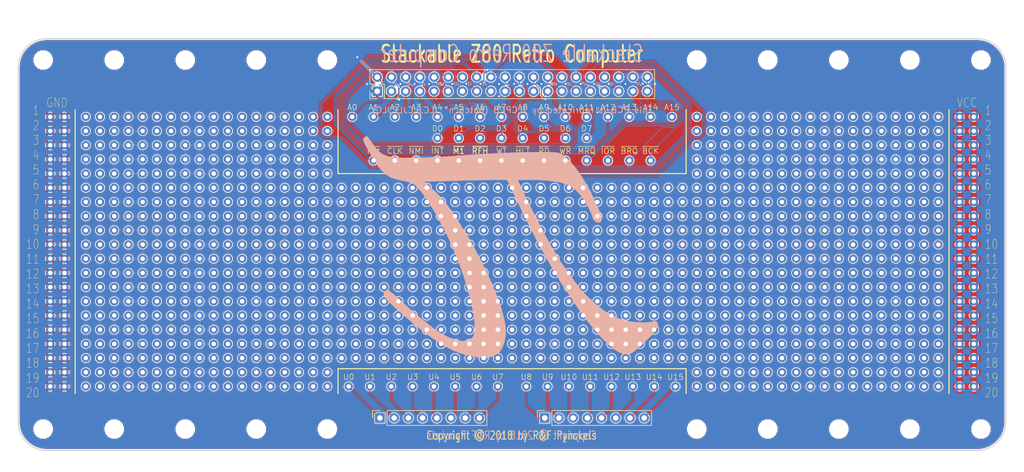
<source format=kicad_pcb>
(kicad_pcb (version 20171130) (host pcbnew "(5.0.0)")
  (title_block (title "S80 - Stackable Z80") (date 2018-10-22) (rev 1.0) (comment 1 "Copyright (c) 2018 by R&F Pynckels"))
  (layers (0 F.Cu signal) (31 B.Cu signal) (34 B.Paste user) (35 F.Paste user) (36 B.SilkS user) (37 F.SilkS user) (38 B.Mask user) (39 F.Mask user) (44 Edge.Cuts user))
  (net 0 "")
  (net 1 VCC)
  (net 2 GND)
  (net 3 "/Breakout 2in/A0")
  (net 4 "/Breakout 2in/A1")
  (net 5 "/Breakout 2in/A2")
  (net 6 "/Breakout 2in/A3")
  (net 7 "/Breakout 2in/A4")
  (net 8 "/Breakout 2in/A5")
  (net 9 "/Breakout 2in/A6")
  (net 10 "/Breakout 2in/A7")
  (net 11 "/Breakout 2in/A8")
  (net 12 "/Breakout 2in/A9")
  (net 13 "/Breakout 2in/A10")
  (net 14 "/Breakout 2in/A11")
  (net 15 "/Breakout 2in/A12")
  (net 16 "/Breakout 2in/A13")
  (net 17 "/Breakout 2in/A14")
  (net 18 "/Breakout 2in/A15")
  (net 19 "/Breakout 2in/D0")
  (net 20 "/Breakout 2in/D1")
  (net 21 "/Breakout 2in/D2")
  (net 22 "/Breakout 2in/D3")
  (net 23 "/Breakout 2in/D4")
  (net 24 "/Breakout 2in/D5")
  (net 25 "/Breakout 2in/D6")
  (net 26 "/Breakout 2in/D7")
  (net 27 "/Breakout 2in/C0")
  (net 28 "/Breakout 2in/C1")
  (net 29 "/Breakout 2in/C2")
  (net 30 "/Breakout 2in/C3")
  (net 31 "/Breakout 2in/C4")
  (net 32 "/Breakout 2in/C5")
  (net 33 "/Breakout 2in/C6")
  (net 34 "/Breakout 2in/C7")
  (net 35 "/Breakout 2in/C8")
  (net 36 "/Breakout 2in/C9")
  (net 37 "/Breakout 2in/C10")
  (net 38 "/Breakout 2in/C11")
  (net 39 "/Breakout 2in/C12")
  (net 40 "/Breakout 2in/C13")
  (net 41 "/Breakout 2in/U0")
  (net 42 "/Breakout 2in/U1")
  (net 43 "/Breakout 2in/U2")
  (net 44 "/Breakout 2in/U3")
  (net 45 "/Breakout 2in/U4")
  (net 46 "/Breakout 2in/U5")
  (net 47 "/Breakout 2in/U6")
  (net 48 "/Breakout 2in/U7")
  (net 49 "/Breakout 2in/U8")
  (net 50 "/Breakout 2in/U9")
  (net 51 "/Breakout 2in/U10")
  (net 52 "/Breakout 2in/U11")
  (net 53 "/Breakout 2in/U12")
  (net 54 "/Breakout 2in/U13")
  (net 55 "/Breakout 2in/U14")
  (net 56 "/Breakout 2in/U15")
  (module Pynckels:PinSocket_2x20_P2.54mm_Vertical (layer F.Cu) (at 125.7554 76.708 90)
    (fp_text reference J901 hide)
    (fp_text value 02x20 hide)
    (pad 40 thru_hole oval (at 2.54 48.26 90) (size 1.7 1.7) (drill 1) (layers *.Cu *.Mask) (net 40 "/Breakout 2in/C13"))
    (pad 39 thru_hole oval (at 0 48.26 90) (size 1.7 1.7) (drill 1) (layers *.Cu *.Mask) (net 39 "/Breakout 2in/C12"))
    (pad 38 thru_hole oval (at 2.54 45.72 90) (size 1.7 1.7) (drill 1) (layers *.Cu *.Mask) (net 38 "/Breakout 2in/C11"))
    (pad 37 thru_hole oval (at 0 45.72 90) (size 1.7 1.7) (drill 1) (layers *.Cu *.Mask) (net 37 "/Breakout 2in/C10"))
    (pad 36 thru_hole oval (at 2.54 43.18 90) (size 1.7 1.7) (drill 1) (layers *.Cu *.Mask) (net 36 "/Breakout 2in/C9"))
    (pad 35 thru_hole oval (at 0 43.18 90) (size 1.7 1.7) (drill 1) (layers *.Cu *.Mask) (net 35 "/Breakout 2in/C8"))
    (pad 34 thru_hole oval (at 2.54 40.64 90) (size 1.7 1.7) (drill 1) (layers *.Cu *.Mask) (net 34 "/Breakout 2in/C7"))
    (pad 33 thru_hole oval (at 0 40.64 90) (size 1.7 1.7) (drill 1) (layers *.Cu *.Mask) (net 33 "/Breakout 2in/C6"))
    (pad 32 thru_hole oval (at 2.54 38.1 90) (size 1.7 1.7) (drill 1) (layers *.Cu *.Mask) (net 32 "/Breakout 2in/C5"))
    (pad 31 thru_hole oval (at 0 38.1 90) (size 1.7 1.7) (drill 1) (layers *.Cu *.Mask) (net 31 "/Breakout 2in/C4"))
    (pad 30 thru_hole oval (at 2.54 35.56 90) (size 1.7 1.7) (drill 1) (layers *.Cu *.Mask) (net 30 "/Breakout 2in/C3"))
    (pad 29 thru_hole oval (at 0 35.56 90) (size 1.7 1.7) (drill 1) (layers *.Cu *.Mask) (net 29 "/Breakout 2in/C2"))
    (pad 28 thru_hole oval (at 2.54 33.02 90) (size 1.7 1.7) (drill 1) (layers *.Cu *.Mask) (net 28 "/Breakout 2in/C1"))
    (pad 27 thru_hole oval (at 0 33.02 90) (size 1.7 1.7) (drill 1) (layers *.Cu *.Mask) (net 27 "/Breakout 2in/C0"))
    (pad 26 thru_hole oval (at 2.54 30.48 90) (size 1.7 1.7) (drill 1) (layers *.Cu *.Mask) (net 26 "/Breakout 2in/D7"))
    (pad 25 thru_hole oval (at 0 30.48 90) (size 1.7 1.7) (drill 1) (layers *.Cu *.Mask) (net 25 "/Breakout 2in/D6"))
    (pad 24 thru_hole oval (at 2.54 27.94 90) (size 1.7 1.7) (drill 1) (layers *.Cu *.Mask) (net 24 "/Breakout 2in/D5"))
    (pad 23 thru_hole oval (at 0 27.94 90) (size 1.7 1.7) (drill 1) (layers *.Cu *.Mask) (net 23 "/Breakout 2in/D4"))
    (pad 22 thru_hole oval (at 2.54 25.4 90) (size 1.7 1.7) (drill 1) (layers *.Cu *.Mask) (net 22 "/Breakout 2in/D3"))
    (pad 21 thru_hole oval (at 0 25.4 90) (size 1.7 1.7) (drill 1) (layers *.Cu *.Mask) (net 21 "/Breakout 2in/D2"))
    (pad 20 thru_hole oval (at 2.54 22.86 90) (size 1.7 1.7) (drill 1) (layers *.Cu *.Mask) (net 20 "/Breakout 2in/D1"))
    (pad 19 thru_hole oval (at 0 22.86 90) (size 1.7 1.7) (drill 1) (layers *.Cu *.Mask) (net 19 "/Breakout 2in/D0"))
    (pad 18 thru_hole oval (at 2.54 20.32 90) (size 1.7 1.7) (drill 1) (layers *.Cu *.Mask) (net 18 "/Breakout 2in/A15"))
    (pad 17 thru_hole oval (at 0 20.32 90) (size 1.7 1.7) (drill 1) (layers *.Cu *.Mask) (net 17 "/Breakout 2in/A14"))
    (pad 16 thru_hole oval (at 2.54 17.78 90) (size 1.7 1.7) (drill 1) (layers *.Cu *.Mask) (net 16 "/Breakout 2in/A13"))
    (pad 15 thru_hole oval (at 0 17.78 90) (size 1.7 1.7) (drill 1) (layers *.Cu *.Mask) (net 15 "/Breakout 2in/A12"))
    (pad 14 thru_hole oval (at 2.54 15.24 90) (size 1.7 1.7) (drill 1) (layers *.Cu *.Mask) (net 14 "/Breakout 2in/A11"))
    (pad 13 thru_hole oval (at 0 15.24 90) (size 1.7 1.7) (drill 1) (layers *.Cu *.Mask) (net 13 "/Breakout 2in/A10"))
    (pad 12 thru_hole oval (at 2.54 12.7 90) (size 1.7 1.7) (drill 1) (layers *.Cu *.Mask) (net 12 "/Breakout 2in/A9"))
    (pad 11 thru_hole oval (at 0 12.7 90) (size 1.7 1.7) (drill 1) (layers *.Cu *.Mask) (net 11 "/Breakout 2in/A8"))
    (pad 10 thru_hole oval (at 2.54 10.16 90) (size 1.7 1.7) (drill 1) (layers *.Cu *.Mask) (net 10 "/Breakout 2in/A7"))
    (pad 9 thru_hole oval (at 0 10.16 90) (size 1.7 1.7) (drill 1) (layers *.Cu *.Mask) (net 9 "/Breakout 2in/A6"))
    (pad 8 thru_hole oval (at 2.54 7.62 90) (size 1.7 1.7) (drill 1) (layers *.Cu *.Mask) (net 8 "/Breakout 2in/A5"))
    (pad 7 thru_hole oval (at 0 7.62 90) (size 1.7 1.7) (drill 1) (layers *.Cu *.Mask) (net 7 "/Breakout 2in/A4"))
    (pad 6 thru_hole oval (at 2.54 5.08 90) (size 1.7 1.7) (drill 1) (layers *.Cu *.Mask) (net 6 "/Breakout 2in/A3"))
    (pad 5 thru_hole oval (at 0 5.08 90) (size 1.7 1.7) (drill 1) (layers *.Cu *.Mask) (net 5 "/Breakout 2in/A2"))
    (pad 4 thru_hole oval (at 2.54 2.54 90) (size 1.7 1.7) (drill 1) (layers *.Cu *.Mask) (net 4 "/Breakout 2in/A1"))
    (pad 3 thru_hole oval (at 0 2.54 90) (size 1.7 1.7) (drill 1) (layers *.Cu *.Mask) (net 3 "/Breakout 2in/A0"))
    (pad 2 thru_hole oval (at 2.54 0 90) (size 1.7 1.7) (drill 1) (layers *.Cu *.Mask) (net 1 VCC))
    (pad 1 thru_hole rect (at 0 0 90) (size 1.7 1.7) (drill 1) (layers *.Cu *.Mask) (net 2 GND))
  )
  (module Pynckels:pad_0_8mm_1_5mm (layer F.Cu) (at 232.41 129.54)
    (fp_text reference Pad** hide)
    (fp_text value pad_0_8mm_1_5mm)
    (pad 1 thru_hole circle (at 0 0) (size 1.5 1.5) (drill 0.8) (layers *.Cu *.Mask) (net 1 VCC))
  )
  (module Pynckels:pad_0_8mm_1_5mm (layer F.Cu) (at 229.87 129.54)
    (fp_text reference Pad** hide)
    (fp_text value pad_0_8mm_1_5mm)
    (pad 1 thru_hole circle (at 0 0) (size 1.5 1.5) (drill 0.8) (layers *.Cu *.Mask) (net 1 VCC))
  )
  (module Pynckels:pad_0_8mm_1_5mm (layer F.Cu) (at 232.41 127)
    (fp_text reference Pad** hide)
    (fp_text value pad_0_8mm_1_5mm)
    (pad 1 thru_hole circle (at 0 0) (size 1.5 1.5) (drill 0.8) (layers *.Cu *.Mask) (net 1 VCC))
  )
  (module Pynckels:pad_0_8mm_1_5mm (layer F.Cu) (at 229.87 127)
    (fp_text reference Pad** hide)
    (fp_text value pad_0_8mm_1_5mm)
    (pad 1 thru_hole circle (at 0 0) (size 1.5 1.5) (drill 0.8) (layers *.Cu *.Mask) (net 1 VCC))
  )
  (module Pynckels:pad_0_8mm_1_5mm (layer F.Cu) (at 232.41 124.46)
    (fp_text reference Pad** hide)
    (fp_text value pad_0_8mm_1_5mm)
    (pad 1 thru_hole circle (at 0 0) (size 1.5 1.5) (drill 0.8) (layers *.Cu *.Mask) (net 1 VCC))
  )
  (module Pynckels:pad_0_8mm_1_5mm (layer F.Cu) (at 229.87 124.46)
    (fp_text reference Pad** hide)
    (fp_text value pad_0_8mm_1_5mm)
    (pad 1 thru_hole circle (at 0 0) (size 1.5 1.5) (drill 0.8) (layers *.Cu *.Mask) (net 1 VCC))
  )
  (module Pynckels:pad_0_8mm_1_5mm (layer F.Cu) (at 232.41 121.92)
    (fp_text reference Pad** hide)
    (fp_text value pad_0_8mm_1_5mm)
    (pad 1 thru_hole circle (at 0 0) (size 1.5 1.5) (drill 0.8) (layers *.Cu *.Mask) (net 1 VCC))
  )
  (module Pynckels:pad_0_8mm_1_5mm (layer F.Cu) (at 229.87 121.92)
    (fp_text reference Pad** hide)
    (fp_text value pad_0_8mm_1_5mm)
    (pad 1 thru_hole circle (at 0 0) (size 1.5 1.5) (drill 0.8) (layers *.Cu *.Mask) (net 1 VCC))
  )
  (module Pynckels:pad_0_8mm_1_5mm (layer F.Cu) (at 232.41 119.38)
    (fp_text reference Pad** hide)
    (fp_text value pad_0_8mm_1_5mm)
    (pad 1 thru_hole circle (at 0 0) (size 1.5 1.5) (drill 0.8) (layers *.Cu *.Mask) (net 1 VCC))
  )
  (module Pynckels:pad_0_8mm_1_5mm (layer F.Cu) (at 229.87 119.38)
    (fp_text reference Pad** hide)
    (fp_text value pad_0_8mm_1_5mm)
    (pad 1 thru_hole circle (at 0 0) (size 1.5 1.5) (drill 0.8) (layers *.Cu *.Mask) (net 1 VCC))
  )
  (module Pynckels:pad_0_8mm_1_5mm (layer F.Cu) (at 232.41 116.84)
    (fp_text reference Pad** hide)
    (fp_text value pad_0_8mm_1_5mm)
    (pad 1 thru_hole circle (at 0 0) (size 1.5 1.5) (drill 0.8) (layers *.Cu *.Mask) (net 1 VCC))
  )
  (module Pynckels:pad_0_8mm_1_5mm (layer F.Cu) (at 229.87 116.84)
    (fp_text reference Pad** hide)
    (fp_text value pad_0_8mm_1_5mm)
    (pad 1 thru_hole circle (at 0 0) (size 1.5 1.5) (drill 0.8) (layers *.Cu *.Mask) (net 1 VCC))
  )
  (module Pynckels:pad_0_8mm_1_5mm (layer F.Cu) (at 232.41 114.3)
    (fp_text reference Pad** hide)
    (fp_text value pad_0_8mm_1_5mm)
    (pad 1 thru_hole circle (at 0 0) (size 1.5 1.5) (drill 0.8) (layers *.Cu *.Mask) (net 1 VCC))
  )
  (module Pynckels:pad_0_8mm_1_5mm (layer F.Cu) (at 229.87 114.3)
    (fp_text reference Pad** hide)
    (fp_text value pad_0_8mm_1_5mm)
    (pad 1 thru_hole circle (at 0 0) (size 1.5 1.5) (drill 0.8) (layers *.Cu *.Mask) (net 1 VCC))
  )
  (module Pynckels:pad_0_8mm_1_5mm (layer F.Cu) (at 232.41 111.76)
    (fp_text reference Pad** hide)
    (fp_text value pad_0_8mm_1_5mm)
    (pad 1 thru_hole circle (at 0 0) (size 1.5 1.5) (drill 0.8) (layers *.Cu *.Mask) (net 1 VCC))
  )
  (module Pynckels:pad_0_8mm_1_5mm (layer F.Cu) (at 229.87 111.76)
    (fp_text reference Pad** hide)
    (fp_text value pad_0_8mm_1_5mm)
    (pad 1 thru_hole circle (at 0 0) (size 1.5 1.5) (drill 0.8) (layers *.Cu *.Mask) (net 1 VCC))
  )
  (module Pynckels:pad_0_8mm_1_5mm (layer F.Cu) (at 232.41 109.22)
    (fp_text reference Pad** hide)
    (fp_text value pad_0_8mm_1_5mm)
    (pad 1 thru_hole circle (at 0 0) (size 1.5 1.5) (drill 0.8) (layers *.Cu *.Mask) (net 1 VCC))
  )
  (module Pynckels:pad_0_8mm_1_5mm (layer F.Cu) (at 229.87 109.22)
    (fp_text reference Pad** hide)
    (fp_text value pad_0_8mm_1_5mm)
    (pad 1 thru_hole circle (at 0 0) (size 1.5 1.5) (drill 0.8) (layers *.Cu *.Mask) (net 1 VCC))
  )
  (module Pynckels:pad_0_8mm_1_5mm (layer F.Cu) (at 232.41 106.68)
    (fp_text reference Pad** hide)
    (fp_text value pad_0_8mm_1_5mm)
    (pad 1 thru_hole circle (at 0 0) (size 1.5 1.5) (drill 0.8) (layers *.Cu *.Mask) (net 1 VCC))
  )
  (module Pynckels:pad_0_8mm_1_5mm (layer F.Cu) (at 229.87 106.68)
    (fp_text reference Pad** hide)
    (fp_text value pad_0_8mm_1_5mm)
    (pad 1 thru_hole circle (at 0 0) (size 1.5 1.5) (drill 0.8) (layers *.Cu *.Mask) (net 1 VCC))
  )
  (module Pynckels:pad_0_8mm_1_5mm (layer F.Cu) (at 232.41 104.14)
    (fp_text reference Pad** hide)
    (fp_text value pad_0_8mm_1_5mm)
    (pad 1 thru_hole circle (at 0 0) (size 1.5 1.5) (drill 0.8) (layers *.Cu *.Mask) (net 1 VCC))
  )
  (module Pynckels:pad_0_8mm_1_5mm (layer F.Cu) (at 229.87 104.14)
    (fp_text reference Pad** hide)
    (fp_text value pad_0_8mm_1_5mm)
    (pad 1 thru_hole circle (at 0 0) (size 1.5 1.5) (drill 0.8) (layers *.Cu *.Mask) (net 1 VCC))
  )
  (module Pynckels:pad_0_8mm_1_5mm (layer F.Cu) (at 232.41 101.6)
    (fp_text reference Pad** hide)
    (fp_text value pad_0_8mm_1_5mm)
    (pad 1 thru_hole circle (at 0 0) (size 1.5 1.5) (drill 0.8) (layers *.Cu *.Mask) (net 1 VCC))
  )
  (module Pynckels:pad_0_8mm_1_5mm (layer F.Cu) (at 229.87 101.6)
    (fp_text reference Pad** hide)
    (fp_text value pad_0_8mm_1_5mm)
    (pad 1 thru_hole circle (at 0 0) (size 1.5 1.5) (drill 0.8) (layers *.Cu *.Mask) (net 1 VCC))
  )
  (module Pynckels:pad_0_8mm_1_5mm (layer F.Cu) (at 232.41 99.06)
    (fp_text reference Pad** hide)
    (fp_text value pad_0_8mm_1_5mm)
    (pad 1 thru_hole circle (at 0 0) (size 1.5 1.5) (drill 0.8) (layers *.Cu *.Mask) (net 1 VCC))
  )
  (module Pynckels:pad_0_8mm_1_5mm (layer F.Cu) (at 229.87 99.06)
    (fp_text reference Pad** hide)
    (fp_text value pad_0_8mm_1_5mm)
    (pad 1 thru_hole circle (at 0 0) (size 1.5 1.5) (drill 0.8) (layers *.Cu *.Mask) (net 1 VCC))
  )
  (module Pynckels:pad_0_8mm_1_5mm (layer F.Cu) (at 232.41 96.52)
    (fp_text reference Pad** hide)
    (fp_text value pad_0_8mm_1_5mm)
    (pad 1 thru_hole circle (at 0 0) (size 1.5 1.5) (drill 0.8) (layers *.Cu *.Mask) (net 1 VCC))
  )
  (module Pynckels:pad_0_8mm_1_5mm (layer F.Cu) (at 229.87 96.52)
    (fp_text reference Pad** hide)
    (fp_text value pad_0_8mm_1_5mm)
    (pad 1 thru_hole circle (at 0 0) (size 1.5 1.5) (drill 0.8) (layers *.Cu *.Mask) (net 1 VCC))
  )
  (module Pynckels:pad_0_8mm_1_5mm (layer F.Cu) (at 232.41 93.98)
    (fp_text reference Pad** hide)
    (fp_text value pad_0_8mm_1_5mm)
    (pad 1 thru_hole circle (at 0 0) (size 1.5 1.5) (drill 0.8) (layers *.Cu *.Mask) (net 1 VCC))
  )
  (module Pynckels:pad_0_8mm_1_5mm (layer F.Cu) (at 229.87 93.98)
    (fp_text reference Pad** hide)
    (fp_text value pad_0_8mm_1_5mm)
    (pad 1 thru_hole circle (at 0 0) (size 1.5 1.5) (drill 0.8) (layers *.Cu *.Mask) (net 1 VCC))
  )
  (module Pynckels:pad_0_8mm_1_5mm (layer F.Cu) (at 232.41 91.44)
    (fp_text reference Pad** hide)
    (fp_text value pad_0_8mm_1_5mm)
    (pad 1 thru_hole circle (at 0 0) (size 1.5 1.5) (drill 0.8) (layers *.Cu *.Mask) (net 1 VCC))
  )
  (module Pynckels:pad_0_8mm_1_5mm (layer F.Cu) (at 229.87 91.44)
    (fp_text reference Pad** hide)
    (fp_text value pad_0_8mm_1_5mm)
    (pad 1 thru_hole circle (at 0 0) (size 1.5 1.5) (drill 0.8) (layers *.Cu *.Mask) (net 1 VCC))
  )
  (module Pynckels:pad_0_8mm_1_5mm (layer F.Cu) (at 232.41 88.9)
    (fp_text reference Pad** hide)
    (fp_text value pad_0_8mm_1_5mm)
    (pad 1 thru_hole circle (at 0 0) (size 1.5 1.5) (drill 0.8) (layers *.Cu *.Mask) (net 1 VCC))
  )
  (module Pynckels:pad_0_8mm_1_5mm (layer F.Cu) (at 229.87 88.9)
    (fp_text reference Pad** hide)
    (fp_text value pad_0_8mm_1_5mm)
    (pad 1 thru_hole circle (at 0 0) (size 1.5 1.5) (drill 0.8) (layers *.Cu *.Mask) (net 1 VCC))
  )
  (module Pynckels:pad_0_8mm_1_5mm (layer F.Cu) (at 232.41 86.36)
    (fp_text reference Pad** hide)
    (fp_text value pad_0_8mm_1_5mm)
    (pad 1 thru_hole circle (at 0 0) (size 1.5 1.5) (drill 0.8) (layers *.Cu *.Mask) (net 1 VCC))
  )
  (module Pynckels:pad_0_8mm_1_5mm (layer F.Cu) (at 229.87 86.36)
    (fp_text reference Pad** hide)
    (fp_text value pad_0_8mm_1_5mm)
    (pad 1 thru_hole circle (at 0 0) (size 1.5 1.5) (drill 0.8) (layers *.Cu *.Mask) (net 1 VCC))
  )
  (module Pynckels:pad_0_8mm_1_5mm (layer F.Cu) (at 232.41 83.82)
    (fp_text reference Pad** hide)
    (fp_text value pad_0_8mm_1_5mm)
    (pad 1 thru_hole circle (at 0 0) (size 1.5 1.5) (drill 0.8) (layers *.Cu *.Mask) (net 1 VCC))
  )
  (module Pynckels:pad_0_8mm_1_5mm (layer F.Cu) (at 229.87 83.82)
    (fp_text reference Pad** hide)
    (fp_text value pad_0_8mm_1_5mm)
    (pad 1 thru_hole circle (at 0 0) (size 1.5 1.5) (drill 0.8) (layers *.Cu *.Mask) (net 1 VCC))
  )
  (module Pynckels:pad_0_8mm_1_5mm (layer F.Cu) (at 232.41 81.28)
    (fp_text reference Pad** hide)
    (fp_text value pad_0_8mm_1_5mm)
    (pad 1 thru_hole circle (at 0 0) (size 1.5 1.5) (drill 0.8) (layers *.Cu *.Mask) (net 1 VCC))
  )
  (module Pynckels:pad_0_8mm_1_5mm (layer F.Cu) (at 69.85 129.54)
    (fp_text reference Pad** hide)
    (fp_text value pad_0_8mm_1_5mm)
    (pad 1 thru_hole circle (at 0 0) (size 1.5 1.5) (drill 0.8) (layers *.Cu *.Mask) (net 2 GND))
  )
  (module Pynckels:pad_0_8mm_1_5mm (layer F.Cu) (at 67.31 129.54)
    (fp_text reference Pad** hide)
    (fp_text value pad_0_8mm_1_5mm)
    (pad 1 thru_hole circle (at 0 0) (size 1.5 1.5) (drill 0.8) (layers *.Cu *.Mask) (net 2 GND))
  )
  (module Pynckels:pad_0_8mm_1_5mm (layer F.Cu) (at 69.85 127)
    (fp_text reference Pad** hide)
    (fp_text value pad_0_8mm_1_5mm)
    (pad 1 thru_hole circle (at 0 0) (size 1.5 1.5) (drill 0.8) (layers *.Cu *.Mask) (net 2 GND))
  )
  (module Pynckels:pad_0_8mm_1_5mm (layer F.Cu) (at 67.31 127)
    (fp_text reference Pad** hide)
    (fp_text value pad_0_8mm_1_5mm)
    (pad 1 thru_hole circle (at 0 0) (size 1.5 1.5) (drill 0.8) (layers *.Cu *.Mask) (net 2 GND))
  )
  (module Pynckels:pad_0_8mm_1_5mm (layer F.Cu) (at 69.85 124.46)
    (fp_text reference Pad** hide)
    (fp_text value pad_0_8mm_1_5mm)
    (pad 1 thru_hole circle (at 0 0) (size 1.5 1.5) (drill 0.8) (layers *.Cu *.Mask) (net 2 GND))
  )
  (module Pynckels:pad_0_8mm_1_5mm (layer F.Cu) (at 67.31 124.46)
    (fp_text reference Pad** hide)
    (fp_text value pad_0_8mm_1_5mm)
    (pad 1 thru_hole circle (at 0 0) (size 1.5 1.5) (drill 0.8) (layers *.Cu *.Mask) (net 2 GND))
  )
  (module Pynckels:pad_0_8mm_1_5mm (layer F.Cu) (at 69.85 121.92)
    (fp_text reference Pad** hide)
    (fp_text value pad_0_8mm_1_5mm)
    (pad 1 thru_hole circle (at 0 0) (size 1.5 1.5) (drill 0.8) (layers *.Cu *.Mask) (net 2 GND))
  )
  (module Pynckels:pad_0_8mm_1_5mm (layer F.Cu) (at 67.31 121.92)
    (fp_text reference Pad** hide)
    (fp_text value pad_0_8mm_1_5mm)
    (pad 1 thru_hole circle (at 0 0) (size 1.5 1.5) (drill 0.8) (layers *.Cu *.Mask) (net 2 GND))
  )
  (module Pynckels:pad_0_8mm_1_5mm (layer F.Cu) (at 69.85 119.38)
    (fp_text reference Pad** hide)
    (fp_text value pad_0_8mm_1_5mm)
    (pad 1 thru_hole circle (at 0 0) (size 1.5 1.5) (drill 0.8) (layers *.Cu *.Mask) (net 2 GND))
  )
  (module Pynckels:pad_0_8mm_1_5mm (layer F.Cu) (at 67.31 119.38)
    (fp_text reference Pad** hide)
    (fp_text value pad_0_8mm_1_5mm)
    (pad 1 thru_hole circle (at 0 0) (size 1.5 1.5) (drill 0.8) (layers *.Cu *.Mask) (net 2 GND))
  )
  (module Pynckels:pad_0_8mm_1_5mm (layer F.Cu) (at 69.85 116.84)
    (fp_text reference Pad** hide)
    (fp_text value pad_0_8mm_1_5mm)
    (pad 1 thru_hole circle (at 0 0) (size 1.5 1.5) (drill 0.8) (layers *.Cu *.Mask) (net 2 GND))
  )
  (module Pynckels:pad_0_8mm_1_5mm (layer F.Cu) (at 67.31 116.84)
    (fp_text reference Pad** hide)
    (fp_text value pad_0_8mm_1_5mm)
    (pad 1 thru_hole circle (at 0 0) (size 1.5 1.5) (drill 0.8) (layers *.Cu *.Mask) (net 2 GND))
  )
  (module Pynckels:pad_0_8mm_1_5mm (layer F.Cu) (at 69.85 114.3)
    (fp_text reference Pad** hide)
    (fp_text value pad_0_8mm_1_5mm)
    (pad 1 thru_hole circle (at 0 0) (size 1.5 1.5) (drill 0.8) (layers *.Cu *.Mask) (net 2 GND))
  )
  (module Pynckels:pad_0_8mm_1_5mm (layer F.Cu) (at 67.31 114.3)
    (fp_text reference Pad** hide)
    (fp_text value pad_0_8mm_1_5mm)
    (pad 1 thru_hole circle (at 0 0) (size 1.5 1.5) (drill 0.8) (layers *.Cu *.Mask) (net 2 GND))
  )
  (module Pynckels:pad_0_8mm_1_5mm (layer F.Cu) (at 69.85 111.76)
    (fp_text reference Pad** hide)
    (fp_text value pad_0_8mm_1_5mm)
    (pad 1 thru_hole circle (at 0 0) (size 1.5 1.5) (drill 0.8) (layers *.Cu *.Mask) (net 2 GND))
  )
  (module Pynckels:pad_0_8mm_1_5mm (layer F.Cu) (at 67.31 111.76)
    (fp_text reference Pad** hide)
    (fp_text value pad_0_8mm_1_5mm)
    (pad 1 thru_hole circle (at 0 0) (size 1.5 1.5) (drill 0.8) (layers *.Cu *.Mask) (net 2 GND))
  )
  (module Pynckels:pad_0_8mm_1_5mm (layer F.Cu) (at 69.85 109.22)
    (fp_text reference Pad** hide)
    (fp_text value pad_0_8mm_1_5mm)
    (pad 1 thru_hole circle (at 0 0) (size 1.5 1.5) (drill 0.8) (layers *.Cu *.Mask) (net 2 GND))
  )
  (module Pynckels:pad_0_8mm_1_5mm (layer F.Cu) (at 67.31 109.22)
    (fp_text reference Pad** hide)
    (fp_text value pad_0_8mm_1_5mm)
    (pad 1 thru_hole circle (at 0 0) (size 1.5 1.5) (drill 0.8) (layers *.Cu *.Mask) (net 2 GND))
  )
  (module Pynckels:pad_0_8mm_1_5mm (layer F.Cu) (at 69.85 106.68)
    (fp_text reference Pad** hide)
    (fp_text value pad_0_8mm_1_5mm)
    (pad 1 thru_hole circle (at 0 0) (size 1.5 1.5) (drill 0.8) (layers *.Cu *.Mask) (net 2 GND))
  )
  (module Pynckels:pad_0_8mm_1_5mm (layer F.Cu) (at 67.31 106.68)
    (fp_text reference Pad** hide)
    (fp_text value pad_0_8mm_1_5mm)
    (pad 1 thru_hole circle (at 0 0) (size 1.5 1.5) (drill 0.8) (layers *.Cu *.Mask) (net 2 GND))
  )
  (module Pynckels:pad_0_8mm_1_5mm (layer F.Cu) (at 69.85 104.14)
    (fp_text reference Pad** hide)
    (fp_text value pad_0_8mm_1_5mm)
    (pad 1 thru_hole circle (at 0 0) (size 1.5 1.5) (drill 0.8) (layers *.Cu *.Mask) (net 2 GND))
  )
  (module Pynckels:pad_0_8mm_1_5mm (layer F.Cu) (at 67.31 104.14)
    (fp_text reference Pad** hide)
    (fp_text value pad_0_8mm_1_5mm)
    (pad 1 thru_hole circle (at 0 0) (size 1.5 1.5) (drill 0.8) (layers *.Cu *.Mask) (net 2 GND))
  )
  (module Pynckels:pad_0_8mm_1_5mm (layer F.Cu) (at 69.85 101.6)
    (fp_text reference Pad** hide)
    (fp_text value pad_0_8mm_1_5mm)
    (pad 1 thru_hole circle (at 0 0) (size 1.5 1.5) (drill 0.8) (layers *.Cu *.Mask) (net 2 GND))
  )
  (module Pynckels:pad_0_8mm_1_5mm (layer F.Cu) (at 67.31 101.6)
    (fp_text reference Pad** hide)
    (fp_text value pad_0_8mm_1_5mm)
    (pad 1 thru_hole circle (at 0 0) (size 1.5 1.5) (drill 0.8) (layers *.Cu *.Mask) (net 2 GND))
  )
  (module Pynckels:pad_0_8mm_1_5mm (layer F.Cu) (at 69.85 99.06)
    (fp_text reference Pad** hide)
    (fp_text value pad_0_8mm_1_5mm)
    (pad 1 thru_hole circle (at 0 0) (size 1.5 1.5) (drill 0.8) (layers *.Cu *.Mask) (net 2 GND))
  )
  (module Pynckels:pad_0_8mm_1_5mm (layer F.Cu) (at 67.31 99.06)
    (fp_text reference Pad** hide)
    (fp_text value pad_0_8mm_1_5mm)
    (pad 1 thru_hole circle (at 0 0) (size 1.5 1.5) (drill 0.8) (layers *.Cu *.Mask) (net 2 GND))
  )
  (module Pynckels:pad_0_8mm_1_5mm (layer F.Cu) (at 69.85 96.52)
    (fp_text reference Pad** hide)
    (fp_text value pad_0_8mm_1_5mm)
    (pad 1 thru_hole circle (at 0 0) (size 1.5 1.5) (drill 0.8) (layers *.Cu *.Mask) (net 2 GND))
  )
  (module Pynckels:pad_0_8mm_1_5mm (layer F.Cu) (at 67.31 96.52)
    (fp_text reference Pad** hide)
    (fp_text value pad_0_8mm_1_5mm)
    (pad 1 thru_hole circle (at 0 0) (size 1.5 1.5) (drill 0.8) (layers *.Cu *.Mask) (net 2 GND))
  )
  (module Pynckels:pad_0_8mm_1_5mm (layer F.Cu) (at 69.85 93.98)
    (fp_text reference Pad** hide)
    (fp_text value pad_0_8mm_1_5mm)
    (pad 1 thru_hole circle (at 0 0) (size 1.5 1.5) (drill 0.8) (layers *.Cu *.Mask) (net 2 GND))
  )
  (module Pynckels:pad_0_8mm_1_5mm (layer F.Cu) (at 67.31 93.98)
    (fp_text reference Pad** hide)
    (fp_text value pad_0_8mm_1_5mm)
    (pad 1 thru_hole circle (at 0 0) (size 1.5 1.5) (drill 0.8) (layers *.Cu *.Mask) (net 2 GND))
  )
  (module Pynckels:pad_0_8mm_1_5mm (layer F.Cu) (at 69.85 91.44)
    (fp_text reference Pad** hide)
    (fp_text value pad_0_8mm_1_5mm)
    (pad 1 thru_hole circle (at 0 0) (size 1.5 1.5) (drill 0.8) (layers *.Cu *.Mask) (net 2 GND))
  )
  (module Pynckels:pad_0_8mm_1_5mm (layer F.Cu) (at 67.31 91.44)
    (fp_text reference Pad** hide)
    (fp_text value pad_0_8mm_1_5mm)
    (pad 1 thru_hole circle (at 0 0) (size 1.5 1.5) (drill 0.8) (layers *.Cu *.Mask) (net 2 GND))
  )
  (module Pynckels:pad_0_8mm_1_5mm (layer F.Cu) (at 69.85 88.9)
    (fp_text reference Pad** hide)
    (fp_text value pad_0_8mm_1_5mm)
    (pad 1 thru_hole circle (at 0 0) (size 1.5 1.5) (drill 0.8) (layers *.Cu *.Mask) (net 2 GND))
  )
  (module Pynckels:pad_0_8mm_1_5mm (layer F.Cu) (at 67.31 88.9)
    (fp_text reference Pad** hide)
    (fp_text value pad_0_8mm_1_5mm)
    (pad 1 thru_hole circle (at 0 0) (size 1.5 1.5) (drill 0.8) (layers *.Cu *.Mask) (net 2 GND))
  )
  (module Pynckels:pad_0_8mm_1_5mm (layer F.Cu) (at 69.85 86.36)
    (fp_text reference Pad** hide)
    (fp_text value pad_0_8mm_1_5mm)
    (pad 1 thru_hole circle (at 0 0) (size 1.5 1.5) (drill 0.8) (layers *.Cu *.Mask) (net 2 GND))
  )
  (module Pynckels:pad_0_8mm_1_5mm (layer F.Cu) (at 67.31 86.36)
    (fp_text reference Pad** hide)
    (fp_text value pad_0_8mm_1_5mm)
    (pad 1 thru_hole circle (at 0 0) (size 1.5 1.5) (drill 0.8) (layers *.Cu *.Mask) (net 2 GND))
  )
  (module Pynckels:pad_0_8mm_1_5mm (layer F.Cu) (at 69.85 83.82)
    (fp_text reference Pad** hide)
    (fp_text value pad_0_8mm_1_5mm)
    (pad 1 thru_hole circle (at 0 0) (size 1.5 1.5) (drill 0.8) (layers *.Cu *.Mask) (net 2 GND))
  )
  (module Pynckels:pad_0_8mm_1_5mm (layer F.Cu) (at 67.31 83.82)
    (fp_text reference Pad** hide)
    (fp_text value pad_0_8mm_1_5mm)
    (pad 1 thru_hole circle (at 0 0) (size 1.5 1.5) (drill 0.8) (layers *.Cu *.Mask) (net 2 GND))
  )
  (module Pynckels:pad_0_8mm_1_5mm (layer F.Cu) (at 69.85 81.28)
    (fp_text reference Pad** hide)
    (fp_text value pad_0_8mm_1_5mm)
    (pad 1 thru_hole circle (at 0 0) (size 1.5 1.5) (drill 0.8) (layers *.Cu *.Mask) (net 2 GND))
  )
  (module Pynckels:pad_0_8mm_1_5mm (layer F.Cu) (at 119.38 93.98)
    (fp_text reference Pad** hide)
    (fp_text value pad_0_8mm_1_5mm)
    (pad 1 thru_hole circle (at 0 0) (size 1.5 1.5) (drill 0.8) (layers *.Cu *.Mask))
  )
  (module Pynckels:pad_0_8mm_1_5mm (layer F.Cu) (at 121.92 93.98)
    (fp_text reference Pad** hide)
    (fp_text value pad_0_8mm_1_5mm)
    (pad 1 thru_hole circle (at 0 0) (size 1.5 1.5) (drill 0.8) (layers *.Cu *.Mask))
  )
  (module Pynckels:pad_0_8mm_1_5mm (layer F.Cu) (at 124.46 93.98)
    (fp_text reference Pad** hide)
    (fp_text value pad_0_8mm_1_5mm)
    (pad 1 thru_hole circle (at 0 0) (size 1.5 1.5) (drill 0.8) (layers *.Cu *.Mask))
  )
  (module Pynckels:pad_0_8mm_1_5mm (layer F.Cu) (at 127 93.98)
    (fp_text reference Pad** hide)
    (fp_text value pad_0_8mm_1_5mm)
    (pad 1 thru_hole circle (at 0 0) (size 1.5 1.5) (drill 0.8) (layers *.Cu *.Mask))
  )
  (module Pynckels:pad_0_8mm_1_5mm (layer F.Cu) (at 129.54 93.98)
    (fp_text reference Pad** hide)
    (fp_text value pad_0_8mm_1_5mm)
    (pad 1 thru_hole circle (at 0 0) (size 1.5 1.5) (drill 0.8) (layers *.Cu *.Mask))
  )
  (module Pynckels:pad_0_8mm_1_5mm (layer F.Cu) (at 132.08 93.98)
    (fp_text reference Pad** hide)
    (fp_text value pad_0_8mm_1_5mm)
    (pad 1 thru_hole circle (at 0 0) (size 1.5 1.5) (drill 0.8) (layers *.Cu *.Mask))
  )
  (module Pynckels:pad_0_8mm_1_5mm (layer F.Cu) (at 134.62 93.98)
    (fp_text reference Pad** hide)
    (fp_text value pad_0_8mm_1_5mm)
    (pad 1 thru_hole circle (at 0 0) (size 1.5 1.5) (drill 0.8) (layers *.Cu *.Mask))
  )
  (module Pynckels:pad_0_8mm_1_5mm (layer F.Cu) (at 137.16 93.98)
    (fp_text reference Pad** hide)
    (fp_text value pad_0_8mm_1_5mm)
    (pad 1 thru_hole circle (at 0 0) (size 1.5 1.5) (drill 0.8) (layers *.Cu *.Mask))
  )
  (module Pynckels:pad_0_8mm_1_5mm (layer F.Cu) (at 139.7 93.98)
    (fp_text reference Pad** hide)
    (fp_text value pad_0_8mm_1_5mm)
    (pad 1 thru_hole circle (at 0 0) (size 1.5 1.5) (drill 0.8) (layers *.Cu *.Mask))
  )
  (module Pynckels:pad_0_8mm_1_5mm (layer F.Cu) (at 142.24 93.98)
    (fp_text reference Pad** hide)
    (fp_text value pad_0_8mm_1_5mm)
    (pad 1 thru_hole circle (at 0 0) (size 1.5 1.5) (drill 0.8) (layers *.Cu *.Mask))
  )
  (module Pynckels:pad_0_8mm_1_5mm (layer F.Cu) (at 144.78 93.98)
    (fp_text reference Pad** hide)
    (fp_text value pad_0_8mm_1_5mm)
    (pad 1 thru_hole circle (at 0 0) (size 1.5 1.5) (drill 0.8) (layers *.Cu *.Mask))
  )
  (module Pynckels:pad_0_8mm_1_5mm (layer F.Cu) (at 147.32 93.98)
    (fp_text reference Pad** hide)
    (fp_text value pad_0_8mm_1_5mm)
    (pad 1 thru_hole circle (at 0 0) (size 1.5 1.5) (drill 0.8) (layers *.Cu *.Mask))
  )
  (module Pynckels:pad_0_8mm_1_5mm (layer F.Cu) (at 149.86 93.98)
    (fp_text reference Pad** hide)
    (fp_text value pad_0_8mm_1_5mm)
    (pad 1 thru_hole circle (at 0 0) (size 1.5 1.5) (drill 0.8) (layers *.Cu *.Mask))
  )
  (module Pynckels:pad_0_8mm_1_5mm (layer F.Cu) (at 152.4 93.98)
    (fp_text reference Pad** hide)
    (fp_text value pad_0_8mm_1_5mm)
    (pad 1 thru_hole circle (at 0 0) (size 1.5 1.5) (drill 0.8) (layers *.Cu *.Mask))
  )
  (module Pynckels:pad_0_8mm_1_5mm (layer F.Cu) (at 154.94 93.98)
    (fp_text reference Pad** hide)
    (fp_text value pad_0_8mm_1_5mm)
    (pad 1 thru_hole circle (at 0 0) (size 1.5 1.5) (drill 0.8) (layers *.Cu *.Mask))
  )
  (module Pynckels:pad_0_8mm_1_5mm (layer F.Cu) (at 157.48 93.98)
    (fp_text reference Pad** hide)
    (fp_text value pad_0_8mm_1_5mm)
    (pad 1 thru_hole circle (at 0 0) (size 1.5 1.5) (drill 0.8) (layers *.Cu *.Mask))
  )
  (module Pynckels:pad_0_8mm_1_5mm (layer F.Cu) (at 160.02 93.98)
    (fp_text reference Pad** hide)
    (fp_text value pad_0_8mm_1_5mm)
    (pad 1 thru_hole circle (at 0 0) (size 1.5 1.5) (drill 0.8) (layers *.Cu *.Mask))
  )
  (module Pynckels:pad_0_8mm_1_5mm (layer F.Cu) (at 162.56 93.98)
    (fp_text reference Pad** hide)
    (fp_text value pad_0_8mm_1_5mm)
    (pad 1 thru_hole circle (at 0 0) (size 1.5 1.5) (drill 0.8) (layers *.Cu *.Mask))
  )
  (module Pynckels:pad_0_8mm_1_5mm (layer F.Cu) (at 165.1 93.98)
    (fp_text reference Pad** hide)
    (fp_text value pad_0_8mm_1_5mm)
    (pad 1 thru_hole circle (at 0 0) (size 1.5 1.5) (drill 0.8) (layers *.Cu *.Mask))
  )
  (module Pynckels:pad_0_8mm_1_5mm (layer F.Cu) (at 167.64 93.98)
    (fp_text reference Pad** hide)
    (fp_text value pad_0_8mm_1_5mm)
    (pad 1 thru_hole circle (at 0 0) (size 1.5 1.5) (drill 0.8) (layers *.Cu *.Mask))
  )
  (module Pynckels:pad_0_8mm_1_5mm (layer F.Cu) (at 170.18 93.98)
    (fp_text reference Pad** hide)
    (fp_text value pad_0_8mm_1_5mm)
    (pad 1 thru_hole circle (at 0 0) (size 1.5 1.5) (drill 0.8) (layers *.Cu *.Mask))
  )
  (module Pynckels:pad_0_8mm_1_5mm (layer F.Cu) (at 172.72 93.98)
    (fp_text reference Pad** hide)
    (fp_text value pad_0_8mm_1_5mm)
    (pad 1 thru_hole circle (at 0 0) (size 1.5 1.5) (drill 0.8) (layers *.Cu *.Mask))
  )
  (module Pynckels:pad_0_8mm_1_5mm (layer F.Cu) (at 175.26 93.98)
    (fp_text reference Pad** hide)
    (fp_text value pad_0_8mm_1_5mm)
    (pad 1 thru_hole circle (at 0 0) (size 1.5 1.5) (drill 0.8) (layers *.Cu *.Mask))
  )
  (module Pynckels:pad_0_8mm_1_5mm (layer F.Cu) (at 177.8 93.98)
    (fp_text reference Pad** hide)
    (fp_text value pad_0_8mm_1_5mm)
    (pad 1 thru_hole circle (at 0 0) (size 1.5 1.5) (drill 0.8) (layers *.Cu *.Mask))
  )
  (module Pynckels:pad_0_8mm_1_5mm (layer F.Cu) (at 180.34 93.98)
    (fp_text reference Pad** hide)
    (fp_text value pad_0_8mm_1_5mm)
    (pad 1 thru_hole circle (at 0 0) (size 1.5 1.5) (drill 0.8) (layers *.Cu *.Mask))
  )
  (module Pynckels:pad_0_8mm_1_5mm (layer F.Cu) (at 135.89 129.54)
    (fp_text reference Brk945 hide)
    (fp_text value U4 (at 0 -1.7) (layer F.SilkS) (effects (font (thickness 0.1))))
    (pad 1 thru_hole circle (at 0 0) (size 1.5 1.5) (drill 0.8) (layers *.Cu *.Mask) (net 45 "/Breakout 2in/U4"))
  )
  (module Pynckels:pad_0_8mm_1_5mm (layer F.Cu) (at 120.65 129.54)
    (fp_text reference Brk941 hide)
    (fp_text value U0 (at 0 -1.7) (layer F.SilkS) (effects (font (thickness 0.1))))
    (pad 1 thru_hole circle (at 0 0) (size 1.5 1.5) (drill 0.8) (layers *.Cu *.Mask) (net 41 "/Breakout 2in/U0"))
  )
  (module Pynckels:pad_0_8mm_1_5mm (layer F.Cu) (at 124.46 129.54)
    (fp_text reference Brk942 hide)
    (fp_text value U1 (at 0 -1.7) (layer F.SilkS) (effects (font (thickness 0.1))))
    (pad 1 thru_hole circle (at 0 0) (size 1.5 1.5) (drill 0.8) (layers *.Cu *.Mask) (net 42 "/Breakout 2in/U1"))
  )
  (module Pynckels:pad_0_8mm_1_5mm (layer F.Cu) (at 128.27 129.54)
    (fp_text reference Brk943 hide)
    (fp_text value U2 (at 0 -1.7) (layer F.SilkS) (effects (font (thickness 0.1))))
    (pad 1 thru_hole circle (at 0 0) (size 1.5 1.5) (drill 0.8) (layers *.Cu *.Mask) (net 43 "/Breakout 2in/U2"))
  )
  (module Pynckels:pad_0_8mm_1_5mm (layer F.Cu) (at 132.08 129.54)
    (fp_text reference Brk944 hide)
    (fp_text value U3 (at 0 -1.7) (layer F.SilkS) (effects (font (thickness 0.1))))
    (pad 1 thru_hole circle (at 0 0) (size 1.5 1.5) (drill 0.8) (layers *.Cu *.Mask) (net 44 "/Breakout 2in/U3"))
  )
  (module Pynckels:pad_0_8mm_1_5mm (layer F.Cu) (at 139.7 129.54)
    (fp_text reference Brk946 hide)
    (fp_text value U5 (at 0 -1.7) (layer F.SilkS) (effects (font (thickness 0.1))))
    (pad 1 thru_hole circle (at 0 0) (size 1.5 1.5) (drill 0.8) (layers *.Cu *.Mask) (net 46 "/Breakout 2in/U5"))
  )
  (module Pynckels:pad_0_8mm_1_5mm (layer F.Cu) (at 143.51 129.54)
    (fp_text reference Brk947 hide)
    (fp_text value U6 (at 0 -1.7) (layer F.SilkS) (effects (font (thickness 0.1))))
    (pad 1 thru_hole circle (at 0 0) (size 1.5 1.5) (drill 0.8) (layers *.Cu *.Mask) (net 47 "/Breakout 2in/U6"))
  )
  (module Pynckels:pad_0_8mm_1_5mm (layer F.Cu) (at 147.32 129.54)
    (fp_text reference Brk948 hide)
    (fp_text value U7 (at 0 -1.7) (layer F.SilkS) (effects (font (thickness 0.1))))
    (pad 1 thru_hole circle (at 0 0) (size 1.5 1.5) (drill 0.8) (layers *.Cu *.Mask) (net 48 "/Breakout 2in/U7"))
  )
  (module Pynckels:pad_0_8mm_1_5mm (layer F.Cu) (at 152.4 129.54)
    (fp_text reference Brk949 hide)
    (fp_text value U8 (at 0 -1.7) (layer F.SilkS) (effects (font (thickness 0.1))))
    (pad 1 thru_hole circle (at 0 0) (size 1.5 1.5) (drill 0.8) (layers *.Cu *.Mask) (net 49 "/Breakout 2in/U8"))
  )
  (module Pynckels:pad_0_8mm_1_5mm (layer F.Cu) (at 156.21 129.54)
    (fp_text reference Brk950 hide)
    (fp_text value U9 (at 0 -1.7) (layer F.SilkS) (effects (font (thickness 0.1))))
    (pad 1 thru_hole circle (at 0 0) (size 1.5 1.5) (drill 0.8) (layers *.Cu *.Mask) (net 50 "/Breakout 2in/U9"))
  )
  (module Pynckels:pad_0_8mm_1_5mm (layer F.Cu) (at 160.02 129.54)
    (fp_text reference Brk951 hide)
    (fp_text value U10 (at 0 -1.7) (layer F.SilkS) (effects (font (thickness 0.1))))
    (pad 1 thru_hole circle (at 0 0) (size 1.5 1.5) (drill 0.8) (layers *.Cu *.Mask) (net 51 "/Breakout 2in/U10"))
  )
  (module Pynckels:pad_0_8mm_1_5mm (layer F.Cu) (at 163.83 129.54)
    (fp_text reference Brk952 hide)
    (fp_text value U11 (at 0 -1.7) (layer F.SilkS) (effects (font (thickness 0.1))))
    (pad 1 thru_hole circle (at 0 0) (size 1.5 1.5) (drill 0.8) (layers *.Cu *.Mask) (net 52 "/Breakout 2in/U11"))
  )
  (module Pynckels:pad_0_8mm_1_5mm (layer F.Cu) (at 167.64 129.54)
    (fp_text reference Brk953 hide)
    (fp_text value U12 (at 0 -1.7) (layer F.SilkS) (effects (font (thickness 0.1))))
    (pad 1 thru_hole circle (at 0 0) (size 1.5 1.5) (drill 0.8) (layers *.Cu *.Mask) (net 53 "/Breakout 2in/U12"))
  )
  (module Pynckels:pad_0_8mm_1_5mm (layer F.Cu) (at 171.45 129.54)
    (fp_text reference Brk954 hide)
    (fp_text value U13 (at 0 -1.7) (layer F.SilkS) (effects (font (thickness 0.1))))
    (pad 1 thru_hole circle (at 0 0) (size 1.5 1.5) (drill 0.8) (layers *.Cu *.Mask) (net 54 "/Breakout 2in/U13"))
  )
  (module Pynckels:pad_0_8mm_1_5mm (layer F.Cu) (at 175.26 129.54)
    (fp_text reference Brk955 hide)
    (fp_text value U14 (at 0 -1.7) (layer F.SilkS) (effects (font (thickness 0.1))))
    (pad 1 thru_hole circle (at 0 0) (size 1.5 1.5) (drill 0.8) (layers *.Cu *.Mask) (net 55 "/Breakout 2in/U14"))
  )
  (module Pynckels:pad_0_8mm_1_5mm (layer F.Cu) (at 179.07 129.54)
    (fp_text reference Brk956 hide)
    (fp_text value U15 (at 0 -1.7) (layer F.SilkS) (effects (font (thickness 0.1))))
    (pad 1 thru_hole circle (at 0 0) (size 1.5 1.5) (drill 0.8) (layers *.Cu *.Mask) (net 56 "/Breakout 2in/U15"))
  )
  (module Pynckels:pad_0_8mm_1_5mm (layer F.Cu) (at 226.06 129.54)
    (fp_text reference Pad** hide)
    (fp_text value pad_0_8mm_1_5mm)
    (pad 1 thru_hole circle (at 0 0) (size 1.5 1.5) (drill 0.8) (layers *.Cu *.Mask))
  )
  (module Pynckels:pad_0_8mm_1_5mm (layer F.Cu) (at 223.52 129.54)
    (fp_text reference Pad** hide)
    (fp_text value pad_0_8mm_1_5mm)
    (pad 1 thru_hole circle (at 0 0) (size 1.5 1.5) (drill 0.8) (layers *.Cu *.Mask))
  )
  (module Pynckels:pad_0_8mm_1_5mm (layer F.Cu) (at 220.98 129.54)
    (fp_text reference Pad** hide)
    (fp_text value pad_0_8mm_1_5mm)
    (pad 1 thru_hole circle (at 0 0) (size 1.5 1.5) (drill 0.8) (layers *.Cu *.Mask))
  )
  (module Pynckels:pad_0_8mm_1_5mm (layer F.Cu) (at 218.44 129.54)
    (fp_text reference Pad** hide)
    (fp_text value pad_0_8mm_1_5mm)
    (pad 1 thru_hole circle (at 0 0) (size 1.5 1.5) (drill 0.8) (layers *.Cu *.Mask))
  )
  (module Pynckels:pad_0_8mm_1_5mm (layer F.Cu) (at 215.9 129.54)
    (fp_text reference Pad** hide)
    (fp_text value pad_0_8mm_1_5mm)
    (pad 1 thru_hole circle (at 0 0) (size 1.5 1.5) (drill 0.8) (layers *.Cu *.Mask))
  )
  (module Pynckels:pad_0_8mm_1_5mm (layer F.Cu) (at 213.36 129.54)
    (fp_text reference Pad** hide)
    (fp_text value pad_0_8mm_1_5mm)
    (pad 1 thru_hole circle (at 0 0) (size 1.5 1.5) (drill 0.8) (layers *.Cu *.Mask))
  )
  (module Pynckels:pad_0_8mm_1_5mm (layer F.Cu) (at 210.82 129.54)
    (fp_text reference Pad** hide)
    (fp_text value pad_0_8mm_1_5mm)
    (pad 1 thru_hole circle (at 0 0) (size 1.5 1.5) (drill 0.8) (layers *.Cu *.Mask))
  )
  (module Pynckels:pad_0_8mm_1_5mm (layer F.Cu) (at 208.28 129.54)
    (fp_text reference Pad** hide)
    (fp_text value pad_0_8mm_1_5mm)
    (pad 1 thru_hole circle (at 0 0) (size 1.5 1.5) (drill 0.8) (layers *.Cu *.Mask))
  )
  (module Pynckels:pad_0_8mm_1_5mm (layer F.Cu) (at 205.74 129.54)
    (fp_text reference Pad** hide)
    (fp_text value pad_0_8mm_1_5mm)
    (pad 1 thru_hole circle (at 0 0) (size 1.5 1.5) (drill 0.8) (layers *.Cu *.Mask))
  )
  (module Pynckels:pad_0_8mm_1_5mm (layer F.Cu) (at 203.2 129.54)
    (fp_text reference Pad** hide)
    (fp_text value pad_0_8mm_1_5mm)
    (pad 1 thru_hole circle (at 0 0) (size 1.5 1.5) (drill 0.8) (layers *.Cu *.Mask))
  )
  (module Pynckels:pad_0_8mm_1_5mm (layer F.Cu) (at 200.66 129.54)
    (fp_text reference Pad** hide)
    (fp_text value pad_0_8mm_1_5mm)
    (pad 1 thru_hole circle (at 0 0) (size 1.5 1.5) (drill 0.8) (layers *.Cu *.Mask))
  )
  (module Pynckels:pad_0_8mm_1_5mm (layer F.Cu) (at 198.12 129.54)
    (fp_text reference Pad** hide)
    (fp_text value pad_0_8mm_1_5mm)
    (pad 1 thru_hole circle (at 0 0) (size 1.5 1.5) (drill 0.8) (layers *.Cu *.Mask))
  )
  (module Pynckels:pad_0_8mm_1_5mm (layer F.Cu) (at 195.58 129.54)
    (fp_text reference Pad** hide)
    (fp_text value pad_0_8mm_1_5mm)
    (pad 1 thru_hole circle (at 0 0) (size 1.5 1.5) (drill 0.8) (layers *.Cu *.Mask))
  )
  (module Pynckels:pad_0_8mm_1_5mm (layer F.Cu) (at 193.04 129.54)
    (fp_text reference Pad** hide)
    (fp_text value pad_0_8mm_1_5mm)
    (pad 1 thru_hole circle (at 0 0) (size 1.5 1.5) (drill 0.8) (layers *.Cu *.Mask))
  )
  (module Pynckels:pad_0_8mm_1_5mm (layer F.Cu) (at 190.5 129.54)
    (fp_text reference Pad** hide)
    (fp_text value pad_0_8mm_1_5mm)
    (pad 1 thru_hole circle (at 0 0) (size 1.5 1.5) (drill 0.8) (layers *.Cu *.Mask))
  )
  (module Pynckels:pad_0_8mm_1_5mm (layer F.Cu) (at 187.96 129.54)
    (fp_text reference Pad** hide)
    (fp_text value pad_0_8mm_1_5mm)
    (pad 1 thru_hole circle (at 0 0) (size 1.5 1.5) (drill 0.8) (layers *.Cu *.Mask))
  )
  (module Pynckels:pad_0_8mm_1_5mm (layer F.Cu) (at 185.42 129.54)
    (fp_text reference Pad** hide)
    (fp_text value pad_0_8mm_1_5mm)
    (pad 1 thru_hole circle (at 0 0) (size 1.5 1.5) (drill 0.8) (layers *.Cu *.Mask))
  )
  (module Pynckels:pad_0_8mm_1_5mm (layer F.Cu) (at 182.88 129.54)
    (fp_text reference Pad** hide)
    (fp_text value pad_0_8mm_1_5mm)
    (pad 1 thru_hole circle (at 0 0) (size 1.5 1.5) (drill 0.8) (layers *.Cu *.Mask))
  )
  (module Pynckels:pad_0_8mm_1_5mm (layer F.Cu) (at 116.84 129.54)
    (fp_text reference Pad** hide)
    (fp_text value pad_0_8mm_1_5mm)
    (pad 1 thru_hole circle (at 0 0) (size 1.5 1.5) (drill 0.8) (layers *.Cu *.Mask))
  )
  (module Pynckels:pad_0_8mm_1_5mm (layer F.Cu) (at 114.3 129.54)
    (fp_text reference Pad** hide)
    (fp_text value pad_0_8mm_1_5mm)
    (pad 1 thru_hole circle (at 0 0) (size 1.5 1.5) (drill 0.8) (layers *.Cu *.Mask))
  )
  (module Pynckels:pad_0_8mm_1_5mm (layer F.Cu) (at 111.76 129.54)
    (fp_text reference Pad** hide)
    (fp_text value pad_0_8mm_1_5mm)
    (pad 1 thru_hole circle (at 0 0) (size 1.5 1.5) (drill 0.8) (layers *.Cu *.Mask))
  )
  (module Pynckels:pad_0_8mm_1_5mm (layer F.Cu) (at 109.22 129.54)
    (fp_text reference Pad** hide)
    (fp_text value pad_0_8mm_1_5mm)
    (pad 1 thru_hole circle (at 0 0) (size 1.5 1.5) (drill 0.8) (layers *.Cu *.Mask))
  )
  (module Pynckels:pad_0_8mm_1_5mm (layer F.Cu) (at 106.68 129.54)
    (fp_text reference Pad** hide)
    (fp_text value pad_0_8mm_1_5mm)
    (pad 1 thru_hole circle (at 0 0) (size 1.5 1.5) (drill 0.8) (layers *.Cu *.Mask))
  )
  (module Pynckels:pad_0_8mm_1_5mm (layer F.Cu) (at 104.14 129.54)
    (fp_text reference Pad** hide)
    (fp_text value pad_0_8mm_1_5mm)
    (pad 1 thru_hole circle (at 0 0) (size 1.5 1.5) (drill 0.8) (layers *.Cu *.Mask))
  )
  (module Pynckels:pad_0_8mm_1_5mm (layer F.Cu) (at 101.6 129.54)
    (fp_text reference Pad** hide)
    (fp_text value pad_0_8mm_1_5mm)
    (pad 1 thru_hole circle (at 0 0) (size 1.5 1.5) (drill 0.8) (layers *.Cu *.Mask))
  )
  (module Pynckels:pad_0_8mm_1_5mm (layer F.Cu) (at 99.06 129.54)
    (fp_text reference Pad** hide)
    (fp_text value pad_0_8mm_1_5mm)
    (pad 1 thru_hole circle (at 0 0) (size 1.5 1.5) (drill 0.8) (layers *.Cu *.Mask))
  )
  (module Pynckels:pad_0_8mm_1_5mm (layer F.Cu) (at 96.52 129.54)
    (fp_text reference Pad** hide)
    (fp_text value pad_0_8mm_1_5mm)
    (pad 1 thru_hole circle (at 0 0) (size 1.5 1.5) (drill 0.8) (layers *.Cu *.Mask))
  )
  (module Pynckels:pad_0_8mm_1_5mm (layer F.Cu) (at 93.98 129.54)
    (fp_text reference Pad** hide)
    (fp_text value pad_0_8mm_1_5mm)
    (pad 1 thru_hole circle (at 0 0) (size 1.5 1.5) (drill 0.8) (layers *.Cu *.Mask))
  )
  (module Pynckels:pad_0_8mm_1_5mm (layer F.Cu) (at 91.44 129.54)
    (fp_text reference Pad** hide)
    (fp_text value pad_0_8mm_1_5mm)
    (pad 1 thru_hole circle (at 0 0) (size 1.5 1.5) (drill 0.8) (layers *.Cu *.Mask))
  )
  (module Pynckels:pad_0_8mm_1_5mm (layer F.Cu) (at 88.9 129.54)
    (fp_text reference Pad** hide)
    (fp_text value pad_0_8mm_1_5mm)
    (pad 1 thru_hole circle (at 0 0) (size 1.5 1.5) (drill 0.8) (layers *.Cu *.Mask))
  )
  (module Pynckels:pad_0_8mm_1_5mm (layer F.Cu) (at 86.36 129.54)
    (fp_text reference Pad** hide)
    (fp_text value pad_0_8mm_1_5mm)
    (pad 1 thru_hole circle (at 0 0) (size 1.5 1.5) (drill 0.8) (layers *.Cu *.Mask))
  )
  (module Pynckels:pad_0_8mm_1_5mm (layer F.Cu) (at 83.82 129.54)
    (fp_text reference Pad** hide)
    (fp_text value pad_0_8mm_1_5mm)
    (pad 1 thru_hole circle (at 0 0) (size 1.5 1.5) (drill 0.8) (layers *.Cu *.Mask))
  )
  (module Pynckels:pad_0_8mm_1_5mm (layer F.Cu) (at 81.28 129.54)
    (fp_text reference Pad** hide)
    (fp_text value pad_0_8mm_1_5mm)
    (pad 1 thru_hole circle (at 0 0) (size 1.5 1.5) (drill 0.8) (layers *.Cu *.Mask))
  )
  (module Pynckels:pad_0_8mm_1_5mm (layer F.Cu) (at 78.74 129.54)
    (fp_text reference Pad** hide)
    (fp_text value pad_0_8mm_1_5mm)
    (pad 1 thru_hole circle (at 0 0) (size 1.5 1.5) (drill 0.8) (layers *.Cu *.Mask))
  )
  (module Pynckels:pad_0_8mm_1_5mm (layer F.Cu) (at 76.2 129.54)
    (fp_text reference Pad** hide)
    (fp_text value pad_0_8mm_1_5mm)
    (pad 1 thru_hole circle (at 0 0) (size 1.5 1.5) (drill 0.8) (layers *.Cu *.Mask))
  )
  (module Pynckels:pad_0_8mm_1_5mm (layer F.Cu) (at 73.66 129.54)
    (fp_text reference Pad** hide)
    (fp_text value pad_0_8mm_1_5mm)
    (pad 1 thru_hole circle (at 0 0) (size 1.5 1.5) (drill 0.8) (layers *.Cu *.Mask))
  )
  (module Pynckels:pad_0_8mm_1_5mm (layer F.Cu) (at 226.06 127)
    (fp_text reference Pad** hide)
    (fp_text value pad_0_8mm_1_5mm)
    (pad 1 thru_hole circle (at 0 0) (size 1.5 1.5) (drill 0.8) (layers *.Cu *.Mask))
  )
  (module Pynckels:pad_0_8mm_1_5mm (layer F.Cu) (at 223.52 127)
    (fp_text reference Pad** hide)
    (fp_text value pad_0_8mm_1_5mm)
    (pad 1 thru_hole circle (at 0 0) (size 1.5 1.5) (drill 0.8) (layers *.Cu *.Mask))
  )
  (module Pynckels:pad_0_8mm_1_5mm (layer F.Cu) (at 220.98 127)
    (fp_text reference Pad** hide)
    (fp_text value pad_0_8mm_1_5mm)
    (pad 1 thru_hole circle (at 0 0) (size 1.5 1.5) (drill 0.8) (layers *.Cu *.Mask))
  )
  (module Pynckels:pad_0_8mm_1_5mm (layer F.Cu) (at 218.44 127)
    (fp_text reference Pad** hide)
    (fp_text value pad_0_8mm_1_5mm)
    (pad 1 thru_hole circle (at 0 0) (size 1.5 1.5) (drill 0.8) (layers *.Cu *.Mask))
  )
  (module Pynckels:pad_0_8mm_1_5mm (layer F.Cu) (at 215.9 127)
    (fp_text reference Pad** hide)
    (fp_text value pad_0_8mm_1_5mm)
    (pad 1 thru_hole circle (at 0 0) (size 1.5 1.5) (drill 0.8) (layers *.Cu *.Mask))
  )
  (module Pynckels:pad_0_8mm_1_5mm (layer F.Cu) (at 213.36 127)
    (fp_text reference Pad** hide)
    (fp_text value pad_0_8mm_1_5mm)
    (pad 1 thru_hole circle (at 0 0) (size 1.5 1.5) (drill 0.8) (layers *.Cu *.Mask))
  )
  (module Pynckels:pad_0_8mm_1_5mm (layer F.Cu) (at 210.82 127)
    (fp_text reference Pad** hide)
    (fp_text value pad_0_8mm_1_5mm)
    (pad 1 thru_hole circle (at 0 0) (size 1.5 1.5) (drill 0.8) (layers *.Cu *.Mask))
  )
  (module Pynckels:pad_0_8mm_1_5mm (layer F.Cu) (at 208.28 127)
    (fp_text reference Pad** hide)
    (fp_text value pad_0_8mm_1_5mm)
    (pad 1 thru_hole circle (at 0 0) (size 1.5 1.5) (drill 0.8) (layers *.Cu *.Mask))
  )
  (module Pynckels:pad_0_8mm_1_5mm (layer F.Cu) (at 205.74 127)
    (fp_text reference Pad** hide)
    (fp_text value pad_0_8mm_1_5mm)
    (pad 1 thru_hole circle (at 0 0) (size 1.5 1.5) (drill 0.8) (layers *.Cu *.Mask))
  )
  (module Pynckels:pad_0_8mm_1_5mm (layer F.Cu) (at 203.2 127)
    (fp_text reference Pad** hide)
    (fp_text value pad_0_8mm_1_5mm)
    (pad 1 thru_hole circle (at 0 0) (size 1.5 1.5) (drill 0.8) (layers *.Cu *.Mask))
  )
  (module Pynckels:pad_0_8mm_1_5mm (layer F.Cu) (at 200.66 127)
    (fp_text reference Pad** hide)
    (fp_text value pad_0_8mm_1_5mm)
    (pad 1 thru_hole circle (at 0 0) (size 1.5 1.5) (drill 0.8) (layers *.Cu *.Mask))
  )
  (module Pynckels:pad_0_8mm_1_5mm (layer F.Cu) (at 198.12 127)
    (fp_text reference Pad** hide)
    (fp_text value pad_0_8mm_1_5mm)
    (pad 1 thru_hole circle (at 0 0) (size 1.5 1.5) (drill 0.8) (layers *.Cu *.Mask))
  )
  (module Pynckels:pad_0_8mm_1_5mm (layer F.Cu) (at 195.58 127)
    (fp_text reference Pad** hide)
    (fp_text value pad_0_8mm_1_5mm)
    (pad 1 thru_hole circle (at 0 0) (size 1.5 1.5) (drill 0.8) (layers *.Cu *.Mask))
  )
  (module Pynckels:pad_0_8mm_1_5mm (layer F.Cu) (at 193.04 127)
    (fp_text reference Pad** hide)
    (fp_text value pad_0_8mm_1_5mm)
    (pad 1 thru_hole circle (at 0 0) (size 1.5 1.5) (drill 0.8) (layers *.Cu *.Mask))
  )
  (module Pynckels:pad_0_8mm_1_5mm (layer F.Cu) (at 190.5 127)
    (fp_text reference Pad** hide)
    (fp_text value pad_0_8mm_1_5mm)
    (pad 1 thru_hole circle (at 0 0) (size 1.5 1.5) (drill 0.8) (layers *.Cu *.Mask))
  )
  (module Pynckels:pad_0_8mm_1_5mm (layer F.Cu) (at 187.96 127)
    (fp_text reference Pad** hide)
    (fp_text value pad_0_8mm_1_5mm)
    (pad 1 thru_hole circle (at 0 0) (size 1.5 1.5) (drill 0.8) (layers *.Cu *.Mask))
  )
  (module Pynckels:pad_0_8mm_1_5mm (layer F.Cu) (at 185.42 127)
    (fp_text reference Pad** hide)
    (fp_text value pad_0_8mm_1_5mm)
    (pad 1 thru_hole circle (at 0 0) (size 1.5 1.5) (drill 0.8) (layers *.Cu *.Mask))
  )
  (module Pynckels:pad_0_8mm_1_5mm (layer F.Cu) (at 182.88 127)
    (fp_text reference Pad** hide)
    (fp_text value pad_0_8mm_1_5mm)
    (pad 1 thru_hole circle (at 0 0) (size 1.5 1.5) (drill 0.8) (layers *.Cu *.Mask))
  )
  (module Pynckels:pad_0_8mm_1_5mm (layer F.Cu) (at 116.84 127)
    (fp_text reference Pad** hide)
    (fp_text value pad_0_8mm_1_5mm)
    (pad 1 thru_hole circle (at 0 0) (size 1.5 1.5) (drill 0.8) (layers *.Cu *.Mask))
  )
  (module Pynckels:pad_0_8mm_1_5mm (layer F.Cu) (at 114.3 127)
    (fp_text reference Pad** hide)
    (fp_text value pad_0_8mm_1_5mm)
    (pad 1 thru_hole circle (at 0 0) (size 1.5 1.5) (drill 0.8) (layers *.Cu *.Mask))
  )
  (module Pynckels:pad_0_8mm_1_5mm (layer F.Cu) (at 111.76 127)
    (fp_text reference Pad** hide)
    (fp_text value pad_0_8mm_1_5mm)
    (pad 1 thru_hole circle (at 0 0) (size 1.5 1.5) (drill 0.8) (layers *.Cu *.Mask))
  )
  (module Pynckels:pad_0_8mm_1_5mm (layer F.Cu) (at 109.22 127)
    (fp_text reference Pad** hide)
    (fp_text value pad_0_8mm_1_5mm)
    (pad 1 thru_hole circle (at 0 0) (size 1.5 1.5) (drill 0.8) (layers *.Cu *.Mask))
  )
  (module Pynckels:pad_0_8mm_1_5mm (layer F.Cu) (at 106.68 127)
    (fp_text reference Pad** hide)
    (fp_text value pad_0_8mm_1_5mm)
    (pad 1 thru_hole circle (at 0 0) (size 1.5 1.5) (drill 0.8) (layers *.Cu *.Mask))
  )
  (module Pynckels:pad_0_8mm_1_5mm (layer F.Cu) (at 104.14 127)
    (fp_text reference Pad** hide)
    (fp_text value pad_0_8mm_1_5mm)
    (pad 1 thru_hole circle (at 0 0) (size 1.5 1.5) (drill 0.8) (layers *.Cu *.Mask))
  )
  (module Pynckels:pad_0_8mm_1_5mm (layer F.Cu) (at 101.6 127)
    (fp_text reference Pad** hide)
    (fp_text value pad_0_8mm_1_5mm)
    (pad 1 thru_hole circle (at 0 0) (size 1.5 1.5) (drill 0.8) (layers *.Cu *.Mask))
  )
  (module Pynckels:pad_0_8mm_1_5mm (layer F.Cu) (at 99.06 127)
    (fp_text reference Pad** hide)
    (fp_text value pad_0_8mm_1_5mm)
    (pad 1 thru_hole circle (at 0 0) (size 1.5 1.5) (drill 0.8) (layers *.Cu *.Mask))
  )
  (module Pynckels:pad_0_8mm_1_5mm (layer F.Cu) (at 96.52 127)
    (fp_text reference Pad** hide)
    (fp_text value pad_0_8mm_1_5mm)
    (pad 1 thru_hole circle (at 0 0) (size 1.5 1.5) (drill 0.8) (layers *.Cu *.Mask))
  )
  (module Pynckels:pad_0_8mm_1_5mm (layer F.Cu) (at 93.98 127)
    (fp_text reference Pad** hide)
    (fp_text value pad_0_8mm_1_5mm)
    (pad 1 thru_hole circle (at 0 0) (size 1.5 1.5) (drill 0.8) (layers *.Cu *.Mask))
  )
  (module Pynckels:pad_0_8mm_1_5mm (layer F.Cu) (at 91.44 127)
    (fp_text reference Pad** hide)
    (fp_text value pad_0_8mm_1_5mm)
    (pad 1 thru_hole circle (at 0 0) (size 1.5 1.5) (drill 0.8) (layers *.Cu *.Mask))
  )
  (module Pynckels:pad_0_8mm_1_5mm (layer F.Cu) (at 88.9 127)
    (fp_text reference Pad** hide)
    (fp_text value pad_0_8mm_1_5mm)
    (pad 1 thru_hole circle (at 0 0) (size 1.5 1.5) (drill 0.8) (layers *.Cu *.Mask))
  )
  (module Pynckels:pad_0_8mm_1_5mm (layer F.Cu) (at 86.36 127)
    (fp_text reference Pad** hide)
    (fp_text value pad_0_8mm_1_5mm)
    (pad 1 thru_hole circle (at 0 0) (size 1.5 1.5) (drill 0.8) (layers *.Cu *.Mask))
  )
  (module Pynckels:pad_0_8mm_1_5mm (layer F.Cu) (at 83.82 127)
    (fp_text reference Pad** hide)
    (fp_text value pad_0_8mm_1_5mm)
    (pad 1 thru_hole circle (at 0 0) (size 1.5 1.5) (drill 0.8) (layers *.Cu *.Mask))
  )
  (module Pynckels:pad_0_8mm_1_5mm (layer F.Cu) (at 81.28 127)
    (fp_text reference Pad** hide)
    (fp_text value pad_0_8mm_1_5mm)
    (pad 1 thru_hole circle (at 0 0) (size 1.5 1.5) (drill 0.8) (layers *.Cu *.Mask))
  )
  (module Pynckels:pad_0_8mm_1_5mm (layer F.Cu) (at 78.74 127)
    (fp_text reference Pad** hide)
    (fp_text value pad_0_8mm_1_5mm)
    (pad 1 thru_hole circle (at 0 0) (size 1.5 1.5) (drill 0.8) (layers *.Cu *.Mask))
  )
  (module Pynckels:pad_0_8mm_1_5mm (layer F.Cu) (at 76.2 127)
    (fp_text reference Pad** hide)
    (fp_text value pad_0_8mm_1_5mm)
    (pad 1 thru_hole circle (at 0 0) (size 1.5 1.5) (drill 0.8) (layers *.Cu *.Mask))
  )
  (module Pynckels:pad_0_8mm_1_5mm (layer F.Cu) (at 73.66 127)
    (fp_text reference Pad** hide)
    (fp_text value pad_0_8mm_1_5mm)
    (pad 1 thru_hole circle (at 0 0) (size 1.5 1.5) (drill 0.8) (layers *.Cu *.Mask))
  )
  (module Pynckels:pad_0_8mm_1_5mm (layer F.Cu) (at 226.06 124.46)
    (fp_text reference Pad** hide)
    (fp_text value pad_0_8mm_1_5mm)
    (pad 1 thru_hole circle (at 0 0) (size 1.5 1.5) (drill 0.8) (layers *.Cu *.Mask))
  )
  (module Pynckels:pad_0_8mm_1_5mm (layer F.Cu) (at 223.52 124.46)
    (fp_text reference Pad** hide)
    (fp_text value pad_0_8mm_1_5mm)
    (pad 1 thru_hole circle (at 0 0) (size 1.5 1.5) (drill 0.8) (layers *.Cu *.Mask))
  )
  (module Pynckels:pad_0_8mm_1_5mm (layer F.Cu) (at 220.98 124.46)
    (fp_text reference Pad** hide)
    (fp_text value pad_0_8mm_1_5mm)
    (pad 1 thru_hole circle (at 0 0) (size 1.5 1.5) (drill 0.8) (layers *.Cu *.Mask))
  )
  (module Pynckels:pad_0_8mm_1_5mm (layer F.Cu) (at 218.44 124.46)
    (fp_text reference Pad** hide)
    (fp_text value pad_0_8mm_1_5mm)
    (pad 1 thru_hole circle (at 0 0) (size 1.5 1.5) (drill 0.8) (layers *.Cu *.Mask))
  )
  (module Pynckels:pad_0_8mm_1_5mm (layer F.Cu) (at 215.9 124.46)
    (fp_text reference Pad** hide)
    (fp_text value pad_0_8mm_1_5mm)
    (pad 1 thru_hole circle (at 0 0) (size 1.5 1.5) (drill 0.8) (layers *.Cu *.Mask))
  )
  (module Pynckels:pad_0_8mm_1_5mm (layer F.Cu) (at 213.36 124.46)
    (fp_text reference Pad** hide)
    (fp_text value pad_0_8mm_1_5mm)
    (pad 1 thru_hole circle (at 0 0) (size 1.5 1.5) (drill 0.8) (layers *.Cu *.Mask))
  )
  (module Pynckels:pad_0_8mm_1_5mm (layer F.Cu) (at 210.82 124.46)
    (fp_text reference Pad** hide)
    (fp_text value pad_0_8mm_1_5mm)
    (pad 1 thru_hole circle (at 0 0) (size 1.5 1.5) (drill 0.8) (layers *.Cu *.Mask))
  )
  (module Pynckels:pad_0_8mm_1_5mm (layer F.Cu) (at 208.28 124.46)
    (fp_text reference Pad** hide)
    (fp_text value pad_0_8mm_1_5mm)
    (pad 1 thru_hole circle (at 0 0) (size 1.5 1.5) (drill 0.8) (layers *.Cu *.Mask))
  )
  (module Pynckels:pad_0_8mm_1_5mm (layer F.Cu) (at 205.74 124.46)
    (fp_text reference Pad** hide)
    (fp_text value pad_0_8mm_1_5mm)
    (pad 1 thru_hole circle (at 0 0) (size 1.5 1.5) (drill 0.8) (layers *.Cu *.Mask))
  )
  (module Pynckels:pad_0_8mm_1_5mm (layer F.Cu) (at 203.2 124.46)
    (fp_text reference Pad** hide)
    (fp_text value pad_0_8mm_1_5mm)
    (pad 1 thru_hole circle (at 0 0) (size 1.5 1.5) (drill 0.8) (layers *.Cu *.Mask))
  )
  (module Pynckels:pad_0_8mm_1_5mm (layer F.Cu) (at 200.66 124.46)
    (fp_text reference Pad** hide)
    (fp_text value pad_0_8mm_1_5mm)
    (pad 1 thru_hole circle (at 0 0) (size 1.5 1.5) (drill 0.8) (layers *.Cu *.Mask))
  )
  (module Pynckels:pad_0_8mm_1_5mm (layer F.Cu) (at 198.12 124.46)
    (fp_text reference Pad** hide)
    (fp_text value pad_0_8mm_1_5mm)
    (pad 1 thru_hole circle (at 0 0) (size 1.5 1.5) (drill 0.8) (layers *.Cu *.Mask))
  )
  (module Pynckels:pad_0_8mm_1_5mm (layer F.Cu) (at 195.58 124.46)
    (fp_text reference Pad** hide)
    (fp_text value pad_0_8mm_1_5mm)
    (pad 1 thru_hole circle (at 0 0) (size 1.5 1.5) (drill 0.8) (layers *.Cu *.Mask))
  )
  (module Pynckels:pad_0_8mm_1_5mm (layer F.Cu) (at 193.04 124.46)
    (fp_text reference Pad** hide)
    (fp_text value pad_0_8mm_1_5mm)
    (pad 1 thru_hole circle (at 0 0) (size 1.5 1.5) (drill 0.8) (layers *.Cu *.Mask))
  )
  (module Pynckels:pad_0_8mm_1_5mm (layer F.Cu) (at 190.5 124.46)
    (fp_text reference Pad** hide)
    (fp_text value pad_0_8mm_1_5mm)
    (pad 1 thru_hole circle (at 0 0) (size 1.5 1.5) (drill 0.8) (layers *.Cu *.Mask))
  )
  (module Pynckels:pad_0_8mm_1_5mm (layer F.Cu) (at 187.96 124.46)
    (fp_text reference Pad** hide)
    (fp_text value pad_0_8mm_1_5mm)
    (pad 1 thru_hole circle (at 0 0) (size 1.5 1.5) (drill 0.8) (layers *.Cu *.Mask))
  )
  (module Pynckels:pad_0_8mm_1_5mm (layer F.Cu) (at 185.42 124.46)
    (fp_text reference Pad** hide)
    (fp_text value pad_0_8mm_1_5mm)
    (pad 1 thru_hole circle (at 0 0) (size 1.5 1.5) (drill 0.8) (layers *.Cu *.Mask))
  )
  (module Pynckels:pad_0_8mm_1_5mm (layer F.Cu) (at 182.88 124.46)
    (fp_text reference Pad** hide)
    (fp_text value pad_0_8mm_1_5mm)
    (pad 1 thru_hole circle (at 0 0) (size 1.5 1.5) (drill 0.8) (layers *.Cu *.Mask))
  )
  (module Pynckels:pad_0_8mm_1_5mm (layer F.Cu) (at 180.34 124.46)
    (fp_text reference Pad** hide)
    (fp_text value pad_0_8mm_1_5mm)
    (pad 1 thru_hole circle (at 0 0) (size 1.5 1.5) (drill 0.8) (layers *.Cu *.Mask))
  )
  (module Pynckels:pad_0_8mm_1_5mm (layer F.Cu) (at 177.8 124.46)
    (fp_text reference Pad** hide)
    (fp_text value pad_0_8mm_1_5mm)
    (pad 1 thru_hole circle (at 0 0) (size 1.5 1.5) (drill 0.8) (layers *.Cu *.Mask))
  )
  (module Pynckels:pad_0_8mm_1_5mm (layer F.Cu) (at 175.26 124.46)
    (fp_text reference Pad** hide)
    (fp_text value pad_0_8mm_1_5mm)
    (pad 1 thru_hole circle (at 0 0) (size 1.5 1.5) (drill 0.8) (layers *.Cu *.Mask))
  )
  (module Pynckels:pad_0_8mm_1_5mm (layer F.Cu) (at 172.72 124.46)
    (fp_text reference Pad** hide)
    (fp_text value pad_0_8mm_1_5mm)
    (pad 1 thru_hole circle (at 0 0) (size 1.5 1.5) (drill 0.8) (layers *.Cu *.Mask))
  )
  (module Pynckels:pad_0_8mm_1_5mm (layer F.Cu) (at 170.18 124.46)
    (fp_text reference Pad** hide)
    (fp_text value pad_0_8mm_1_5mm)
    (pad 1 thru_hole circle (at 0 0) (size 1.5 1.5) (drill 0.8) (layers *.Cu *.Mask))
  )
  (module Pynckels:pad_0_8mm_1_5mm (layer F.Cu) (at 167.64 124.46)
    (fp_text reference Pad** hide)
    (fp_text value pad_0_8mm_1_5mm)
    (pad 1 thru_hole circle (at 0 0) (size 1.5 1.5) (drill 0.8) (layers *.Cu *.Mask))
  )
  (module Pynckels:pad_0_8mm_1_5mm (layer F.Cu) (at 165.1 124.46)
    (fp_text reference Pad** hide)
    (fp_text value pad_0_8mm_1_5mm)
    (pad 1 thru_hole circle (at 0 0) (size 1.5 1.5) (drill 0.8) (layers *.Cu *.Mask))
  )
  (module Pynckels:pad_0_8mm_1_5mm (layer F.Cu) (at 162.56 124.46)
    (fp_text reference Pad** hide)
    (fp_text value pad_0_8mm_1_5mm)
    (pad 1 thru_hole circle (at 0 0) (size 1.5 1.5) (drill 0.8) (layers *.Cu *.Mask))
  )
  (module Pynckels:pad_0_8mm_1_5mm (layer F.Cu) (at 160.02 124.46)
    (fp_text reference Pad** hide)
    (fp_text value pad_0_8mm_1_5mm)
    (pad 1 thru_hole circle (at 0 0) (size 1.5 1.5) (drill 0.8) (layers *.Cu *.Mask))
  )
  (module Pynckels:pad_0_8mm_1_5mm (layer F.Cu) (at 157.48 124.46)
    (fp_text reference Pad** hide)
    (fp_text value pad_0_8mm_1_5mm)
    (pad 1 thru_hole circle (at 0 0) (size 1.5 1.5) (drill 0.8) (layers *.Cu *.Mask))
  )
  (module Pynckels:pad_0_8mm_1_5mm (layer F.Cu) (at 154.94 124.46)
    (fp_text reference Pad** hide)
    (fp_text value pad_0_8mm_1_5mm)
    (pad 1 thru_hole circle (at 0 0) (size 1.5 1.5) (drill 0.8) (layers *.Cu *.Mask))
  )
  (module Pynckels:pad_0_8mm_1_5mm (layer F.Cu) (at 152.4 124.46)
    (fp_text reference Pad** hide)
    (fp_text value pad_0_8mm_1_5mm)
    (pad 1 thru_hole circle (at 0 0) (size 1.5 1.5) (drill 0.8) (layers *.Cu *.Mask))
  )
  (module Pynckels:pad_0_8mm_1_5mm (layer F.Cu) (at 149.86 124.46)
    (fp_text reference Pad** hide)
    (fp_text value pad_0_8mm_1_5mm)
    (pad 1 thru_hole circle (at 0 0) (size 1.5 1.5) (drill 0.8) (layers *.Cu *.Mask))
  )
  (module Pynckels:pad_0_8mm_1_5mm (layer F.Cu) (at 147.32 124.46)
    (fp_text reference Pad** hide)
    (fp_text value pad_0_8mm_1_5mm)
    (pad 1 thru_hole circle (at 0 0) (size 1.5 1.5) (drill 0.8) (layers *.Cu *.Mask))
  )
  (module Pynckels:pad_0_8mm_1_5mm (layer F.Cu) (at 144.78 124.46)
    (fp_text reference Pad** hide)
    (fp_text value pad_0_8mm_1_5mm)
    (pad 1 thru_hole circle (at 0 0) (size 1.5 1.5) (drill 0.8) (layers *.Cu *.Mask))
  )
  (module Pynckels:pad_0_8mm_1_5mm (layer F.Cu) (at 142.24 124.46)
    (fp_text reference Pad** hide)
    (fp_text value pad_0_8mm_1_5mm)
    (pad 1 thru_hole circle (at 0 0) (size 1.5 1.5) (drill 0.8) (layers *.Cu *.Mask))
  )
  (module Pynckels:pad_0_8mm_1_5mm (layer F.Cu) (at 139.7 124.46)
    (fp_text reference Pad** hide)
    (fp_text value pad_0_8mm_1_5mm)
    (pad 1 thru_hole circle (at 0 0) (size 1.5 1.5) (drill 0.8) (layers *.Cu *.Mask))
  )
  (module Pynckels:pad_0_8mm_1_5mm (layer F.Cu) (at 137.16 124.46)
    (fp_text reference Pad** hide)
    (fp_text value pad_0_8mm_1_5mm)
    (pad 1 thru_hole circle (at 0 0) (size 1.5 1.5) (drill 0.8) (layers *.Cu *.Mask))
  )
  (module Pynckels:pad_0_8mm_1_5mm (layer F.Cu) (at 134.62 124.46)
    (fp_text reference Pad** hide)
    (fp_text value pad_0_8mm_1_5mm)
    (pad 1 thru_hole circle (at 0 0) (size 1.5 1.5) (drill 0.8) (layers *.Cu *.Mask))
  )
  (module Pynckels:pad_0_8mm_1_5mm (layer F.Cu) (at 132.08 124.46)
    (fp_text reference Pad** hide)
    (fp_text value pad_0_8mm_1_5mm)
    (pad 1 thru_hole circle (at 0 0) (size 1.5 1.5) (drill 0.8) (layers *.Cu *.Mask))
  )
  (module Pynckels:pad_0_8mm_1_5mm (layer F.Cu) (at 129.54 124.46)
    (fp_text reference Pad** hide)
    (fp_text value pad_0_8mm_1_5mm)
    (pad 1 thru_hole circle (at 0 0) (size 1.5 1.5) (drill 0.8) (layers *.Cu *.Mask))
  )
  (module Pynckels:pad_0_8mm_1_5mm (layer F.Cu) (at 127 124.46)
    (fp_text reference Pad** hide)
    (fp_text value pad_0_8mm_1_5mm)
    (pad 1 thru_hole circle (at 0 0) (size 1.5 1.5) (drill 0.8) (layers *.Cu *.Mask))
  )
  (module Pynckels:pad_0_8mm_1_5mm (layer F.Cu) (at 124.46 124.46)
    (fp_text reference Pad** hide)
    (fp_text value pad_0_8mm_1_5mm)
    (pad 1 thru_hole circle (at 0 0) (size 1.5 1.5) (drill 0.8) (layers *.Cu *.Mask))
  )
  (module Pynckels:pad_0_8mm_1_5mm (layer F.Cu) (at 121.92 124.46)
    (fp_text reference Pad** hide)
    (fp_text value pad_0_8mm_1_5mm)
    (pad 1 thru_hole circle (at 0 0) (size 1.5 1.5) (drill 0.8) (layers *.Cu *.Mask))
  )
  (module Pynckels:pad_0_8mm_1_5mm (layer F.Cu) (at 119.38 124.46)
    (fp_text reference Pad** hide)
    (fp_text value pad_0_8mm_1_5mm)
    (pad 1 thru_hole circle (at 0 0) (size 1.5 1.5) (drill 0.8) (layers *.Cu *.Mask))
  )
  (module Pynckels:pad_0_8mm_1_5mm (layer F.Cu) (at 116.84 124.46)
    (fp_text reference Pad** hide)
    (fp_text value pad_0_8mm_1_5mm)
    (pad 1 thru_hole circle (at 0 0) (size 1.5 1.5) (drill 0.8) (layers *.Cu *.Mask))
  )
  (module Pynckels:pad_0_8mm_1_5mm (layer F.Cu) (at 114.3 124.46)
    (fp_text reference Pad** hide)
    (fp_text value pad_0_8mm_1_5mm)
    (pad 1 thru_hole circle (at 0 0) (size 1.5 1.5) (drill 0.8) (layers *.Cu *.Mask))
  )
  (module Pynckels:pad_0_8mm_1_5mm (layer F.Cu) (at 111.76 124.46)
    (fp_text reference Pad** hide)
    (fp_text value pad_0_8mm_1_5mm)
    (pad 1 thru_hole circle (at 0 0) (size 1.5 1.5) (drill 0.8) (layers *.Cu *.Mask))
  )
  (module Pynckels:pad_0_8mm_1_5mm (layer F.Cu) (at 109.22 124.46)
    (fp_text reference Pad** hide)
    (fp_text value pad_0_8mm_1_5mm)
    (pad 1 thru_hole circle (at 0 0) (size 1.5 1.5) (drill 0.8) (layers *.Cu *.Mask))
  )
  (module Pynckels:pad_0_8mm_1_5mm (layer F.Cu) (at 106.68 124.46)
    (fp_text reference Pad** hide)
    (fp_text value pad_0_8mm_1_5mm)
    (pad 1 thru_hole circle (at 0 0) (size 1.5 1.5) (drill 0.8) (layers *.Cu *.Mask))
  )
  (module Pynckels:pad_0_8mm_1_5mm (layer F.Cu) (at 104.14 124.46)
    (fp_text reference Pad** hide)
    (fp_text value pad_0_8mm_1_5mm)
    (pad 1 thru_hole circle (at 0 0) (size 1.5 1.5) (drill 0.8) (layers *.Cu *.Mask))
  )
  (module Pynckels:pad_0_8mm_1_5mm (layer F.Cu) (at 101.6 124.46)
    (fp_text reference Pad** hide)
    (fp_text value pad_0_8mm_1_5mm)
    (pad 1 thru_hole circle (at 0 0) (size 1.5 1.5) (drill 0.8) (layers *.Cu *.Mask))
  )
  (module Pynckels:pad_0_8mm_1_5mm (layer F.Cu) (at 99.06 124.46)
    (fp_text reference Pad** hide)
    (fp_text value pad_0_8mm_1_5mm)
    (pad 1 thru_hole circle (at 0 0) (size 1.5 1.5) (drill 0.8) (layers *.Cu *.Mask))
  )
  (module Pynckels:pad_0_8mm_1_5mm (layer F.Cu) (at 96.52 124.46)
    (fp_text reference Pad** hide)
    (fp_text value pad_0_8mm_1_5mm)
    (pad 1 thru_hole circle (at 0 0) (size 1.5 1.5) (drill 0.8) (layers *.Cu *.Mask))
  )
  (module Pynckels:pad_0_8mm_1_5mm (layer F.Cu) (at 93.98 124.46)
    (fp_text reference Pad** hide)
    (fp_text value pad_0_8mm_1_5mm)
    (pad 1 thru_hole circle (at 0 0) (size 1.5 1.5) (drill 0.8) (layers *.Cu *.Mask))
  )
  (module Pynckels:pad_0_8mm_1_5mm (layer F.Cu) (at 91.44 124.46)
    (fp_text reference Pad** hide)
    (fp_text value pad_0_8mm_1_5mm)
    (pad 1 thru_hole circle (at 0 0) (size 1.5 1.5) (drill 0.8) (layers *.Cu *.Mask))
  )
  (module Pynckels:pad_0_8mm_1_5mm (layer F.Cu) (at 88.9 124.46)
    (fp_text reference Pad** hide)
    (fp_text value pad_0_8mm_1_5mm)
    (pad 1 thru_hole circle (at 0 0) (size 1.5 1.5) (drill 0.8) (layers *.Cu *.Mask))
  )
  (module Pynckels:pad_0_8mm_1_5mm (layer F.Cu) (at 86.36 124.46)
    (fp_text reference Pad** hide)
    (fp_text value pad_0_8mm_1_5mm)
    (pad 1 thru_hole circle (at 0 0) (size 1.5 1.5) (drill 0.8) (layers *.Cu *.Mask))
  )
  (module Pynckels:pad_0_8mm_1_5mm (layer F.Cu) (at 83.82 124.46)
    (fp_text reference Pad** hide)
    (fp_text value pad_0_8mm_1_5mm)
    (pad 1 thru_hole circle (at 0 0) (size 1.5 1.5) (drill 0.8) (layers *.Cu *.Mask))
  )
  (module Pynckels:pad_0_8mm_1_5mm (layer F.Cu) (at 81.28 124.46)
    (fp_text reference Pad** hide)
    (fp_text value pad_0_8mm_1_5mm)
    (pad 1 thru_hole circle (at 0 0) (size 1.5 1.5) (drill 0.8) (layers *.Cu *.Mask))
  )
  (module Pynckels:pad_0_8mm_1_5mm (layer F.Cu) (at 78.74 124.46)
    (fp_text reference Pad** hide)
    (fp_text value pad_0_8mm_1_5mm)
    (pad 1 thru_hole circle (at 0 0) (size 1.5 1.5) (drill 0.8) (layers *.Cu *.Mask))
  )
  (module Pynckels:pad_0_8mm_1_5mm (layer F.Cu) (at 76.2 124.46)
    (fp_text reference Pad** hide)
    (fp_text value pad_0_8mm_1_5mm)
    (pad 1 thru_hole circle (at 0 0) (size 1.5 1.5) (drill 0.8) (layers *.Cu *.Mask))
  )
  (module Pynckels:pad_0_8mm_1_5mm (layer F.Cu) (at 73.66 124.46)
    (fp_text reference Pad** hide)
    (fp_text value pad_0_8mm_1_5mm)
    (pad 1 thru_hole circle (at 0 0) (size 1.5 1.5) (drill 0.8) (layers *.Cu *.Mask))
  )
  (module Pynckels:pad_0_8mm_1_5mm (layer F.Cu) (at 226.06 121.92)
    (fp_text reference Pad** hide)
    (fp_text value pad_0_8mm_1_5mm)
    (pad 1 thru_hole circle (at 0 0) (size 1.5 1.5) (drill 0.8) (layers *.Cu *.Mask))
  )
  (module Pynckels:pad_0_8mm_1_5mm (layer F.Cu) (at 223.52 121.92)
    (fp_text reference Pad** hide)
    (fp_text value pad_0_8mm_1_5mm)
    (pad 1 thru_hole circle (at 0 0) (size 1.5 1.5) (drill 0.8) (layers *.Cu *.Mask))
  )
  (module Pynckels:pad_0_8mm_1_5mm (layer F.Cu) (at 220.98 121.92)
    (fp_text reference Pad** hide)
    (fp_text value pad_0_8mm_1_5mm)
    (pad 1 thru_hole circle (at 0 0) (size 1.5 1.5) (drill 0.8) (layers *.Cu *.Mask))
  )
  (module Pynckels:pad_0_8mm_1_5mm (layer F.Cu) (at 218.44 121.92)
    (fp_text reference Pad** hide)
    (fp_text value pad_0_8mm_1_5mm)
    (pad 1 thru_hole circle (at 0 0) (size 1.5 1.5) (drill 0.8) (layers *.Cu *.Mask))
  )
  (module Pynckels:pad_0_8mm_1_5mm (layer F.Cu) (at 215.9 121.92)
    (fp_text reference Pad** hide)
    (fp_text value pad_0_8mm_1_5mm)
    (pad 1 thru_hole circle (at 0 0) (size 1.5 1.5) (drill 0.8) (layers *.Cu *.Mask))
  )
  (module Pynckels:pad_0_8mm_1_5mm (layer F.Cu) (at 213.36 121.92)
    (fp_text reference Pad** hide)
    (fp_text value pad_0_8mm_1_5mm)
    (pad 1 thru_hole circle (at 0 0) (size 1.5 1.5) (drill 0.8) (layers *.Cu *.Mask))
  )
  (module Pynckels:pad_0_8mm_1_5mm (layer F.Cu) (at 210.82 121.92)
    (fp_text reference Pad** hide)
    (fp_text value pad_0_8mm_1_5mm)
    (pad 1 thru_hole circle (at 0 0) (size 1.5 1.5) (drill 0.8) (layers *.Cu *.Mask))
  )
  (module Pynckels:pad_0_8mm_1_5mm (layer F.Cu) (at 208.28 121.92)
    (fp_text reference Pad** hide)
    (fp_text value pad_0_8mm_1_5mm)
    (pad 1 thru_hole circle (at 0 0) (size 1.5 1.5) (drill 0.8) (layers *.Cu *.Mask))
  )
  (module Pynckels:pad_0_8mm_1_5mm (layer F.Cu) (at 205.74 121.92)
    (fp_text reference Pad** hide)
    (fp_text value pad_0_8mm_1_5mm)
    (pad 1 thru_hole circle (at 0 0) (size 1.5 1.5) (drill 0.8) (layers *.Cu *.Mask))
  )
  (module Pynckels:pad_0_8mm_1_5mm (layer F.Cu) (at 203.2 121.92)
    (fp_text reference Pad** hide)
    (fp_text value pad_0_8mm_1_5mm)
    (pad 1 thru_hole circle (at 0 0) (size 1.5 1.5) (drill 0.8) (layers *.Cu *.Mask))
  )
  (module Pynckels:pad_0_8mm_1_5mm (layer F.Cu) (at 200.66 121.92)
    (fp_text reference Pad** hide)
    (fp_text value pad_0_8mm_1_5mm)
    (pad 1 thru_hole circle (at 0 0) (size 1.5 1.5) (drill 0.8) (layers *.Cu *.Mask))
  )
  (module Pynckels:pad_0_8mm_1_5mm (layer F.Cu) (at 198.12 121.92)
    (fp_text reference Pad** hide)
    (fp_text value pad_0_8mm_1_5mm)
    (pad 1 thru_hole circle (at 0 0) (size 1.5 1.5) (drill 0.8) (layers *.Cu *.Mask))
  )
  (module Pynckels:pad_0_8mm_1_5mm (layer F.Cu) (at 195.58 121.92)
    (fp_text reference Pad** hide)
    (fp_text value pad_0_8mm_1_5mm)
    (pad 1 thru_hole circle (at 0 0) (size 1.5 1.5) (drill 0.8) (layers *.Cu *.Mask))
  )
  (module Pynckels:pad_0_8mm_1_5mm (layer F.Cu) (at 193.04 121.92)
    (fp_text reference Pad** hide)
    (fp_text value pad_0_8mm_1_5mm)
    (pad 1 thru_hole circle (at 0 0) (size 1.5 1.5) (drill 0.8) (layers *.Cu *.Mask))
  )
  (module Pynckels:pad_0_8mm_1_5mm (layer F.Cu) (at 190.5 121.92)
    (fp_text reference Pad** hide)
    (fp_text value pad_0_8mm_1_5mm)
    (pad 1 thru_hole circle (at 0 0) (size 1.5 1.5) (drill 0.8) (layers *.Cu *.Mask))
  )
  (module Pynckels:pad_0_8mm_1_5mm (layer F.Cu) (at 187.96 121.92)
    (fp_text reference Pad** hide)
    (fp_text value pad_0_8mm_1_5mm)
    (pad 1 thru_hole circle (at 0 0) (size 1.5 1.5) (drill 0.8) (layers *.Cu *.Mask))
  )
  (module Pynckels:pad_0_8mm_1_5mm (layer F.Cu) (at 185.42 121.92)
    (fp_text reference Pad** hide)
    (fp_text value pad_0_8mm_1_5mm)
    (pad 1 thru_hole circle (at 0 0) (size 1.5 1.5) (drill 0.8) (layers *.Cu *.Mask))
  )
  (module Pynckels:pad_0_8mm_1_5mm (layer F.Cu) (at 182.88 121.92)
    (fp_text reference Pad** hide)
    (fp_text value pad_0_8mm_1_5mm)
    (pad 1 thru_hole circle (at 0 0) (size 1.5 1.5) (drill 0.8) (layers *.Cu *.Mask))
  )
  (module Pynckels:pad_0_8mm_1_5mm (layer F.Cu) (at 180.34 121.92)
    (fp_text reference Pad** hide)
    (fp_text value pad_0_8mm_1_5mm)
    (pad 1 thru_hole circle (at 0 0) (size 1.5 1.5) (drill 0.8) (layers *.Cu *.Mask))
  )
  (module Pynckels:pad_0_8mm_1_5mm (layer F.Cu) (at 177.8 121.92)
    (fp_text reference Pad** hide)
    (fp_text value pad_0_8mm_1_5mm)
    (pad 1 thru_hole circle (at 0 0) (size 1.5 1.5) (drill 0.8) (layers *.Cu *.Mask))
  )
  (module Pynckels:pad_0_8mm_1_5mm (layer F.Cu) (at 175.26 121.92)
    (fp_text reference Pad** hide)
    (fp_text value pad_0_8mm_1_5mm)
    (pad 1 thru_hole circle (at 0 0) (size 1.5 1.5) (drill 0.8) (layers *.Cu *.Mask))
  )
  (module Pynckels:pad_0_8mm_1_5mm (layer F.Cu) (at 172.72 121.92)
    (fp_text reference Pad** hide)
    (fp_text value pad_0_8mm_1_5mm)
    (pad 1 thru_hole circle (at 0 0) (size 1.5 1.5) (drill 0.8) (layers *.Cu *.Mask))
  )
  (module Pynckels:pad_0_8mm_1_5mm (layer F.Cu) (at 170.18 121.92)
    (fp_text reference Pad** hide)
    (fp_text value pad_0_8mm_1_5mm)
    (pad 1 thru_hole circle (at 0 0) (size 1.5 1.5) (drill 0.8) (layers *.Cu *.Mask))
  )
  (module Pynckels:pad_0_8mm_1_5mm (layer F.Cu) (at 167.64 121.92)
    (fp_text reference Pad** hide)
    (fp_text value pad_0_8mm_1_5mm)
    (pad 1 thru_hole circle (at 0 0) (size 1.5 1.5) (drill 0.8) (layers *.Cu *.Mask))
  )
  (module Pynckels:pad_0_8mm_1_5mm (layer F.Cu) (at 165.1 121.92)
    (fp_text reference Pad** hide)
    (fp_text value pad_0_8mm_1_5mm)
    (pad 1 thru_hole circle (at 0 0) (size 1.5 1.5) (drill 0.8) (layers *.Cu *.Mask))
  )
  (module Pynckels:pad_0_8mm_1_5mm (layer F.Cu) (at 162.56 121.92)
    (fp_text reference Pad** hide)
    (fp_text value pad_0_8mm_1_5mm)
    (pad 1 thru_hole circle (at 0 0) (size 1.5 1.5) (drill 0.8) (layers *.Cu *.Mask))
  )
  (module Pynckels:pad_0_8mm_1_5mm (layer F.Cu) (at 160.02 121.92)
    (fp_text reference Pad** hide)
    (fp_text value pad_0_8mm_1_5mm)
    (pad 1 thru_hole circle (at 0 0) (size 1.5 1.5) (drill 0.8) (layers *.Cu *.Mask))
  )
  (module Pynckels:pad_0_8mm_1_5mm (layer F.Cu) (at 157.48 121.92)
    (fp_text reference Pad** hide)
    (fp_text value pad_0_8mm_1_5mm)
    (pad 1 thru_hole circle (at 0 0) (size 1.5 1.5) (drill 0.8) (layers *.Cu *.Mask))
  )
  (module Pynckels:pad_0_8mm_1_5mm (layer F.Cu) (at 154.94 121.92)
    (fp_text reference Pad** hide)
    (fp_text value pad_0_8mm_1_5mm)
    (pad 1 thru_hole circle (at 0 0) (size 1.5 1.5) (drill 0.8) (layers *.Cu *.Mask))
  )
  (module Pynckels:pad_0_8mm_1_5mm (layer F.Cu) (at 152.4 121.92)
    (fp_text reference Pad** hide)
    (fp_text value pad_0_8mm_1_5mm)
    (pad 1 thru_hole circle (at 0 0) (size 1.5 1.5) (drill 0.8) (layers *.Cu *.Mask))
  )
  (module Pynckels:pad_0_8mm_1_5mm (layer F.Cu) (at 149.86 121.92)
    (fp_text reference Pad** hide)
    (fp_text value pad_0_8mm_1_5mm)
    (pad 1 thru_hole circle (at 0 0) (size 1.5 1.5) (drill 0.8) (layers *.Cu *.Mask))
  )
  (module Pynckels:pad_0_8mm_1_5mm (layer F.Cu) (at 147.32 121.92)
    (fp_text reference Pad** hide)
    (fp_text value pad_0_8mm_1_5mm)
    (pad 1 thru_hole circle (at 0 0) (size 1.5 1.5) (drill 0.8) (layers *.Cu *.Mask))
  )
  (module Pynckels:pad_0_8mm_1_5mm (layer F.Cu) (at 144.78 121.92)
    (fp_text reference Pad** hide)
    (fp_text value pad_0_8mm_1_5mm)
    (pad 1 thru_hole circle (at 0 0) (size 1.5 1.5) (drill 0.8) (layers *.Cu *.Mask))
  )
  (module Pynckels:pad_0_8mm_1_5mm (layer F.Cu) (at 142.24 121.92)
    (fp_text reference Pad** hide)
    (fp_text value pad_0_8mm_1_5mm)
    (pad 1 thru_hole circle (at 0 0) (size 1.5 1.5) (drill 0.8) (layers *.Cu *.Mask))
  )
  (module Pynckels:pad_0_8mm_1_5mm (layer F.Cu) (at 139.7 121.92)
    (fp_text reference Pad** hide)
    (fp_text value pad_0_8mm_1_5mm)
    (pad 1 thru_hole circle (at 0 0) (size 1.5 1.5) (drill 0.8) (layers *.Cu *.Mask))
  )
  (module Pynckels:pad_0_8mm_1_5mm (layer F.Cu) (at 137.16 121.92)
    (fp_text reference Pad** hide)
    (fp_text value pad_0_8mm_1_5mm)
    (pad 1 thru_hole circle (at 0 0) (size 1.5 1.5) (drill 0.8) (layers *.Cu *.Mask))
  )
  (module Pynckels:pad_0_8mm_1_5mm (layer F.Cu) (at 134.62 121.92)
    (fp_text reference Pad** hide)
    (fp_text value pad_0_8mm_1_5mm)
    (pad 1 thru_hole circle (at 0 0) (size 1.5 1.5) (drill 0.8) (layers *.Cu *.Mask))
  )
  (module Pynckels:pad_0_8mm_1_5mm (layer F.Cu) (at 132.08 121.92)
    (fp_text reference Pad** hide)
    (fp_text value pad_0_8mm_1_5mm)
    (pad 1 thru_hole circle (at 0 0) (size 1.5 1.5) (drill 0.8) (layers *.Cu *.Mask))
  )
  (module Pynckels:pad_0_8mm_1_5mm (layer F.Cu) (at 129.54 121.92)
    (fp_text reference Pad** hide)
    (fp_text value pad_0_8mm_1_5mm)
    (pad 1 thru_hole circle (at 0 0) (size 1.5 1.5) (drill 0.8) (layers *.Cu *.Mask))
  )
  (module Pynckels:pad_0_8mm_1_5mm (layer F.Cu) (at 127 121.92)
    (fp_text reference Pad** hide)
    (fp_text value pad_0_8mm_1_5mm)
    (pad 1 thru_hole circle (at 0 0) (size 1.5 1.5) (drill 0.8) (layers *.Cu *.Mask))
  )
  (module Pynckels:pad_0_8mm_1_5mm (layer F.Cu) (at 124.46 121.92)
    (fp_text reference Pad** hide)
    (fp_text value pad_0_8mm_1_5mm)
    (pad 1 thru_hole circle (at 0 0) (size 1.5 1.5) (drill 0.8) (layers *.Cu *.Mask))
  )
  (module Pynckels:pad_0_8mm_1_5mm (layer F.Cu) (at 121.92 121.92)
    (fp_text reference Pad** hide)
    (fp_text value pad_0_8mm_1_5mm)
    (pad 1 thru_hole circle (at 0 0) (size 1.5 1.5) (drill 0.8) (layers *.Cu *.Mask))
  )
  (module Pynckels:pad_0_8mm_1_5mm (layer F.Cu) (at 119.38 121.92)
    (fp_text reference Pad** hide)
    (fp_text value pad_0_8mm_1_5mm)
    (pad 1 thru_hole circle (at 0 0) (size 1.5 1.5) (drill 0.8) (layers *.Cu *.Mask))
  )
  (module Pynckels:pad_0_8mm_1_5mm (layer F.Cu) (at 116.84 121.92)
    (fp_text reference Pad** hide)
    (fp_text value pad_0_8mm_1_5mm)
    (pad 1 thru_hole circle (at 0 0) (size 1.5 1.5) (drill 0.8) (layers *.Cu *.Mask))
  )
  (module Pynckels:pad_0_8mm_1_5mm (layer F.Cu) (at 114.3 121.92)
    (fp_text reference Pad** hide)
    (fp_text value pad_0_8mm_1_5mm)
    (pad 1 thru_hole circle (at 0 0) (size 1.5 1.5) (drill 0.8) (layers *.Cu *.Mask))
  )
  (module Pynckels:pad_0_8mm_1_5mm (layer F.Cu) (at 111.76 121.92)
    (fp_text reference Pad** hide)
    (fp_text value pad_0_8mm_1_5mm)
    (pad 1 thru_hole circle (at 0 0) (size 1.5 1.5) (drill 0.8) (layers *.Cu *.Mask))
  )
  (module Pynckels:pad_0_8mm_1_5mm (layer F.Cu) (at 109.22 121.92)
    (fp_text reference Pad** hide)
    (fp_text value pad_0_8mm_1_5mm)
    (pad 1 thru_hole circle (at 0 0) (size 1.5 1.5) (drill 0.8) (layers *.Cu *.Mask))
  )
  (module Pynckels:pad_0_8mm_1_5mm (layer F.Cu) (at 106.68 121.92)
    (fp_text reference Pad** hide)
    (fp_text value pad_0_8mm_1_5mm)
    (pad 1 thru_hole circle (at 0 0) (size 1.5 1.5) (drill 0.8) (layers *.Cu *.Mask))
  )
  (module Pynckels:pad_0_8mm_1_5mm (layer F.Cu) (at 104.14 121.92)
    (fp_text reference Pad** hide)
    (fp_text value pad_0_8mm_1_5mm)
    (pad 1 thru_hole circle (at 0 0) (size 1.5 1.5) (drill 0.8) (layers *.Cu *.Mask))
  )
  (module Pynckels:pad_0_8mm_1_5mm (layer F.Cu) (at 101.6 121.92)
    (fp_text reference Pad** hide)
    (fp_text value pad_0_8mm_1_5mm)
    (pad 1 thru_hole circle (at 0 0) (size 1.5 1.5) (drill 0.8) (layers *.Cu *.Mask))
  )
  (module Pynckels:pad_0_8mm_1_5mm (layer F.Cu) (at 99.06 121.92)
    (fp_text reference Pad** hide)
    (fp_text value pad_0_8mm_1_5mm)
    (pad 1 thru_hole circle (at 0 0) (size 1.5 1.5) (drill 0.8) (layers *.Cu *.Mask))
  )
  (module Pynckels:pad_0_8mm_1_5mm (layer F.Cu) (at 96.52 121.92)
    (fp_text reference Pad** hide)
    (fp_text value pad_0_8mm_1_5mm)
    (pad 1 thru_hole circle (at 0 0) (size 1.5 1.5) (drill 0.8) (layers *.Cu *.Mask))
  )
  (module Pynckels:pad_0_8mm_1_5mm (layer F.Cu) (at 93.98 121.92)
    (fp_text reference Pad** hide)
    (fp_text value pad_0_8mm_1_5mm)
    (pad 1 thru_hole circle (at 0 0) (size 1.5 1.5) (drill 0.8) (layers *.Cu *.Mask))
  )
  (module Pynckels:pad_0_8mm_1_5mm (layer F.Cu) (at 91.44 121.92)
    (fp_text reference Pad** hide)
    (fp_text value pad_0_8mm_1_5mm)
    (pad 1 thru_hole circle (at 0 0) (size 1.5 1.5) (drill 0.8) (layers *.Cu *.Mask))
  )
  (module Pynckels:pad_0_8mm_1_5mm (layer F.Cu) (at 88.9 121.92)
    (fp_text reference Pad** hide)
    (fp_text value pad_0_8mm_1_5mm)
    (pad 1 thru_hole circle (at 0 0) (size 1.5 1.5) (drill 0.8) (layers *.Cu *.Mask))
  )
  (module Pynckels:pad_0_8mm_1_5mm (layer F.Cu) (at 86.36 121.92)
    (fp_text reference Pad** hide)
    (fp_text value pad_0_8mm_1_5mm)
    (pad 1 thru_hole circle (at 0 0) (size 1.5 1.5) (drill 0.8) (layers *.Cu *.Mask))
  )
  (module Pynckels:pad_0_8mm_1_5mm (layer F.Cu) (at 83.82 121.92)
    (fp_text reference Pad** hide)
    (fp_text value pad_0_8mm_1_5mm)
    (pad 1 thru_hole circle (at 0 0) (size 1.5 1.5) (drill 0.8) (layers *.Cu *.Mask))
  )
  (module Pynckels:pad_0_8mm_1_5mm (layer F.Cu) (at 81.28 121.92)
    (fp_text reference Pad** hide)
    (fp_text value pad_0_8mm_1_5mm)
    (pad 1 thru_hole circle (at 0 0) (size 1.5 1.5) (drill 0.8) (layers *.Cu *.Mask))
  )
  (module Pynckels:pad_0_8mm_1_5mm (layer F.Cu) (at 78.74 121.92)
    (fp_text reference Pad** hide)
    (fp_text value pad_0_8mm_1_5mm)
    (pad 1 thru_hole circle (at 0 0) (size 1.5 1.5) (drill 0.8) (layers *.Cu *.Mask))
  )
  (module Pynckels:pad_0_8mm_1_5mm (layer F.Cu) (at 76.2 121.92)
    (fp_text reference Pad** hide)
    (fp_text value pad_0_8mm_1_5mm)
    (pad 1 thru_hole circle (at 0 0) (size 1.5 1.5) (drill 0.8) (layers *.Cu *.Mask))
  )
  (module Pynckels:pad_0_8mm_1_5mm (layer F.Cu) (at 73.66 121.92)
    (fp_text reference Pad** hide)
    (fp_text value pad_0_8mm_1_5mm)
    (pad 1 thru_hole circle (at 0 0) (size 1.5 1.5) (drill 0.8) (layers *.Cu *.Mask))
  )
  (module Pynckels:pad_0_8mm_1_5mm (layer F.Cu) (at 226.06 119.38)
    (fp_text reference Pad** hide)
    (fp_text value pad_0_8mm_1_5mm)
    (pad 1 thru_hole circle (at 0 0) (size 1.5 1.5) (drill 0.8) (layers *.Cu *.Mask))
  )
  (module Pynckels:pad_0_8mm_1_5mm (layer F.Cu) (at 223.52 119.38)
    (fp_text reference Pad** hide)
    (fp_text value pad_0_8mm_1_5mm)
    (pad 1 thru_hole circle (at 0 0) (size 1.5 1.5) (drill 0.8) (layers *.Cu *.Mask))
  )
  (module Pynckels:pad_0_8mm_1_5mm (layer F.Cu) (at 220.98 119.38)
    (fp_text reference Pad** hide)
    (fp_text value pad_0_8mm_1_5mm)
    (pad 1 thru_hole circle (at 0 0) (size 1.5 1.5) (drill 0.8) (layers *.Cu *.Mask))
  )
  (module Pynckels:pad_0_8mm_1_5mm (layer F.Cu) (at 218.44 119.38)
    (fp_text reference Pad** hide)
    (fp_text value pad_0_8mm_1_5mm)
    (pad 1 thru_hole circle (at 0 0) (size 1.5 1.5) (drill 0.8) (layers *.Cu *.Mask))
  )
  (module Pynckels:pad_0_8mm_1_5mm (layer F.Cu) (at 215.9 119.38)
    (fp_text reference Pad** hide)
    (fp_text value pad_0_8mm_1_5mm)
    (pad 1 thru_hole circle (at 0 0) (size 1.5 1.5) (drill 0.8) (layers *.Cu *.Mask))
  )
  (module Pynckels:pad_0_8mm_1_5mm (layer F.Cu) (at 213.36 119.38)
    (fp_text reference Pad** hide)
    (fp_text value pad_0_8mm_1_5mm)
    (pad 1 thru_hole circle (at 0 0) (size 1.5 1.5) (drill 0.8) (layers *.Cu *.Mask))
  )
  (module Pynckels:pad_0_8mm_1_5mm (layer F.Cu) (at 210.82 119.38)
    (fp_text reference Pad** hide)
    (fp_text value pad_0_8mm_1_5mm)
    (pad 1 thru_hole circle (at 0 0) (size 1.5 1.5) (drill 0.8) (layers *.Cu *.Mask))
  )
  (module Pynckels:pad_0_8mm_1_5mm (layer F.Cu) (at 208.28 119.38)
    (fp_text reference Pad** hide)
    (fp_text value pad_0_8mm_1_5mm)
    (pad 1 thru_hole circle (at 0 0) (size 1.5 1.5) (drill 0.8) (layers *.Cu *.Mask))
  )
  (module Pynckels:pad_0_8mm_1_5mm (layer F.Cu) (at 205.74 119.38)
    (fp_text reference Pad** hide)
    (fp_text value pad_0_8mm_1_5mm)
    (pad 1 thru_hole circle (at 0 0) (size 1.5 1.5) (drill 0.8) (layers *.Cu *.Mask))
  )
  (module Pynckels:pad_0_8mm_1_5mm (layer F.Cu) (at 203.2 119.38)
    (fp_text reference Pad** hide)
    (fp_text value pad_0_8mm_1_5mm)
    (pad 1 thru_hole circle (at 0 0) (size 1.5 1.5) (drill 0.8) (layers *.Cu *.Mask))
  )
  (module Pynckels:pad_0_8mm_1_5mm (layer F.Cu) (at 200.66 119.38)
    (fp_text reference Pad** hide)
    (fp_text value pad_0_8mm_1_5mm)
    (pad 1 thru_hole circle (at 0 0) (size 1.5 1.5) (drill 0.8) (layers *.Cu *.Mask))
  )
  (module Pynckels:pad_0_8mm_1_5mm (layer F.Cu) (at 198.12 119.38)
    (fp_text reference Pad** hide)
    (fp_text value pad_0_8mm_1_5mm)
    (pad 1 thru_hole circle (at 0 0) (size 1.5 1.5) (drill 0.8) (layers *.Cu *.Mask))
  )
  (module Pynckels:pad_0_8mm_1_5mm (layer F.Cu) (at 195.58 119.38)
    (fp_text reference Pad** hide)
    (fp_text value pad_0_8mm_1_5mm)
    (pad 1 thru_hole circle (at 0 0) (size 1.5 1.5) (drill 0.8) (layers *.Cu *.Mask))
  )
  (module Pynckels:pad_0_8mm_1_5mm (layer F.Cu) (at 193.04 119.38)
    (fp_text reference Pad** hide)
    (fp_text value pad_0_8mm_1_5mm)
    (pad 1 thru_hole circle (at 0 0) (size 1.5 1.5) (drill 0.8) (layers *.Cu *.Mask))
  )
  (module Pynckels:pad_0_8mm_1_5mm (layer F.Cu) (at 190.5 119.38)
    (fp_text reference Pad** hide)
    (fp_text value pad_0_8mm_1_5mm)
    (pad 1 thru_hole circle (at 0 0) (size 1.5 1.5) (drill 0.8) (layers *.Cu *.Mask))
  )
  (module Pynckels:pad_0_8mm_1_5mm (layer F.Cu) (at 187.96 119.38)
    (fp_text reference Pad** hide)
    (fp_text value pad_0_8mm_1_5mm)
    (pad 1 thru_hole circle (at 0 0) (size 1.5 1.5) (drill 0.8) (layers *.Cu *.Mask))
  )
  (module Pynckels:pad_0_8mm_1_5mm (layer F.Cu) (at 185.42 119.38)
    (fp_text reference Pad** hide)
    (fp_text value pad_0_8mm_1_5mm)
    (pad 1 thru_hole circle (at 0 0) (size 1.5 1.5) (drill 0.8) (layers *.Cu *.Mask))
  )
  (module Pynckels:pad_0_8mm_1_5mm (layer F.Cu) (at 182.88 119.38)
    (fp_text reference Pad** hide)
    (fp_text value pad_0_8mm_1_5mm)
    (pad 1 thru_hole circle (at 0 0) (size 1.5 1.5) (drill 0.8) (layers *.Cu *.Mask))
  )
  (module Pynckels:pad_0_8mm_1_5mm (layer F.Cu) (at 180.34 119.38)
    (fp_text reference Pad** hide)
    (fp_text value pad_0_8mm_1_5mm)
    (pad 1 thru_hole circle (at 0 0) (size 1.5 1.5) (drill 0.8) (layers *.Cu *.Mask))
  )
  (module Pynckels:pad_0_8mm_1_5mm (layer F.Cu) (at 177.8 119.38)
    (fp_text reference Pad** hide)
    (fp_text value pad_0_8mm_1_5mm)
    (pad 1 thru_hole circle (at 0 0) (size 1.5 1.5) (drill 0.8) (layers *.Cu *.Mask))
  )
  (module Pynckels:pad_0_8mm_1_5mm (layer F.Cu) (at 175.26 119.38)
    (fp_text reference Pad** hide)
    (fp_text value pad_0_8mm_1_5mm)
    (pad 1 thru_hole circle (at 0 0) (size 1.5 1.5) (drill 0.8) (layers *.Cu *.Mask))
  )
  (module Pynckels:pad_0_8mm_1_5mm (layer F.Cu) (at 172.72 119.38)
    (fp_text reference Pad** hide)
    (fp_text value pad_0_8mm_1_5mm)
    (pad 1 thru_hole circle (at 0 0) (size 1.5 1.5) (drill 0.8) (layers *.Cu *.Mask))
  )
  (module Pynckels:pad_0_8mm_1_5mm (layer F.Cu) (at 170.18 119.38)
    (fp_text reference Pad** hide)
    (fp_text value pad_0_8mm_1_5mm)
    (pad 1 thru_hole circle (at 0 0) (size 1.5 1.5) (drill 0.8) (layers *.Cu *.Mask))
  )
  (module Pynckels:pad_0_8mm_1_5mm (layer F.Cu) (at 167.64 119.38)
    (fp_text reference Pad** hide)
    (fp_text value pad_0_8mm_1_5mm)
    (pad 1 thru_hole circle (at 0 0) (size 1.5 1.5) (drill 0.8) (layers *.Cu *.Mask))
  )
  (module Pynckels:pad_0_8mm_1_5mm (layer F.Cu) (at 165.1 119.38)
    (fp_text reference Pad** hide)
    (fp_text value pad_0_8mm_1_5mm)
    (pad 1 thru_hole circle (at 0 0) (size 1.5 1.5) (drill 0.8) (layers *.Cu *.Mask))
  )
  (module Pynckels:pad_0_8mm_1_5mm (layer F.Cu) (at 162.56 119.38)
    (fp_text reference Pad** hide)
    (fp_text value pad_0_8mm_1_5mm)
    (pad 1 thru_hole circle (at 0 0) (size 1.5 1.5) (drill 0.8) (layers *.Cu *.Mask))
  )
  (module Pynckels:pad_0_8mm_1_5mm (layer F.Cu) (at 160.02 119.38)
    (fp_text reference Pad** hide)
    (fp_text value pad_0_8mm_1_5mm)
    (pad 1 thru_hole circle (at 0 0) (size 1.5 1.5) (drill 0.8) (layers *.Cu *.Mask))
  )
  (module Pynckels:pad_0_8mm_1_5mm (layer F.Cu) (at 157.48 119.38)
    (fp_text reference Pad** hide)
    (fp_text value pad_0_8mm_1_5mm)
    (pad 1 thru_hole circle (at 0 0) (size 1.5 1.5) (drill 0.8) (layers *.Cu *.Mask))
  )
  (module Pynckels:pad_0_8mm_1_5mm (layer F.Cu) (at 154.94 119.38)
    (fp_text reference Pad** hide)
    (fp_text value pad_0_8mm_1_5mm)
    (pad 1 thru_hole circle (at 0 0) (size 1.5 1.5) (drill 0.8) (layers *.Cu *.Mask))
  )
  (module Pynckels:pad_0_8mm_1_5mm (layer F.Cu) (at 152.4 119.38)
    (fp_text reference Pad** hide)
    (fp_text value pad_0_8mm_1_5mm)
    (pad 1 thru_hole circle (at 0 0) (size 1.5 1.5) (drill 0.8) (layers *.Cu *.Mask))
  )
  (module Pynckels:pad_0_8mm_1_5mm (layer F.Cu) (at 149.86 119.38)
    (fp_text reference Pad** hide)
    (fp_text value pad_0_8mm_1_5mm)
    (pad 1 thru_hole circle (at 0 0) (size 1.5 1.5) (drill 0.8) (layers *.Cu *.Mask))
  )
  (module Pynckels:pad_0_8mm_1_5mm (layer F.Cu) (at 147.32 119.38)
    (fp_text reference Pad** hide)
    (fp_text value pad_0_8mm_1_5mm)
    (pad 1 thru_hole circle (at 0 0) (size 1.5 1.5) (drill 0.8) (layers *.Cu *.Mask))
  )
  (module Pynckels:pad_0_8mm_1_5mm (layer F.Cu) (at 144.78 119.38)
    (fp_text reference Pad** hide)
    (fp_text value pad_0_8mm_1_5mm)
    (pad 1 thru_hole circle (at 0 0) (size 1.5 1.5) (drill 0.8) (layers *.Cu *.Mask))
  )
  (module Pynckels:pad_0_8mm_1_5mm (layer F.Cu) (at 142.24 119.38)
    (fp_text reference Pad** hide)
    (fp_text value pad_0_8mm_1_5mm)
    (pad 1 thru_hole circle (at 0 0) (size 1.5 1.5) (drill 0.8) (layers *.Cu *.Mask))
  )
  (module Pynckels:pad_0_8mm_1_5mm (layer F.Cu) (at 139.7 119.38)
    (fp_text reference Pad** hide)
    (fp_text value pad_0_8mm_1_5mm)
    (pad 1 thru_hole circle (at 0 0) (size 1.5 1.5) (drill 0.8) (layers *.Cu *.Mask))
  )
  (module Pynckels:pad_0_8mm_1_5mm (layer F.Cu) (at 137.16 119.38)
    (fp_text reference Pad** hide)
    (fp_text value pad_0_8mm_1_5mm)
    (pad 1 thru_hole circle (at 0 0) (size 1.5 1.5) (drill 0.8) (layers *.Cu *.Mask))
  )
  (module Pynckels:pad_0_8mm_1_5mm (layer F.Cu) (at 134.62 119.38)
    (fp_text reference Pad** hide)
    (fp_text value pad_0_8mm_1_5mm)
    (pad 1 thru_hole circle (at 0 0) (size 1.5 1.5) (drill 0.8) (layers *.Cu *.Mask))
  )
  (module Pynckels:pad_0_8mm_1_5mm (layer F.Cu) (at 132.08 119.38)
    (fp_text reference Pad** hide)
    (fp_text value pad_0_8mm_1_5mm)
    (pad 1 thru_hole circle (at 0 0) (size 1.5 1.5) (drill 0.8) (layers *.Cu *.Mask))
  )
  (module Pynckels:pad_0_8mm_1_5mm (layer F.Cu) (at 129.54 119.38)
    (fp_text reference Pad** hide)
    (fp_text value pad_0_8mm_1_5mm)
    (pad 1 thru_hole circle (at 0 0) (size 1.5 1.5) (drill 0.8) (layers *.Cu *.Mask))
  )
  (module Pynckels:pad_0_8mm_1_5mm (layer F.Cu) (at 127 119.38)
    (fp_text reference Pad** hide)
    (fp_text value pad_0_8mm_1_5mm)
    (pad 1 thru_hole circle (at 0 0) (size 1.5 1.5) (drill 0.8) (layers *.Cu *.Mask))
  )
  (module Pynckels:pad_0_8mm_1_5mm (layer F.Cu) (at 124.46 119.38)
    (fp_text reference Pad** hide)
    (fp_text value pad_0_8mm_1_5mm)
    (pad 1 thru_hole circle (at 0 0) (size 1.5 1.5) (drill 0.8) (layers *.Cu *.Mask))
  )
  (module Pynckels:pad_0_8mm_1_5mm (layer F.Cu) (at 121.92 119.38)
    (fp_text reference Pad** hide)
    (fp_text value pad_0_8mm_1_5mm)
    (pad 1 thru_hole circle (at 0 0) (size 1.5 1.5) (drill 0.8) (layers *.Cu *.Mask))
  )
  (module Pynckels:pad_0_8mm_1_5mm (layer F.Cu) (at 119.38 119.38)
    (fp_text reference Pad** hide)
    (fp_text value pad_0_8mm_1_5mm)
    (pad 1 thru_hole circle (at 0 0) (size 1.5 1.5) (drill 0.8) (layers *.Cu *.Mask))
  )
  (module Pynckels:pad_0_8mm_1_5mm (layer F.Cu) (at 116.84 119.38)
    (fp_text reference Pad** hide)
    (fp_text value pad_0_8mm_1_5mm)
    (pad 1 thru_hole circle (at 0 0) (size 1.5 1.5) (drill 0.8) (layers *.Cu *.Mask))
  )
  (module Pynckels:pad_0_8mm_1_5mm (layer F.Cu) (at 114.3 119.38)
    (fp_text reference Pad** hide)
    (fp_text value pad_0_8mm_1_5mm)
    (pad 1 thru_hole circle (at 0 0) (size 1.5 1.5) (drill 0.8) (layers *.Cu *.Mask))
  )
  (module Pynckels:pad_0_8mm_1_5mm (layer F.Cu) (at 111.76 119.38)
    (fp_text reference Pad** hide)
    (fp_text value pad_0_8mm_1_5mm)
    (pad 1 thru_hole circle (at 0 0) (size 1.5 1.5) (drill 0.8) (layers *.Cu *.Mask))
  )
  (module Pynckels:pad_0_8mm_1_5mm (layer F.Cu) (at 109.22 119.38)
    (fp_text reference Pad** hide)
    (fp_text value pad_0_8mm_1_5mm)
    (pad 1 thru_hole circle (at 0 0) (size 1.5 1.5) (drill 0.8) (layers *.Cu *.Mask))
  )
  (module Pynckels:pad_0_8mm_1_5mm (layer F.Cu) (at 106.68 119.38)
    (fp_text reference Pad** hide)
    (fp_text value pad_0_8mm_1_5mm)
    (pad 1 thru_hole circle (at 0 0) (size 1.5 1.5) (drill 0.8) (layers *.Cu *.Mask))
  )
  (module Pynckels:pad_0_8mm_1_5mm (layer F.Cu) (at 104.14 119.38)
    (fp_text reference Pad** hide)
    (fp_text value pad_0_8mm_1_5mm)
    (pad 1 thru_hole circle (at 0 0) (size 1.5 1.5) (drill 0.8) (layers *.Cu *.Mask))
  )
  (module Pynckels:pad_0_8mm_1_5mm (layer F.Cu) (at 101.6 119.38)
    (fp_text reference Pad** hide)
    (fp_text value pad_0_8mm_1_5mm)
    (pad 1 thru_hole circle (at 0 0) (size 1.5 1.5) (drill 0.8) (layers *.Cu *.Mask))
  )
  (module Pynckels:pad_0_8mm_1_5mm (layer F.Cu) (at 99.06 119.38)
    (fp_text reference Pad** hide)
    (fp_text value pad_0_8mm_1_5mm)
    (pad 1 thru_hole circle (at 0 0) (size 1.5 1.5) (drill 0.8) (layers *.Cu *.Mask))
  )
  (module Pynckels:pad_0_8mm_1_5mm (layer F.Cu) (at 96.52 119.38)
    (fp_text reference Pad** hide)
    (fp_text value pad_0_8mm_1_5mm)
    (pad 1 thru_hole circle (at 0 0) (size 1.5 1.5) (drill 0.8) (layers *.Cu *.Mask))
  )
  (module Pynckels:pad_0_8mm_1_5mm (layer F.Cu) (at 93.98 119.38)
    (fp_text reference Pad** hide)
    (fp_text value pad_0_8mm_1_5mm)
    (pad 1 thru_hole circle (at 0 0) (size 1.5 1.5) (drill 0.8) (layers *.Cu *.Mask))
  )
  (module Pynckels:pad_0_8mm_1_5mm (layer F.Cu) (at 91.44 119.38)
    (fp_text reference Pad** hide)
    (fp_text value pad_0_8mm_1_5mm)
    (pad 1 thru_hole circle (at 0 0) (size 1.5 1.5) (drill 0.8) (layers *.Cu *.Mask))
  )
  (module Pynckels:pad_0_8mm_1_5mm (layer F.Cu) (at 88.9 119.38)
    (fp_text reference Pad** hide)
    (fp_text value pad_0_8mm_1_5mm)
    (pad 1 thru_hole circle (at 0 0) (size 1.5 1.5) (drill 0.8) (layers *.Cu *.Mask))
  )
  (module Pynckels:pad_0_8mm_1_5mm (layer F.Cu) (at 86.36 119.38)
    (fp_text reference Pad** hide)
    (fp_text value pad_0_8mm_1_5mm)
    (pad 1 thru_hole circle (at 0 0) (size 1.5 1.5) (drill 0.8) (layers *.Cu *.Mask))
  )
  (module Pynckels:pad_0_8mm_1_5mm (layer F.Cu) (at 83.82 119.38)
    (fp_text reference Pad** hide)
    (fp_text value pad_0_8mm_1_5mm)
    (pad 1 thru_hole circle (at 0 0) (size 1.5 1.5) (drill 0.8) (layers *.Cu *.Mask))
  )
  (module Pynckels:pad_0_8mm_1_5mm (layer F.Cu) (at 81.28 119.38)
    (fp_text reference Pad** hide)
    (fp_text value pad_0_8mm_1_5mm)
    (pad 1 thru_hole circle (at 0 0) (size 1.5 1.5) (drill 0.8) (layers *.Cu *.Mask))
  )
  (module Pynckels:pad_0_8mm_1_5mm (layer F.Cu) (at 78.74 119.38)
    (fp_text reference Pad** hide)
    (fp_text value pad_0_8mm_1_5mm)
    (pad 1 thru_hole circle (at 0 0) (size 1.5 1.5) (drill 0.8) (layers *.Cu *.Mask))
  )
  (module Pynckels:pad_0_8mm_1_5mm (layer F.Cu) (at 76.2 119.38)
    (fp_text reference Pad** hide)
    (fp_text value pad_0_8mm_1_5mm)
    (pad 1 thru_hole circle (at 0 0) (size 1.5 1.5) (drill 0.8) (layers *.Cu *.Mask))
  )
  (module Pynckels:pad_0_8mm_1_5mm (layer F.Cu) (at 73.66 119.38)
    (fp_text reference Pad** hide)
    (fp_text value pad_0_8mm_1_5mm)
    (pad 1 thru_hole circle (at 0 0) (size 1.5 1.5) (drill 0.8) (layers *.Cu *.Mask))
  )
  (module Pynckels:pad_0_8mm_1_5mm (layer F.Cu) (at 226.06 116.84)
    (fp_text reference Pad** hide)
    (fp_text value pad_0_8mm_1_5mm)
    (pad 1 thru_hole circle (at 0 0) (size 1.5 1.5) (drill 0.8) (layers *.Cu *.Mask))
  )
  (module Pynckels:pad_0_8mm_1_5mm (layer F.Cu) (at 223.52 116.84)
    (fp_text reference Pad** hide)
    (fp_text value pad_0_8mm_1_5mm)
    (pad 1 thru_hole circle (at 0 0) (size 1.5 1.5) (drill 0.8) (layers *.Cu *.Mask))
  )
  (module Pynckels:pad_0_8mm_1_5mm (layer F.Cu) (at 220.98 116.84)
    (fp_text reference Pad** hide)
    (fp_text value pad_0_8mm_1_5mm)
    (pad 1 thru_hole circle (at 0 0) (size 1.5 1.5) (drill 0.8) (layers *.Cu *.Mask))
  )
  (module Pynckels:pad_0_8mm_1_5mm (layer F.Cu) (at 218.44 116.84)
    (fp_text reference Pad** hide)
    (fp_text value pad_0_8mm_1_5mm)
    (pad 1 thru_hole circle (at 0 0) (size 1.5 1.5) (drill 0.8) (layers *.Cu *.Mask))
  )
  (module Pynckels:pad_0_8mm_1_5mm (layer F.Cu) (at 215.9 116.84)
    (fp_text reference Pad** hide)
    (fp_text value pad_0_8mm_1_5mm)
    (pad 1 thru_hole circle (at 0 0) (size 1.5 1.5) (drill 0.8) (layers *.Cu *.Mask))
  )
  (module Pynckels:pad_0_8mm_1_5mm (layer F.Cu) (at 213.36 116.84)
    (fp_text reference Pad** hide)
    (fp_text value pad_0_8mm_1_5mm)
    (pad 1 thru_hole circle (at 0 0) (size 1.5 1.5) (drill 0.8) (layers *.Cu *.Mask))
  )
  (module Pynckels:pad_0_8mm_1_5mm (layer F.Cu) (at 210.82 116.84)
    (fp_text reference Pad** hide)
    (fp_text value pad_0_8mm_1_5mm)
    (pad 1 thru_hole circle (at 0 0) (size 1.5 1.5) (drill 0.8) (layers *.Cu *.Mask))
  )
  (module Pynckels:pad_0_8mm_1_5mm (layer F.Cu) (at 208.28 116.84)
    (fp_text reference Pad** hide)
    (fp_text value pad_0_8mm_1_5mm)
    (pad 1 thru_hole circle (at 0 0) (size 1.5 1.5) (drill 0.8) (layers *.Cu *.Mask))
  )
  (module Pynckels:pad_0_8mm_1_5mm (layer F.Cu) (at 205.74 116.84)
    (fp_text reference Pad** hide)
    (fp_text value pad_0_8mm_1_5mm)
    (pad 1 thru_hole circle (at 0 0) (size 1.5 1.5) (drill 0.8) (layers *.Cu *.Mask))
  )
  (module Pynckels:pad_0_8mm_1_5mm (layer F.Cu) (at 203.2 116.84)
    (fp_text reference Pad** hide)
    (fp_text value pad_0_8mm_1_5mm)
    (pad 1 thru_hole circle (at 0 0) (size 1.5 1.5) (drill 0.8) (layers *.Cu *.Mask))
  )
  (module Pynckels:pad_0_8mm_1_5mm (layer F.Cu) (at 200.66 116.84)
    (fp_text reference Pad** hide)
    (fp_text value pad_0_8mm_1_5mm)
    (pad 1 thru_hole circle (at 0 0) (size 1.5 1.5) (drill 0.8) (layers *.Cu *.Mask))
  )
  (module Pynckels:pad_0_8mm_1_5mm (layer F.Cu) (at 198.12 116.84)
    (fp_text reference Pad** hide)
    (fp_text value pad_0_8mm_1_5mm)
    (pad 1 thru_hole circle (at 0 0) (size 1.5 1.5) (drill 0.8) (layers *.Cu *.Mask))
  )
  (module Pynckels:pad_0_8mm_1_5mm (layer F.Cu) (at 195.58 116.84)
    (fp_text reference Pad** hide)
    (fp_text value pad_0_8mm_1_5mm)
    (pad 1 thru_hole circle (at 0 0) (size 1.5 1.5) (drill 0.8) (layers *.Cu *.Mask))
  )
  (module Pynckels:pad_0_8mm_1_5mm (layer F.Cu) (at 193.04 116.84)
    (fp_text reference Pad** hide)
    (fp_text value pad_0_8mm_1_5mm)
    (pad 1 thru_hole circle (at 0 0) (size 1.5 1.5) (drill 0.8) (layers *.Cu *.Mask))
  )
  (module Pynckels:pad_0_8mm_1_5mm (layer F.Cu) (at 190.5 116.84)
    (fp_text reference Pad** hide)
    (fp_text value pad_0_8mm_1_5mm)
    (pad 1 thru_hole circle (at 0 0) (size 1.5 1.5) (drill 0.8) (layers *.Cu *.Mask))
  )
  (module Pynckels:pad_0_8mm_1_5mm (layer F.Cu) (at 187.96 116.84)
    (fp_text reference Pad** hide)
    (fp_text value pad_0_8mm_1_5mm)
    (pad 1 thru_hole circle (at 0 0) (size 1.5 1.5) (drill 0.8) (layers *.Cu *.Mask))
  )
  (module Pynckels:pad_0_8mm_1_5mm (layer F.Cu) (at 185.42 116.84)
    (fp_text reference Pad** hide)
    (fp_text value pad_0_8mm_1_5mm)
    (pad 1 thru_hole circle (at 0 0) (size 1.5 1.5) (drill 0.8) (layers *.Cu *.Mask))
  )
  (module Pynckels:pad_0_8mm_1_5mm (layer F.Cu) (at 182.88 116.84)
    (fp_text reference Pad** hide)
    (fp_text value pad_0_8mm_1_5mm)
    (pad 1 thru_hole circle (at 0 0) (size 1.5 1.5) (drill 0.8) (layers *.Cu *.Mask))
  )
  (module Pynckels:pad_0_8mm_1_5mm (layer F.Cu) (at 180.34 116.84)
    (fp_text reference Pad** hide)
    (fp_text value pad_0_8mm_1_5mm)
    (pad 1 thru_hole circle (at 0 0) (size 1.5 1.5) (drill 0.8) (layers *.Cu *.Mask))
  )
  (module Pynckels:pad_0_8mm_1_5mm (layer F.Cu) (at 177.8 116.84)
    (fp_text reference Pad** hide)
    (fp_text value pad_0_8mm_1_5mm)
    (pad 1 thru_hole circle (at 0 0) (size 1.5 1.5) (drill 0.8) (layers *.Cu *.Mask))
  )
  (module Pynckels:pad_0_8mm_1_5mm (layer F.Cu) (at 175.26 116.84)
    (fp_text reference Pad** hide)
    (fp_text value pad_0_8mm_1_5mm)
    (pad 1 thru_hole circle (at 0 0) (size 1.5 1.5) (drill 0.8) (layers *.Cu *.Mask))
  )
  (module Pynckels:pad_0_8mm_1_5mm (layer F.Cu) (at 172.72 116.84)
    (fp_text reference Pad** hide)
    (fp_text value pad_0_8mm_1_5mm)
    (pad 1 thru_hole circle (at 0 0) (size 1.5 1.5) (drill 0.8) (layers *.Cu *.Mask))
  )
  (module Pynckels:pad_0_8mm_1_5mm (layer F.Cu) (at 170.18 116.84)
    (fp_text reference Pad** hide)
    (fp_text value pad_0_8mm_1_5mm)
    (pad 1 thru_hole circle (at 0 0) (size 1.5 1.5) (drill 0.8) (layers *.Cu *.Mask))
  )
  (module Pynckels:pad_0_8mm_1_5mm (layer F.Cu) (at 167.64 116.84)
    (fp_text reference Pad** hide)
    (fp_text value pad_0_8mm_1_5mm)
    (pad 1 thru_hole circle (at 0 0) (size 1.5 1.5) (drill 0.8) (layers *.Cu *.Mask))
  )
  (module Pynckels:pad_0_8mm_1_5mm (layer F.Cu) (at 165.1 116.84)
    (fp_text reference Pad** hide)
    (fp_text value pad_0_8mm_1_5mm)
    (pad 1 thru_hole circle (at 0 0) (size 1.5 1.5) (drill 0.8) (layers *.Cu *.Mask))
  )
  (module Pynckels:pad_0_8mm_1_5mm (layer F.Cu) (at 162.56 116.84)
    (fp_text reference Pad** hide)
    (fp_text value pad_0_8mm_1_5mm)
    (pad 1 thru_hole circle (at 0 0) (size 1.5 1.5) (drill 0.8) (layers *.Cu *.Mask))
  )
  (module Pynckels:pad_0_8mm_1_5mm (layer F.Cu) (at 160.02 116.84)
    (fp_text reference Pad** hide)
    (fp_text value pad_0_8mm_1_5mm)
    (pad 1 thru_hole circle (at 0 0) (size 1.5 1.5) (drill 0.8) (layers *.Cu *.Mask))
  )
  (module Pynckels:pad_0_8mm_1_5mm (layer F.Cu) (at 157.48 116.84)
    (fp_text reference Pad** hide)
    (fp_text value pad_0_8mm_1_5mm)
    (pad 1 thru_hole circle (at 0 0) (size 1.5 1.5) (drill 0.8) (layers *.Cu *.Mask))
  )
  (module Pynckels:pad_0_8mm_1_5mm (layer F.Cu) (at 154.94 116.84)
    (fp_text reference Pad** hide)
    (fp_text value pad_0_8mm_1_5mm)
    (pad 1 thru_hole circle (at 0 0) (size 1.5 1.5) (drill 0.8) (layers *.Cu *.Mask))
  )
  (module Pynckels:pad_0_8mm_1_5mm (layer F.Cu) (at 152.4 116.84)
    (fp_text reference Pad** hide)
    (fp_text value pad_0_8mm_1_5mm)
    (pad 1 thru_hole circle (at 0 0) (size 1.5 1.5) (drill 0.8) (layers *.Cu *.Mask))
  )
  (module Pynckels:pad_0_8mm_1_5mm (layer F.Cu) (at 149.86 116.84)
    (fp_text reference Pad** hide)
    (fp_text value pad_0_8mm_1_5mm)
    (pad 1 thru_hole circle (at 0 0) (size 1.5 1.5) (drill 0.8) (layers *.Cu *.Mask))
  )
  (module Pynckels:pad_0_8mm_1_5mm (layer F.Cu) (at 147.32 116.84)
    (fp_text reference Pad** hide)
    (fp_text value pad_0_8mm_1_5mm)
    (pad 1 thru_hole circle (at 0 0) (size 1.5 1.5) (drill 0.8) (layers *.Cu *.Mask))
  )
  (module Pynckels:pad_0_8mm_1_5mm (layer F.Cu) (at 144.78 116.84)
    (fp_text reference Pad** hide)
    (fp_text value pad_0_8mm_1_5mm)
    (pad 1 thru_hole circle (at 0 0) (size 1.5 1.5) (drill 0.8) (layers *.Cu *.Mask))
  )
  (module Pynckels:pad_0_8mm_1_5mm (layer F.Cu) (at 142.24 116.84)
    (fp_text reference Pad** hide)
    (fp_text value pad_0_8mm_1_5mm)
    (pad 1 thru_hole circle (at 0 0) (size 1.5 1.5) (drill 0.8) (layers *.Cu *.Mask))
  )
  (module Pynckels:pad_0_8mm_1_5mm (layer F.Cu) (at 139.7 116.84)
    (fp_text reference Pad** hide)
    (fp_text value pad_0_8mm_1_5mm)
    (pad 1 thru_hole circle (at 0 0) (size 1.5 1.5) (drill 0.8) (layers *.Cu *.Mask))
  )
  (module Pynckels:pad_0_8mm_1_5mm (layer F.Cu) (at 137.16 116.84)
    (fp_text reference Pad** hide)
    (fp_text value pad_0_8mm_1_5mm)
    (pad 1 thru_hole circle (at 0 0) (size 1.5 1.5) (drill 0.8) (layers *.Cu *.Mask))
  )
  (module Pynckels:pad_0_8mm_1_5mm (layer F.Cu) (at 134.62 116.84)
    (fp_text reference Pad** hide)
    (fp_text value pad_0_8mm_1_5mm)
    (pad 1 thru_hole circle (at 0 0) (size 1.5 1.5) (drill 0.8) (layers *.Cu *.Mask))
  )
  (module Pynckels:pad_0_8mm_1_5mm (layer F.Cu) (at 132.08 116.84)
    (fp_text reference Pad** hide)
    (fp_text value pad_0_8mm_1_5mm)
    (pad 1 thru_hole circle (at 0 0) (size 1.5 1.5) (drill 0.8) (layers *.Cu *.Mask))
  )
  (module Pynckels:pad_0_8mm_1_5mm (layer F.Cu) (at 129.54 116.84)
    (fp_text reference Pad** hide)
    (fp_text value pad_0_8mm_1_5mm)
    (pad 1 thru_hole circle (at 0 0) (size 1.5 1.5) (drill 0.8) (layers *.Cu *.Mask))
  )
  (module Pynckels:pad_0_8mm_1_5mm (layer F.Cu) (at 127 116.84)
    (fp_text reference Pad** hide)
    (fp_text value pad_0_8mm_1_5mm)
    (pad 1 thru_hole circle (at 0 0) (size 1.5 1.5) (drill 0.8) (layers *.Cu *.Mask))
  )
  (module Pynckels:pad_0_8mm_1_5mm (layer F.Cu) (at 124.46 116.84)
    (fp_text reference Pad** hide)
    (fp_text value pad_0_8mm_1_5mm)
    (pad 1 thru_hole circle (at 0 0) (size 1.5 1.5) (drill 0.8) (layers *.Cu *.Mask))
  )
  (module Pynckels:pad_0_8mm_1_5mm (layer F.Cu) (at 121.92 116.84)
    (fp_text reference Pad** hide)
    (fp_text value pad_0_8mm_1_5mm)
    (pad 1 thru_hole circle (at 0 0) (size 1.5 1.5) (drill 0.8) (layers *.Cu *.Mask))
  )
  (module Pynckels:pad_0_8mm_1_5mm (layer F.Cu) (at 119.38 116.84)
    (fp_text reference Pad** hide)
    (fp_text value pad_0_8mm_1_5mm)
    (pad 1 thru_hole circle (at 0 0) (size 1.5 1.5) (drill 0.8) (layers *.Cu *.Mask))
  )
  (module Pynckels:pad_0_8mm_1_5mm (layer F.Cu) (at 116.84 116.84)
    (fp_text reference Pad** hide)
    (fp_text value pad_0_8mm_1_5mm)
    (pad 1 thru_hole circle (at 0 0) (size 1.5 1.5) (drill 0.8) (layers *.Cu *.Mask))
  )
  (module Pynckels:pad_0_8mm_1_5mm (layer F.Cu) (at 114.3 116.84)
    (fp_text reference Pad** hide)
    (fp_text value pad_0_8mm_1_5mm)
    (pad 1 thru_hole circle (at 0 0) (size 1.5 1.5) (drill 0.8) (layers *.Cu *.Mask))
  )
  (module Pynckels:pad_0_8mm_1_5mm (layer F.Cu) (at 111.76 116.84)
    (fp_text reference Pad** hide)
    (fp_text value pad_0_8mm_1_5mm)
    (pad 1 thru_hole circle (at 0 0) (size 1.5 1.5) (drill 0.8) (layers *.Cu *.Mask))
  )
  (module Pynckels:pad_0_8mm_1_5mm (layer F.Cu) (at 109.22 116.84)
    (fp_text reference Pad** hide)
    (fp_text value pad_0_8mm_1_5mm)
    (pad 1 thru_hole circle (at 0 0) (size 1.5 1.5) (drill 0.8) (layers *.Cu *.Mask))
  )
  (module Pynckels:pad_0_8mm_1_5mm (layer F.Cu) (at 106.68 116.84)
    (fp_text reference Pad** hide)
    (fp_text value pad_0_8mm_1_5mm)
    (pad 1 thru_hole circle (at 0 0) (size 1.5 1.5) (drill 0.8) (layers *.Cu *.Mask))
  )
  (module Pynckels:pad_0_8mm_1_5mm (layer F.Cu) (at 104.14 116.84)
    (fp_text reference Pad** hide)
    (fp_text value pad_0_8mm_1_5mm)
    (pad 1 thru_hole circle (at 0 0) (size 1.5 1.5) (drill 0.8) (layers *.Cu *.Mask))
  )
  (module Pynckels:pad_0_8mm_1_5mm (layer F.Cu) (at 101.6 116.84)
    (fp_text reference Pad** hide)
    (fp_text value pad_0_8mm_1_5mm)
    (pad 1 thru_hole circle (at 0 0) (size 1.5 1.5) (drill 0.8) (layers *.Cu *.Mask))
  )
  (module Pynckels:pad_0_8mm_1_5mm (layer F.Cu) (at 99.06 116.84)
    (fp_text reference Pad** hide)
    (fp_text value pad_0_8mm_1_5mm)
    (pad 1 thru_hole circle (at 0 0) (size 1.5 1.5) (drill 0.8) (layers *.Cu *.Mask))
  )
  (module Pynckels:pad_0_8mm_1_5mm (layer F.Cu) (at 96.52 116.84)
    (fp_text reference Pad** hide)
    (fp_text value pad_0_8mm_1_5mm)
    (pad 1 thru_hole circle (at 0 0) (size 1.5 1.5) (drill 0.8) (layers *.Cu *.Mask))
  )
  (module Pynckels:pad_0_8mm_1_5mm (layer F.Cu) (at 93.98 116.84)
    (fp_text reference Pad** hide)
    (fp_text value pad_0_8mm_1_5mm)
    (pad 1 thru_hole circle (at 0 0) (size 1.5 1.5) (drill 0.8) (layers *.Cu *.Mask))
  )
  (module Pynckels:pad_0_8mm_1_5mm (layer F.Cu) (at 91.44 116.84)
    (fp_text reference Pad** hide)
    (fp_text value pad_0_8mm_1_5mm)
    (pad 1 thru_hole circle (at 0 0) (size 1.5 1.5) (drill 0.8) (layers *.Cu *.Mask))
  )
  (module Pynckels:pad_0_8mm_1_5mm (layer F.Cu) (at 88.9 116.84)
    (fp_text reference Pad** hide)
    (fp_text value pad_0_8mm_1_5mm)
    (pad 1 thru_hole circle (at 0 0) (size 1.5 1.5) (drill 0.8) (layers *.Cu *.Mask))
  )
  (module Pynckels:pad_0_8mm_1_5mm (layer F.Cu) (at 86.36 116.84)
    (fp_text reference Pad** hide)
    (fp_text value pad_0_8mm_1_5mm)
    (pad 1 thru_hole circle (at 0 0) (size 1.5 1.5) (drill 0.8) (layers *.Cu *.Mask))
  )
  (module Pynckels:pad_0_8mm_1_5mm (layer F.Cu) (at 83.82 116.84)
    (fp_text reference Pad** hide)
    (fp_text value pad_0_8mm_1_5mm)
    (pad 1 thru_hole circle (at 0 0) (size 1.5 1.5) (drill 0.8) (layers *.Cu *.Mask))
  )
  (module Pynckels:pad_0_8mm_1_5mm (layer F.Cu) (at 81.28 116.84)
    (fp_text reference Pad** hide)
    (fp_text value pad_0_8mm_1_5mm)
    (pad 1 thru_hole circle (at 0 0) (size 1.5 1.5) (drill 0.8) (layers *.Cu *.Mask))
  )
  (module Pynckels:pad_0_8mm_1_5mm (layer F.Cu) (at 78.74 116.84)
    (fp_text reference Pad** hide)
    (fp_text value pad_0_8mm_1_5mm)
    (pad 1 thru_hole circle (at 0 0) (size 1.5 1.5) (drill 0.8) (layers *.Cu *.Mask))
  )
  (module Pynckels:pad_0_8mm_1_5mm (layer F.Cu) (at 76.2 116.84)
    (fp_text reference Pad** hide)
    (fp_text value pad_0_8mm_1_5mm)
    (pad 1 thru_hole circle (at 0 0) (size 1.5 1.5) (drill 0.8) (layers *.Cu *.Mask))
  )
  (module Pynckels:pad_0_8mm_1_5mm (layer F.Cu) (at 73.66 116.84)
    (fp_text reference Pad** hide)
    (fp_text value pad_0_8mm_1_5mm)
    (pad 1 thru_hole circle (at 0 0) (size 1.5 1.5) (drill 0.8) (layers *.Cu *.Mask))
  )
  (module Pynckels:pad_0_8mm_1_5mm (layer F.Cu) (at 226.06 114.3)
    (fp_text reference Pad** hide)
    (fp_text value pad_0_8mm_1_5mm)
    (pad 1 thru_hole circle (at 0 0) (size 1.5 1.5) (drill 0.8) (layers *.Cu *.Mask))
  )
  (module Pynckels:pad_0_8mm_1_5mm (layer F.Cu) (at 223.52 114.3)
    (fp_text reference Pad** hide)
    (fp_text value pad_0_8mm_1_5mm)
    (pad 1 thru_hole circle (at 0 0) (size 1.5 1.5) (drill 0.8) (layers *.Cu *.Mask))
  )
  (module Pynckels:pad_0_8mm_1_5mm (layer F.Cu) (at 220.98 114.3)
    (fp_text reference Pad** hide)
    (fp_text value pad_0_8mm_1_5mm)
    (pad 1 thru_hole circle (at 0 0) (size 1.5 1.5) (drill 0.8) (layers *.Cu *.Mask))
  )
  (module Pynckels:pad_0_8mm_1_5mm (layer F.Cu) (at 218.44 114.3)
    (fp_text reference Pad** hide)
    (fp_text value pad_0_8mm_1_5mm)
    (pad 1 thru_hole circle (at 0 0) (size 1.5 1.5) (drill 0.8) (layers *.Cu *.Mask))
  )
  (module Pynckels:pad_0_8mm_1_5mm (layer F.Cu) (at 215.9 114.3)
    (fp_text reference Pad** hide)
    (fp_text value pad_0_8mm_1_5mm)
    (pad 1 thru_hole circle (at 0 0) (size 1.5 1.5) (drill 0.8) (layers *.Cu *.Mask))
  )
  (module Pynckels:pad_0_8mm_1_5mm (layer F.Cu) (at 213.36 114.3)
    (fp_text reference Pad** hide)
    (fp_text value pad_0_8mm_1_5mm)
    (pad 1 thru_hole circle (at 0 0) (size 1.5 1.5) (drill 0.8) (layers *.Cu *.Mask))
  )
  (module Pynckels:pad_0_8mm_1_5mm (layer F.Cu) (at 210.82 114.3)
    (fp_text reference Pad** hide)
    (fp_text value pad_0_8mm_1_5mm)
    (pad 1 thru_hole circle (at 0 0) (size 1.5 1.5) (drill 0.8) (layers *.Cu *.Mask))
  )
  (module Pynckels:pad_0_8mm_1_5mm (layer F.Cu) (at 208.28 114.3)
    (fp_text reference Pad** hide)
    (fp_text value pad_0_8mm_1_5mm)
    (pad 1 thru_hole circle (at 0 0) (size 1.5 1.5) (drill 0.8) (layers *.Cu *.Mask))
  )
  (module Pynckels:pad_0_8mm_1_5mm (layer F.Cu) (at 205.74 114.3)
    (fp_text reference Pad** hide)
    (fp_text value pad_0_8mm_1_5mm)
    (pad 1 thru_hole circle (at 0 0) (size 1.5 1.5) (drill 0.8) (layers *.Cu *.Mask))
  )
  (module Pynckels:pad_0_8mm_1_5mm (layer F.Cu) (at 203.2 114.3)
    (fp_text reference Pad** hide)
    (fp_text value pad_0_8mm_1_5mm)
    (pad 1 thru_hole circle (at 0 0) (size 1.5 1.5) (drill 0.8) (layers *.Cu *.Mask))
  )
  (module Pynckels:pad_0_8mm_1_5mm (layer F.Cu) (at 200.66 114.3)
    (fp_text reference Pad** hide)
    (fp_text value pad_0_8mm_1_5mm)
    (pad 1 thru_hole circle (at 0 0) (size 1.5 1.5) (drill 0.8) (layers *.Cu *.Mask))
  )
  (module Pynckels:pad_0_8mm_1_5mm (layer F.Cu) (at 198.12 114.3)
    (fp_text reference Pad** hide)
    (fp_text value pad_0_8mm_1_5mm)
    (pad 1 thru_hole circle (at 0 0) (size 1.5 1.5) (drill 0.8) (layers *.Cu *.Mask))
  )
  (module Pynckels:pad_0_8mm_1_5mm (layer F.Cu) (at 195.58 114.3)
    (fp_text reference Pad** hide)
    (fp_text value pad_0_8mm_1_5mm)
    (pad 1 thru_hole circle (at 0 0) (size 1.5 1.5) (drill 0.8) (layers *.Cu *.Mask))
  )
  (module Pynckels:pad_0_8mm_1_5mm (layer F.Cu) (at 193.04 114.3)
    (fp_text reference Pad** hide)
    (fp_text value pad_0_8mm_1_5mm)
    (pad 1 thru_hole circle (at 0 0) (size 1.5 1.5) (drill 0.8) (layers *.Cu *.Mask))
  )
  (module Pynckels:pad_0_8mm_1_5mm (layer F.Cu) (at 190.5 114.3)
    (fp_text reference Pad** hide)
    (fp_text value pad_0_8mm_1_5mm)
    (pad 1 thru_hole circle (at 0 0) (size 1.5 1.5) (drill 0.8) (layers *.Cu *.Mask))
  )
  (module Pynckels:pad_0_8mm_1_5mm (layer F.Cu) (at 187.96 114.3)
    (fp_text reference Pad** hide)
    (fp_text value pad_0_8mm_1_5mm)
    (pad 1 thru_hole circle (at 0 0) (size 1.5 1.5) (drill 0.8) (layers *.Cu *.Mask))
  )
  (module Pynckels:pad_0_8mm_1_5mm (layer F.Cu) (at 185.42 114.3)
    (fp_text reference Pad** hide)
    (fp_text value pad_0_8mm_1_5mm)
    (pad 1 thru_hole circle (at 0 0) (size 1.5 1.5) (drill 0.8) (layers *.Cu *.Mask))
  )
  (module Pynckels:pad_0_8mm_1_5mm (layer F.Cu) (at 182.88 114.3)
    (fp_text reference Pad** hide)
    (fp_text value pad_0_8mm_1_5mm)
    (pad 1 thru_hole circle (at 0 0) (size 1.5 1.5) (drill 0.8) (layers *.Cu *.Mask))
  )
  (module Pynckels:pad_0_8mm_1_5mm (layer F.Cu) (at 180.34 114.3)
    (fp_text reference Pad** hide)
    (fp_text value pad_0_8mm_1_5mm)
    (pad 1 thru_hole circle (at 0 0) (size 1.5 1.5) (drill 0.8) (layers *.Cu *.Mask))
  )
  (module Pynckels:pad_0_8mm_1_5mm (layer F.Cu) (at 177.8 114.3)
    (fp_text reference Pad** hide)
    (fp_text value pad_0_8mm_1_5mm)
    (pad 1 thru_hole circle (at 0 0) (size 1.5 1.5) (drill 0.8) (layers *.Cu *.Mask))
  )
  (module Pynckels:pad_0_8mm_1_5mm (layer F.Cu) (at 175.26 114.3)
    (fp_text reference Pad** hide)
    (fp_text value pad_0_8mm_1_5mm)
    (pad 1 thru_hole circle (at 0 0) (size 1.5 1.5) (drill 0.8) (layers *.Cu *.Mask))
  )
  (module Pynckels:pad_0_8mm_1_5mm (layer F.Cu) (at 172.72 114.3)
    (fp_text reference Pad** hide)
    (fp_text value pad_0_8mm_1_5mm)
    (pad 1 thru_hole circle (at 0 0) (size 1.5 1.5) (drill 0.8) (layers *.Cu *.Mask))
  )
  (module Pynckels:pad_0_8mm_1_5mm (layer F.Cu) (at 170.18 114.3)
    (fp_text reference Pad** hide)
    (fp_text value pad_0_8mm_1_5mm)
    (pad 1 thru_hole circle (at 0 0) (size 1.5 1.5) (drill 0.8) (layers *.Cu *.Mask))
  )
  (module Pynckels:pad_0_8mm_1_5mm (layer F.Cu) (at 167.64 114.3)
    (fp_text reference Pad** hide)
    (fp_text value pad_0_8mm_1_5mm)
    (pad 1 thru_hole circle (at 0 0) (size 1.5 1.5) (drill 0.8) (layers *.Cu *.Mask))
  )
  (module Pynckels:pad_0_8mm_1_5mm (layer F.Cu) (at 165.1 114.3)
    (fp_text reference Pad** hide)
    (fp_text value pad_0_8mm_1_5mm)
    (pad 1 thru_hole circle (at 0 0) (size 1.5 1.5) (drill 0.8) (layers *.Cu *.Mask))
  )
  (module Pynckels:pad_0_8mm_1_5mm (layer F.Cu) (at 162.56 114.3)
    (fp_text reference Pad** hide)
    (fp_text value pad_0_8mm_1_5mm)
    (pad 1 thru_hole circle (at 0 0) (size 1.5 1.5) (drill 0.8) (layers *.Cu *.Mask))
  )
  (module Pynckels:pad_0_8mm_1_5mm (layer F.Cu) (at 160.02 114.3)
    (fp_text reference Pad** hide)
    (fp_text value pad_0_8mm_1_5mm)
    (pad 1 thru_hole circle (at 0 0) (size 1.5 1.5) (drill 0.8) (layers *.Cu *.Mask))
  )
  (module Pynckels:pad_0_8mm_1_5mm (layer F.Cu) (at 157.48 114.3)
    (fp_text reference Pad** hide)
    (fp_text value pad_0_8mm_1_5mm)
    (pad 1 thru_hole circle (at 0 0) (size 1.5 1.5) (drill 0.8) (layers *.Cu *.Mask))
  )
  (module Pynckels:pad_0_8mm_1_5mm (layer F.Cu) (at 154.94 114.3)
    (fp_text reference Pad** hide)
    (fp_text value pad_0_8mm_1_5mm)
    (pad 1 thru_hole circle (at 0 0) (size 1.5 1.5) (drill 0.8) (layers *.Cu *.Mask))
  )
  (module Pynckels:pad_0_8mm_1_5mm (layer F.Cu) (at 152.4 114.3)
    (fp_text reference Pad** hide)
    (fp_text value pad_0_8mm_1_5mm)
    (pad 1 thru_hole circle (at 0 0) (size 1.5 1.5) (drill 0.8) (layers *.Cu *.Mask))
  )
  (module Pynckels:pad_0_8mm_1_5mm (layer F.Cu) (at 149.86 114.3)
    (fp_text reference Pad** hide)
    (fp_text value pad_0_8mm_1_5mm)
    (pad 1 thru_hole circle (at 0 0) (size 1.5 1.5) (drill 0.8) (layers *.Cu *.Mask))
  )
  (module Pynckels:pad_0_8mm_1_5mm (layer F.Cu) (at 147.32 114.3)
    (fp_text reference Pad** hide)
    (fp_text value pad_0_8mm_1_5mm)
    (pad 1 thru_hole circle (at 0 0) (size 1.5 1.5) (drill 0.8) (layers *.Cu *.Mask))
  )
  (module Pynckels:pad_0_8mm_1_5mm (layer F.Cu) (at 144.78 114.3)
    (fp_text reference Pad** hide)
    (fp_text value pad_0_8mm_1_5mm)
    (pad 1 thru_hole circle (at 0 0) (size 1.5 1.5) (drill 0.8) (layers *.Cu *.Mask))
  )
  (module Pynckels:pad_0_8mm_1_5mm (layer F.Cu) (at 142.24 114.3)
    (fp_text reference Pad** hide)
    (fp_text value pad_0_8mm_1_5mm)
    (pad 1 thru_hole circle (at 0 0) (size 1.5 1.5) (drill 0.8) (layers *.Cu *.Mask))
  )
  (module Pynckels:pad_0_8mm_1_5mm (layer F.Cu) (at 139.7 114.3)
    (fp_text reference Pad** hide)
    (fp_text value pad_0_8mm_1_5mm)
    (pad 1 thru_hole circle (at 0 0) (size 1.5 1.5) (drill 0.8) (layers *.Cu *.Mask))
  )
  (module Pynckels:pad_0_8mm_1_5mm (layer F.Cu) (at 137.16 114.3)
    (fp_text reference Pad** hide)
    (fp_text value pad_0_8mm_1_5mm)
    (pad 1 thru_hole circle (at 0 0) (size 1.5 1.5) (drill 0.8) (layers *.Cu *.Mask))
  )
  (module Pynckels:pad_0_8mm_1_5mm (layer F.Cu) (at 134.62 114.3)
    (fp_text reference Pad** hide)
    (fp_text value pad_0_8mm_1_5mm)
    (pad 1 thru_hole circle (at 0 0) (size 1.5 1.5) (drill 0.8) (layers *.Cu *.Mask))
  )
  (module Pynckels:pad_0_8mm_1_5mm (layer F.Cu) (at 132.08 114.3)
    (fp_text reference Pad** hide)
    (fp_text value pad_0_8mm_1_5mm)
    (pad 1 thru_hole circle (at 0 0) (size 1.5 1.5) (drill 0.8) (layers *.Cu *.Mask))
  )
  (module Pynckels:pad_0_8mm_1_5mm (layer F.Cu) (at 129.54 114.3)
    (fp_text reference Pad** hide)
    (fp_text value pad_0_8mm_1_5mm)
    (pad 1 thru_hole circle (at 0 0) (size 1.5 1.5) (drill 0.8) (layers *.Cu *.Mask))
  )
  (module Pynckels:pad_0_8mm_1_5mm (layer F.Cu) (at 127 114.3)
    (fp_text reference Pad** hide)
    (fp_text value pad_0_8mm_1_5mm)
    (pad 1 thru_hole circle (at 0 0) (size 1.5 1.5) (drill 0.8) (layers *.Cu *.Mask))
  )
  (module Pynckels:pad_0_8mm_1_5mm (layer F.Cu) (at 124.46 114.3)
    (fp_text reference Pad** hide)
    (fp_text value pad_0_8mm_1_5mm)
    (pad 1 thru_hole circle (at 0 0) (size 1.5 1.5) (drill 0.8) (layers *.Cu *.Mask))
  )
  (module Pynckels:pad_0_8mm_1_5mm (layer F.Cu) (at 121.92 114.3)
    (fp_text reference Pad** hide)
    (fp_text value pad_0_8mm_1_5mm)
    (pad 1 thru_hole circle (at 0 0) (size 1.5 1.5) (drill 0.8) (layers *.Cu *.Mask))
  )
  (module Pynckels:pad_0_8mm_1_5mm (layer F.Cu) (at 119.38 114.3)
    (fp_text reference Pad** hide)
    (fp_text value pad_0_8mm_1_5mm)
    (pad 1 thru_hole circle (at 0 0) (size 1.5 1.5) (drill 0.8) (layers *.Cu *.Mask))
  )
  (module Pynckels:pad_0_8mm_1_5mm (layer F.Cu) (at 116.84 114.3)
    (fp_text reference Pad** hide)
    (fp_text value pad_0_8mm_1_5mm)
    (pad 1 thru_hole circle (at 0 0) (size 1.5 1.5) (drill 0.8) (layers *.Cu *.Mask))
  )
  (module Pynckels:pad_0_8mm_1_5mm (layer F.Cu) (at 114.3 114.3)
    (fp_text reference Pad** hide)
    (fp_text value pad_0_8mm_1_5mm)
    (pad 1 thru_hole circle (at 0 0) (size 1.5 1.5) (drill 0.8) (layers *.Cu *.Mask))
  )
  (module Pynckels:pad_0_8mm_1_5mm (layer F.Cu) (at 111.76 114.3)
    (fp_text reference Pad** hide)
    (fp_text value pad_0_8mm_1_5mm)
    (pad 1 thru_hole circle (at 0 0) (size 1.5 1.5) (drill 0.8) (layers *.Cu *.Mask))
  )
  (module Pynckels:pad_0_8mm_1_5mm (layer F.Cu) (at 109.22 114.3)
    (fp_text reference Pad** hide)
    (fp_text value pad_0_8mm_1_5mm)
    (pad 1 thru_hole circle (at 0 0) (size 1.5 1.5) (drill 0.8) (layers *.Cu *.Mask))
  )
  (module Pynckels:pad_0_8mm_1_5mm (layer F.Cu) (at 106.68 114.3)
    (fp_text reference Pad** hide)
    (fp_text value pad_0_8mm_1_5mm)
    (pad 1 thru_hole circle (at 0 0) (size 1.5 1.5) (drill 0.8) (layers *.Cu *.Mask))
  )
  (module Pynckels:pad_0_8mm_1_5mm (layer F.Cu) (at 104.14 114.3)
    (fp_text reference Pad** hide)
    (fp_text value pad_0_8mm_1_5mm)
    (pad 1 thru_hole circle (at 0 0) (size 1.5 1.5) (drill 0.8) (layers *.Cu *.Mask))
  )
  (module Pynckels:pad_0_8mm_1_5mm (layer F.Cu) (at 101.6 114.3)
    (fp_text reference Pad** hide)
    (fp_text value pad_0_8mm_1_5mm)
    (pad 1 thru_hole circle (at 0 0) (size 1.5 1.5) (drill 0.8) (layers *.Cu *.Mask))
  )
  (module Pynckels:pad_0_8mm_1_5mm (layer F.Cu) (at 99.06 114.3)
    (fp_text reference Pad** hide)
    (fp_text value pad_0_8mm_1_5mm)
    (pad 1 thru_hole circle (at 0 0) (size 1.5 1.5) (drill 0.8) (layers *.Cu *.Mask))
  )
  (module Pynckels:pad_0_8mm_1_5mm (layer F.Cu) (at 96.52 114.3)
    (fp_text reference Pad** hide)
    (fp_text value pad_0_8mm_1_5mm)
    (pad 1 thru_hole circle (at 0 0) (size 1.5 1.5) (drill 0.8) (layers *.Cu *.Mask))
  )
  (module Pynckels:pad_0_8mm_1_5mm (layer F.Cu) (at 93.98 114.3)
    (fp_text reference Pad** hide)
    (fp_text value pad_0_8mm_1_5mm)
    (pad 1 thru_hole circle (at 0 0) (size 1.5 1.5) (drill 0.8) (layers *.Cu *.Mask))
  )
  (module Pynckels:pad_0_8mm_1_5mm (layer F.Cu) (at 91.44 114.3)
    (fp_text reference Pad** hide)
    (fp_text value pad_0_8mm_1_5mm)
    (pad 1 thru_hole circle (at 0 0) (size 1.5 1.5) (drill 0.8) (layers *.Cu *.Mask))
  )
  (module Pynckels:pad_0_8mm_1_5mm (layer F.Cu) (at 88.9 114.3)
    (fp_text reference Pad** hide)
    (fp_text value pad_0_8mm_1_5mm)
    (pad 1 thru_hole circle (at 0 0) (size 1.5 1.5) (drill 0.8) (layers *.Cu *.Mask))
  )
  (module Pynckels:pad_0_8mm_1_5mm (layer F.Cu) (at 86.36 114.3)
    (fp_text reference Pad** hide)
    (fp_text value pad_0_8mm_1_5mm)
    (pad 1 thru_hole circle (at 0 0) (size 1.5 1.5) (drill 0.8) (layers *.Cu *.Mask))
  )
  (module Pynckels:pad_0_8mm_1_5mm (layer F.Cu) (at 83.82 114.3)
    (fp_text reference Pad** hide)
    (fp_text value pad_0_8mm_1_5mm)
    (pad 1 thru_hole circle (at 0 0) (size 1.5 1.5) (drill 0.8) (layers *.Cu *.Mask))
  )
  (module Pynckels:pad_0_8mm_1_5mm (layer F.Cu) (at 81.28 114.3)
    (fp_text reference Pad** hide)
    (fp_text value pad_0_8mm_1_5mm)
    (pad 1 thru_hole circle (at 0 0) (size 1.5 1.5) (drill 0.8) (layers *.Cu *.Mask))
  )
  (module Pynckels:pad_0_8mm_1_5mm (layer F.Cu) (at 78.74 114.3)
    (fp_text reference Pad** hide)
    (fp_text value pad_0_8mm_1_5mm)
    (pad 1 thru_hole circle (at 0 0) (size 1.5 1.5) (drill 0.8) (layers *.Cu *.Mask))
  )
  (module Pynckels:pad_0_8mm_1_5mm (layer F.Cu) (at 76.2 114.3)
    (fp_text reference Pad** hide)
    (fp_text value pad_0_8mm_1_5mm)
    (pad 1 thru_hole circle (at 0 0) (size 1.5 1.5) (drill 0.8) (layers *.Cu *.Mask))
  )
  (module Pynckels:pad_0_8mm_1_5mm (layer F.Cu) (at 73.66 114.3)
    (fp_text reference Pad** hide)
    (fp_text value pad_0_8mm_1_5mm)
    (pad 1 thru_hole circle (at 0 0) (size 1.5 1.5) (drill 0.8) (layers *.Cu *.Mask))
  )
  (module Pynckels:pad_0_8mm_1_5mm (layer F.Cu) (at 226.06 111.76)
    (fp_text reference Pad** hide)
    (fp_text value pad_0_8mm_1_5mm)
    (pad 1 thru_hole circle (at 0 0) (size 1.5 1.5) (drill 0.8) (layers *.Cu *.Mask))
  )
  (module Pynckels:pad_0_8mm_1_5mm (layer F.Cu) (at 223.52 111.76)
    (fp_text reference Pad** hide)
    (fp_text value pad_0_8mm_1_5mm)
    (pad 1 thru_hole circle (at 0 0) (size 1.5 1.5) (drill 0.8) (layers *.Cu *.Mask))
  )
  (module Pynckels:pad_0_8mm_1_5mm (layer F.Cu) (at 220.98 111.76)
    (fp_text reference Pad** hide)
    (fp_text value pad_0_8mm_1_5mm)
    (pad 1 thru_hole circle (at 0 0) (size 1.5 1.5) (drill 0.8) (layers *.Cu *.Mask))
  )
  (module Pynckels:pad_0_8mm_1_5mm (layer F.Cu) (at 218.44 111.76)
    (fp_text reference Pad** hide)
    (fp_text value pad_0_8mm_1_5mm)
    (pad 1 thru_hole circle (at 0 0) (size 1.5 1.5) (drill 0.8) (layers *.Cu *.Mask))
  )
  (module Pynckels:pad_0_8mm_1_5mm (layer F.Cu) (at 215.9 111.76)
    (fp_text reference Pad** hide)
    (fp_text value pad_0_8mm_1_5mm)
    (pad 1 thru_hole circle (at 0 0) (size 1.5 1.5) (drill 0.8) (layers *.Cu *.Mask))
  )
  (module Pynckels:pad_0_8mm_1_5mm (layer F.Cu) (at 213.36 111.76)
    (fp_text reference Pad** hide)
    (fp_text value pad_0_8mm_1_5mm)
    (pad 1 thru_hole circle (at 0 0) (size 1.5 1.5) (drill 0.8) (layers *.Cu *.Mask))
  )
  (module Pynckels:pad_0_8mm_1_5mm (layer F.Cu) (at 210.82 111.76)
    (fp_text reference Pad** hide)
    (fp_text value pad_0_8mm_1_5mm)
    (pad 1 thru_hole circle (at 0 0) (size 1.5 1.5) (drill 0.8) (layers *.Cu *.Mask))
  )
  (module Pynckels:pad_0_8mm_1_5mm (layer F.Cu) (at 208.28 111.76)
    (fp_text reference Pad** hide)
    (fp_text value pad_0_8mm_1_5mm)
    (pad 1 thru_hole circle (at 0 0) (size 1.5 1.5) (drill 0.8) (layers *.Cu *.Mask))
  )
  (module Pynckels:pad_0_8mm_1_5mm (layer F.Cu) (at 205.74 111.76)
    (fp_text reference Pad** hide)
    (fp_text value pad_0_8mm_1_5mm)
    (pad 1 thru_hole circle (at 0 0) (size 1.5 1.5) (drill 0.8) (layers *.Cu *.Mask))
  )
  (module Pynckels:pad_0_8mm_1_5mm (layer F.Cu) (at 203.2 111.76)
    (fp_text reference Pad** hide)
    (fp_text value pad_0_8mm_1_5mm)
    (pad 1 thru_hole circle (at 0 0) (size 1.5 1.5) (drill 0.8) (layers *.Cu *.Mask))
  )
  (module Pynckels:pad_0_8mm_1_5mm (layer F.Cu) (at 200.66 111.76)
    (fp_text reference Pad** hide)
    (fp_text value pad_0_8mm_1_5mm)
    (pad 1 thru_hole circle (at 0 0) (size 1.5 1.5) (drill 0.8) (layers *.Cu *.Mask))
  )
  (module Pynckels:pad_0_8mm_1_5mm (layer F.Cu) (at 198.12 111.76)
    (fp_text reference Pad** hide)
    (fp_text value pad_0_8mm_1_5mm)
    (pad 1 thru_hole circle (at 0 0) (size 1.5 1.5) (drill 0.8) (layers *.Cu *.Mask))
  )
  (module Pynckels:pad_0_8mm_1_5mm (layer F.Cu) (at 195.58 111.76)
    (fp_text reference Pad** hide)
    (fp_text value pad_0_8mm_1_5mm)
    (pad 1 thru_hole circle (at 0 0) (size 1.5 1.5) (drill 0.8) (layers *.Cu *.Mask))
  )
  (module Pynckels:pad_0_8mm_1_5mm (layer F.Cu) (at 193.04 111.76)
    (fp_text reference Pad** hide)
    (fp_text value pad_0_8mm_1_5mm)
    (pad 1 thru_hole circle (at 0 0) (size 1.5 1.5) (drill 0.8) (layers *.Cu *.Mask))
  )
  (module Pynckels:pad_0_8mm_1_5mm (layer F.Cu) (at 190.5 111.76)
    (fp_text reference Pad** hide)
    (fp_text value pad_0_8mm_1_5mm)
    (pad 1 thru_hole circle (at 0 0) (size 1.5 1.5) (drill 0.8) (layers *.Cu *.Mask))
  )
  (module Pynckels:pad_0_8mm_1_5mm (layer F.Cu) (at 187.96 111.76)
    (fp_text reference Pad** hide)
    (fp_text value pad_0_8mm_1_5mm)
    (pad 1 thru_hole circle (at 0 0) (size 1.5 1.5) (drill 0.8) (layers *.Cu *.Mask))
  )
  (module Pynckels:pad_0_8mm_1_5mm (layer F.Cu) (at 185.42 111.76)
    (fp_text reference Pad** hide)
    (fp_text value pad_0_8mm_1_5mm)
    (pad 1 thru_hole circle (at 0 0) (size 1.5 1.5) (drill 0.8) (layers *.Cu *.Mask))
  )
  (module Pynckels:pad_0_8mm_1_5mm (layer F.Cu) (at 182.88 111.76)
    (fp_text reference Pad** hide)
    (fp_text value pad_0_8mm_1_5mm)
    (pad 1 thru_hole circle (at 0 0) (size 1.5 1.5) (drill 0.8) (layers *.Cu *.Mask))
  )
  (module Pynckels:pad_0_8mm_1_5mm (layer F.Cu) (at 180.34 111.76)
    (fp_text reference Pad** hide)
    (fp_text value pad_0_8mm_1_5mm)
    (pad 1 thru_hole circle (at 0 0) (size 1.5 1.5) (drill 0.8) (layers *.Cu *.Mask))
  )
  (module Pynckels:pad_0_8mm_1_5mm (layer F.Cu) (at 177.8 111.76)
    (fp_text reference Pad** hide)
    (fp_text value pad_0_8mm_1_5mm)
    (pad 1 thru_hole circle (at 0 0) (size 1.5 1.5) (drill 0.8) (layers *.Cu *.Mask))
  )
  (module Pynckels:pad_0_8mm_1_5mm (layer F.Cu) (at 175.26 111.76)
    (fp_text reference Pad** hide)
    (fp_text value pad_0_8mm_1_5mm)
    (pad 1 thru_hole circle (at 0 0) (size 1.5 1.5) (drill 0.8) (layers *.Cu *.Mask))
  )
  (module Pynckels:pad_0_8mm_1_5mm (layer F.Cu) (at 172.72 111.76)
    (fp_text reference Pad** hide)
    (fp_text value pad_0_8mm_1_5mm)
    (pad 1 thru_hole circle (at 0 0) (size 1.5 1.5) (drill 0.8) (layers *.Cu *.Mask))
  )
  (module Pynckels:pad_0_8mm_1_5mm (layer F.Cu) (at 170.18 111.76)
    (fp_text reference Pad** hide)
    (fp_text value pad_0_8mm_1_5mm)
    (pad 1 thru_hole circle (at 0 0) (size 1.5 1.5) (drill 0.8) (layers *.Cu *.Mask))
  )
  (module Pynckels:pad_0_8mm_1_5mm (layer F.Cu) (at 167.64 111.76)
    (fp_text reference Pad** hide)
    (fp_text value pad_0_8mm_1_5mm)
    (pad 1 thru_hole circle (at 0 0) (size 1.5 1.5) (drill 0.8) (layers *.Cu *.Mask))
  )
  (module Pynckels:pad_0_8mm_1_5mm (layer F.Cu) (at 165.1 111.76)
    (fp_text reference Pad** hide)
    (fp_text value pad_0_8mm_1_5mm)
    (pad 1 thru_hole circle (at 0 0) (size 1.5 1.5) (drill 0.8) (layers *.Cu *.Mask))
  )
  (module Pynckels:pad_0_8mm_1_5mm (layer F.Cu) (at 162.56 111.76)
    (fp_text reference Pad** hide)
    (fp_text value pad_0_8mm_1_5mm)
    (pad 1 thru_hole circle (at 0 0) (size 1.5 1.5) (drill 0.8) (layers *.Cu *.Mask))
  )
  (module Pynckels:pad_0_8mm_1_5mm (layer F.Cu) (at 160.02 111.76)
    (fp_text reference Pad** hide)
    (fp_text value pad_0_8mm_1_5mm)
    (pad 1 thru_hole circle (at 0 0) (size 1.5 1.5) (drill 0.8) (layers *.Cu *.Mask))
  )
  (module Pynckels:pad_0_8mm_1_5mm (layer F.Cu) (at 157.48 111.76)
    (fp_text reference Pad** hide)
    (fp_text value pad_0_8mm_1_5mm)
    (pad 1 thru_hole circle (at 0 0) (size 1.5 1.5) (drill 0.8) (layers *.Cu *.Mask))
  )
  (module Pynckels:pad_0_8mm_1_5mm (layer F.Cu) (at 154.94 111.76)
    (fp_text reference Pad** hide)
    (fp_text value pad_0_8mm_1_5mm)
    (pad 1 thru_hole circle (at 0 0) (size 1.5 1.5) (drill 0.8) (layers *.Cu *.Mask))
  )
  (module Pynckels:pad_0_8mm_1_5mm (layer F.Cu) (at 152.4 111.76)
    (fp_text reference Pad** hide)
    (fp_text value pad_0_8mm_1_5mm)
    (pad 1 thru_hole circle (at 0 0) (size 1.5 1.5) (drill 0.8) (layers *.Cu *.Mask))
  )
  (module Pynckels:pad_0_8mm_1_5mm (layer F.Cu) (at 149.86 111.76)
    (fp_text reference Pad** hide)
    (fp_text value pad_0_8mm_1_5mm)
    (pad 1 thru_hole circle (at 0 0) (size 1.5 1.5) (drill 0.8) (layers *.Cu *.Mask))
  )
  (module Pynckels:pad_0_8mm_1_5mm (layer F.Cu) (at 147.32 111.76)
    (fp_text reference Pad** hide)
    (fp_text value pad_0_8mm_1_5mm)
    (pad 1 thru_hole circle (at 0 0) (size 1.5 1.5) (drill 0.8) (layers *.Cu *.Mask))
  )
  (module Pynckels:pad_0_8mm_1_5mm (layer F.Cu) (at 144.78 111.76)
    (fp_text reference Pad** hide)
    (fp_text value pad_0_8mm_1_5mm)
    (pad 1 thru_hole circle (at 0 0) (size 1.5 1.5) (drill 0.8) (layers *.Cu *.Mask))
  )
  (module Pynckels:pad_0_8mm_1_5mm (layer F.Cu) (at 142.24 111.76)
    (fp_text reference Pad** hide)
    (fp_text value pad_0_8mm_1_5mm)
    (pad 1 thru_hole circle (at 0 0) (size 1.5 1.5) (drill 0.8) (layers *.Cu *.Mask))
  )
  (module Pynckels:pad_0_8mm_1_5mm (layer F.Cu) (at 139.7 111.76)
    (fp_text reference Pad** hide)
    (fp_text value pad_0_8mm_1_5mm)
    (pad 1 thru_hole circle (at 0 0) (size 1.5 1.5) (drill 0.8) (layers *.Cu *.Mask))
  )
  (module Pynckels:pad_0_8mm_1_5mm (layer F.Cu) (at 137.16 111.76)
    (fp_text reference Pad** hide)
    (fp_text value pad_0_8mm_1_5mm)
    (pad 1 thru_hole circle (at 0 0) (size 1.5 1.5) (drill 0.8) (layers *.Cu *.Mask))
  )
  (module Pynckels:pad_0_8mm_1_5mm (layer F.Cu) (at 134.62 111.76)
    (fp_text reference Pad** hide)
    (fp_text value pad_0_8mm_1_5mm)
    (pad 1 thru_hole circle (at 0 0) (size 1.5 1.5) (drill 0.8) (layers *.Cu *.Mask))
  )
  (module Pynckels:pad_0_8mm_1_5mm (layer F.Cu) (at 132.08 111.76)
    (fp_text reference Pad** hide)
    (fp_text value pad_0_8mm_1_5mm)
    (pad 1 thru_hole circle (at 0 0) (size 1.5 1.5) (drill 0.8) (layers *.Cu *.Mask))
  )
  (module Pynckels:pad_0_8mm_1_5mm (layer F.Cu) (at 129.54 111.76)
    (fp_text reference Pad** hide)
    (fp_text value pad_0_8mm_1_5mm)
    (pad 1 thru_hole circle (at 0 0) (size 1.5 1.5) (drill 0.8) (layers *.Cu *.Mask))
  )
  (module Pynckels:pad_0_8mm_1_5mm (layer F.Cu) (at 127 111.76)
    (fp_text reference Pad** hide)
    (fp_text value pad_0_8mm_1_5mm)
    (pad 1 thru_hole circle (at 0 0) (size 1.5 1.5) (drill 0.8) (layers *.Cu *.Mask))
  )
  (module Pynckels:pad_0_8mm_1_5mm (layer F.Cu) (at 124.46 111.76)
    (fp_text reference Pad** hide)
    (fp_text value pad_0_8mm_1_5mm)
    (pad 1 thru_hole circle (at 0 0) (size 1.5 1.5) (drill 0.8) (layers *.Cu *.Mask))
  )
  (module Pynckels:pad_0_8mm_1_5mm (layer F.Cu) (at 121.92 111.76)
    (fp_text reference Pad** hide)
    (fp_text value pad_0_8mm_1_5mm)
    (pad 1 thru_hole circle (at 0 0) (size 1.5 1.5) (drill 0.8) (layers *.Cu *.Mask))
  )
  (module Pynckels:pad_0_8mm_1_5mm (layer F.Cu) (at 119.38 111.76)
    (fp_text reference Pad** hide)
    (fp_text value pad_0_8mm_1_5mm)
    (pad 1 thru_hole circle (at 0 0) (size 1.5 1.5) (drill 0.8) (layers *.Cu *.Mask))
  )
  (module Pynckels:pad_0_8mm_1_5mm (layer F.Cu) (at 116.84 111.76)
    (fp_text reference Pad** hide)
    (fp_text value pad_0_8mm_1_5mm)
    (pad 1 thru_hole circle (at 0 0) (size 1.5 1.5) (drill 0.8) (layers *.Cu *.Mask))
  )
  (module Pynckels:pad_0_8mm_1_5mm (layer F.Cu) (at 114.3 111.76)
    (fp_text reference Pad** hide)
    (fp_text value pad_0_8mm_1_5mm)
    (pad 1 thru_hole circle (at 0 0) (size 1.5 1.5) (drill 0.8) (layers *.Cu *.Mask))
  )
  (module Pynckels:pad_0_8mm_1_5mm (layer F.Cu) (at 111.76 111.76)
    (fp_text reference Pad** hide)
    (fp_text value pad_0_8mm_1_5mm)
    (pad 1 thru_hole circle (at 0 0) (size 1.5 1.5) (drill 0.8) (layers *.Cu *.Mask))
  )
  (module Pynckels:pad_0_8mm_1_5mm (layer F.Cu) (at 109.22 111.76)
    (fp_text reference Pad** hide)
    (fp_text value pad_0_8mm_1_5mm)
    (pad 1 thru_hole circle (at 0 0) (size 1.5 1.5) (drill 0.8) (layers *.Cu *.Mask))
  )
  (module Pynckels:pad_0_8mm_1_5mm (layer F.Cu) (at 106.68 111.76)
    (fp_text reference Pad** hide)
    (fp_text value pad_0_8mm_1_5mm)
    (pad 1 thru_hole circle (at 0 0) (size 1.5 1.5) (drill 0.8) (layers *.Cu *.Mask))
  )
  (module Pynckels:pad_0_8mm_1_5mm (layer F.Cu) (at 104.14 111.76)
    (fp_text reference Pad** hide)
    (fp_text value pad_0_8mm_1_5mm)
    (pad 1 thru_hole circle (at 0 0) (size 1.5 1.5) (drill 0.8) (layers *.Cu *.Mask))
  )
  (module Pynckels:pad_0_8mm_1_5mm (layer F.Cu) (at 101.6 111.76)
    (fp_text reference Pad** hide)
    (fp_text value pad_0_8mm_1_5mm)
    (pad 1 thru_hole circle (at 0 0) (size 1.5 1.5) (drill 0.8) (layers *.Cu *.Mask))
  )
  (module Pynckels:pad_0_8mm_1_5mm (layer F.Cu) (at 99.06 111.76)
    (fp_text reference Pad** hide)
    (fp_text value pad_0_8mm_1_5mm)
    (pad 1 thru_hole circle (at 0 0) (size 1.5 1.5) (drill 0.8) (layers *.Cu *.Mask))
  )
  (module Pynckels:pad_0_8mm_1_5mm (layer F.Cu) (at 96.52 111.76)
    (fp_text reference Pad** hide)
    (fp_text value pad_0_8mm_1_5mm)
    (pad 1 thru_hole circle (at 0 0) (size 1.5 1.5) (drill 0.8) (layers *.Cu *.Mask))
  )
  (module Pynckels:pad_0_8mm_1_5mm (layer F.Cu) (at 93.98 111.76)
    (fp_text reference Pad** hide)
    (fp_text value pad_0_8mm_1_5mm)
    (pad 1 thru_hole circle (at 0 0) (size 1.5 1.5) (drill 0.8) (layers *.Cu *.Mask))
  )
  (module Pynckels:pad_0_8mm_1_5mm (layer F.Cu) (at 91.44 111.76)
    (fp_text reference Pad** hide)
    (fp_text value pad_0_8mm_1_5mm)
    (pad 1 thru_hole circle (at 0 0) (size 1.5 1.5) (drill 0.8) (layers *.Cu *.Mask))
  )
  (module Pynckels:pad_0_8mm_1_5mm (layer F.Cu) (at 88.9 111.76)
    (fp_text reference Pad** hide)
    (fp_text value pad_0_8mm_1_5mm)
    (pad 1 thru_hole circle (at 0 0) (size 1.5 1.5) (drill 0.8) (layers *.Cu *.Mask))
  )
  (module Pynckels:pad_0_8mm_1_5mm (layer F.Cu) (at 86.36 111.76)
    (fp_text reference Pad** hide)
    (fp_text value pad_0_8mm_1_5mm)
    (pad 1 thru_hole circle (at 0 0) (size 1.5 1.5) (drill 0.8) (layers *.Cu *.Mask))
  )
  (module Pynckels:pad_0_8mm_1_5mm (layer F.Cu) (at 83.82 111.76)
    (fp_text reference Pad** hide)
    (fp_text value pad_0_8mm_1_5mm)
    (pad 1 thru_hole circle (at 0 0) (size 1.5 1.5) (drill 0.8) (layers *.Cu *.Mask))
  )
  (module Pynckels:pad_0_8mm_1_5mm (layer F.Cu) (at 81.28 111.76)
    (fp_text reference Pad** hide)
    (fp_text value pad_0_8mm_1_5mm)
    (pad 1 thru_hole circle (at 0 0) (size 1.5 1.5) (drill 0.8) (layers *.Cu *.Mask))
  )
  (module Pynckels:pad_0_8mm_1_5mm (layer F.Cu) (at 78.74 111.76)
    (fp_text reference Pad** hide)
    (fp_text value pad_0_8mm_1_5mm)
    (pad 1 thru_hole circle (at 0 0) (size 1.5 1.5) (drill 0.8) (layers *.Cu *.Mask))
  )
  (module Pynckels:pad_0_8mm_1_5mm (layer F.Cu) (at 76.2 111.76)
    (fp_text reference Pad** hide)
    (fp_text value pad_0_8mm_1_5mm)
    (pad 1 thru_hole circle (at 0 0) (size 1.5 1.5) (drill 0.8) (layers *.Cu *.Mask))
  )
  (module Pynckels:pad_0_8mm_1_5mm (layer F.Cu) (at 73.66 111.76)
    (fp_text reference Pad** hide)
    (fp_text value pad_0_8mm_1_5mm)
    (pad 1 thru_hole circle (at 0 0) (size 1.5 1.5) (drill 0.8) (layers *.Cu *.Mask))
  )
  (module Pynckels:pad_0_8mm_1_5mm (layer F.Cu) (at 226.06 109.22)
    (fp_text reference Pad** hide)
    (fp_text value pad_0_8mm_1_5mm)
    (pad 1 thru_hole circle (at 0 0) (size 1.5 1.5) (drill 0.8) (layers *.Cu *.Mask))
  )
  (module Pynckels:pad_0_8mm_1_5mm (layer F.Cu) (at 223.52 109.22)
    (fp_text reference Pad** hide)
    (fp_text value pad_0_8mm_1_5mm)
    (pad 1 thru_hole circle (at 0 0) (size 1.5 1.5) (drill 0.8) (layers *.Cu *.Mask))
  )
  (module Pynckels:pad_0_8mm_1_5mm (layer F.Cu) (at 220.98 109.22)
    (fp_text reference Pad** hide)
    (fp_text value pad_0_8mm_1_5mm)
    (pad 1 thru_hole circle (at 0 0) (size 1.5 1.5) (drill 0.8) (layers *.Cu *.Mask))
  )
  (module Pynckels:pad_0_8mm_1_5mm (layer F.Cu) (at 218.44 109.22)
    (fp_text reference Pad** hide)
    (fp_text value pad_0_8mm_1_5mm)
    (pad 1 thru_hole circle (at 0 0) (size 1.5 1.5) (drill 0.8) (layers *.Cu *.Mask))
  )
  (module Pynckels:pad_0_8mm_1_5mm (layer F.Cu) (at 215.9 109.22)
    (fp_text reference Pad** hide)
    (fp_text value pad_0_8mm_1_5mm)
    (pad 1 thru_hole circle (at 0 0) (size 1.5 1.5) (drill 0.8) (layers *.Cu *.Mask))
  )
  (module Pynckels:pad_0_8mm_1_5mm (layer F.Cu) (at 213.36 109.22)
    (fp_text reference Pad** hide)
    (fp_text value pad_0_8mm_1_5mm)
    (pad 1 thru_hole circle (at 0 0) (size 1.5 1.5) (drill 0.8) (layers *.Cu *.Mask))
  )
  (module Pynckels:pad_0_8mm_1_5mm (layer F.Cu) (at 210.82 109.22)
    (fp_text reference Pad** hide)
    (fp_text value pad_0_8mm_1_5mm)
    (pad 1 thru_hole circle (at 0 0) (size 1.5 1.5) (drill 0.8) (layers *.Cu *.Mask))
  )
  (module Pynckels:pad_0_8mm_1_5mm (layer F.Cu) (at 208.28 109.22)
    (fp_text reference Pad** hide)
    (fp_text value pad_0_8mm_1_5mm)
    (pad 1 thru_hole circle (at 0 0) (size 1.5 1.5) (drill 0.8) (layers *.Cu *.Mask))
  )
  (module Pynckels:pad_0_8mm_1_5mm (layer F.Cu) (at 205.74 109.22)
    (fp_text reference Pad** hide)
    (fp_text value pad_0_8mm_1_5mm)
    (pad 1 thru_hole circle (at 0 0) (size 1.5 1.5) (drill 0.8) (layers *.Cu *.Mask))
  )
  (module Pynckels:pad_0_8mm_1_5mm (layer F.Cu) (at 203.2 109.22)
    (fp_text reference Pad** hide)
    (fp_text value pad_0_8mm_1_5mm)
    (pad 1 thru_hole circle (at 0 0) (size 1.5 1.5) (drill 0.8) (layers *.Cu *.Mask))
  )
  (module Pynckels:pad_0_8mm_1_5mm (layer F.Cu) (at 200.66 109.22)
    (fp_text reference Pad** hide)
    (fp_text value pad_0_8mm_1_5mm)
    (pad 1 thru_hole circle (at 0 0) (size 1.5 1.5) (drill 0.8) (layers *.Cu *.Mask))
  )
  (module Pynckels:pad_0_8mm_1_5mm (layer F.Cu) (at 198.12 109.22)
    (fp_text reference Pad** hide)
    (fp_text value pad_0_8mm_1_5mm)
    (pad 1 thru_hole circle (at 0 0) (size 1.5 1.5) (drill 0.8) (layers *.Cu *.Mask))
  )
  (module Pynckels:pad_0_8mm_1_5mm (layer F.Cu) (at 195.58 109.22)
    (fp_text reference Pad** hide)
    (fp_text value pad_0_8mm_1_5mm)
    (pad 1 thru_hole circle (at 0 0) (size 1.5 1.5) (drill 0.8) (layers *.Cu *.Mask))
  )
  (module Pynckels:pad_0_8mm_1_5mm (layer F.Cu) (at 193.04 109.22)
    (fp_text reference Pad** hide)
    (fp_text value pad_0_8mm_1_5mm)
    (pad 1 thru_hole circle (at 0 0) (size 1.5 1.5) (drill 0.8) (layers *.Cu *.Mask))
  )
  (module Pynckels:pad_0_8mm_1_5mm (layer F.Cu) (at 190.5 109.22)
    (fp_text reference Pad** hide)
    (fp_text value pad_0_8mm_1_5mm)
    (pad 1 thru_hole circle (at 0 0) (size 1.5 1.5) (drill 0.8) (layers *.Cu *.Mask))
  )
  (module Pynckels:pad_0_8mm_1_5mm (layer F.Cu) (at 187.96 109.22)
    (fp_text reference Pad** hide)
    (fp_text value pad_0_8mm_1_5mm)
    (pad 1 thru_hole circle (at 0 0) (size 1.5 1.5) (drill 0.8) (layers *.Cu *.Mask))
  )
  (module Pynckels:pad_0_8mm_1_5mm (layer F.Cu) (at 185.42 109.22)
    (fp_text reference Pad** hide)
    (fp_text value pad_0_8mm_1_5mm)
    (pad 1 thru_hole circle (at 0 0) (size 1.5 1.5) (drill 0.8) (layers *.Cu *.Mask))
  )
  (module Pynckels:pad_0_8mm_1_5mm (layer F.Cu) (at 182.88 109.22)
    (fp_text reference Pad** hide)
    (fp_text value pad_0_8mm_1_5mm)
    (pad 1 thru_hole circle (at 0 0) (size 1.5 1.5) (drill 0.8) (layers *.Cu *.Mask))
  )
  (module Pynckels:pad_0_8mm_1_5mm (layer F.Cu) (at 180.34 109.22)
    (fp_text reference Pad** hide)
    (fp_text value pad_0_8mm_1_5mm)
    (pad 1 thru_hole circle (at 0 0) (size 1.5 1.5) (drill 0.8) (layers *.Cu *.Mask))
  )
  (module Pynckels:pad_0_8mm_1_5mm (layer F.Cu) (at 177.8 109.22)
    (fp_text reference Pad** hide)
    (fp_text value pad_0_8mm_1_5mm)
    (pad 1 thru_hole circle (at 0 0) (size 1.5 1.5) (drill 0.8) (layers *.Cu *.Mask))
  )
  (module Pynckels:pad_0_8mm_1_5mm (layer F.Cu) (at 175.26 109.22)
    (fp_text reference Pad** hide)
    (fp_text value pad_0_8mm_1_5mm)
    (pad 1 thru_hole circle (at 0 0) (size 1.5 1.5) (drill 0.8) (layers *.Cu *.Mask))
  )
  (module Pynckels:pad_0_8mm_1_5mm (layer F.Cu) (at 172.72 109.22)
    (fp_text reference Pad** hide)
    (fp_text value pad_0_8mm_1_5mm)
    (pad 1 thru_hole circle (at 0 0) (size 1.5 1.5) (drill 0.8) (layers *.Cu *.Mask))
  )
  (module Pynckels:pad_0_8mm_1_5mm (layer F.Cu) (at 170.18 109.22)
    (fp_text reference Pad** hide)
    (fp_text value pad_0_8mm_1_5mm)
    (pad 1 thru_hole circle (at 0 0) (size 1.5 1.5) (drill 0.8) (layers *.Cu *.Mask))
  )
  (module Pynckels:pad_0_8mm_1_5mm (layer F.Cu) (at 167.64 109.22)
    (fp_text reference Pad** hide)
    (fp_text value pad_0_8mm_1_5mm)
    (pad 1 thru_hole circle (at 0 0) (size 1.5 1.5) (drill 0.8) (layers *.Cu *.Mask))
  )
  (module Pynckels:pad_0_8mm_1_5mm (layer F.Cu) (at 165.1 109.22)
    (fp_text reference Pad** hide)
    (fp_text value pad_0_8mm_1_5mm)
    (pad 1 thru_hole circle (at 0 0) (size 1.5 1.5) (drill 0.8) (layers *.Cu *.Mask))
  )
  (module Pynckels:pad_0_8mm_1_5mm (layer F.Cu) (at 162.56 109.22)
    (fp_text reference Pad** hide)
    (fp_text value pad_0_8mm_1_5mm)
    (pad 1 thru_hole circle (at 0 0) (size 1.5 1.5) (drill 0.8) (layers *.Cu *.Mask))
  )
  (module Pynckels:pad_0_8mm_1_5mm (layer F.Cu) (at 160.02 109.22)
    (fp_text reference Pad** hide)
    (fp_text value pad_0_8mm_1_5mm)
    (pad 1 thru_hole circle (at 0 0) (size 1.5 1.5) (drill 0.8) (layers *.Cu *.Mask))
  )
  (module Pynckels:pad_0_8mm_1_5mm (layer F.Cu) (at 157.48 109.22)
    (fp_text reference Pad** hide)
    (fp_text value pad_0_8mm_1_5mm)
    (pad 1 thru_hole circle (at 0 0) (size 1.5 1.5) (drill 0.8) (layers *.Cu *.Mask))
  )
  (module Pynckels:pad_0_8mm_1_5mm (layer F.Cu) (at 154.94 109.22)
    (fp_text reference Pad** hide)
    (fp_text value pad_0_8mm_1_5mm)
    (pad 1 thru_hole circle (at 0 0) (size 1.5 1.5) (drill 0.8) (layers *.Cu *.Mask))
  )
  (module Pynckels:pad_0_8mm_1_5mm (layer F.Cu) (at 152.4 109.22)
    (fp_text reference Pad** hide)
    (fp_text value pad_0_8mm_1_5mm)
    (pad 1 thru_hole circle (at 0 0) (size 1.5 1.5) (drill 0.8) (layers *.Cu *.Mask))
  )
  (module Pynckels:pad_0_8mm_1_5mm (layer F.Cu) (at 149.86 109.22)
    (fp_text reference Pad** hide)
    (fp_text value pad_0_8mm_1_5mm)
    (pad 1 thru_hole circle (at 0 0) (size 1.5 1.5) (drill 0.8) (layers *.Cu *.Mask))
  )
  (module Pynckels:pad_0_8mm_1_5mm (layer F.Cu) (at 147.32 109.22)
    (fp_text reference Pad** hide)
    (fp_text value pad_0_8mm_1_5mm)
    (pad 1 thru_hole circle (at 0 0) (size 1.5 1.5) (drill 0.8) (layers *.Cu *.Mask))
  )
  (module Pynckels:pad_0_8mm_1_5mm (layer F.Cu) (at 144.78 109.22)
    (fp_text reference Pad** hide)
    (fp_text value pad_0_8mm_1_5mm)
    (pad 1 thru_hole circle (at 0 0) (size 1.5 1.5) (drill 0.8) (layers *.Cu *.Mask))
  )
  (module Pynckels:pad_0_8mm_1_5mm (layer F.Cu) (at 142.24 109.22)
    (fp_text reference Pad** hide)
    (fp_text value pad_0_8mm_1_5mm)
    (pad 1 thru_hole circle (at 0 0) (size 1.5 1.5) (drill 0.8) (layers *.Cu *.Mask))
  )
  (module Pynckels:pad_0_8mm_1_5mm (layer F.Cu) (at 139.7 109.22)
    (fp_text reference Pad** hide)
    (fp_text value pad_0_8mm_1_5mm)
    (pad 1 thru_hole circle (at 0 0) (size 1.5 1.5) (drill 0.8) (layers *.Cu *.Mask))
  )
  (module Pynckels:pad_0_8mm_1_5mm (layer F.Cu) (at 137.16 109.22)
    (fp_text reference Pad** hide)
    (fp_text value pad_0_8mm_1_5mm)
    (pad 1 thru_hole circle (at 0 0) (size 1.5 1.5) (drill 0.8) (layers *.Cu *.Mask))
  )
  (module Pynckels:pad_0_8mm_1_5mm (layer F.Cu) (at 134.62 109.22)
    (fp_text reference Pad** hide)
    (fp_text value pad_0_8mm_1_5mm)
    (pad 1 thru_hole circle (at 0 0) (size 1.5 1.5) (drill 0.8) (layers *.Cu *.Mask))
  )
  (module Pynckels:pad_0_8mm_1_5mm (layer F.Cu) (at 132.08 109.22)
    (fp_text reference Pad** hide)
    (fp_text value pad_0_8mm_1_5mm)
    (pad 1 thru_hole circle (at 0 0) (size 1.5 1.5) (drill 0.8) (layers *.Cu *.Mask))
  )
  (module Pynckels:pad_0_8mm_1_5mm (layer F.Cu) (at 129.54 109.22)
    (fp_text reference Pad** hide)
    (fp_text value pad_0_8mm_1_5mm)
    (pad 1 thru_hole circle (at 0 0) (size 1.5 1.5) (drill 0.8) (layers *.Cu *.Mask))
  )
  (module Pynckels:pad_0_8mm_1_5mm (layer F.Cu) (at 127 109.22)
    (fp_text reference Pad** hide)
    (fp_text value pad_0_8mm_1_5mm)
    (pad 1 thru_hole circle (at 0 0) (size 1.5 1.5) (drill 0.8) (layers *.Cu *.Mask))
  )
  (module Pynckels:pad_0_8mm_1_5mm (layer F.Cu) (at 124.46 109.22)
    (fp_text reference Pad** hide)
    (fp_text value pad_0_8mm_1_5mm)
    (pad 1 thru_hole circle (at 0 0) (size 1.5 1.5) (drill 0.8) (layers *.Cu *.Mask))
  )
  (module Pynckels:pad_0_8mm_1_5mm (layer F.Cu) (at 121.92 109.22)
    (fp_text reference Pad** hide)
    (fp_text value pad_0_8mm_1_5mm)
    (pad 1 thru_hole circle (at 0 0) (size 1.5 1.5) (drill 0.8) (layers *.Cu *.Mask))
  )
  (module Pynckels:pad_0_8mm_1_5mm (layer F.Cu) (at 119.38 109.22)
    (fp_text reference Pad** hide)
    (fp_text value pad_0_8mm_1_5mm)
    (pad 1 thru_hole circle (at 0 0) (size 1.5 1.5) (drill 0.8) (layers *.Cu *.Mask))
  )
  (module Pynckels:pad_0_8mm_1_5mm (layer F.Cu) (at 116.84 109.22)
    (fp_text reference Pad** hide)
    (fp_text value pad_0_8mm_1_5mm)
    (pad 1 thru_hole circle (at 0 0) (size 1.5 1.5) (drill 0.8) (layers *.Cu *.Mask))
  )
  (module Pynckels:pad_0_8mm_1_5mm (layer F.Cu) (at 114.3 109.22)
    (fp_text reference Pad** hide)
    (fp_text value pad_0_8mm_1_5mm)
    (pad 1 thru_hole circle (at 0 0) (size 1.5 1.5) (drill 0.8) (layers *.Cu *.Mask))
  )
  (module Pynckels:pad_0_8mm_1_5mm (layer F.Cu) (at 111.76 109.22)
    (fp_text reference Pad** hide)
    (fp_text value pad_0_8mm_1_5mm)
    (pad 1 thru_hole circle (at 0 0) (size 1.5 1.5) (drill 0.8) (layers *.Cu *.Mask))
  )
  (module Pynckels:pad_0_8mm_1_5mm (layer F.Cu) (at 109.22 109.22)
    (fp_text reference Pad** hide)
    (fp_text value pad_0_8mm_1_5mm)
    (pad 1 thru_hole circle (at 0 0) (size 1.5 1.5) (drill 0.8) (layers *.Cu *.Mask))
  )
  (module Pynckels:pad_0_8mm_1_5mm (layer F.Cu) (at 106.68 109.22)
    (fp_text reference Pad** hide)
    (fp_text value pad_0_8mm_1_5mm)
    (pad 1 thru_hole circle (at 0 0) (size 1.5 1.5) (drill 0.8) (layers *.Cu *.Mask))
  )
  (module Pynckels:pad_0_8mm_1_5mm (layer F.Cu) (at 104.14 109.22)
    (fp_text reference Pad** hide)
    (fp_text value pad_0_8mm_1_5mm)
    (pad 1 thru_hole circle (at 0 0) (size 1.5 1.5) (drill 0.8) (layers *.Cu *.Mask))
  )
  (module Pynckels:pad_0_8mm_1_5mm (layer F.Cu) (at 101.6 109.22)
    (fp_text reference Pad** hide)
    (fp_text value pad_0_8mm_1_5mm)
    (pad 1 thru_hole circle (at 0 0) (size 1.5 1.5) (drill 0.8) (layers *.Cu *.Mask))
  )
  (module Pynckels:pad_0_8mm_1_5mm (layer F.Cu) (at 99.06 109.22)
    (fp_text reference Pad** hide)
    (fp_text value pad_0_8mm_1_5mm)
    (pad 1 thru_hole circle (at 0 0) (size 1.5 1.5) (drill 0.8) (layers *.Cu *.Mask))
  )
  (module Pynckels:pad_0_8mm_1_5mm (layer F.Cu) (at 96.52 109.22)
    (fp_text reference Pad** hide)
    (fp_text value pad_0_8mm_1_5mm)
    (pad 1 thru_hole circle (at 0 0) (size 1.5 1.5) (drill 0.8) (layers *.Cu *.Mask))
  )
  (module Pynckels:pad_0_8mm_1_5mm (layer F.Cu) (at 93.98 109.22)
    (fp_text reference Pad** hide)
    (fp_text value pad_0_8mm_1_5mm)
    (pad 1 thru_hole circle (at 0 0) (size 1.5 1.5) (drill 0.8) (layers *.Cu *.Mask))
  )
  (module Pynckels:pad_0_8mm_1_5mm (layer F.Cu) (at 91.44 109.22)
    (fp_text reference Pad** hide)
    (fp_text value pad_0_8mm_1_5mm)
    (pad 1 thru_hole circle (at 0 0) (size 1.5 1.5) (drill 0.8) (layers *.Cu *.Mask))
  )
  (module Pynckels:pad_0_8mm_1_5mm (layer F.Cu) (at 88.9 109.22)
    (fp_text reference Pad** hide)
    (fp_text value pad_0_8mm_1_5mm)
    (pad 1 thru_hole circle (at 0 0) (size 1.5 1.5) (drill 0.8) (layers *.Cu *.Mask))
  )
  (module Pynckels:pad_0_8mm_1_5mm (layer F.Cu) (at 86.36 109.22)
    (fp_text reference Pad** hide)
    (fp_text value pad_0_8mm_1_5mm)
    (pad 1 thru_hole circle (at 0 0) (size 1.5 1.5) (drill 0.8) (layers *.Cu *.Mask))
  )
  (module Pynckels:pad_0_8mm_1_5mm (layer F.Cu) (at 83.82 109.22)
    (fp_text reference Pad** hide)
    (fp_text value pad_0_8mm_1_5mm)
    (pad 1 thru_hole circle (at 0 0) (size 1.5 1.5) (drill 0.8) (layers *.Cu *.Mask))
  )
  (module Pynckels:pad_0_8mm_1_5mm (layer F.Cu) (at 81.28 109.22)
    (fp_text reference Pad** hide)
    (fp_text value pad_0_8mm_1_5mm)
    (pad 1 thru_hole circle (at 0 0) (size 1.5 1.5) (drill 0.8) (layers *.Cu *.Mask))
  )
  (module Pynckels:pad_0_8mm_1_5mm (layer F.Cu) (at 78.74 109.22)
    (fp_text reference Pad** hide)
    (fp_text value pad_0_8mm_1_5mm)
    (pad 1 thru_hole circle (at 0 0) (size 1.5 1.5) (drill 0.8) (layers *.Cu *.Mask))
  )
  (module Pynckels:pad_0_8mm_1_5mm (layer F.Cu) (at 76.2 109.22)
    (fp_text reference Pad** hide)
    (fp_text value pad_0_8mm_1_5mm)
    (pad 1 thru_hole circle (at 0 0) (size 1.5 1.5) (drill 0.8) (layers *.Cu *.Mask))
  )
  (module Pynckels:pad_0_8mm_1_5mm (layer F.Cu) (at 73.66 109.22)
    (fp_text reference Pad** hide)
    (fp_text value pad_0_8mm_1_5mm)
    (pad 1 thru_hole circle (at 0 0) (size 1.5 1.5) (drill 0.8) (layers *.Cu *.Mask))
  )
  (module Pynckels:pad_0_8mm_1_5mm (layer F.Cu) (at 226.06 106.68)
    (fp_text reference Pad** hide)
    (fp_text value pad_0_8mm_1_5mm)
    (pad 1 thru_hole circle (at 0 0) (size 1.5 1.5) (drill 0.8) (layers *.Cu *.Mask))
  )
  (module Pynckels:pad_0_8mm_1_5mm (layer F.Cu) (at 223.52 106.68)
    (fp_text reference Pad** hide)
    (fp_text value pad_0_8mm_1_5mm)
    (pad 1 thru_hole circle (at 0 0) (size 1.5 1.5) (drill 0.8) (layers *.Cu *.Mask))
  )
  (module Pynckels:pad_0_8mm_1_5mm (layer F.Cu) (at 220.98 106.68)
    (fp_text reference Pad** hide)
    (fp_text value pad_0_8mm_1_5mm)
    (pad 1 thru_hole circle (at 0 0) (size 1.5 1.5) (drill 0.8) (layers *.Cu *.Mask))
  )
  (module Pynckels:pad_0_8mm_1_5mm (layer F.Cu) (at 218.44 106.68)
    (fp_text reference Pad** hide)
    (fp_text value pad_0_8mm_1_5mm)
    (pad 1 thru_hole circle (at 0 0) (size 1.5 1.5) (drill 0.8) (layers *.Cu *.Mask))
  )
  (module Pynckels:pad_0_8mm_1_5mm (layer F.Cu) (at 215.9 106.68)
    (fp_text reference Pad** hide)
    (fp_text value pad_0_8mm_1_5mm)
    (pad 1 thru_hole circle (at 0 0) (size 1.5 1.5) (drill 0.8) (layers *.Cu *.Mask))
  )
  (module Pynckels:pad_0_8mm_1_5mm (layer F.Cu) (at 213.36 106.68)
    (fp_text reference Pad** hide)
    (fp_text value pad_0_8mm_1_5mm)
    (pad 1 thru_hole circle (at 0 0) (size 1.5 1.5) (drill 0.8) (layers *.Cu *.Mask))
  )
  (module Pynckels:pad_0_8mm_1_5mm (layer F.Cu) (at 210.82 106.68)
    (fp_text reference Pad** hide)
    (fp_text value pad_0_8mm_1_5mm)
    (pad 1 thru_hole circle (at 0 0) (size 1.5 1.5) (drill 0.8) (layers *.Cu *.Mask))
  )
  (module Pynckels:pad_0_8mm_1_5mm (layer F.Cu) (at 208.28 106.68)
    (fp_text reference Pad** hide)
    (fp_text value pad_0_8mm_1_5mm)
    (pad 1 thru_hole circle (at 0 0) (size 1.5 1.5) (drill 0.8) (layers *.Cu *.Mask))
  )
  (module Pynckels:pad_0_8mm_1_5mm (layer F.Cu) (at 205.74 106.68)
    (fp_text reference Pad** hide)
    (fp_text value pad_0_8mm_1_5mm)
    (pad 1 thru_hole circle (at 0 0) (size 1.5 1.5) (drill 0.8) (layers *.Cu *.Mask))
  )
  (module Pynckels:pad_0_8mm_1_5mm (layer F.Cu) (at 203.2 106.68)
    (fp_text reference Pad** hide)
    (fp_text value pad_0_8mm_1_5mm)
    (pad 1 thru_hole circle (at 0 0) (size 1.5 1.5) (drill 0.8) (layers *.Cu *.Mask))
  )
  (module Pynckels:pad_0_8mm_1_5mm (layer F.Cu) (at 200.66 106.68)
    (fp_text reference Pad** hide)
    (fp_text value pad_0_8mm_1_5mm)
    (pad 1 thru_hole circle (at 0 0) (size 1.5 1.5) (drill 0.8) (layers *.Cu *.Mask))
  )
  (module Pynckels:pad_0_8mm_1_5mm (layer F.Cu) (at 198.12 106.68)
    (fp_text reference Pad** hide)
    (fp_text value pad_0_8mm_1_5mm)
    (pad 1 thru_hole circle (at 0 0) (size 1.5 1.5) (drill 0.8) (layers *.Cu *.Mask))
  )
  (module Pynckels:pad_0_8mm_1_5mm (layer F.Cu) (at 195.58 106.68)
    (fp_text reference Pad** hide)
    (fp_text value pad_0_8mm_1_5mm)
    (pad 1 thru_hole circle (at 0 0) (size 1.5 1.5) (drill 0.8) (layers *.Cu *.Mask))
  )
  (module Pynckels:pad_0_8mm_1_5mm (layer F.Cu) (at 193.04 106.68)
    (fp_text reference Pad** hide)
    (fp_text value pad_0_8mm_1_5mm)
    (pad 1 thru_hole circle (at 0 0) (size 1.5 1.5) (drill 0.8) (layers *.Cu *.Mask))
  )
  (module Pynckels:pad_0_8mm_1_5mm (layer F.Cu) (at 190.5 106.68)
    (fp_text reference Pad** hide)
    (fp_text value pad_0_8mm_1_5mm)
    (pad 1 thru_hole circle (at 0 0) (size 1.5 1.5) (drill 0.8) (layers *.Cu *.Mask))
  )
  (module Pynckels:pad_0_8mm_1_5mm (layer F.Cu) (at 187.96 106.68)
    (fp_text reference Pad** hide)
    (fp_text value pad_0_8mm_1_5mm)
    (pad 1 thru_hole circle (at 0 0) (size 1.5 1.5) (drill 0.8) (layers *.Cu *.Mask))
  )
  (module Pynckels:pad_0_8mm_1_5mm (layer F.Cu) (at 185.42 106.68)
    (fp_text reference Pad** hide)
    (fp_text value pad_0_8mm_1_5mm)
    (pad 1 thru_hole circle (at 0 0) (size 1.5 1.5) (drill 0.8) (layers *.Cu *.Mask))
  )
  (module Pynckels:pad_0_8mm_1_5mm (layer F.Cu) (at 182.88 106.68)
    (fp_text reference Pad** hide)
    (fp_text value pad_0_8mm_1_5mm)
    (pad 1 thru_hole circle (at 0 0) (size 1.5 1.5) (drill 0.8) (layers *.Cu *.Mask))
  )
  (module Pynckels:pad_0_8mm_1_5mm (layer F.Cu) (at 180.34 106.68)
    (fp_text reference Pad** hide)
    (fp_text value pad_0_8mm_1_5mm)
    (pad 1 thru_hole circle (at 0 0) (size 1.5 1.5) (drill 0.8) (layers *.Cu *.Mask))
  )
  (module Pynckels:pad_0_8mm_1_5mm (layer F.Cu) (at 177.8 106.68)
    (fp_text reference Pad** hide)
    (fp_text value pad_0_8mm_1_5mm)
    (pad 1 thru_hole circle (at 0 0) (size 1.5 1.5) (drill 0.8) (layers *.Cu *.Mask))
  )
  (module Pynckels:pad_0_8mm_1_5mm (layer F.Cu) (at 175.26 106.68)
    (fp_text reference Pad** hide)
    (fp_text value pad_0_8mm_1_5mm)
    (pad 1 thru_hole circle (at 0 0) (size 1.5 1.5) (drill 0.8) (layers *.Cu *.Mask))
  )
  (module Pynckels:pad_0_8mm_1_5mm (layer F.Cu) (at 172.72 106.68)
    (fp_text reference Pad** hide)
    (fp_text value pad_0_8mm_1_5mm)
    (pad 1 thru_hole circle (at 0 0) (size 1.5 1.5) (drill 0.8) (layers *.Cu *.Mask))
  )
  (module Pynckels:pad_0_8mm_1_5mm (layer F.Cu) (at 170.18 106.68)
    (fp_text reference Pad** hide)
    (fp_text value pad_0_8mm_1_5mm)
    (pad 1 thru_hole circle (at 0 0) (size 1.5 1.5) (drill 0.8) (layers *.Cu *.Mask))
  )
  (module Pynckels:pad_0_8mm_1_5mm (layer F.Cu) (at 167.64 106.68)
    (fp_text reference Pad** hide)
    (fp_text value pad_0_8mm_1_5mm)
    (pad 1 thru_hole circle (at 0 0) (size 1.5 1.5) (drill 0.8) (layers *.Cu *.Mask))
  )
  (module Pynckels:pad_0_8mm_1_5mm (layer F.Cu) (at 165.1 106.68)
    (fp_text reference Pad** hide)
    (fp_text value pad_0_8mm_1_5mm)
    (pad 1 thru_hole circle (at 0 0) (size 1.5 1.5) (drill 0.8) (layers *.Cu *.Mask))
  )
  (module Pynckels:pad_0_8mm_1_5mm (layer F.Cu) (at 162.56 106.68)
    (fp_text reference Pad** hide)
    (fp_text value pad_0_8mm_1_5mm)
    (pad 1 thru_hole circle (at 0 0) (size 1.5 1.5) (drill 0.8) (layers *.Cu *.Mask))
  )
  (module Pynckels:pad_0_8mm_1_5mm (layer F.Cu) (at 160.02 106.68)
    (fp_text reference Pad** hide)
    (fp_text value pad_0_8mm_1_5mm)
    (pad 1 thru_hole circle (at 0 0) (size 1.5 1.5) (drill 0.8) (layers *.Cu *.Mask))
  )
  (module Pynckels:pad_0_8mm_1_5mm (layer F.Cu) (at 157.48 106.68)
    (fp_text reference Pad** hide)
    (fp_text value pad_0_8mm_1_5mm)
    (pad 1 thru_hole circle (at 0 0) (size 1.5 1.5) (drill 0.8) (layers *.Cu *.Mask))
  )
  (module Pynckels:pad_0_8mm_1_5mm (layer F.Cu) (at 154.94 106.68)
    (fp_text reference Pad** hide)
    (fp_text value pad_0_8mm_1_5mm)
    (pad 1 thru_hole circle (at 0 0) (size 1.5 1.5) (drill 0.8) (layers *.Cu *.Mask))
  )
  (module Pynckels:pad_0_8mm_1_5mm (layer F.Cu) (at 152.4 106.68)
    (fp_text reference Pad** hide)
    (fp_text value pad_0_8mm_1_5mm)
    (pad 1 thru_hole circle (at 0 0) (size 1.5 1.5) (drill 0.8) (layers *.Cu *.Mask))
  )
  (module Pynckels:pad_0_8mm_1_5mm (layer F.Cu) (at 149.86 106.68)
    (fp_text reference Pad** hide)
    (fp_text value pad_0_8mm_1_5mm)
    (pad 1 thru_hole circle (at 0 0) (size 1.5 1.5) (drill 0.8) (layers *.Cu *.Mask))
  )
  (module Pynckels:pad_0_8mm_1_5mm (layer F.Cu) (at 147.32 106.68)
    (fp_text reference Pad** hide)
    (fp_text value pad_0_8mm_1_5mm)
    (pad 1 thru_hole circle (at 0 0) (size 1.5 1.5) (drill 0.8) (layers *.Cu *.Mask))
  )
  (module Pynckels:pad_0_8mm_1_5mm (layer F.Cu) (at 144.78 106.68)
    (fp_text reference Pad** hide)
    (fp_text value pad_0_8mm_1_5mm)
    (pad 1 thru_hole circle (at 0 0) (size 1.5 1.5) (drill 0.8) (layers *.Cu *.Mask))
  )
  (module Pynckels:pad_0_8mm_1_5mm (layer F.Cu) (at 142.24 106.68)
    (fp_text reference Pad** hide)
    (fp_text value pad_0_8mm_1_5mm)
    (pad 1 thru_hole circle (at 0 0) (size 1.5 1.5) (drill 0.8) (layers *.Cu *.Mask))
  )
  (module Pynckels:pad_0_8mm_1_5mm (layer F.Cu) (at 139.7 106.68)
    (fp_text reference Pad** hide)
    (fp_text value pad_0_8mm_1_5mm)
    (pad 1 thru_hole circle (at 0 0) (size 1.5 1.5) (drill 0.8) (layers *.Cu *.Mask))
  )
  (module Pynckels:pad_0_8mm_1_5mm (layer F.Cu) (at 137.16 106.68)
    (fp_text reference Pad** hide)
    (fp_text value pad_0_8mm_1_5mm)
    (pad 1 thru_hole circle (at 0 0) (size 1.5 1.5) (drill 0.8) (layers *.Cu *.Mask))
  )
  (module Pynckels:pad_0_8mm_1_5mm (layer F.Cu) (at 134.62 106.68)
    (fp_text reference Pad** hide)
    (fp_text value pad_0_8mm_1_5mm)
    (pad 1 thru_hole circle (at 0 0) (size 1.5 1.5) (drill 0.8) (layers *.Cu *.Mask))
  )
  (module Pynckels:pad_0_8mm_1_5mm (layer F.Cu) (at 132.08 106.68)
    (fp_text reference Pad** hide)
    (fp_text value pad_0_8mm_1_5mm)
    (pad 1 thru_hole circle (at 0 0) (size 1.5 1.5) (drill 0.8) (layers *.Cu *.Mask))
  )
  (module Pynckels:pad_0_8mm_1_5mm (layer F.Cu) (at 129.54 106.68)
    (fp_text reference Pad** hide)
    (fp_text value pad_0_8mm_1_5mm)
    (pad 1 thru_hole circle (at 0 0) (size 1.5 1.5) (drill 0.8) (layers *.Cu *.Mask))
  )
  (module Pynckels:pad_0_8mm_1_5mm (layer F.Cu) (at 127 106.68)
    (fp_text reference Pad** hide)
    (fp_text value pad_0_8mm_1_5mm)
    (pad 1 thru_hole circle (at 0 0) (size 1.5 1.5) (drill 0.8) (layers *.Cu *.Mask))
  )
  (module Pynckels:pad_0_8mm_1_5mm (layer F.Cu) (at 124.46 106.68)
    (fp_text reference Pad** hide)
    (fp_text value pad_0_8mm_1_5mm)
    (pad 1 thru_hole circle (at 0 0) (size 1.5 1.5) (drill 0.8) (layers *.Cu *.Mask))
  )
  (module Pynckels:pad_0_8mm_1_5mm (layer F.Cu) (at 121.92 106.68)
    (fp_text reference Pad** hide)
    (fp_text value pad_0_8mm_1_5mm)
    (pad 1 thru_hole circle (at 0 0) (size 1.5 1.5) (drill 0.8) (layers *.Cu *.Mask))
  )
  (module Pynckels:pad_0_8mm_1_5mm (layer F.Cu) (at 119.38 106.68)
    (fp_text reference Pad** hide)
    (fp_text value pad_0_8mm_1_5mm)
    (pad 1 thru_hole circle (at 0 0) (size 1.5 1.5) (drill 0.8) (layers *.Cu *.Mask))
  )
  (module Pynckels:pad_0_8mm_1_5mm (layer F.Cu) (at 116.84 106.68)
    (fp_text reference Pad** hide)
    (fp_text value pad_0_8mm_1_5mm)
    (pad 1 thru_hole circle (at 0 0) (size 1.5 1.5) (drill 0.8) (layers *.Cu *.Mask))
  )
  (module Pynckels:pad_0_8mm_1_5mm (layer F.Cu) (at 114.3 106.68)
    (fp_text reference Pad** hide)
    (fp_text value pad_0_8mm_1_5mm)
    (pad 1 thru_hole circle (at 0 0) (size 1.5 1.5) (drill 0.8) (layers *.Cu *.Mask))
  )
  (module Pynckels:pad_0_8mm_1_5mm (layer F.Cu) (at 111.76 106.68)
    (fp_text reference Pad** hide)
    (fp_text value pad_0_8mm_1_5mm)
    (pad 1 thru_hole circle (at 0 0) (size 1.5 1.5) (drill 0.8) (layers *.Cu *.Mask))
  )
  (module Pynckels:pad_0_8mm_1_5mm (layer F.Cu) (at 109.22 106.68)
    (fp_text reference Pad** hide)
    (fp_text value pad_0_8mm_1_5mm)
    (pad 1 thru_hole circle (at 0 0) (size 1.5 1.5) (drill 0.8) (layers *.Cu *.Mask))
  )
  (module Pynckels:pad_0_8mm_1_5mm (layer F.Cu) (at 106.68 106.68)
    (fp_text reference Pad** hide)
    (fp_text value pad_0_8mm_1_5mm)
    (pad 1 thru_hole circle (at 0 0) (size 1.5 1.5) (drill 0.8) (layers *.Cu *.Mask))
  )
  (module Pynckels:pad_0_8mm_1_5mm (layer F.Cu) (at 104.14 106.68)
    (fp_text reference Pad** hide)
    (fp_text value pad_0_8mm_1_5mm)
    (pad 1 thru_hole circle (at 0 0) (size 1.5 1.5) (drill 0.8) (layers *.Cu *.Mask))
  )
  (module Pynckels:pad_0_8mm_1_5mm (layer F.Cu) (at 101.6 106.68)
    (fp_text reference Pad** hide)
    (fp_text value pad_0_8mm_1_5mm)
    (pad 1 thru_hole circle (at 0 0) (size 1.5 1.5) (drill 0.8) (layers *.Cu *.Mask))
  )
  (module Pynckels:pad_0_8mm_1_5mm (layer F.Cu) (at 99.06 106.68)
    (fp_text reference Pad** hide)
    (fp_text value pad_0_8mm_1_5mm)
    (pad 1 thru_hole circle (at 0 0) (size 1.5 1.5) (drill 0.8) (layers *.Cu *.Mask))
  )
  (module Pynckels:pad_0_8mm_1_5mm (layer F.Cu) (at 96.52 106.68)
    (fp_text reference Pad** hide)
    (fp_text value pad_0_8mm_1_5mm)
    (pad 1 thru_hole circle (at 0 0) (size 1.5 1.5) (drill 0.8) (layers *.Cu *.Mask))
  )
  (module Pynckels:pad_0_8mm_1_5mm (layer F.Cu) (at 93.98 106.68)
    (fp_text reference Pad** hide)
    (fp_text value pad_0_8mm_1_5mm)
    (pad 1 thru_hole circle (at 0 0) (size 1.5 1.5) (drill 0.8) (layers *.Cu *.Mask))
  )
  (module Pynckels:pad_0_8mm_1_5mm (layer F.Cu) (at 91.44 106.68)
    (fp_text reference Pad** hide)
    (fp_text value pad_0_8mm_1_5mm)
    (pad 1 thru_hole circle (at 0 0) (size 1.5 1.5) (drill 0.8) (layers *.Cu *.Mask))
  )
  (module Pynckels:pad_0_8mm_1_5mm (layer F.Cu) (at 88.9 106.68)
    (fp_text reference Pad** hide)
    (fp_text value pad_0_8mm_1_5mm)
    (pad 1 thru_hole circle (at 0 0) (size 1.5 1.5) (drill 0.8) (layers *.Cu *.Mask))
  )
  (module Pynckels:pad_0_8mm_1_5mm (layer F.Cu) (at 86.36 106.68)
    (fp_text reference Pad** hide)
    (fp_text value pad_0_8mm_1_5mm)
    (pad 1 thru_hole circle (at 0 0) (size 1.5 1.5) (drill 0.8) (layers *.Cu *.Mask))
  )
  (module Pynckels:pad_0_8mm_1_5mm (layer F.Cu) (at 83.82 106.68)
    (fp_text reference Pad** hide)
    (fp_text value pad_0_8mm_1_5mm)
    (pad 1 thru_hole circle (at 0 0) (size 1.5 1.5) (drill 0.8) (layers *.Cu *.Mask))
  )
  (module Pynckels:pad_0_8mm_1_5mm (layer F.Cu) (at 81.28 106.68)
    (fp_text reference Pad** hide)
    (fp_text value pad_0_8mm_1_5mm)
    (pad 1 thru_hole circle (at 0 0) (size 1.5 1.5) (drill 0.8) (layers *.Cu *.Mask))
  )
  (module Pynckels:pad_0_8mm_1_5mm (layer F.Cu) (at 78.74 106.68)
    (fp_text reference Pad** hide)
    (fp_text value pad_0_8mm_1_5mm)
    (pad 1 thru_hole circle (at 0 0) (size 1.5 1.5) (drill 0.8) (layers *.Cu *.Mask))
  )
  (module Pynckels:pad_0_8mm_1_5mm (layer F.Cu) (at 76.2 106.68)
    (fp_text reference Pad** hide)
    (fp_text value pad_0_8mm_1_5mm)
    (pad 1 thru_hole circle (at 0 0) (size 1.5 1.5) (drill 0.8) (layers *.Cu *.Mask))
  )
  (module Pynckels:pad_0_8mm_1_5mm (layer F.Cu) (at 73.66 106.68)
    (fp_text reference Pad** hide)
    (fp_text value pad_0_8mm_1_5mm)
    (pad 1 thru_hole circle (at 0 0) (size 1.5 1.5) (drill 0.8) (layers *.Cu *.Mask))
  )
  (module Pynckels:pad_0_8mm_1_5mm (layer F.Cu) (at 226.06 104.14)
    (fp_text reference Pad** hide)
    (fp_text value pad_0_8mm_1_5mm)
    (pad 1 thru_hole circle (at 0 0) (size 1.5 1.5) (drill 0.8) (layers *.Cu *.Mask))
  )
  (module Pynckels:pad_0_8mm_1_5mm (layer F.Cu) (at 223.52 104.14)
    (fp_text reference Pad** hide)
    (fp_text value pad_0_8mm_1_5mm)
    (pad 1 thru_hole circle (at 0 0) (size 1.5 1.5) (drill 0.8) (layers *.Cu *.Mask))
  )
  (module Pynckels:pad_0_8mm_1_5mm (layer F.Cu) (at 220.98 104.14)
    (fp_text reference Pad** hide)
    (fp_text value pad_0_8mm_1_5mm)
    (pad 1 thru_hole circle (at 0 0) (size 1.5 1.5) (drill 0.8) (layers *.Cu *.Mask))
  )
  (module Pynckels:pad_0_8mm_1_5mm (layer F.Cu) (at 218.44 104.14)
    (fp_text reference Pad** hide)
    (fp_text value pad_0_8mm_1_5mm)
    (pad 1 thru_hole circle (at 0 0) (size 1.5 1.5) (drill 0.8) (layers *.Cu *.Mask))
  )
  (module Pynckels:pad_0_8mm_1_5mm (layer F.Cu) (at 215.9 104.14)
    (fp_text reference Pad** hide)
    (fp_text value pad_0_8mm_1_5mm)
    (pad 1 thru_hole circle (at 0 0) (size 1.5 1.5) (drill 0.8) (layers *.Cu *.Mask))
  )
  (module Pynckels:pad_0_8mm_1_5mm (layer F.Cu) (at 213.36 104.14)
    (fp_text reference Pad** hide)
    (fp_text value pad_0_8mm_1_5mm)
    (pad 1 thru_hole circle (at 0 0) (size 1.5 1.5) (drill 0.8) (layers *.Cu *.Mask))
  )
  (module Pynckels:pad_0_8mm_1_5mm (layer F.Cu) (at 210.82 104.14)
    (fp_text reference Pad** hide)
    (fp_text value pad_0_8mm_1_5mm)
    (pad 1 thru_hole circle (at 0 0) (size 1.5 1.5) (drill 0.8) (layers *.Cu *.Mask))
  )
  (module Pynckels:pad_0_8mm_1_5mm (layer F.Cu) (at 208.28 104.14)
    (fp_text reference Pad** hide)
    (fp_text value pad_0_8mm_1_5mm)
    (pad 1 thru_hole circle (at 0 0) (size 1.5 1.5) (drill 0.8) (layers *.Cu *.Mask))
  )
  (module Pynckels:pad_0_8mm_1_5mm (layer F.Cu) (at 205.74 104.14)
    (fp_text reference Pad** hide)
    (fp_text value pad_0_8mm_1_5mm)
    (pad 1 thru_hole circle (at 0 0) (size 1.5 1.5) (drill 0.8) (layers *.Cu *.Mask))
  )
  (module Pynckels:pad_0_8mm_1_5mm (layer F.Cu) (at 203.2 104.14)
    (fp_text reference Pad** hide)
    (fp_text value pad_0_8mm_1_5mm)
    (pad 1 thru_hole circle (at 0 0) (size 1.5 1.5) (drill 0.8) (layers *.Cu *.Mask))
  )
  (module Pynckels:pad_0_8mm_1_5mm (layer F.Cu) (at 200.66 104.14)
    (fp_text reference Pad** hide)
    (fp_text value pad_0_8mm_1_5mm)
    (pad 1 thru_hole circle (at 0 0) (size 1.5 1.5) (drill 0.8) (layers *.Cu *.Mask))
  )
  (module Pynckels:pad_0_8mm_1_5mm (layer F.Cu) (at 198.12 104.14)
    (fp_text reference Pad** hide)
    (fp_text value pad_0_8mm_1_5mm)
    (pad 1 thru_hole circle (at 0 0) (size 1.5 1.5) (drill 0.8) (layers *.Cu *.Mask))
  )
  (module Pynckels:pad_0_8mm_1_5mm (layer F.Cu) (at 195.58 104.14)
    (fp_text reference Pad** hide)
    (fp_text value pad_0_8mm_1_5mm)
    (pad 1 thru_hole circle (at 0 0) (size 1.5 1.5) (drill 0.8) (layers *.Cu *.Mask))
  )
  (module Pynckels:pad_0_8mm_1_5mm (layer F.Cu) (at 193.04 104.14)
    (fp_text reference Pad** hide)
    (fp_text value pad_0_8mm_1_5mm)
    (pad 1 thru_hole circle (at 0 0) (size 1.5 1.5) (drill 0.8) (layers *.Cu *.Mask))
  )
  (module Pynckels:pad_0_8mm_1_5mm (layer F.Cu) (at 190.5 104.14)
    (fp_text reference Pad** hide)
    (fp_text value pad_0_8mm_1_5mm)
    (pad 1 thru_hole circle (at 0 0) (size 1.5 1.5) (drill 0.8) (layers *.Cu *.Mask))
  )
  (module Pynckels:pad_0_8mm_1_5mm (layer F.Cu) (at 187.96 104.14)
    (fp_text reference Pad** hide)
    (fp_text value pad_0_8mm_1_5mm)
    (pad 1 thru_hole circle (at 0 0) (size 1.5 1.5) (drill 0.8) (layers *.Cu *.Mask))
  )
  (module Pynckels:pad_0_8mm_1_5mm (layer F.Cu) (at 185.42 104.14)
    (fp_text reference Pad** hide)
    (fp_text value pad_0_8mm_1_5mm)
    (pad 1 thru_hole circle (at 0 0) (size 1.5 1.5) (drill 0.8) (layers *.Cu *.Mask))
  )
  (module Pynckels:pad_0_8mm_1_5mm (layer F.Cu) (at 182.88 104.14)
    (fp_text reference Pad** hide)
    (fp_text value pad_0_8mm_1_5mm)
    (pad 1 thru_hole circle (at 0 0) (size 1.5 1.5) (drill 0.8) (layers *.Cu *.Mask))
  )
  (module Pynckels:pad_0_8mm_1_5mm (layer F.Cu) (at 180.34 104.14)
    (fp_text reference Pad** hide)
    (fp_text value pad_0_8mm_1_5mm)
    (pad 1 thru_hole circle (at 0 0) (size 1.5 1.5) (drill 0.8) (layers *.Cu *.Mask))
  )
  (module Pynckels:pad_0_8mm_1_5mm (layer F.Cu) (at 177.8 104.14)
    (fp_text reference Pad** hide)
    (fp_text value pad_0_8mm_1_5mm)
    (pad 1 thru_hole circle (at 0 0) (size 1.5 1.5) (drill 0.8) (layers *.Cu *.Mask))
  )
  (module Pynckels:pad_0_8mm_1_5mm (layer F.Cu) (at 175.26 104.14)
    (fp_text reference Pad** hide)
    (fp_text value pad_0_8mm_1_5mm)
    (pad 1 thru_hole circle (at 0 0) (size 1.5 1.5) (drill 0.8) (layers *.Cu *.Mask))
  )
  (module Pynckels:pad_0_8mm_1_5mm (layer F.Cu) (at 172.72 104.14)
    (fp_text reference Pad** hide)
    (fp_text value pad_0_8mm_1_5mm)
    (pad 1 thru_hole circle (at 0 0) (size 1.5 1.5) (drill 0.8) (layers *.Cu *.Mask))
  )
  (module Pynckels:pad_0_8mm_1_5mm (layer F.Cu) (at 170.18 104.14)
    (fp_text reference Pad** hide)
    (fp_text value pad_0_8mm_1_5mm)
    (pad 1 thru_hole circle (at 0 0) (size 1.5 1.5) (drill 0.8) (layers *.Cu *.Mask))
  )
  (module Pynckels:pad_0_8mm_1_5mm (layer F.Cu) (at 167.64 104.14)
    (fp_text reference Pad** hide)
    (fp_text value pad_0_8mm_1_5mm)
    (pad 1 thru_hole circle (at 0 0) (size 1.5 1.5) (drill 0.8) (layers *.Cu *.Mask))
  )
  (module Pynckels:pad_0_8mm_1_5mm (layer F.Cu) (at 165.1 104.14)
    (fp_text reference Pad** hide)
    (fp_text value pad_0_8mm_1_5mm)
    (pad 1 thru_hole circle (at 0 0) (size 1.5 1.5) (drill 0.8) (layers *.Cu *.Mask))
  )
  (module Pynckels:pad_0_8mm_1_5mm (layer F.Cu) (at 162.56 104.14)
    (fp_text reference Pad** hide)
    (fp_text value pad_0_8mm_1_5mm)
    (pad 1 thru_hole circle (at 0 0) (size 1.5 1.5) (drill 0.8) (layers *.Cu *.Mask))
  )
  (module Pynckels:pad_0_8mm_1_5mm (layer F.Cu) (at 160.02 104.14)
    (fp_text reference Pad** hide)
    (fp_text value pad_0_8mm_1_5mm)
    (pad 1 thru_hole circle (at 0 0) (size 1.5 1.5) (drill 0.8) (layers *.Cu *.Mask))
  )
  (module Pynckels:pad_0_8mm_1_5mm (layer F.Cu) (at 157.48 104.14)
    (fp_text reference Pad** hide)
    (fp_text value pad_0_8mm_1_5mm)
    (pad 1 thru_hole circle (at 0 0) (size 1.5 1.5) (drill 0.8) (layers *.Cu *.Mask))
  )
  (module Pynckels:pad_0_8mm_1_5mm (layer F.Cu) (at 154.94 104.14)
    (fp_text reference Pad** hide)
    (fp_text value pad_0_8mm_1_5mm)
    (pad 1 thru_hole circle (at 0 0) (size 1.5 1.5) (drill 0.8) (layers *.Cu *.Mask))
  )
  (module Pynckels:pad_0_8mm_1_5mm (layer F.Cu) (at 152.4 104.14)
    (fp_text reference Pad** hide)
    (fp_text value pad_0_8mm_1_5mm)
    (pad 1 thru_hole circle (at 0 0) (size 1.5 1.5) (drill 0.8) (layers *.Cu *.Mask))
  )
  (module Pynckels:pad_0_8mm_1_5mm (layer F.Cu) (at 149.86 104.14)
    (fp_text reference Pad** hide)
    (fp_text value pad_0_8mm_1_5mm)
    (pad 1 thru_hole circle (at 0 0) (size 1.5 1.5) (drill 0.8) (layers *.Cu *.Mask))
  )
  (module Pynckels:pad_0_8mm_1_5mm (layer F.Cu) (at 147.32 104.14)
    (fp_text reference Pad** hide)
    (fp_text value pad_0_8mm_1_5mm)
    (pad 1 thru_hole circle (at 0 0) (size 1.5 1.5) (drill 0.8) (layers *.Cu *.Mask))
  )
  (module Pynckels:pad_0_8mm_1_5mm (layer F.Cu) (at 144.78 104.14)
    (fp_text reference Pad** hide)
    (fp_text value pad_0_8mm_1_5mm)
    (pad 1 thru_hole circle (at 0 0) (size 1.5 1.5) (drill 0.8) (layers *.Cu *.Mask))
  )
  (module Pynckels:pad_0_8mm_1_5mm (layer F.Cu) (at 142.24 104.14)
    (fp_text reference Pad** hide)
    (fp_text value pad_0_8mm_1_5mm)
    (pad 1 thru_hole circle (at 0 0) (size 1.5 1.5) (drill 0.8) (layers *.Cu *.Mask))
  )
  (module Pynckels:pad_0_8mm_1_5mm (layer F.Cu) (at 139.7 104.14)
    (fp_text reference Pad** hide)
    (fp_text value pad_0_8mm_1_5mm)
    (pad 1 thru_hole circle (at 0 0) (size 1.5 1.5) (drill 0.8) (layers *.Cu *.Mask))
  )
  (module Pynckels:pad_0_8mm_1_5mm (layer F.Cu) (at 137.16 104.14)
    (fp_text reference Pad** hide)
    (fp_text value pad_0_8mm_1_5mm)
    (pad 1 thru_hole circle (at 0 0) (size 1.5 1.5) (drill 0.8) (layers *.Cu *.Mask))
  )
  (module Pynckels:pad_0_8mm_1_5mm (layer F.Cu) (at 134.62 104.14)
    (fp_text reference Pad** hide)
    (fp_text value pad_0_8mm_1_5mm)
    (pad 1 thru_hole circle (at 0 0) (size 1.5 1.5) (drill 0.8) (layers *.Cu *.Mask))
  )
  (module Pynckels:pad_0_8mm_1_5mm (layer F.Cu) (at 132.08 104.14)
    (fp_text reference Pad** hide)
    (fp_text value pad_0_8mm_1_5mm)
    (pad 1 thru_hole circle (at 0 0) (size 1.5 1.5) (drill 0.8) (layers *.Cu *.Mask))
  )
  (module Pynckels:pad_0_8mm_1_5mm (layer F.Cu) (at 129.54 104.14)
    (fp_text reference Pad** hide)
    (fp_text value pad_0_8mm_1_5mm)
    (pad 1 thru_hole circle (at 0 0) (size 1.5 1.5) (drill 0.8) (layers *.Cu *.Mask))
  )
  (module Pynckels:pad_0_8mm_1_5mm (layer F.Cu) (at 127 104.14)
    (fp_text reference Pad** hide)
    (fp_text value pad_0_8mm_1_5mm)
    (pad 1 thru_hole circle (at 0 0) (size 1.5 1.5) (drill 0.8) (layers *.Cu *.Mask))
  )
  (module Pynckels:pad_0_8mm_1_5mm (layer F.Cu) (at 124.46 104.14)
    (fp_text reference Pad** hide)
    (fp_text value pad_0_8mm_1_5mm)
    (pad 1 thru_hole circle (at 0 0) (size 1.5 1.5) (drill 0.8) (layers *.Cu *.Mask))
  )
  (module Pynckels:pad_0_8mm_1_5mm (layer F.Cu) (at 121.92 104.14)
    (fp_text reference Pad** hide)
    (fp_text value pad_0_8mm_1_5mm)
    (pad 1 thru_hole circle (at 0 0) (size 1.5 1.5) (drill 0.8) (layers *.Cu *.Mask))
  )
  (module Pynckels:pad_0_8mm_1_5mm (layer F.Cu) (at 119.38 104.14)
    (fp_text reference Pad** hide)
    (fp_text value pad_0_8mm_1_5mm)
    (pad 1 thru_hole circle (at 0 0) (size 1.5 1.5) (drill 0.8) (layers *.Cu *.Mask))
  )
  (module Pynckels:pad_0_8mm_1_5mm (layer F.Cu) (at 116.84 104.14)
    (fp_text reference Pad** hide)
    (fp_text value pad_0_8mm_1_5mm)
    (pad 1 thru_hole circle (at 0 0) (size 1.5 1.5) (drill 0.8) (layers *.Cu *.Mask))
  )
  (module Pynckels:pad_0_8mm_1_5mm (layer F.Cu) (at 114.3 104.14)
    (fp_text reference Pad** hide)
    (fp_text value pad_0_8mm_1_5mm)
    (pad 1 thru_hole circle (at 0 0) (size 1.5 1.5) (drill 0.8) (layers *.Cu *.Mask))
  )
  (module Pynckels:pad_0_8mm_1_5mm (layer F.Cu) (at 111.76 104.14)
    (fp_text reference Pad** hide)
    (fp_text value pad_0_8mm_1_5mm)
    (pad 1 thru_hole circle (at 0 0) (size 1.5 1.5) (drill 0.8) (layers *.Cu *.Mask))
  )
  (module Pynckels:pad_0_8mm_1_5mm (layer F.Cu) (at 109.22 104.14)
    (fp_text reference Pad** hide)
    (fp_text value pad_0_8mm_1_5mm)
    (pad 1 thru_hole circle (at 0 0) (size 1.5 1.5) (drill 0.8) (layers *.Cu *.Mask))
  )
  (module Pynckels:pad_0_8mm_1_5mm (layer F.Cu) (at 106.68 104.14)
    (fp_text reference Pad** hide)
    (fp_text value pad_0_8mm_1_5mm)
    (pad 1 thru_hole circle (at 0 0) (size 1.5 1.5) (drill 0.8) (layers *.Cu *.Mask))
  )
  (module Pynckels:pad_0_8mm_1_5mm (layer F.Cu) (at 104.14 104.14)
    (fp_text reference Pad** hide)
    (fp_text value pad_0_8mm_1_5mm)
    (pad 1 thru_hole circle (at 0 0) (size 1.5 1.5) (drill 0.8) (layers *.Cu *.Mask))
  )
  (module Pynckels:pad_0_8mm_1_5mm (layer F.Cu) (at 101.6 104.14)
    (fp_text reference Pad** hide)
    (fp_text value pad_0_8mm_1_5mm)
    (pad 1 thru_hole circle (at 0 0) (size 1.5 1.5) (drill 0.8) (layers *.Cu *.Mask))
  )
  (module Pynckels:pad_0_8mm_1_5mm (layer F.Cu) (at 99.06 104.14)
    (fp_text reference Pad** hide)
    (fp_text value pad_0_8mm_1_5mm)
    (pad 1 thru_hole circle (at 0 0) (size 1.5 1.5) (drill 0.8) (layers *.Cu *.Mask))
  )
  (module Pynckels:pad_0_8mm_1_5mm (layer F.Cu) (at 96.52 104.14)
    (fp_text reference Pad** hide)
    (fp_text value pad_0_8mm_1_5mm)
    (pad 1 thru_hole circle (at 0 0) (size 1.5 1.5) (drill 0.8) (layers *.Cu *.Mask))
  )
  (module Pynckels:pad_0_8mm_1_5mm (layer F.Cu) (at 93.98 104.14)
    (fp_text reference Pad** hide)
    (fp_text value pad_0_8mm_1_5mm)
    (pad 1 thru_hole circle (at 0 0) (size 1.5 1.5) (drill 0.8) (layers *.Cu *.Mask))
  )
  (module Pynckels:pad_0_8mm_1_5mm (layer F.Cu) (at 91.44 104.14)
    (fp_text reference Pad** hide)
    (fp_text value pad_0_8mm_1_5mm)
    (pad 1 thru_hole circle (at 0 0) (size 1.5 1.5) (drill 0.8) (layers *.Cu *.Mask))
  )
  (module Pynckels:pad_0_8mm_1_5mm (layer F.Cu) (at 88.9 104.14)
    (fp_text reference Pad** hide)
    (fp_text value pad_0_8mm_1_5mm)
    (pad 1 thru_hole circle (at 0 0) (size 1.5 1.5) (drill 0.8) (layers *.Cu *.Mask))
  )
  (module Pynckels:pad_0_8mm_1_5mm (layer F.Cu) (at 86.36 104.14)
    (fp_text reference Pad** hide)
    (fp_text value pad_0_8mm_1_5mm)
    (pad 1 thru_hole circle (at 0 0) (size 1.5 1.5) (drill 0.8) (layers *.Cu *.Mask))
  )
  (module Pynckels:pad_0_8mm_1_5mm (layer F.Cu) (at 83.82 104.14)
    (fp_text reference Pad** hide)
    (fp_text value pad_0_8mm_1_5mm)
    (pad 1 thru_hole circle (at 0 0) (size 1.5 1.5) (drill 0.8) (layers *.Cu *.Mask))
  )
  (module Pynckels:pad_0_8mm_1_5mm (layer F.Cu) (at 81.28 104.14)
    (fp_text reference Pad** hide)
    (fp_text value pad_0_8mm_1_5mm)
    (pad 1 thru_hole circle (at 0 0) (size 1.5 1.5) (drill 0.8) (layers *.Cu *.Mask))
  )
  (module Pynckels:pad_0_8mm_1_5mm (layer F.Cu) (at 78.74 104.14)
    (fp_text reference Pad** hide)
    (fp_text value pad_0_8mm_1_5mm)
    (pad 1 thru_hole circle (at 0 0) (size 1.5 1.5) (drill 0.8) (layers *.Cu *.Mask))
  )
  (module Pynckels:pad_0_8mm_1_5mm (layer F.Cu) (at 76.2 104.14)
    (fp_text reference Pad** hide)
    (fp_text value pad_0_8mm_1_5mm)
    (pad 1 thru_hole circle (at 0 0) (size 1.5 1.5) (drill 0.8) (layers *.Cu *.Mask))
  )
  (module Pynckels:pad_0_8mm_1_5mm (layer F.Cu) (at 73.66 104.14)
    (fp_text reference Pad** hide)
    (fp_text value pad_0_8mm_1_5mm)
    (pad 1 thru_hole circle (at 0 0) (size 1.5 1.5) (drill 0.8) (layers *.Cu *.Mask))
  )
  (module Pynckels:pad_0_8mm_1_5mm (layer F.Cu) (at 226.06 101.6)
    (fp_text reference Pad** hide)
    (fp_text value pad_0_8mm_1_5mm)
    (pad 1 thru_hole circle (at 0 0) (size 1.5 1.5) (drill 0.8) (layers *.Cu *.Mask))
  )
  (module Pynckels:pad_0_8mm_1_5mm (layer F.Cu) (at 223.52 101.6)
    (fp_text reference Pad** hide)
    (fp_text value pad_0_8mm_1_5mm)
    (pad 1 thru_hole circle (at 0 0) (size 1.5 1.5) (drill 0.8) (layers *.Cu *.Mask))
  )
  (module Pynckels:pad_0_8mm_1_5mm (layer F.Cu) (at 220.98 101.6)
    (fp_text reference Pad** hide)
    (fp_text value pad_0_8mm_1_5mm)
    (pad 1 thru_hole circle (at 0 0) (size 1.5 1.5) (drill 0.8) (layers *.Cu *.Mask))
  )
  (module Pynckels:pad_0_8mm_1_5mm (layer F.Cu) (at 218.44 101.6)
    (fp_text reference Pad** hide)
    (fp_text value pad_0_8mm_1_5mm)
    (pad 1 thru_hole circle (at 0 0) (size 1.5 1.5) (drill 0.8) (layers *.Cu *.Mask))
  )
  (module Pynckels:pad_0_8mm_1_5mm (layer F.Cu) (at 215.9 101.6)
    (fp_text reference Pad** hide)
    (fp_text value pad_0_8mm_1_5mm)
    (pad 1 thru_hole circle (at 0 0) (size 1.5 1.5) (drill 0.8) (layers *.Cu *.Mask))
  )
  (module Pynckels:pad_0_8mm_1_5mm (layer F.Cu) (at 213.36 101.6)
    (fp_text reference Pad** hide)
    (fp_text value pad_0_8mm_1_5mm)
    (pad 1 thru_hole circle (at 0 0) (size 1.5 1.5) (drill 0.8) (layers *.Cu *.Mask))
  )
  (module Pynckels:pad_0_8mm_1_5mm (layer F.Cu) (at 210.82 101.6)
    (fp_text reference Pad** hide)
    (fp_text value pad_0_8mm_1_5mm)
    (pad 1 thru_hole circle (at 0 0) (size 1.5 1.5) (drill 0.8) (layers *.Cu *.Mask))
  )
  (module Pynckels:pad_0_8mm_1_5mm (layer F.Cu) (at 208.28 101.6)
    (fp_text reference Pad** hide)
    (fp_text value pad_0_8mm_1_5mm)
    (pad 1 thru_hole circle (at 0 0) (size 1.5 1.5) (drill 0.8) (layers *.Cu *.Mask))
  )
  (module Pynckels:pad_0_8mm_1_5mm (layer F.Cu) (at 205.74 101.6)
    (fp_text reference Pad** hide)
    (fp_text value pad_0_8mm_1_5mm)
    (pad 1 thru_hole circle (at 0 0) (size 1.5 1.5) (drill 0.8) (layers *.Cu *.Mask))
  )
  (module Pynckels:pad_0_8mm_1_5mm (layer F.Cu) (at 203.2 101.6)
    (fp_text reference Pad** hide)
    (fp_text value pad_0_8mm_1_5mm)
    (pad 1 thru_hole circle (at 0 0) (size 1.5 1.5) (drill 0.8) (layers *.Cu *.Mask))
  )
  (module Pynckels:pad_0_8mm_1_5mm (layer F.Cu) (at 200.66 101.6)
    (fp_text reference Pad** hide)
    (fp_text value pad_0_8mm_1_5mm)
    (pad 1 thru_hole circle (at 0 0) (size 1.5 1.5) (drill 0.8) (layers *.Cu *.Mask))
  )
  (module Pynckels:pad_0_8mm_1_5mm (layer F.Cu) (at 198.12 101.6)
    (fp_text reference Pad** hide)
    (fp_text value pad_0_8mm_1_5mm)
    (pad 1 thru_hole circle (at 0 0) (size 1.5 1.5) (drill 0.8) (layers *.Cu *.Mask))
  )
  (module Pynckels:pad_0_8mm_1_5mm (layer F.Cu) (at 195.58 101.6)
    (fp_text reference Pad** hide)
    (fp_text value pad_0_8mm_1_5mm)
    (pad 1 thru_hole circle (at 0 0) (size 1.5 1.5) (drill 0.8) (layers *.Cu *.Mask))
  )
  (module Pynckels:pad_0_8mm_1_5mm (layer F.Cu) (at 193.04 101.6)
    (fp_text reference Pad** hide)
    (fp_text value pad_0_8mm_1_5mm)
    (pad 1 thru_hole circle (at 0 0) (size 1.5 1.5) (drill 0.8) (layers *.Cu *.Mask))
  )
  (module Pynckels:pad_0_8mm_1_5mm (layer F.Cu) (at 190.5 101.6)
    (fp_text reference Pad** hide)
    (fp_text value pad_0_8mm_1_5mm)
    (pad 1 thru_hole circle (at 0 0) (size 1.5 1.5) (drill 0.8) (layers *.Cu *.Mask))
  )
  (module Pynckels:pad_0_8mm_1_5mm (layer F.Cu) (at 187.96 101.6)
    (fp_text reference Pad** hide)
    (fp_text value pad_0_8mm_1_5mm)
    (pad 1 thru_hole circle (at 0 0) (size 1.5 1.5) (drill 0.8) (layers *.Cu *.Mask))
  )
  (module Pynckels:pad_0_8mm_1_5mm (layer F.Cu) (at 185.42 101.6)
    (fp_text reference Pad** hide)
    (fp_text value pad_0_8mm_1_5mm)
    (pad 1 thru_hole circle (at 0 0) (size 1.5 1.5) (drill 0.8) (layers *.Cu *.Mask))
  )
  (module Pynckels:pad_0_8mm_1_5mm (layer F.Cu) (at 182.88 101.6)
    (fp_text reference Pad** hide)
    (fp_text value pad_0_8mm_1_5mm)
    (pad 1 thru_hole circle (at 0 0) (size 1.5 1.5) (drill 0.8) (layers *.Cu *.Mask))
  )
  (module Pynckels:pad_0_8mm_1_5mm (layer F.Cu) (at 180.34 101.6)
    (fp_text reference Pad** hide)
    (fp_text value pad_0_8mm_1_5mm)
    (pad 1 thru_hole circle (at 0 0) (size 1.5 1.5) (drill 0.8) (layers *.Cu *.Mask))
  )
  (module Pynckels:pad_0_8mm_1_5mm (layer F.Cu) (at 177.8 101.6)
    (fp_text reference Pad** hide)
    (fp_text value pad_0_8mm_1_5mm)
    (pad 1 thru_hole circle (at 0 0) (size 1.5 1.5) (drill 0.8) (layers *.Cu *.Mask))
  )
  (module Pynckels:pad_0_8mm_1_5mm (layer F.Cu) (at 175.26 101.6)
    (fp_text reference Pad** hide)
    (fp_text value pad_0_8mm_1_5mm)
    (pad 1 thru_hole circle (at 0 0) (size 1.5 1.5) (drill 0.8) (layers *.Cu *.Mask))
  )
  (module Pynckels:pad_0_8mm_1_5mm (layer F.Cu) (at 172.72 101.6)
    (fp_text reference Pad** hide)
    (fp_text value pad_0_8mm_1_5mm)
    (pad 1 thru_hole circle (at 0 0) (size 1.5 1.5) (drill 0.8) (layers *.Cu *.Mask))
  )
  (module Pynckels:pad_0_8mm_1_5mm (layer F.Cu) (at 170.18 101.6)
    (fp_text reference Pad** hide)
    (fp_text value pad_0_8mm_1_5mm)
    (pad 1 thru_hole circle (at 0 0) (size 1.5 1.5) (drill 0.8) (layers *.Cu *.Mask))
  )
  (module Pynckels:pad_0_8mm_1_5mm (layer F.Cu) (at 167.64 101.6)
    (fp_text reference Pad** hide)
    (fp_text value pad_0_8mm_1_5mm)
    (pad 1 thru_hole circle (at 0 0) (size 1.5 1.5) (drill 0.8) (layers *.Cu *.Mask))
  )
  (module Pynckels:pad_0_8mm_1_5mm (layer F.Cu) (at 165.1 101.6)
    (fp_text reference Pad** hide)
    (fp_text value pad_0_8mm_1_5mm)
    (pad 1 thru_hole circle (at 0 0) (size 1.5 1.5) (drill 0.8) (layers *.Cu *.Mask))
  )
  (module Pynckels:pad_0_8mm_1_5mm (layer F.Cu) (at 162.56 101.6)
    (fp_text reference Pad** hide)
    (fp_text value pad_0_8mm_1_5mm)
    (pad 1 thru_hole circle (at 0 0) (size 1.5 1.5) (drill 0.8) (layers *.Cu *.Mask))
  )
  (module Pynckels:pad_0_8mm_1_5mm (layer F.Cu) (at 160.02 101.6)
    (fp_text reference Pad** hide)
    (fp_text value pad_0_8mm_1_5mm)
    (pad 1 thru_hole circle (at 0 0) (size 1.5 1.5) (drill 0.8) (layers *.Cu *.Mask))
  )
  (module Pynckels:pad_0_8mm_1_5mm (layer F.Cu) (at 157.48 101.6)
    (fp_text reference Pad** hide)
    (fp_text value pad_0_8mm_1_5mm)
    (pad 1 thru_hole circle (at 0 0) (size 1.5 1.5) (drill 0.8) (layers *.Cu *.Mask))
  )
  (module Pynckels:pad_0_8mm_1_5mm (layer F.Cu) (at 154.94 101.6)
    (fp_text reference Pad** hide)
    (fp_text value pad_0_8mm_1_5mm)
    (pad 1 thru_hole circle (at 0 0) (size 1.5 1.5) (drill 0.8) (layers *.Cu *.Mask))
  )
  (module Pynckels:pad_0_8mm_1_5mm (layer F.Cu) (at 152.4 101.6)
    (fp_text reference Pad** hide)
    (fp_text value pad_0_8mm_1_5mm)
    (pad 1 thru_hole circle (at 0 0) (size 1.5 1.5) (drill 0.8) (layers *.Cu *.Mask))
  )
  (module Pynckels:pad_0_8mm_1_5mm (layer F.Cu) (at 149.86 101.6)
    (fp_text reference Pad** hide)
    (fp_text value pad_0_8mm_1_5mm)
    (pad 1 thru_hole circle (at 0 0) (size 1.5 1.5) (drill 0.8) (layers *.Cu *.Mask))
  )
  (module Pynckels:pad_0_8mm_1_5mm (layer F.Cu) (at 147.32 101.6)
    (fp_text reference Pad** hide)
    (fp_text value pad_0_8mm_1_5mm)
    (pad 1 thru_hole circle (at 0 0) (size 1.5 1.5) (drill 0.8) (layers *.Cu *.Mask))
  )
  (module Pynckels:pad_0_8mm_1_5mm (layer F.Cu) (at 144.78 101.6)
    (fp_text reference Pad** hide)
    (fp_text value pad_0_8mm_1_5mm)
    (pad 1 thru_hole circle (at 0 0) (size 1.5 1.5) (drill 0.8) (layers *.Cu *.Mask))
  )
  (module Pynckels:pad_0_8mm_1_5mm (layer F.Cu) (at 142.24 101.6)
    (fp_text reference Pad** hide)
    (fp_text value pad_0_8mm_1_5mm)
    (pad 1 thru_hole circle (at 0 0) (size 1.5 1.5) (drill 0.8) (layers *.Cu *.Mask))
  )
  (module Pynckels:pad_0_8mm_1_5mm (layer F.Cu) (at 139.7 101.6)
    (fp_text reference Pad** hide)
    (fp_text value pad_0_8mm_1_5mm)
    (pad 1 thru_hole circle (at 0 0) (size 1.5 1.5) (drill 0.8) (layers *.Cu *.Mask))
  )
  (module Pynckels:pad_0_8mm_1_5mm (layer F.Cu) (at 137.16 101.6)
    (fp_text reference Pad** hide)
    (fp_text value pad_0_8mm_1_5mm)
    (pad 1 thru_hole circle (at 0 0) (size 1.5 1.5) (drill 0.8) (layers *.Cu *.Mask))
  )
  (module Pynckels:pad_0_8mm_1_5mm (layer F.Cu) (at 134.62 101.6)
    (fp_text reference Pad** hide)
    (fp_text value pad_0_8mm_1_5mm)
    (pad 1 thru_hole circle (at 0 0) (size 1.5 1.5) (drill 0.8) (layers *.Cu *.Mask))
  )
  (module Pynckels:pad_0_8mm_1_5mm (layer F.Cu) (at 132.08 101.6)
    (fp_text reference Pad** hide)
    (fp_text value pad_0_8mm_1_5mm)
    (pad 1 thru_hole circle (at 0 0) (size 1.5 1.5) (drill 0.8) (layers *.Cu *.Mask))
  )
  (module Pynckels:pad_0_8mm_1_5mm (layer F.Cu) (at 129.54 101.6)
    (fp_text reference Pad** hide)
    (fp_text value pad_0_8mm_1_5mm)
    (pad 1 thru_hole circle (at 0 0) (size 1.5 1.5) (drill 0.8) (layers *.Cu *.Mask))
  )
  (module Pynckels:pad_0_8mm_1_5mm (layer F.Cu) (at 127 101.6)
    (fp_text reference Pad** hide)
    (fp_text value pad_0_8mm_1_5mm)
    (pad 1 thru_hole circle (at 0 0) (size 1.5 1.5) (drill 0.8) (layers *.Cu *.Mask))
  )
  (module Pynckels:pad_0_8mm_1_5mm (layer F.Cu) (at 124.46 101.6)
    (fp_text reference Pad** hide)
    (fp_text value pad_0_8mm_1_5mm)
    (pad 1 thru_hole circle (at 0 0) (size 1.5 1.5) (drill 0.8) (layers *.Cu *.Mask))
  )
  (module Pynckels:pad_0_8mm_1_5mm (layer F.Cu) (at 121.92 101.6)
    (fp_text reference Pad** hide)
    (fp_text value pad_0_8mm_1_5mm)
    (pad 1 thru_hole circle (at 0 0) (size 1.5 1.5) (drill 0.8) (layers *.Cu *.Mask))
  )
  (module Pynckels:pad_0_8mm_1_5mm (layer F.Cu) (at 119.38 101.6)
    (fp_text reference Pad** hide)
    (fp_text value pad_0_8mm_1_5mm)
    (pad 1 thru_hole circle (at 0 0) (size 1.5 1.5) (drill 0.8) (layers *.Cu *.Mask))
  )
  (module Pynckels:pad_0_8mm_1_5mm (layer F.Cu) (at 116.84 101.6)
    (fp_text reference Pad** hide)
    (fp_text value pad_0_8mm_1_5mm)
    (pad 1 thru_hole circle (at 0 0) (size 1.5 1.5) (drill 0.8) (layers *.Cu *.Mask))
  )
  (module Pynckels:pad_0_8mm_1_5mm (layer F.Cu) (at 114.3 101.6)
    (fp_text reference Pad** hide)
    (fp_text value pad_0_8mm_1_5mm)
    (pad 1 thru_hole circle (at 0 0) (size 1.5 1.5) (drill 0.8) (layers *.Cu *.Mask))
  )
  (module Pynckels:pad_0_8mm_1_5mm (layer F.Cu) (at 111.76 101.6)
    (fp_text reference Pad** hide)
    (fp_text value pad_0_8mm_1_5mm)
    (pad 1 thru_hole circle (at 0 0) (size 1.5 1.5) (drill 0.8) (layers *.Cu *.Mask))
  )
  (module Pynckels:pad_0_8mm_1_5mm (layer F.Cu) (at 109.22 101.6)
    (fp_text reference Pad** hide)
    (fp_text value pad_0_8mm_1_5mm)
    (pad 1 thru_hole circle (at 0 0) (size 1.5 1.5) (drill 0.8) (layers *.Cu *.Mask))
  )
  (module Pynckels:pad_0_8mm_1_5mm (layer F.Cu) (at 106.68 101.6)
    (fp_text reference Pad** hide)
    (fp_text value pad_0_8mm_1_5mm)
    (pad 1 thru_hole circle (at 0 0) (size 1.5 1.5) (drill 0.8) (layers *.Cu *.Mask))
  )
  (module Pynckels:pad_0_8mm_1_5mm (layer F.Cu) (at 104.14 101.6)
    (fp_text reference Pad** hide)
    (fp_text value pad_0_8mm_1_5mm)
    (pad 1 thru_hole circle (at 0 0) (size 1.5 1.5) (drill 0.8) (layers *.Cu *.Mask))
  )
  (module Pynckels:pad_0_8mm_1_5mm (layer F.Cu) (at 101.6 101.6)
    (fp_text reference Pad** hide)
    (fp_text value pad_0_8mm_1_5mm)
    (pad 1 thru_hole circle (at 0 0) (size 1.5 1.5) (drill 0.8) (layers *.Cu *.Mask))
  )
  (module Pynckels:pad_0_8mm_1_5mm (layer F.Cu) (at 99.06 101.6)
    (fp_text reference Pad** hide)
    (fp_text value pad_0_8mm_1_5mm)
    (pad 1 thru_hole circle (at 0 0) (size 1.5 1.5) (drill 0.8) (layers *.Cu *.Mask))
  )
  (module Pynckels:pad_0_8mm_1_5mm (layer F.Cu) (at 96.52 101.6)
    (fp_text reference Pad** hide)
    (fp_text value pad_0_8mm_1_5mm)
    (pad 1 thru_hole circle (at 0 0) (size 1.5 1.5) (drill 0.8) (layers *.Cu *.Mask))
  )
  (module Pynckels:pad_0_8mm_1_5mm (layer F.Cu) (at 93.98 101.6)
    (fp_text reference Pad** hide)
    (fp_text value pad_0_8mm_1_5mm)
    (pad 1 thru_hole circle (at 0 0) (size 1.5 1.5) (drill 0.8) (layers *.Cu *.Mask))
  )
  (module Pynckels:pad_0_8mm_1_5mm (layer F.Cu) (at 91.44 101.6)
    (fp_text reference Pad** hide)
    (fp_text value pad_0_8mm_1_5mm)
    (pad 1 thru_hole circle (at 0 0) (size 1.5 1.5) (drill 0.8) (layers *.Cu *.Mask))
  )
  (module Pynckels:pad_0_8mm_1_5mm (layer F.Cu) (at 88.9 101.6)
    (fp_text reference Pad** hide)
    (fp_text value pad_0_8mm_1_5mm)
    (pad 1 thru_hole circle (at 0 0) (size 1.5 1.5) (drill 0.8) (layers *.Cu *.Mask))
  )
  (module Pynckels:pad_0_8mm_1_5mm (layer F.Cu) (at 86.36 101.6)
    (fp_text reference Pad** hide)
    (fp_text value pad_0_8mm_1_5mm)
    (pad 1 thru_hole circle (at 0 0) (size 1.5 1.5) (drill 0.8) (layers *.Cu *.Mask))
  )
  (module Pynckels:pad_0_8mm_1_5mm (layer F.Cu) (at 83.82 101.6)
    (fp_text reference Pad** hide)
    (fp_text value pad_0_8mm_1_5mm)
    (pad 1 thru_hole circle (at 0 0) (size 1.5 1.5) (drill 0.8) (layers *.Cu *.Mask))
  )
  (module Pynckels:pad_0_8mm_1_5mm (layer F.Cu) (at 81.28 101.6)
    (fp_text reference Pad** hide)
    (fp_text value pad_0_8mm_1_5mm)
    (pad 1 thru_hole circle (at 0 0) (size 1.5 1.5) (drill 0.8) (layers *.Cu *.Mask))
  )
  (module Pynckels:pad_0_8mm_1_5mm (layer F.Cu) (at 78.74 101.6)
    (fp_text reference Pad** hide)
    (fp_text value pad_0_8mm_1_5mm)
    (pad 1 thru_hole circle (at 0 0) (size 1.5 1.5) (drill 0.8) (layers *.Cu *.Mask))
  )
  (module Pynckels:pad_0_8mm_1_5mm (layer F.Cu) (at 76.2 101.6)
    (fp_text reference Pad** hide)
    (fp_text value pad_0_8mm_1_5mm)
    (pad 1 thru_hole circle (at 0 0) (size 1.5 1.5) (drill 0.8) (layers *.Cu *.Mask))
  )
  (module Pynckels:pad_0_8mm_1_5mm (layer F.Cu) (at 73.66 101.6)
    (fp_text reference Pad** hide)
    (fp_text value pad_0_8mm_1_5mm)
    (pad 1 thru_hole circle (at 0 0) (size 1.5 1.5) (drill 0.8) (layers *.Cu *.Mask))
  )
  (module Pynckels:pad_0_8mm_1_5mm (layer F.Cu) (at 226.06 99.06)
    (fp_text reference Pad** hide)
    (fp_text value pad_0_8mm_1_5mm)
    (pad 1 thru_hole circle (at 0 0) (size 1.5 1.5) (drill 0.8) (layers *.Cu *.Mask))
  )
  (module Pynckels:pad_0_8mm_1_5mm (layer F.Cu) (at 223.52 99.06)
    (fp_text reference Pad** hide)
    (fp_text value pad_0_8mm_1_5mm)
    (pad 1 thru_hole circle (at 0 0) (size 1.5 1.5) (drill 0.8) (layers *.Cu *.Mask))
  )
  (module Pynckels:pad_0_8mm_1_5mm (layer F.Cu) (at 220.98 99.06)
    (fp_text reference Pad** hide)
    (fp_text value pad_0_8mm_1_5mm)
    (pad 1 thru_hole circle (at 0 0) (size 1.5 1.5) (drill 0.8) (layers *.Cu *.Mask))
  )
  (module Pynckels:pad_0_8mm_1_5mm (layer F.Cu) (at 218.44 99.06)
    (fp_text reference Pad** hide)
    (fp_text value pad_0_8mm_1_5mm)
    (pad 1 thru_hole circle (at 0 0) (size 1.5 1.5) (drill 0.8) (layers *.Cu *.Mask))
  )
  (module Pynckels:pad_0_8mm_1_5mm (layer F.Cu) (at 215.9 99.06)
    (fp_text reference Pad** hide)
    (fp_text value pad_0_8mm_1_5mm)
    (pad 1 thru_hole circle (at 0 0) (size 1.5 1.5) (drill 0.8) (layers *.Cu *.Mask))
  )
  (module Pynckels:pad_0_8mm_1_5mm (layer F.Cu) (at 213.36 99.06)
    (fp_text reference Pad** hide)
    (fp_text value pad_0_8mm_1_5mm)
    (pad 1 thru_hole circle (at 0 0) (size 1.5 1.5) (drill 0.8) (layers *.Cu *.Mask))
  )
  (module Pynckels:pad_0_8mm_1_5mm (layer F.Cu) (at 210.82 99.06)
    (fp_text reference Pad** hide)
    (fp_text value pad_0_8mm_1_5mm)
    (pad 1 thru_hole circle (at 0 0) (size 1.5 1.5) (drill 0.8) (layers *.Cu *.Mask))
  )
  (module Pynckels:pad_0_8mm_1_5mm (layer F.Cu) (at 208.28 99.06)
    (fp_text reference Pad** hide)
    (fp_text value pad_0_8mm_1_5mm)
    (pad 1 thru_hole circle (at 0 0) (size 1.5 1.5) (drill 0.8) (layers *.Cu *.Mask))
  )
  (module Pynckels:pad_0_8mm_1_5mm (layer F.Cu) (at 205.74 99.06)
    (fp_text reference Pad** hide)
    (fp_text value pad_0_8mm_1_5mm)
    (pad 1 thru_hole circle (at 0 0) (size 1.5 1.5) (drill 0.8) (layers *.Cu *.Mask))
  )
  (module Pynckels:pad_0_8mm_1_5mm (layer F.Cu) (at 203.2 99.06)
    (fp_text reference Pad** hide)
    (fp_text value pad_0_8mm_1_5mm)
    (pad 1 thru_hole circle (at 0 0) (size 1.5 1.5) (drill 0.8) (layers *.Cu *.Mask))
  )
  (module Pynckels:pad_0_8mm_1_5mm (layer F.Cu) (at 200.66 99.06)
    (fp_text reference Pad** hide)
    (fp_text value pad_0_8mm_1_5mm)
    (pad 1 thru_hole circle (at 0 0) (size 1.5 1.5) (drill 0.8) (layers *.Cu *.Mask))
  )
  (module Pynckels:pad_0_8mm_1_5mm (layer F.Cu) (at 198.12 99.06)
    (fp_text reference Pad** hide)
    (fp_text value pad_0_8mm_1_5mm)
    (pad 1 thru_hole circle (at 0 0) (size 1.5 1.5) (drill 0.8) (layers *.Cu *.Mask))
  )
  (module Pynckels:pad_0_8mm_1_5mm (layer F.Cu) (at 195.58 99.06)
    (fp_text reference Pad** hide)
    (fp_text value pad_0_8mm_1_5mm)
    (pad 1 thru_hole circle (at 0 0) (size 1.5 1.5) (drill 0.8) (layers *.Cu *.Mask))
  )
  (module Pynckels:pad_0_8mm_1_5mm (layer F.Cu) (at 193.04 99.06)
    (fp_text reference Pad** hide)
    (fp_text value pad_0_8mm_1_5mm)
    (pad 1 thru_hole circle (at 0 0) (size 1.5 1.5) (drill 0.8) (layers *.Cu *.Mask))
  )
  (module Pynckels:pad_0_8mm_1_5mm (layer F.Cu) (at 190.5 99.06)
    (fp_text reference Pad** hide)
    (fp_text value pad_0_8mm_1_5mm)
    (pad 1 thru_hole circle (at 0 0) (size 1.5 1.5) (drill 0.8) (layers *.Cu *.Mask))
  )
  (module Pynckels:pad_0_8mm_1_5mm (layer F.Cu) (at 187.96 99.06)
    (fp_text reference Pad** hide)
    (fp_text value pad_0_8mm_1_5mm)
    (pad 1 thru_hole circle (at 0 0) (size 1.5 1.5) (drill 0.8) (layers *.Cu *.Mask))
  )
  (module Pynckels:pad_0_8mm_1_5mm (layer F.Cu) (at 185.42 99.06)
    (fp_text reference Pad** hide)
    (fp_text value pad_0_8mm_1_5mm)
    (pad 1 thru_hole circle (at 0 0) (size 1.5 1.5) (drill 0.8) (layers *.Cu *.Mask))
  )
  (module Pynckels:pad_0_8mm_1_5mm (layer F.Cu) (at 182.88 99.06)
    (fp_text reference Pad** hide)
    (fp_text value pad_0_8mm_1_5mm)
    (pad 1 thru_hole circle (at 0 0) (size 1.5 1.5) (drill 0.8) (layers *.Cu *.Mask))
  )
  (module Pynckels:pad_0_8mm_1_5mm (layer F.Cu) (at 180.34 99.06)
    (fp_text reference Pad** hide)
    (fp_text value pad_0_8mm_1_5mm)
    (pad 1 thru_hole circle (at 0 0) (size 1.5 1.5) (drill 0.8) (layers *.Cu *.Mask))
  )
  (module Pynckels:pad_0_8mm_1_5mm (layer F.Cu) (at 177.8 99.06)
    (fp_text reference Pad** hide)
    (fp_text value pad_0_8mm_1_5mm)
    (pad 1 thru_hole circle (at 0 0) (size 1.5 1.5) (drill 0.8) (layers *.Cu *.Mask))
  )
  (module Pynckels:pad_0_8mm_1_5mm (layer F.Cu) (at 175.26 99.06)
    (fp_text reference Pad** hide)
    (fp_text value pad_0_8mm_1_5mm)
    (pad 1 thru_hole circle (at 0 0) (size 1.5 1.5) (drill 0.8) (layers *.Cu *.Mask))
  )
  (module Pynckels:pad_0_8mm_1_5mm (layer F.Cu) (at 172.72 99.06)
    (fp_text reference Pad** hide)
    (fp_text value pad_0_8mm_1_5mm)
    (pad 1 thru_hole circle (at 0 0) (size 1.5 1.5) (drill 0.8) (layers *.Cu *.Mask))
  )
  (module Pynckels:pad_0_8mm_1_5mm (layer F.Cu) (at 170.18 99.06)
    (fp_text reference Pad** hide)
    (fp_text value pad_0_8mm_1_5mm)
    (pad 1 thru_hole circle (at 0 0) (size 1.5 1.5) (drill 0.8) (layers *.Cu *.Mask))
  )
  (module Pynckels:pad_0_8mm_1_5mm (layer F.Cu) (at 167.64 99.06)
    (fp_text reference Pad** hide)
    (fp_text value pad_0_8mm_1_5mm)
    (pad 1 thru_hole circle (at 0 0) (size 1.5 1.5) (drill 0.8) (layers *.Cu *.Mask))
  )
  (module Pynckels:pad_0_8mm_1_5mm (layer F.Cu) (at 165.1 99.06)
    (fp_text reference Pad** hide)
    (fp_text value pad_0_8mm_1_5mm)
    (pad 1 thru_hole circle (at 0 0) (size 1.5 1.5) (drill 0.8) (layers *.Cu *.Mask))
  )
  (module Pynckels:pad_0_8mm_1_5mm (layer F.Cu) (at 162.56 99.06)
    (fp_text reference Pad** hide)
    (fp_text value pad_0_8mm_1_5mm)
    (pad 1 thru_hole circle (at 0 0) (size 1.5 1.5) (drill 0.8) (layers *.Cu *.Mask))
  )
  (module Pynckels:pad_0_8mm_1_5mm (layer F.Cu) (at 160.02 99.06)
    (fp_text reference Pad** hide)
    (fp_text value pad_0_8mm_1_5mm)
    (pad 1 thru_hole circle (at 0 0) (size 1.5 1.5) (drill 0.8) (layers *.Cu *.Mask))
  )
  (module Pynckels:pad_0_8mm_1_5mm (layer F.Cu) (at 157.48 99.06)
    (fp_text reference Pad** hide)
    (fp_text value pad_0_8mm_1_5mm)
    (pad 1 thru_hole circle (at 0 0) (size 1.5 1.5) (drill 0.8) (layers *.Cu *.Mask))
  )
  (module Pynckels:pad_0_8mm_1_5mm (layer F.Cu) (at 154.94 99.06)
    (fp_text reference Pad** hide)
    (fp_text value pad_0_8mm_1_5mm)
    (pad 1 thru_hole circle (at 0 0) (size 1.5 1.5) (drill 0.8) (layers *.Cu *.Mask))
  )
  (module Pynckels:pad_0_8mm_1_5mm (layer F.Cu) (at 152.4 99.06)
    (fp_text reference Pad** hide)
    (fp_text value pad_0_8mm_1_5mm)
    (pad 1 thru_hole circle (at 0 0) (size 1.5 1.5) (drill 0.8) (layers *.Cu *.Mask))
  )
  (module Pynckels:pad_0_8mm_1_5mm (layer F.Cu) (at 149.86 99.06)
    (fp_text reference Pad** hide)
    (fp_text value pad_0_8mm_1_5mm)
    (pad 1 thru_hole circle (at 0 0) (size 1.5 1.5) (drill 0.8) (layers *.Cu *.Mask))
  )
  (module Pynckels:pad_0_8mm_1_5mm (layer F.Cu) (at 147.32 99.06)
    (fp_text reference Pad** hide)
    (fp_text value pad_0_8mm_1_5mm)
    (pad 1 thru_hole circle (at 0 0) (size 1.5 1.5) (drill 0.8) (layers *.Cu *.Mask))
  )
  (module Pynckels:pad_0_8mm_1_5mm (layer F.Cu) (at 144.78 99.06)
    (fp_text reference Pad** hide)
    (fp_text value pad_0_8mm_1_5mm)
    (pad 1 thru_hole circle (at 0 0) (size 1.5 1.5) (drill 0.8) (layers *.Cu *.Mask))
  )
  (module Pynckels:pad_0_8mm_1_5mm (layer F.Cu) (at 142.24 99.06)
    (fp_text reference Pad** hide)
    (fp_text value pad_0_8mm_1_5mm)
    (pad 1 thru_hole circle (at 0 0) (size 1.5 1.5) (drill 0.8) (layers *.Cu *.Mask))
  )
  (module Pynckels:pad_0_8mm_1_5mm (layer F.Cu) (at 139.7 99.06)
    (fp_text reference Pad** hide)
    (fp_text value pad_0_8mm_1_5mm)
    (pad 1 thru_hole circle (at 0 0) (size 1.5 1.5) (drill 0.8) (layers *.Cu *.Mask))
  )
  (module Pynckels:pad_0_8mm_1_5mm (layer F.Cu) (at 137.16 99.06)
    (fp_text reference Pad** hide)
    (fp_text value pad_0_8mm_1_5mm)
    (pad 1 thru_hole circle (at 0 0) (size 1.5 1.5) (drill 0.8) (layers *.Cu *.Mask))
  )
  (module Pynckels:pad_0_8mm_1_5mm (layer F.Cu) (at 134.62 99.06)
    (fp_text reference Pad** hide)
    (fp_text value pad_0_8mm_1_5mm)
    (pad 1 thru_hole circle (at 0 0) (size 1.5 1.5) (drill 0.8) (layers *.Cu *.Mask))
  )
  (module Pynckels:pad_0_8mm_1_5mm (layer F.Cu) (at 132.08 99.06)
    (fp_text reference Pad** hide)
    (fp_text value pad_0_8mm_1_5mm)
    (pad 1 thru_hole circle (at 0 0) (size 1.5 1.5) (drill 0.8) (layers *.Cu *.Mask))
  )
  (module Pynckels:pad_0_8mm_1_5mm (layer F.Cu) (at 129.54 99.06)
    (fp_text reference Pad** hide)
    (fp_text value pad_0_8mm_1_5mm)
    (pad 1 thru_hole circle (at 0 0) (size 1.5 1.5) (drill 0.8) (layers *.Cu *.Mask))
  )
  (module Pynckels:pad_0_8mm_1_5mm (layer F.Cu) (at 127 99.06)
    (fp_text reference Pad** hide)
    (fp_text value pad_0_8mm_1_5mm)
    (pad 1 thru_hole circle (at 0 0) (size 1.5 1.5) (drill 0.8) (layers *.Cu *.Mask))
  )
  (module Pynckels:pad_0_8mm_1_5mm (layer F.Cu) (at 124.46 99.06)
    (fp_text reference Pad** hide)
    (fp_text value pad_0_8mm_1_5mm)
    (pad 1 thru_hole circle (at 0 0) (size 1.5 1.5) (drill 0.8) (layers *.Cu *.Mask))
  )
  (module Pynckels:pad_0_8mm_1_5mm (layer F.Cu) (at 121.92 99.06)
    (fp_text reference Pad** hide)
    (fp_text value pad_0_8mm_1_5mm)
    (pad 1 thru_hole circle (at 0 0) (size 1.5 1.5) (drill 0.8) (layers *.Cu *.Mask))
  )
  (module Pynckels:pad_0_8mm_1_5mm (layer F.Cu) (at 119.38 99.06)
    (fp_text reference Pad** hide)
    (fp_text value pad_0_8mm_1_5mm)
    (pad 1 thru_hole circle (at 0 0) (size 1.5 1.5) (drill 0.8) (layers *.Cu *.Mask))
  )
  (module Pynckels:pad_0_8mm_1_5mm (layer F.Cu) (at 116.84 99.06)
    (fp_text reference Pad** hide)
    (fp_text value pad_0_8mm_1_5mm)
    (pad 1 thru_hole circle (at 0 0) (size 1.5 1.5) (drill 0.8) (layers *.Cu *.Mask))
  )
  (module Pynckels:pad_0_8mm_1_5mm (layer F.Cu) (at 114.3 99.06)
    (fp_text reference Pad** hide)
    (fp_text value pad_0_8mm_1_5mm)
    (pad 1 thru_hole circle (at 0 0) (size 1.5 1.5) (drill 0.8) (layers *.Cu *.Mask))
  )
  (module Pynckels:pad_0_8mm_1_5mm (layer F.Cu) (at 111.76 99.06)
    (fp_text reference Pad** hide)
    (fp_text value pad_0_8mm_1_5mm)
    (pad 1 thru_hole circle (at 0 0) (size 1.5 1.5) (drill 0.8) (layers *.Cu *.Mask))
  )
  (module Pynckels:pad_0_8mm_1_5mm (layer F.Cu) (at 109.22 99.06)
    (fp_text reference Pad** hide)
    (fp_text value pad_0_8mm_1_5mm)
    (pad 1 thru_hole circle (at 0 0) (size 1.5 1.5) (drill 0.8) (layers *.Cu *.Mask))
  )
  (module Pynckels:pad_0_8mm_1_5mm (layer F.Cu) (at 106.68 99.06)
    (fp_text reference Pad** hide)
    (fp_text value pad_0_8mm_1_5mm)
    (pad 1 thru_hole circle (at 0 0) (size 1.5 1.5) (drill 0.8) (layers *.Cu *.Mask))
  )
  (module Pynckels:pad_0_8mm_1_5mm (layer F.Cu) (at 104.14 99.06)
    (fp_text reference Pad** hide)
    (fp_text value pad_0_8mm_1_5mm)
    (pad 1 thru_hole circle (at 0 0) (size 1.5 1.5) (drill 0.8) (layers *.Cu *.Mask))
  )
  (module Pynckels:pad_0_8mm_1_5mm (layer F.Cu) (at 101.6 99.06)
    (fp_text reference Pad** hide)
    (fp_text value pad_0_8mm_1_5mm)
    (pad 1 thru_hole circle (at 0 0) (size 1.5 1.5) (drill 0.8) (layers *.Cu *.Mask))
  )
  (module Pynckels:pad_0_8mm_1_5mm (layer F.Cu) (at 99.06 99.06)
    (fp_text reference Pad** hide)
    (fp_text value pad_0_8mm_1_5mm)
    (pad 1 thru_hole circle (at 0 0) (size 1.5 1.5) (drill 0.8) (layers *.Cu *.Mask))
  )
  (module Pynckels:pad_0_8mm_1_5mm (layer F.Cu) (at 96.52 99.06)
    (fp_text reference Pad** hide)
    (fp_text value pad_0_8mm_1_5mm)
    (pad 1 thru_hole circle (at 0 0) (size 1.5 1.5) (drill 0.8) (layers *.Cu *.Mask))
  )
  (module Pynckels:pad_0_8mm_1_5mm (layer F.Cu) (at 93.98 99.06)
    (fp_text reference Pad** hide)
    (fp_text value pad_0_8mm_1_5mm)
    (pad 1 thru_hole circle (at 0 0) (size 1.5 1.5) (drill 0.8) (layers *.Cu *.Mask))
  )
  (module Pynckels:pad_0_8mm_1_5mm (layer F.Cu) (at 91.44 99.06)
    (fp_text reference Pad** hide)
    (fp_text value pad_0_8mm_1_5mm)
    (pad 1 thru_hole circle (at 0 0) (size 1.5 1.5) (drill 0.8) (layers *.Cu *.Mask))
  )
  (module Pynckels:pad_0_8mm_1_5mm (layer F.Cu) (at 88.9 99.06)
    (fp_text reference Pad** hide)
    (fp_text value pad_0_8mm_1_5mm)
    (pad 1 thru_hole circle (at 0 0) (size 1.5 1.5) (drill 0.8) (layers *.Cu *.Mask))
  )
  (module Pynckels:pad_0_8mm_1_5mm (layer F.Cu) (at 86.36 99.06)
    (fp_text reference Pad** hide)
    (fp_text value pad_0_8mm_1_5mm)
    (pad 1 thru_hole circle (at 0 0) (size 1.5 1.5) (drill 0.8) (layers *.Cu *.Mask))
  )
  (module Pynckels:pad_0_8mm_1_5mm (layer F.Cu) (at 83.82 99.06)
    (fp_text reference Pad** hide)
    (fp_text value pad_0_8mm_1_5mm)
    (pad 1 thru_hole circle (at 0 0) (size 1.5 1.5) (drill 0.8) (layers *.Cu *.Mask))
  )
  (module Pynckels:pad_0_8mm_1_5mm (layer F.Cu) (at 81.28 99.06)
    (fp_text reference Pad** hide)
    (fp_text value pad_0_8mm_1_5mm)
    (pad 1 thru_hole circle (at 0 0) (size 1.5 1.5) (drill 0.8) (layers *.Cu *.Mask))
  )
  (module Pynckels:pad_0_8mm_1_5mm (layer F.Cu) (at 78.74 99.06)
    (fp_text reference Pad** hide)
    (fp_text value pad_0_8mm_1_5mm)
    (pad 1 thru_hole circle (at 0 0) (size 1.5 1.5) (drill 0.8) (layers *.Cu *.Mask))
  )
  (module Pynckels:pad_0_8mm_1_5mm (layer F.Cu) (at 76.2 99.06)
    (fp_text reference Pad** hide)
    (fp_text value pad_0_8mm_1_5mm)
    (pad 1 thru_hole circle (at 0 0) (size 1.5 1.5) (drill 0.8) (layers *.Cu *.Mask))
  )
  (module Pynckels:pad_0_8mm_1_5mm (layer F.Cu) (at 73.66 99.06)
    (fp_text reference Pad** hide)
    (fp_text value pad_0_8mm_1_5mm)
    (pad 1 thru_hole circle (at 0 0) (size 1.5 1.5) (drill 0.8) (layers *.Cu *.Mask))
  )
  (module Pynckels:pad_0_8mm_1_5mm (layer F.Cu) (at 226.06 96.52)
    (fp_text reference Pad** hide)
    (fp_text value pad_0_8mm_1_5mm)
    (pad 1 thru_hole circle (at 0 0) (size 1.5 1.5) (drill 0.8) (layers *.Cu *.Mask))
  )
  (module Pynckels:pad_0_8mm_1_5mm (layer F.Cu) (at 223.52 96.52)
    (fp_text reference Pad** hide)
    (fp_text value pad_0_8mm_1_5mm)
    (pad 1 thru_hole circle (at 0 0) (size 1.5 1.5) (drill 0.8) (layers *.Cu *.Mask))
  )
  (module Pynckels:pad_0_8mm_1_5mm (layer F.Cu) (at 220.98 96.52)
    (fp_text reference Pad** hide)
    (fp_text value pad_0_8mm_1_5mm)
    (pad 1 thru_hole circle (at 0 0) (size 1.5 1.5) (drill 0.8) (layers *.Cu *.Mask))
  )
  (module Pynckels:pad_0_8mm_1_5mm (layer F.Cu) (at 218.44 96.52)
    (fp_text reference Pad** hide)
    (fp_text value pad_0_8mm_1_5mm)
    (pad 1 thru_hole circle (at 0 0) (size 1.5 1.5) (drill 0.8) (layers *.Cu *.Mask))
  )
  (module Pynckels:pad_0_8mm_1_5mm (layer F.Cu) (at 215.9 96.52)
    (fp_text reference Pad** hide)
    (fp_text value pad_0_8mm_1_5mm)
    (pad 1 thru_hole circle (at 0 0) (size 1.5 1.5) (drill 0.8) (layers *.Cu *.Mask))
  )
  (module Pynckels:pad_0_8mm_1_5mm (layer F.Cu) (at 213.36 96.52)
    (fp_text reference Pad** hide)
    (fp_text value pad_0_8mm_1_5mm)
    (pad 1 thru_hole circle (at 0 0) (size 1.5 1.5) (drill 0.8) (layers *.Cu *.Mask))
  )
  (module Pynckels:pad_0_8mm_1_5mm (layer F.Cu) (at 210.82 96.52)
    (fp_text reference Pad** hide)
    (fp_text value pad_0_8mm_1_5mm)
    (pad 1 thru_hole circle (at 0 0) (size 1.5 1.5) (drill 0.8) (layers *.Cu *.Mask))
  )
  (module Pynckels:pad_0_8mm_1_5mm (layer F.Cu) (at 208.28 96.52)
    (fp_text reference Pad** hide)
    (fp_text value pad_0_8mm_1_5mm)
    (pad 1 thru_hole circle (at 0 0) (size 1.5 1.5) (drill 0.8) (layers *.Cu *.Mask))
  )
  (module Pynckels:pad_0_8mm_1_5mm (layer F.Cu) (at 205.74 96.52)
    (fp_text reference Pad** hide)
    (fp_text value pad_0_8mm_1_5mm)
    (pad 1 thru_hole circle (at 0 0) (size 1.5 1.5) (drill 0.8) (layers *.Cu *.Mask))
  )
  (module Pynckels:pad_0_8mm_1_5mm (layer F.Cu) (at 203.2 96.52)
    (fp_text reference Pad** hide)
    (fp_text value pad_0_8mm_1_5mm)
    (pad 1 thru_hole circle (at 0 0) (size 1.5 1.5) (drill 0.8) (layers *.Cu *.Mask))
  )
  (module Pynckels:pad_0_8mm_1_5mm (layer F.Cu) (at 200.66 96.52)
    (fp_text reference Pad** hide)
    (fp_text value pad_0_8mm_1_5mm)
    (pad 1 thru_hole circle (at 0 0) (size 1.5 1.5) (drill 0.8) (layers *.Cu *.Mask))
  )
  (module Pynckels:pad_0_8mm_1_5mm (layer F.Cu) (at 198.12 96.52)
    (fp_text reference Pad** hide)
    (fp_text value pad_0_8mm_1_5mm)
    (pad 1 thru_hole circle (at 0 0) (size 1.5 1.5) (drill 0.8) (layers *.Cu *.Mask))
  )
  (module Pynckels:pad_0_8mm_1_5mm (layer F.Cu) (at 195.58 96.52)
    (fp_text reference Pad** hide)
    (fp_text value pad_0_8mm_1_5mm)
    (pad 1 thru_hole circle (at 0 0) (size 1.5 1.5) (drill 0.8) (layers *.Cu *.Mask))
  )
  (module Pynckels:pad_0_8mm_1_5mm (layer F.Cu) (at 193.04 96.52)
    (fp_text reference Pad** hide)
    (fp_text value pad_0_8mm_1_5mm)
    (pad 1 thru_hole circle (at 0 0) (size 1.5 1.5) (drill 0.8) (layers *.Cu *.Mask))
  )
  (module Pynckels:pad_0_8mm_1_5mm (layer F.Cu) (at 190.5 96.52)
    (fp_text reference Pad** hide)
    (fp_text value pad_0_8mm_1_5mm)
    (pad 1 thru_hole circle (at 0 0) (size 1.5 1.5) (drill 0.8) (layers *.Cu *.Mask))
  )
  (module Pynckels:pad_0_8mm_1_5mm (layer F.Cu) (at 187.96 96.52)
    (fp_text reference Pad** hide)
    (fp_text value pad_0_8mm_1_5mm)
    (pad 1 thru_hole circle (at 0 0) (size 1.5 1.5) (drill 0.8) (layers *.Cu *.Mask))
  )
  (module Pynckels:pad_0_8mm_1_5mm (layer F.Cu) (at 185.42 96.52)
    (fp_text reference Pad** hide)
    (fp_text value pad_0_8mm_1_5mm)
    (pad 1 thru_hole circle (at 0 0) (size 1.5 1.5) (drill 0.8) (layers *.Cu *.Mask))
  )
  (module Pynckels:pad_0_8mm_1_5mm (layer F.Cu) (at 182.88 96.52)
    (fp_text reference Pad** hide)
    (fp_text value pad_0_8mm_1_5mm)
    (pad 1 thru_hole circle (at 0 0) (size 1.5 1.5) (drill 0.8) (layers *.Cu *.Mask))
  )
  (module Pynckels:pad_0_8mm_1_5mm (layer F.Cu) (at 180.34 96.52)
    (fp_text reference Pad** hide)
    (fp_text value pad_0_8mm_1_5mm)
    (pad 1 thru_hole circle (at 0 0) (size 1.5 1.5) (drill 0.8) (layers *.Cu *.Mask))
  )
  (module Pynckels:pad_0_8mm_1_5mm (layer F.Cu) (at 177.8 96.52)
    (fp_text reference Pad** hide)
    (fp_text value pad_0_8mm_1_5mm)
    (pad 1 thru_hole circle (at 0 0) (size 1.5 1.5) (drill 0.8) (layers *.Cu *.Mask))
  )
  (module Pynckels:pad_0_8mm_1_5mm (layer F.Cu) (at 175.26 96.52)
    (fp_text reference Pad** hide)
    (fp_text value pad_0_8mm_1_5mm)
    (pad 1 thru_hole circle (at 0 0) (size 1.5 1.5) (drill 0.8) (layers *.Cu *.Mask))
  )
  (module Pynckels:pad_0_8mm_1_5mm (layer F.Cu) (at 172.72 96.52)
    (fp_text reference Pad** hide)
    (fp_text value pad_0_8mm_1_5mm)
    (pad 1 thru_hole circle (at 0 0) (size 1.5 1.5) (drill 0.8) (layers *.Cu *.Mask))
  )
  (module Pynckels:pad_0_8mm_1_5mm (layer F.Cu) (at 170.18 96.52)
    (fp_text reference Pad** hide)
    (fp_text value pad_0_8mm_1_5mm)
    (pad 1 thru_hole circle (at 0 0) (size 1.5 1.5) (drill 0.8) (layers *.Cu *.Mask))
  )
  (module Pynckels:pad_0_8mm_1_5mm (layer F.Cu) (at 167.64 96.52)
    (fp_text reference Pad** hide)
    (fp_text value pad_0_8mm_1_5mm)
    (pad 1 thru_hole circle (at 0 0) (size 1.5 1.5) (drill 0.8) (layers *.Cu *.Mask))
  )
  (module Pynckels:pad_0_8mm_1_5mm (layer F.Cu) (at 165.1 96.52)
    (fp_text reference Pad** hide)
    (fp_text value pad_0_8mm_1_5mm)
    (pad 1 thru_hole circle (at 0 0) (size 1.5 1.5) (drill 0.8) (layers *.Cu *.Mask))
  )
  (module Pynckels:pad_0_8mm_1_5mm (layer F.Cu) (at 162.56 96.52)
    (fp_text reference Pad** hide)
    (fp_text value pad_0_8mm_1_5mm)
    (pad 1 thru_hole circle (at 0 0) (size 1.5 1.5) (drill 0.8) (layers *.Cu *.Mask))
  )
  (module Pynckels:pad_0_8mm_1_5mm (layer F.Cu) (at 160.02 96.52)
    (fp_text reference Pad** hide)
    (fp_text value pad_0_8mm_1_5mm)
    (pad 1 thru_hole circle (at 0 0) (size 1.5 1.5) (drill 0.8) (layers *.Cu *.Mask))
  )
  (module Pynckels:pad_0_8mm_1_5mm (layer F.Cu) (at 157.48 96.52)
    (fp_text reference Pad** hide)
    (fp_text value pad_0_8mm_1_5mm)
    (pad 1 thru_hole circle (at 0 0) (size 1.5 1.5) (drill 0.8) (layers *.Cu *.Mask))
  )
  (module Pynckels:pad_0_8mm_1_5mm (layer F.Cu) (at 154.94 96.52)
    (fp_text reference Pad** hide)
    (fp_text value pad_0_8mm_1_5mm)
    (pad 1 thru_hole circle (at 0 0) (size 1.5 1.5) (drill 0.8) (layers *.Cu *.Mask))
  )
  (module Pynckels:pad_0_8mm_1_5mm (layer F.Cu) (at 152.4 96.52)
    (fp_text reference Pad** hide)
    (fp_text value pad_0_8mm_1_5mm)
    (pad 1 thru_hole circle (at 0 0) (size 1.5 1.5) (drill 0.8) (layers *.Cu *.Mask))
  )
  (module Pynckels:pad_0_8mm_1_5mm (layer F.Cu) (at 149.86 96.52)
    (fp_text reference Pad** hide)
    (fp_text value pad_0_8mm_1_5mm)
    (pad 1 thru_hole circle (at 0 0) (size 1.5 1.5) (drill 0.8) (layers *.Cu *.Mask))
  )
  (module Pynckels:pad_0_8mm_1_5mm (layer F.Cu) (at 147.32 96.52)
    (fp_text reference Pad** hide)
    (fp_text value pad_0_8mm_1_5mm)
    (pad 1 thru_hole circle (at 0 0) (size 1.5 1.5) (drill 0.8) (layers *.Cu *.Mask))
  )
  (module Pynckels:pad_0_8mm_1_5mm (layer F.Cu) (at 144.78 96.52)
    (fp_text reference Pad** hide)
    (fp_text value pad_0_8mm_1_5mm)
    (pad 1 thru_hole circle (at 0 0) (size 1.5 1.5) (drill 0.8) (layers *.Cu *.Mask))
  )
  (module Pynckels:pad_0_8mm_1_5mm (layer F.Cu) (at 142.24 96.52)
    (fp_text reference Pad** hide)
    (fp_text value pad_0_8mm_1_5mm)
    (pad 1 thru_hole circle (at 0 0) (size 1.5 1.5) (drill 0.8) (layers *.Cu *.Mask))
  )
  (module Pynckels:pad_0_8mm_1_5mm (layer F.Cu) (at 139.7 96.52)
    (fp_text reference Pad** hide)
    (fp_text value pad_0_8mm_1_5mm)
    (pad 1 thru_hole circle (at 0 0) (size 1.5 1.5) (drill 0.8) (layers *.Cu *.Mask))
  )
  (module Pynckels:pad_0_8mm_1_5mm (layer F.Cu) (at 137.16 96.52)
    (fp_text reference Pad** hide)
    (fp_text value pad_0_8mm_1_5mm)
    (pad 1 thru_hole circle (at 0 0) (size 1.5 1.5) (drill 0.8) (layers *.Cu *.Mask))
  )
  (module Pynckels:pad_0_8mm_1_5mm (layer F.Cu) (at 134.62 96.52)
    (fp_text reference Pad** hide)
    (fp_text value pad_0_8mm_1_5mm)
    (pad 1 thru_hole circle (at 0 0) (size 1.5 1.5) (drill 0.8) (layers *.Cu *.Mask))
  )
  (module Pynckels:pad_0_8mm_1_5mm (layer F.Cu) (at 132.08 96.52)
    (fp_text reference Pad** hide)
    (fp_text value pad_0_8mm_1_5mm)
    (pad 1 thru_hole circle (at 0 0) (size 1.5 1.5) (drill 0.8) (layers *.Cu *.Mask))
  )
  (module Pynckels:pad_0_8mm_1_5mm (layer F.Cu) (at 129.54 96.52)
    (fp_text reference Pad** hide)
    (fp_text value pad_0_8mm_1_5mm)
    (pad 1 thru_hole circle (at 0 0) (size 1.5 1.5) (drill 0.8) (layers *.Cu *.Mask))
  )
  (module Pynckels:pad_0_8mm_1_5mm (layer F.Cu) (at 127 96.52)
    (fp_text reference Pad** hide)
    (fp_text value pad_0_8mm_1_5mm)
    (pad 1 thru_hole circle (at 0 0) (size 1.5 1.5) (drill 0.8) (layers *.Cu *.Mask))
  )
  (module Pynckels:pad_0_8mm_1_5mm (layer F.Cu) (at 124.46 96.52)
    (fp_text reference Pad** hide)
    (fp_text value pad_0_8mm_1_5mm)
    (pad 1 thru_hole circle (at 0 0) (size 1.5 1.5) (drill 0.8) (layers *.Cu *.Mask))
  )
  (module Pynckels:pad_0_8mm_1_5mm (layer F.Cu) (at 121.92 96.52)
    (fp_text reference Pad** hide)
    (fp_text value pad_0_8mm_1_5mm)
    (pad 1 thru_hole circle (at 0 0) (size 1.5 1.5) (drill 0.8) (layers *.Cu *.Mask))
  )
  (module Pynckels:pad_0_8mm_1_5mm (layer F.Cu) (at 119.38 96.52)
    (fp_text reference Pad** hide)
    (fp_text value pad_0_8mm_1_5mm)
    (pad 1 thru_hole circle (at 0 0) (size 1.5 1.5) (drill 0.8) (layers *.Cu *.Mask))
  )
  (module Pynckels:pad_0_8mm_1_5mm (layer F.Cu) (at 116.84 96.52)
    (fp_text reference Pad** hide)
    (fp_text value pad_0_8mm_1_5mm)
    (pad 1 thru_hole circle (at 0 0) (size 1.5 1.5) (drill 0.8) (layers *.Cu *.Mask))
  )
  (module Pynckels:pad_0_8mm_1_5mm (layer F.Cu) (at 114.3 96.52)
    (fp_text reference Pad** hide)
    (fp_text value pad_0_8mm_1_5mm)
    (pad 1 thru_hole circle (at 0 0) (size 1.5 1.5) (drill 0.8) (layers *.Cu *.Mask))
  )
  (module Pynckels:pad_0_8mm_1_5mm (layer F.Cu) (at 111.76 96.52)
    (fp_text reference Pad** hide)
    (fp_text value pad_0_8mm_1_5mm)
    (pad 1 thru_hole circle (at 0 0) (size 1.5 1.5) (drill 0.8) (layers *.Cu *.Mask))
  )
  (module Pynckels:pad_0_8mm_1_5mm (layer F.Cu) (at 109.22 96.52)
    (fp_text reference Pad** hide)
    (fp_text value pad_0_8mm_1_5mm)
    (pad 1 thru_hole circle (at 0 0) (size 1.5 1.5) (drill 0.8) (layers *.Cu *.Mask))
  )
  (module Pynckels:pad_0_8mm_1_5mm (layer F.Cu) (at 106.68 96.52)
    (fp_text reference Pad** hide)
    (fp_text value pad_0_8mm_1_5mm)
    (pad 1 thru_hole circle (at 0 0) (size 1.5 1.5) (drill 0.8) (layers *.Cu *.Mask))
  )
  (module Pynckels:pad_0_8mm_1_5mm (layer F.Cu) (at 104.14 96.52)
    (fp_text reference Pad** hide)
    (fp_text value pad_0_8mm_1_5mm)
    (pad 1 thru_hole circle (at 0 0) (size 1.5 1.5) (drill 0.8) (layers *.Cu *.Mask))
  )
  (module Pynckels:pad_0_8mm_1_5mm (layer F.Cu) (at 101.6 96.52)
    (fp_text reference Pad** hide)
    (fp_text value pad_0_8mm_1_5mm)
    (pad 1 thru_hole circle (at 0 0) (size 1.5 1.5) (drill 0.8) (layers *.Cu *.Mask))
  )
  (module Pynckels:pad_0_8mm_1_5mm (layer F.Cu) (at 99.06 96.52)
    (fp_text reference Pad** hide)
    (fp_text value pad_0_8mm_1_5mm)
    (pad 1 thru_hole circle (at 0 0) (size 1.5 1.5) (drill 0.8) (layers *.Cu *.Mask))
  )
  (module Pynckels:pad_0_8mm_1_5mm (layer F.Cu) (at 96.52 96.52)
    (fp_text reference Pad** hide)
    (fp_text value pad_0_8mm_1_5mm)
    (pad 1 thru_hole circle (at 0 0) (size 1.5 1.5) (drill 0.8) (layers *.Cu *.Mask))
  )
  (module Pynckels:pad_0_8mm_1_5mm (layer F.Cu) (at 93.98 96.52)
    (fp_text reference Pad** hide)
    (fp_text value pad_0_8mm_1_5mm)
    (pad 1 thru_hole circle (at 0 0) (size 1.5 1.5) (drill 0.8) (layers *.Cu *.Mask))
  )
  (module Pynckels:pad_0_8mm_1_5mm (layer F.Cu) (at 91.44 96.52)
    (fp_text reference Pad** hide)
    (fp_text value pad_0_8mm_1_5mm)
    (pad 1 thru_hole circle (at 0 0) (size 1.5 1.5) (drill 0.8) (layers *.Cu *.Mask))
  )
  (module Pynckels:pad_0_8mm_1_5mm (layer F.Cu) (at 88.9 96.52)
    (fp_text reference Pad** hide)
    (fp_text value pad_0_8mm_1_5mm)
    (pad 1 thru_hole circle (at 0 0) (size 1.5 1.5) (drill 0.8) (layers *.Cu *.Mask))
  )
  (module Pynckels:pad_0_8mm_1_5mm (layer F.Cu) (at 86.36 96.52)
    (fp_text reference Pad** hide)
    (fp_text value pad_0_8mm_1_5mm)
    (pad 1 thru_hole circle (at 0 0) (size 1.5 1.5) (drill 0.8) (layers *.Cu *.Mask))
  )
  (module Pynckels:pad_0_8mm_1_5mm (layer F.Cu) (at 83.82 96.52)
    (fp_text reference Pad** hide)
    (fp_text value pad_0_8mm_1_5mm)
    (pad 1 thru_hole circle (at 0 0) (size 1.5 1.5) (drill 0.8) (layers *.Cu *.Mask))
  )
  (module Pynckels:pad_0_8mm_1_5mm (layer F.Cu) (at 81.28 96.52)
    (fp_text reference Pad** hide)
    (fp_text value pad_0_8mm_1_5mm)
    (pad 1 thru_hole circle (at 0 0) (size 1.5 1.5) (drill 0.8) (layers *.Cu *.Mask))
  )
  (module Pynckels:pad_0_8mm_1_5mm (layer F.Cu) (at 78.74 96.52)
    (fp_text reference Pad** hide)
    (fp_text value pad_0_8mm_1_5mm)
    (pad 1 thru_hole circle (at 0 0) (size 1.5 1.5) (drill 0.8) (layers *.Cu *.Mask))
  )
  (module Pynckels:pad_0_8mm_1_5mm (layer F.Cu) (at 76.2 96.52)
    (fp_text reference Pad** hide)
    (fp_text value pad_0_8mm_1_5mm)
    (pad 1 thru_hole circle (at 0 0) (size 1.5 1.5) (drill 0.8) (layers *.Cu *.Mask))
  )
  (module Pynckels:pad_0_8mm_1_5mm (layer F.Cu) (at 73.66 96.52)
    (fp_text reference Pad** hide)
    (fp_text value pad_0_8mm_1_5mm)
    (pad 1 thru_hole circle (at 0 0) (size 1.5 1.5) (drill 0.8) (layers *.Cu *.Mask))
  )
  (module Pynckels:pad_0_8mm_1_5mm (layer F.Cu) (at 226.06 93.98)
    (fp_text reference Pad** hide)
    (fp_text value pad_0_8mm_1_5mm)
    (pad 1 thru_hole circle (at 0 0) (size 1.5 1.5) (drill 0.8) (layers *.Cu *.Mask))
  )
  (module Pynckels:pad_0_8mm_1_5mm (layer F.Cu) (at 223.52 93.98)
    (fp_text reference Pad** hide)
    (fp_text value pad_0_8mm_1_5mm)
    (pad 1 thru_hole circle (at 0 0) (size 1.5 1.5) (drill 0.8) (layers *.Cu *.Mask))
  )
  (module Pynckels:pad_0_8mm_1_5mm (layer F.Cu) (at 220.98 93.98)
    (fp_text reference Pad** hide)
    (fp_text value pad_0_8mm_1_5mm)
    (pad 1 thru_hole circle (at 0 0) (size 1.5 1.5) (drill 0.8) (layers *.Cu *.Mask))
  )
  (module Pynckels:pad_0_8mm_1_5mm (layer F.Cu) (at 218.44 93.98)
    (fp_text reference Pad** hide)
    (fp_text value pad_0_8mm_1_5mm)
    (pad 1 thru_hole circle (at 0 0) (size 1.5 1.5) (drill 0.8) (layers *.Cu *.Mask))
  )
  (module Pynckels:pad_0_8mm_1_5mm (layer F.Cu) (at 215.9 93.98)
    (fp_text reference Pad** hide)
    (fp_text value pad_0_8mm_1_5mm)
    (pad 1 thru_hole circle (at 0 0) (size 1.5 1.5) (drill 0.8) (layers *.Cu *.Mask))
  )
  (module Pynckels:pad_0_8mm_1_5mm (layer F.Cu) (at 213.36 93.98)
    (fp_text reference Pad** hide)
    (fp_text value pad_0_8mm_1_5mm)
    (pad 1 thru_hole circle (at 0 0) (size 1.5 1.5) (drill 0.8) (layers *.Cu *.Mask))
  )
  (module Pynckels:pad_0_8mm_1_5mm (layer F.Cu) (at 210.82 93.98)
    (fp_text reference Pad** hide)
    (fp_text value pad_0_8mm_1_5mm)
    (pad 1 thru_hole circle (at 0 0) (size 1.5 1.5) (drill 0.8) (layers *.Cu *.Mask))
  )
  (module Pynckels:pad_0_8mm_1_5mm (layer F.Cu) (at 208.28 93.98)
    (fp_text reference Pad** hide)
    (fp_text value pad_0_8mm_1_5mm)
    (pad 1 thru_hole circle (at 0 0) (size 1.5 1.5) (drill 0.8) (layers *.Cu *.Mask))
  )
  (module Pynckels:pad_0_8mm_1_5mm (layer F.Cu) (at 205.74 93.98)
    (fp_text reference Pad** hide)
    (fp_text value pad_0_8mm_1_5mm)
    (pad 1 thru_hole circle (at 0 0) (size 1.5 1.5) (drill 0.8) (layers *.Cu *.Mask))
  )
  (module Pynckels:pad_0_8mm_1_5mm (layer F.Cu) (at 203.2 93.98)
    (fp_text reference Pad** hide)
    (fp_text value pad_0_8mm_1_5mm)
    (pad 1 thru_hole circle (at 0 0) (size 1.5 1.5) (drill 0.8) (layers *.Cu *.Mask))
  )
  (module Pynckels:pad_0_8mm_1_5mm (layer F.Cu) (at 200.66 93.98)
    (fp_text reference Pad** hide)
    (fp_text value pad_0_8mm_1_5mm)
    (pad 1 thru_hole circle (at 0 0) (size 1.5 1.5) (drill 0.8) (layers *.Cu *.Mask))
  )
  (module Pynckels:pad_0_8mm_1_5mm (layer F.Cu) (at 198.12 93.98)
    (fp_text reference Pad** hide)
    (fp_text value pad_0_8mm_1_5mm)
    (pad 1 thru_hole circle (at 0 0) (size 1.5 1.5) (drill 0.8) (layers *.Cu *.Mask))
  )
  (module Pynckels:pad_0_8mm_1_5mm (layer F.Cu) (at 195.58 93.98)
    (fp_text reference Pad** hide)
    (fp_text value pad_0_8mm_1_5mm)
    (pad 1 thru_hole circle (at 0 0) (size 1.5 1.5) (drill 0.8) (layers *.Cu *.Mask))
  )
  (module Pynckels:pad_0_8mm_1_5mm (layer F.Cu) (at 193.04 93.98)
    (fp_text reference Pad** hide)
    (fp_text value pad_0_8mm_1_5mm)
    (pad 1 thru_hole circle (at 0 0) (size 1.5 1.5) (drill 0.8) (layers *.Cu *.Mask))
  )
  (module Pynckels:pad_0_8mm_1_5mm (layer F.Cu) (at 190.5 93.98)
    (fp_text reference Pad** hide)
    (fp_text value pad_0_8mm_1_5mm)
    (pad 1 thru_hole circle (at 0 0) (size 1.5 1.5) (drill 0.8) (layers *.Cu *.Mask))
  )
  (module Pynckels:pad_0_8mm_1_5mm (layer F.Cu) (at 187.96 93.98)
    (fp_text reference Pad** hide)
    (fp_text value pad_0_8mm_1_5mm)
    (pad 1 thru_hole circle (at 0 0) (size 1.5 1.5) (drill 0.8) (layers *.Cu *.Mask))
  )
  (module Pynckels:pad_0_8mm_1_5mm (layer F.Cu) (at 185.42 93.98)
    (fp_text reference Pad** hide)
    (fp_text value pad_0_8mm_1_5mm)
    (pad 1 thru_hole circle (at 0 0) (size 1.5 1.5) (drill 0.8) (layers *.Cu *.Mask))
  )
  (module Pynckels:pad_0_8mm_1_5mm (layer F.Cu) (at 182.88 93.98)
    (fp_text reference Pad** hide)
    (fp_text value pad_0_8mm_1_5mm)
    (pad 1 thru_hole circle (at 0 0) (size 1.5 1.5) (drill 0.8) (layers *.Cu *.Mask))
  )
  (module Pynckels:pad_0_8mm_1_5mm (layer F.Cu) (at 116.84 93.98)
    (fp_text reference Pad** hide)
    (fp_text value pad_0_8mm_1_5mm)
    (pad 1 thru_hole circle (at 0 0) (size 1.5 1.5) (drill 0.8) (layers *.Cu *.Mask))
  )
  (module Pynckels:pad_0_8mm_1_5mm (layer F.Cu) (at 114.3 93.98)
    (fp_text reference Pad** hide)
    (fp_text value pad_0_8mm_1_5mm)
    (pad 1 thru_hole circle (at 0 0) (size 1.5 1.5) (drill 0.8) (layers *.Cu *.Mask))
  )
  (module Pynckels:pad_0_8mm_1_5mm (layer F.Cu) (at 111.76 93.98)
    (fp_text reference Pad** hide)
    (fp_text value pad_0_8mm_1_5mm)
    (pad 1 thru_hole circle (at 0 0) (size 1.5 1.5) (drill 0.8) (layers *.Cu *.Mask))
  )
  (module Pynckels:pad_0_8mm_1_5mm (layer F.Cu) (at 109.22 93.98)
    (fp_text reference Pad** hide)
    (fp_text value pad_0_8mm_1_5mm)
    (pad 1 thru_hole circle (at 0 0) (size 1.5 1.5) (drill 0.8) (layers *.Cu *.Mask))
  )
  (module Pynckels:pad_0_8mm_1_5mm (layer F.Cu) (at 106.68 93.98)
    (fp_text reference Pad** hide)
    (fp_text value pad_0_8mm_1_5mm)
    (pad 1 thru_hole circle (at 0 0) (size 1.5 1.5) (drill 0.8) (layers *.Cu *.Mask))
  )
  (module Pynckels:pad_0_8mm_1_5mm (layer F.Cu) (at 104.14 93.98)
    (fp_text reference Pad** hide)
    (fp_text value pad_0_8mm_1_5mm)
    (pad 1 thru_hole circle (at 0 0) (size 1.5 1.5) (drill 0.8) (layers *.Cu *.Mask))
  )
  (module Pynckels:pad_0_8mm_1_5mm (layer F.Cu) (at 101.6 93.98)
    (fp_text reference Pad** hide)
    (fp_text value pad_0_8mm_1_5mm)
    (pad 1 thru_hole circle (at 0 0) (size 1.5 1.5) (drill 0.8) (layers *.Cu *.Mask))
  )
  (module Pynckels:pad_0_8mm_1_5mm (layer F.Cu) (at 99.06 93.98)
    (fp_text reference Pad** hide)
    (fp_text value pad_0_8mm_1_5mm)
    (pad 1 thru_hole circle (at 0 0) (size 1.5 1.5) (drill 0.8) (layers *.Cu *.Mask))
  )
  (module Pynckels:pad_0_8mm_1_5mm (layer F.Cu) (at 96.52 93.98)
    (fp_text reference Pad** hide)
    (fp_text value pad_0_8mm_1_5mm)
    (pad 1 thru_hole circle (at 0 0) (size 1.5 1.5) (drill 0.8) (layers *.Cu *.Mask))
  )
  (module Pynckels:pad_0_8mm_1_5mm (layer F.Cu) (at 93.98 93.98)
    (fp_text reference Pad** hide)
    (fp_text value pad_0_8mm_1_5mm)
    (pad 1 thru_hole circle (at 0 0) (size 1.5 1.5) (drill 0.8) (layers *.Cu *.Mask))
  )
  (module Pynckels:pad_0_8mm_1_5mm (layer F.Cu) (at 91.44 93.98)
    (fp_text reference Pad** hide)
    (fp_text value pad_0_8mm_1_5mm)
    (pad 1 thru_hole circle (at 0 0) (size 1.5 1.5) (drill 0.8) (layers *.Cu *.Mask))
  )
  (module Pynckels:pad_0_8mm_1_5mm (layer F.Cu) (at 88.9 93.98)
    (fp_text reference Pad** hide)
    (fp_text value pad_0_8mm_1_5mm)
    (pad 1 thru_hole circle (at 0 0) (size 1.5 1.5) (drill 0.8) (layers *.Cu *.Mask))
  )
  (module Pynckels:pad_0_8mm_1_5mm (layer F.Cu) (at 86.36 93.98)
    (fp_text reference Pad** hide)
    (fp_text value pad_0_8mm_1_5mm)
    (pad 1 thru_hole circle (at 0 0) (size 1.5 1.5) (drill 0.8) (layers *.Cu *.Mask))
  )
  (module Pynckels:pad_0_8mm_1_5mm (layer F.Cu) (at 83.82 93.98)
    (fp_text reference Pad** hide)
    (fp_text value pad_0_8mm_1_5mm)
    (pad 1 thru_hole circle (at 0 0) (size 1.5 1.5) (drill 0.8) (layers *.Cu *.Mask))
  )
  (module Pynckels:pad_0_8mm_1_5mm (layer F.Cu) (at 81.28 93.98)
    (fp_text reference Pad** hide)
    (fp_text value pad_0_8mm_1_5mm)
    (pad 1 thru_hole circle (at 0 0) (size 1.5 1.5) (drill 0.8) (layers *.Cu *.Mask))
  )
  (module Pynckels:pad_0_8mm_1_5mm (layer F.Cu) (at 78.74 93.98)
    (fp_text reference Pad** hide)
    (fp_text value pad_0_8mm_1_5mm)
    (pad 1 thru_hole circle (at 0 0) (size 1.5 1.5) (drill 0.8) (layers *.Cu *.Mask))
  )
  (module Pynckels:pad_0_8mm_1_5mm (layer F.Cu) (at 76.2 93.98)
    (fp_text reference Pad** hide)
    (fp_text value pad_0_8mm_1_5mm)
    (pad 1 thru_hole circle (at 0 0) (size 1.5 1.5) (drill 0.8) (layers *.Cu *.Mask))
  )
  (module Pynckels:pad_0_8mm_1_5mm (layer F.Cu) (at 73.66 93.98)
    (fp_text reference Pad** hide)
    (fp_text value pad_0_8mm_1_5mm)
    (pad 1 thru_hole circle (at 0 0) (size 1.5 1.5) (drill 0.8) (layers *.Cu *.Mask))
  )
  (module Pynckels:pad_0_8mm_1_5mm (layer F.Cu) (at 226.06 91.44)
    (fp_text reference Pad** hide)
    (fp_text value pad_0_8mm_1_5mm)
    (pad 1 thru_hole circle (at 0 0) (size 1.5 1.5) (drill 0.8) (layers *.Cu *.Mask))
  )
  (module Pynckels:pad_0_8mm_1_5mm (layer F.Cu) (at 223.52 91.44)
    (fp_text reference Pad** hide)
    (fp_text value pad_0_8mm_1_5mm)
    (pad 1 thru_hole circle (at 0 0) (size 1.5 1.5) (drill 0.8) (layers *.Cu *.Mask))
  )
  (module Pynckels:pad_0_8mm_1_5mm (layer F.Cu) (at 220.98 91.44)
    (fp_text reference Pad** hide)
    (fp_text value pad_0_8mm_1_5mm)
    (pad 1 thru_hole circle (at 0 0) (size 1.5 1.5) (drill 0.8) (layers *.Cu *.Mask))
  )
  (module Pynckels:pad_0_8mm_1_5mm (layer F.Cu) (at 218.44 91.44)
    (fp_text reference Pad** hide)
    (fp_text value pad_0_8mm_1_5mm)
    (pad 1 thru_hole circle (at 0 0) (size 1.5 1.5) (drill 0.8) (layers *.Cu *.Mask))
  )
  (module Pynckels:pad_0_8mm_1_5mm (layer F.Cu) (at 215.9 91.44)
    (fp_text reference Pad** hide)
    (fp_text value pad_0_8mm_1_5mm)
    (pad 1 thru_hole circle (at 0 0) (size 1.5 1.5) (drill 0.8) (layers *.Cu *.Mask))
  )
  (module Pynckels:pad_0_8mm_1_5mm (layer F.Cu) (at 213.36 91.44)
    (fp_text reference Pad** hide)
    (fp_text value pad_0_8mm_1_5mm)
    (pad 1 thru_hole circle (at 0 0) (size 1.5 1.5) (drill 0.8) (layers *.Cu *.Mask))
  )
  (module Pynckels:pad_0_8mm_1_5mm (layer F.Cu) (at 210.82 91.44)
    (fp_text reference Pad** hide)
    (fp_text value pad_0_8mm_1_5mm)
    (pad 1 thru_hole circle (at 0 0) (size 1.5 1.5) (drill 0.8) (layers *.Cu *.Mask))
  )
  (module Pynckels:pad_0_8mm_1_5mm (layer F.Cu) (at 208.28 91.44)
    (fp_text reference Pad** hide)
    (fp_text value pad_0_8mm_1_5mm)
    (pad 1 thru_hole circle (at 0 0) (size 1.5 1.5) (drill 0.8) (layers *.Cu *.Mask))
  )
  (module Pynckels:pad_0_8mm_1_5mm (layer F.Cu) (at 205.74 91.44)
    (fp_text reference Pad** hide)
    (fp_text value pad_0_8mm_1_5mm)
    (pad 1 thru_hole circle (at 0 0) (size 1.5 1.5) (drill 0.8) (layers *.Cu *.Mask))
  )
  (module Pynckels:pad_0_8mm_1_5mm (layer F.Cu) (at 203.2 91.44)
    (fp_text reference Pad** hide)
    (fp_text value pad_0_8mm_1_5mm)
    (pad 1 thru_hole circle (at 0 0) (size 1.5 1.5) (drill 0.8) (layers *.Cu *.Mask))
  )
  (module Pynckels:pad_0_8mm_1_5mm (layer F.Cu) (at 200.66 91.44)
    (fp_text reference Pad** hide)
    (fp_text value pad_0_8mm_1_5mm)
    (pad 1 thru_hole circle (at 0 0) (size 1.5 1.5) (drill 0.8) (layers *.Cu *.Mask))
  )
  (module Pynckels:pad_0_8mm_1_5mm (layer F.Cu) (at 198.12 91.44)
    (fp_text reference Pad** hide)
    (fp_text value pad_0_8mm_1_5mm)
    (pad 1 thru_hole circle (at 0 0) (size 1.5 1.5) (drill 0.8) (layers *.Cu *.Mask))
  )
  (module Pynckels:pad_0_8mm_1_5mm (layer F.Cu) (at 195.58 91.44)
    (fp_text reference Pad** hide)
    (fp_text value pad_0_8mm_1_5mm)
    (pad 1 thru_hole circle (at 0 0) (size 1.5 1.5) (drill 0.8) (layers *.Cu *.Mask))
  )
  (module Pynckels:pad_0_8mm_1_5mm (layer F.Cu) (at 193.04 91.44)
    (fp_text reference Pad** hide)
    (fp_text value pad_0_8mm_1_5mm)
    (pad 1 thru_hole circle (at 0 0) (size 1.5 1.5) (drill 0.8) (layers *.Cu *.Mask))
  )
  (module Pynckels:pad_0_8mm_1_5mm (layer F.Cu) (at 190.5 91.44)
    (fp_text reference Pad** hide)
    (fp_text value pad_0_8mm_1_5mm)
    (pad 1 thru_hole circle (at 0 0) (size 1.5 1.5) (drill 0.8) (layers *.Cu *.Mask))
  )
  (module Pynckels:pad_0_8mm_1_5mm (layer F.Cu) (at 187.96 91.44)
    (fp_text reference Pad** hide)
    (fp_text value pad_0_8mm_1_5mm)
    (pad 1 thru_hole circle (at 0 0) (size 1.5 1.5) (drill 0.8) (layers *.Cu *.Mask))
  )
  (module Pynckels:pad_0_8mm_1_5mm (layer F.Cu) (at 185.42 91.44)
    (fp_text reference Pad** hide)
    (fp_text value pad_0_8mm_1_5mm)
    (pad 1 thru_hole circle (at 0 0) (size 1.5 1.5) (drill 0.8) (layers *.Cu *.Mask))
  )
  (module Pynckels:pad_0_8mm_1_5mm (layer F.Cu) (at 182.88 91.44)
    (fp_text reference Pad** hide)
    (fp_text value pad_0_8mm_1_5mm)
    (pad 1 thru_hole circle (at 0 0) (size 1.5 1.5) (drill 0.8) (layers *.Cu *.Mask))
  )
  (module Pynckels:pad_0_8mm_1_5mm (layer F.Cu) (at 116.84 91.44)
    (fp_text reference Pad** hide)
    (fp_text value pad_0_8mm_1_5mm)
    (pad 1 thru_hole circle (at 0 0) (size 1.5 1.5) (drill 0.8) (layers *.Cu *.Mask))
  )
  (module Pynckels:pad_0_8mm_1_5mm (layer F.Cu) (at 114.3 91.44)
    (fp_text reference Pad** hide)
    (fp_text value pad_0_8mm_1_5mm)
    (pad 1 thru_hole circle (at 0 0) (size 1.5 1.5) (drill 0.8) (layers *.Cu *.Mask))
  )
  (module Pynckels:pad_0_8mm_1_5mm (layer F.Cu) (at 111.76 91.44)
    (fp_text reference Pad** hide)
    (fp_text value pad_0_8mm_1_5mm)
    (pad 1 thru_hole circle (at 0 0) (size 1.5 1.5) (drill 0.8) (layers *.Cu *.Mask))
  )
  (module Pynckels:pad_0_8mm_1_5mm (layer F.Cu) (at 109.22 91.44)
    (fp_text reference Pad** hide)
    (fp_text value pad_0_8mm_1_5mm)
    (pad 1 thru_hole circle (at 0 0) (size 1.5 1.5) (drill 0.8) (layers *.Cu *.Mask))
  )
  (module Pynckels:pad_0_8mm_1_5mm (layer F.Cu) (at 106.68 91.44)
    (fp_text reference Pad** hide)
    (fp_text value pad_0_8mm_1_5mm)
    (pad 1 thru_hole circle (at 0 0) (size 1.5 1.5) (drill 0.8) (layers *.Cu *.Mask))
  )
  (module Pynckels:pad_0_8mm_1_5mm (layer F.Cu) (at 104.14 91.44)
    (fp_text reference Pad** hide)
    (fp_text value pad_0_8mm_1_5mm)
    (pad 1 thru_hole circle (at 0 0) (size 1.5 1.5) (drill 0.8) (layers *.Cu *.Mask))
  )
  (module Pynckels:pad_0_8mm_1_5mm (layer F.Cu) (at 101.6 91.44)
    (fp_text reference Pad** hide)
    (fp_text value pad_0_8mm_1_5mm)
    (pad 1 thru_hole circle (at 0 0) (size 1.5 1.5) (drill 0.8) (layers *.Cu *.Mask))
  )
  (module Pynckels:pad_0_8mm_1_5mm (layer F.Cu) (at 99.06 91.44)
    (fp_text reference Pad** hide)
    (fp_text value pad_0_8mm_1_5mm)
    (pad 1 thru_hole circle (at 0 0) (size 1.5 1.5) (drill 0.8) (layers *.Cu *.Mask))
  )
  (module Pynckels:pad_0_8mm_1_5mm (layer F.Cu) (at 96.52 91.44)
    (fp_text reference Pad** hide)
    (fp_text value pad_0_8mm_1_5mm)
    (pad 1 thru_hole circle (at 0 0) (size 1.5 1.5) (drill 0.8) (layers *.Cu *.Mask))
  )
  (module Pynckels:pad_0_8mm_1_5mm (layer F.Cu) (at 93.98 91.44)
    (fp_text reference Pad** hide)
    (fp_text value pad_0_8mm_1_5mm)
    (pad 1 thru_hole circle (at 0 0) (size 1.5 1.5) (drill 0.8) (layers *.Cu *.Mask))
  )
  (module Pynckels:pad_0_8mm_1_5mm (layer F.Cu) (at 91.44 91.44)
    (fp_text reference Pad** hide)
    (fp_text value pad_0_8mm_1_5mm)
    (pad 1 thru_hole circle (at 0 0) (size 1.5 1.5) (drill 0.8) (layers *.Cu *.Mask))
  )
  (module Pynckels:pad_0_8mm_1_5mm (layer F.Cu) (at 88.9 91.44)
    (fp_text reference Pad** hide)
    (fp_text value pad_0_8mm_1_5mm)
    (pad 1 thru_hole circle (at 0 0) (size 1.5 1.5) (drill 0.8) (layers *.Cu *.Mask))
  )
  (module Pynckels:pad_0_8mm_1_5mm (layer F.Cu) (at 86.36 91.44)
    (fp_text reference Pad** hide)
    (fp_text value pad_0_8mm_1_5mm)
    (pad 1 thru_hole circle (at 0 0) (size 1.5 1.5) (drill 0.8) (layers *.Cu *.Mask))
  )
  (module Pynckels:pad_0_8mm_1_5mm (layer F.Cu) (at 83.82 91.44)
    (fp_text reference Pad** hide)
    (fp_text value pad_0_8mm_1_5mm)
    (pad 1 thru_hole circle (at 0 0) (size 1.5 1.5) (drill 0.8) (layers *.Cu *.Mask))
  )
  (module Pynckels:pad_0_8mm_1_5mm (layer F.Cu) (at 81.28 91.44)
    (fp_text reference Pad** hide)
    (fp_text value pad_0_8mm_1_5mm)
    (pad 1 thru_hole circle (at 0 0) (size 1.5 1.5) (drill 0.8) (layers *.Cu *.Mask))
  )
  (module Pynckels:pad_0_8mm_1_5mm (layer F.Cu) (at 78.74 91.44)
    (fp_text reference Pad** hide)
    (fp_text value pad_0_8mm_1_5mm)
    (pad 1 thru_hole circle (at 0 0) (size 1.5 1.5) (drill 0.8) (layers *.Cu *.Mask))
  )
  (module Pynckels:pad_0_8mm_1_5mm (layer F.Cu) (at 76.2 91.44)
    (fp_text reference Pad** hide)
    (fp_text value pad_0_8mm_1_5mm)
    (pad 1 thru_hole circle (at 0 0) (size 1.5 1.5) (drill 0.8) (layers *.Cu *.Mask))
  )
  (module Pynckels:pad_0_8mm_1_5mm (layer F.Cu) (at 73.66 91.44)
    (fp_text reference Pad** hide)
    (fp_text value pad_0_8mm_1_5mm)
    (pad 1 thru_hole circle (at 0 0) (size 1.5 1.5) (drill 0.8) (layers *.Cu *.Mask))
  )
  (module Pynckels:pad_0_8mm_1_5mm (layer F.Cu) (at 226.06 88.9)
    (fp_text reference Pad** hide)
    (fp_text value pad_0_8mm_1_5mm)
    (pad 1 thru_hole circle (at 0 0) (size 1.5 1.5) (drill 0.8) (layers *.Cu *.Mask))
  )
  (module Pynckels:pad_0_8mm_1_5mm (layer F.Cu) (at 223.52 88.9)
    (fp_text reference Pad** hide)
    (fp_text value pad_0_8mm_1_5mm)
    (pad 1 thru_hole circle (at 0 0) (size 1.5 1.5) (drill 0.8) (layers *.Cu *.Mask))
  )
  (module Pynckels:pad_0_8mm_1_5mm (layer F.Cu) (at 220.98 88.9)
    (fp_text reference Pad** hide)
    (fp_text value pad_0_8mm_1_5mm)
    (pad 1 thru_hole circle (at 0 0) (size 1.5 1.5) (drill 0.8) (layers *.Cu *.Mask))
  )
  (module Pynckels:pad_0_8mm_1_5mm (layer F.Cu) (at 218.44 88.9)
    (fp_text reference Pad** hide)
    (fp_text value pad_0_8mm_1_5mm)
    (pad 1 thru_hole circle (at 0 0) (size 1.5 1.5) (drill 0.8) (layers *.Cu *.Mask))
  )
  (module Pynckels:pad_0_8mm_1_5mm (layer F.Cu) (at 215.9 88.9)
    (fp_text reference Pad** hide)
    (fp_text value pad_0_8mm_1_5mm)
    (pad 1 thru_hole circle (at 0 0) (size 1.5 1.5) (drill 0.8) (layers *.Cu *.Mask))
  )
  (module Pynckels:pad_0_8mm_1_5mm (layer F.Cu) (at 213.36 88.9)
    (fp_text reference Pad** hide)
    (fp_text value pad_0_8mm_1_5mm)
    (pad 1 thru_hole circle (at 0 0) (size 1.5 1.5) (drill 0.8) (layers *.Cu *.Mask))
  )
  (module Pynckels:pad_0_8mm_1_5mm (layer F.Cu) (at 210.82 88.9)
    (fp_text reference Pad** hide)
    (fp_text value pad_0_8mm_1_5mm)
    (pad 1 thru_hole circle (at 0 0) (size 1.5 1.5) (drill 0.8) (layers *.Cu *.Mask))
  )
  (module Pynckels:pad_0_8mm_1_5mm (layer F.Cu) (at 208.28 88.9)
    (fp_text reference Pad** hide)
    (fp_text value pad_0_8mm_1_5mm)
    (pad 1 thru_hole circle (at 0 0) (size 1.5 1.5) (drill 0.8) (layers *.Cu *.Mask))
  )
  (module Pynckels:pad_0_8mm_1_5mm (layer F.Cu) (at 205.74 88.9)
    (fp_text reference Pad** hide)
    (fp_text value pad_0_8mm_1_5mm)
    (pad 1 thru_hole circle (at 0 0) (size 1.5 1.5) (drill 0.8) (layers *.Cu *.Mask))
  )
  (module Pynckels:pad_0_8mm_1_5mm (layer F.Cu) (at 203.2 88.9)
    (fp_text reference Pad** hide)
    (fp_text value pad_0_8mm_1_5mm)
    (pad 1 thru_hole circle (at 0 0) (size 1.5 1.5) (drill 0.8) (layers *.Cu *.Mask))
  )
  (module Pynckels:pad_0_8mm_1_5mm (layer F.Cu) (at 200.66 88.9)
    (fp_text reference Pad** hide)
    (fp_text value pad_0_8mm_1_5mm)
    (pad 1 thru_hole circle (at 0 0) (size 1.5 1.5) (drill 0.8) (layers *.Cu *.Mask))
  )
  (module Pynckels:pad_0_8mm_1_5mm (layer F.Cu) (at 198.12 88.9)
    (fp_text reference Pad** hide)
    (fp_text value pad_0_8mm_1_5mm)
    (pad 1 thru_hole circle (at 0 0) (size 1.5 1.5) (drill 0.8) (layers *.Cu *.Mask))
  )
  (module Pynckels:pad_0_8mm_1_5mm (layer F.Cu) (at 195.58 88.9)
    (fp_text reference Pad** hide)
    (fp_text value pad_0_8mm_1_5mm)
    (pad 1 thru_hole circle (at 0 0) (size 1.5 1.5) (drill 0.8) (layers *.Cu *.Mask))
  )
  (module Pynckels:pad_0_8mm_1_5mm (layer F.Cu) (at 193.04 88.9)
    (fp_text reference Pad** hide)
    (fp_text value pad_0_8mm_1_5mm)
    (pad 1 thru_hole circle (at 0 0) (size 1.5 1.5) (drill 0.8) (layers *.Cu *.Mask))
  )
  (module Pynckels:pad_0_8mm_1_5mm (layer F.Cu) (at 190.5 88.9)
    (fp_text reference Pad** hide)
    (fp_text value pad_0_8mm_1_5mm)
    (pad 1 thru_hole circle (at 0 0) (size 1.5 1.5) (drill 0.8) (layers *.Cu *.Mask))
  )
  (module Pynckels:pad_0_8mm_1_5mm (layer F.Cu) (at 187.96 88.9)
    (fp_text reference Pad** hide)
    (fp_text value pad_0_8mm_1_5mm)
    (pad 1 thru_hole circle (at 0 0) (size 1.5 1.5) (drill 0.8) (layers *.Cu *.Mask))
  )
  (module Pynckels:pad_0_8mm_1_5mm (layer F.Cu) (at 185.42 88.9)
    (fp_text reference Pad** hide)
    (fp_text value pad_0_8mm_1_5mm)
    (pad 1 thru_hole circle (at 0 0) (size 1.5 1.5) (drill 0.8) (layers *.Cu *.Mask))
  )
  (module Pynckels:pad_0_8mm_1_5mm (layer F.Cu) (at 182.88 88.9)
    (fp_text reference Pad** hide)
    (fp_text value pad_0_8mm_1_5mm)
    (pad 1 thru_hole circle (at 0 0) (size 1.5 1.5) (drill 0.8) (layers *.Cu *.Mask))
  )
  (module Pynckels:pad_0_8mm_1_5mm (layer F.Cu) (at 116.84 88.9)
    (fp_text reference Pad** hide)
    (fp_text value pad_0_8mm_1_5mm)
    (pad 1 thru_hole circle (at 0 0) (size 1.5 1.5) (drill 0.8) (layers *.Cu *.Mask))
  )
  (module Pynckels:pad_0_8mm_1_5mm (layer F.Cu) (at 114.3 88.9)
    (fp_text reference Pad** hide)
    (fp_text value pad_0_8mm_1_5mm)
    (pad 1 thru_hole circle (at 0 0) (size 1.5 1.5) (drill 0.8) (layers *.Cu *.Mask))
  )
  (module Pynckels:pad_0_8mm_1_5mm (layer F.Cu) (at 111.76 88.9)
    (fp_text reference Pad** hide)
    (fp_text value pad_0_8mm_1_5mm)
    (pad 1 thru_hole circle (at 0 0) (size 1.5 1.5) (drill 0.8) (layers *.Cu *.Mask))
  )
  (module Pynckels:pad_0_8mm_1_5mm (layer F.Cu) (at 109.22 88.9)
    (fp_text reference Pad** hide)
    (fp_text value pad_0_8mm_1_5mm)
    (pad 1 thru_hole circle (at 0 0) (size 1.5 1.5) (drill 0.8) (layers *.Cu *.Mask))
  )
  (module Pynckels:pad_0_8mm_1_5mm (layer F.Cu) (at 106.68 88.9)
    (fp_text reference Pad** hide)
    (fp_text value pad_0_8mm_1_5mm)
    (pad 1 thru_hole circle (at 0 0) (size 1.5 1.5) (drill 0.8) (layers *.Cu *.Mask))
  )
  (module Pynckels:pad_0_8mm_1_5mm (layer F.Cu) (at 104.14 88.9)
    (fp_text reference Pad** hide)
    (fp_text value pad_0_8mm_1_5mm)
    (pad 1 thru_hole circle (at 0 0) (size 1.5 1.5) (drill 0.8) (layers *.Cu *.Mask))
  )
  (module Pynckels:pad_0_8mm_1_5mm (layer F.Cu) (at 101.6 88.9)
    (fp_text reference Pad** hide)
    (fp_text value pad_0_8mm_1_5mm)
    (pad 1 thru_hole circle (at 0 0) (size 1.5 1.5) (drill 0.8) (layers *.Cu *.Mask))
  )
  (module Pynckels:pad_0_8mm_1_5mm (layer F.Cu) (at 99.06 88.9)
    (fp_text reference Pad** hide)
    (fp_text value pad_0_8mm_1_5mm)
    (pad 1 thru_hole circle (at 0 0) (size 1.5 1.5) (drill 0.8) (layers *.Cu *.Mask))
  )
  (module Pynckels:pad_0_8mm_1_5mm (layer F.Cu) (at 96.52 88.9)
    (fp_text reference Pad** hide)
    (fp_text value pad_0_8mm_1_5mm)
    (pad 1 thru_hole circle (at 0 0) (size 1.5 1.5) (drill 0.8) (layers *.Cu *.Mask))
  )
  (module Pynckels:pad_0_8mm_1_5mm (layer F.Cu) (at 93.98 88.9)
    (fp_text reference Pad** hide)
    (fp_text value pad_0_8mm_1_5mm)
    (pad 1 thru_hole circle (at 0 0) (size 1.5 1.5) (drill 0.8) (layers *.Cu *.Mask))
  )
  (module Pynckels:pad_0_8mm_1_5mm (layer F.Cu) (at 91.44 88.9)
    (fp_text reference Pad** hide)
    (fp_text value pad_0_8mm_1_5mm)
    (pad 1 thru_hole circle (at 0 0) (size 1.5 1.5) (drill 0.8) (layers *.Cu *.Mask))
  )
  (module Pynckels:pad_0_8mm_1_5mm (layer F.Cu) (at 88.9 88.9)
    (fp_text reference Pad** hide)
    (fp_text value pad_0_8mm_1_5mm)
    (pad 1 thru_hole circle (at 0 0) (size 1.5 1.5) (drill 0.8) (layers *.Cu *.Mask))
  )
  (module Pynckels:pad_0_8mm_1_5mm (layer F.Cu) (at 86.36 88.9)
    (fp_text reference Pad** hide)
    (fp_text value pad_0_8mm_1_5mm)
    (pad 1 thru_hole circle (at 0 0) (size 1.5 1.5) (drill 0.8) (layers *.Cu *.Mask))
  )
  (module Pynckels:pad_0_8mm_1_5mm (layer F.Cu) (at 83.82 88.9)
    (fp_text reference Pad** hide)
    (fp_text value pad_0_8mm_1_5mm)
    (pad 1 thru_hole circle (at 0 0) (size 1.5 1.5) (drill 0.8) (layers *.Cu *.Mask))
  )
  (module Pynckels:pad_0_8mm_1_5mm (layer F.Cu) (at 81.28 88.9)
    (fp_text reference Pad** hide)
    (fp_text value pad_0_8mm_1_5mm)
    (pad 1 thru_hole circle (at 0 0) (size 1.5 1.5) (drill 0.8) (layers *.Cu *.Mask))
  )
  (module Pynckels:pad_0_8mm_1_5mm (layer F.Cu) (at 78.74 88.9)
    (fp_text reference Pad** hide)
    (fp_text value pad_0_8mm_1_5mm)
    (pad 1 thru_hole circle (at 0 0) (size 1.5 1.5) (drill 0.8) (layers *.Cu *.Mask))
  )
  (module Pynckels:pad_0_8mm_1_5mm (layer F.Cu) (at 76.2 88.9)
    (fp_text reference Pad** hide)
    (fp_text value pad_0_8mm_1_5mm)
    (pad 1 thru_hole circle (at 0 0) (size 1.5 1.5) (drill 0.8) (layers *.Cu *.Mask))
  )
  (module Pynckels:pad_0_8mm_1_5mm (layer F.Cu) (at 73.66 88.9)
    (fp_text reference Pad** hide)
    (fp_text value pad_0_8mm_1_5mm)
    (pad 1 thru_hole circle (at 0 0) (size 1.5 1.5) (drill 0.8) (layers *.Cu *.Mask))
  )
  (module Pynckels:pad_0_8mm_1_5mm (layer F.Cu) (at 226.06 86.36)
    (fp_text reference Pad** hide)
    (fp_text value pad_0_8mm_1_5mm)
    (pad 1 thru_hole circle (at 0 0) (size 1.5 1.5) (drill 0.8) (layers *.Cu *.Mask))
  )
  (module Pynckels:pad_0_8mm_1_5mm (layer F.Cu) (at 223.52 86.36)
    (fp_text reference Pad** hide)
    (fp_text value pad_0_8mm_1_5mm)
    (pad 1 thru_hole circle (at 0 0) (size 1.5 1.5) (drill 0.8) (layers *.Cu *.Mask))
  )
  (module Pynckels:pad_0_8mm_1_5mm (layer F.Cu) (at 220.98 86.36)
    (fp_text reference Pad** hide)
    (fp_text value pad_0_8mm_1_5mm)
    (pad 1 thru_hole circle (at 0 0) (size 1.5 1.5) (drill 0.8) (layers *.Cu *.Mask))
  )
  (module Pynckels:pad_0_8mm_1_5mm (layer F.Cu) (at 218.44 86.36)
    (fp_text reference Pad** hide)
    (fp_text value pad_0_8mm_1_5mm)
    (pad 1 thru_hole circle (at 0 0) (size 1.5 1.5) (drill 0.8) (layers *.Cu *.Mask))
  )
  (module Pynckels:pad_0_8mm_1_5mm (layer F.Cu) (at 215.9 86.36)
    (fp_text reference Pad** hide)
    (fp_text value pad_0_8mm_1_5mm)
    (pad 1 thru_hole circle (at 0 0) (size 1.5 1.5) (drill 0.8) (layers *.Cu *.Mask))
  )
  (module Pynckels:pad_0_8mm_1_5mm (layer F.Cu) (at 213.36 86.36)
    (fp_text reference Pad** hide)
    (fp_text value pad_0_8mm_1_5mm)
    (pad 1 thru_hole circle (at 0 0) (size 1.5 1.5) (drill 0.8) (layers *.Cu *.Mask))
  )
  (module Pynckels:pad_0_8mm_1_5mm (layer F.Cu) (at 210.82 86.36)
    (fp_text reference Pad** hide)
    (fp_text value pad_0_8mm_1_5mm)
    (pad 1 thru_hole circle (at 0 0) (size 1.5 1.5) (drill 0.8) (layers *.Cu *.Mask))
  )
  (module Pynckels:pad_0_8mm_1_5mm (layer F.Cu) (at 208.28 86.36)
    (fp_text reference Pad** hide)
    (fp_text value pad_0_8mm_1_5mm)
    (pad 1 thru_hole circle (at 0 0) (size 1.5 1.5) (drill 0.8) (layers *.Cu *.Mask))
  )
  (module Pynckels:pad_0_8mm_1_5mm (layer F.Cu) (at 205.74 86.36)
    (fp_text reference Pad** hide)
    (fp_text value pad_0_8mm_1_5mm)
    (pad 1 thru_hole circle (at 0 0) (size 1.5 1.5) (drill 0.8) (layers *.Cu *.Mask))
  )
  (module Pynckels:pad_0_8mm_1_5mm (layer F.Cu) (at 203.2 86.36)
    (fp_text reference Pad** hide)
    (fp_text value pad_0_8mm_1_5mm)
    (pad 1 thru_hole circle (at 0 0) (size 1.5 1.5) (drill 0.8) (layers *.Cu *.Mask))
  )
  (module Pynckels:pad_0_8mm_1_5mm (layer F.Cu) (at 200.66 86.36)
    (fp_text reference Pad** hide)
    (fp_text value pad_0_8mm_1_5mm)
    (pad 1 thru_hole circle (at 0 0) (size 1.5 1.5) (drill 0.8) (layers *.Cu *.Mask))
  )
  (module Pynckels:pad_0_8mm_1_5mm (layer F.Cu) (at 198.12 86.36)
    (fp_text reference Pad** hide)
    (fp_text value pad_0_8mm_1_5mm)
    (pad 1 thru_hole circle (at 0 0) (size 1.5 1.5) (drill 0.8) (layers *.Cu *.Mask))
  )
  (module Pynckels:pad_0_8mm_1_5mm (layer F.Cu) (at 195.58 86.36)
    (fp_text reference Pad** hide)
    (fp_text value pad_0_8mm_1_5mm)
    (pad 1 thru_hole circle (at 0 0) (size 1.5 1.5) (drill 0.8) (layers *.Cu *.Mask))
  )
  (module Pynckels:pad_0_8mm_1_5mm (layer F.Cu) (at 193.04 86.36)
    (fp_text reference Pad** hide)
    (fp_text value pad_0_8mm_1_5mm)
    (pad 1 thru_hole circle (at 0 0) (size 1.5 1.5) (drill 0.8) (layers *.Cu *.Mask))
  )
  (module Pynckels:pad_0_8mm_1_5mm (layer F.Cu) (at 190.5 86.36)
    (fp_text reference Pad** hide)
    (fp_text value pad_0_8mm_1_5mm)
    (pad 1 thru_hole circle (at 0 0) (size 1.5 1.5) (drill 0.8) (layers *.Cu *.Mask))
  )
  (module Pynckels:pad_0_8mm_1_5mm (layer F.Cu) (at 187.96 86.36)
    (fp_text reference Pad** hide)
    (fp_text value pad_0_8mm_1_5mm)
    (pad 1 thru_hole circle (at 0 0) (size 1.5 1.5) (drill 0.8) (layers *.Cu *.Mask))
  )
  (module Pynckels:pad_0_8mm_1_5mm (layer F.Cu) (at 185.42 86.36)
    (fp_text reference Pad** hide)
    (fp_text value pad_0_8mm_1_5mm)
    (pad 1 thru_hole circle (at 0 0) (size 1.5 1.5) (drill 0.8) (layers *.Cu *.Mask))
  )
  (module Pynckels:pad_0_8mm_1_5mm (layer F.Cu) (at 182.88 86.36)
    (fp_text reference Pad** hide)
    (fp_text value pad_0_8mm_1_5mm)
    (pad 1 thru_hole circle (at 0 0) (size 1.5 1.5) (drill 0.8) (layers *.Cu *.Mask))
  )
  (module Pynckels:pad_0_8mm_1_5mm (layer F.Cu) (at 116.84 86.36)
    (fp_text reference Pad** hide)
    (fp_text value pad_0_8mm_1_5mm)
    (pad 1 thru_hole circle (at 0 0) (size 1.5 1.5) (drill 0.8) (layers *.Cu *.Mask))
  )
  (module Pynckels:pad_0_8mm_1_5mm (layer F.Cu) (at 114.3 86.36)
    (fp_text reference Pad** hide)
    (fp_text value pad_0_8mm_1_5mm)
    (pad 1 thru_hole circle (at 0 0) (size 1.5 1.5) (drill 0.8) (layers *.Cu *.Mask))
  )
  (module Pynckels:pad_0_8mm_1_5mm (layer F.Cu) (at 111.76 86.36)
    (fp_text reference Pad** hide)
    (fp_text value pad_0_8mm_1_5mm)
    (pad 1 thru_hole circle (at 0 0) (size 1.5 1.5) (drill 0.8) (layers *.Cu *.Mask))
  )
  (module Pynckels:pad_0_8mm_1_5mm (layer F.Cu) (at 109.22 86.36)
    (fp_text reference Pad** hide)
    (fp_text value pad_0_8mm_1_5mm)
    (pad 1 thru_hole circle (at 0 0) (size 1.5 1.5) (drill 0.8) (layers *.Cu *.Mask))
  )
  (module Pynckels:pad_0_8mm_1_5mm (layer F.Cu) (at 106.68 86.36)
    (fp_text reference Pad** hide)
    (fp_text value pad_0_8mm_1_5mm)
    (pad 1 thru_hole circle (at 0 0) (size 1.5 1.5) (drill 0.8) (layers *.Cu *.Mask))
  )
  (module Pynckels:pad_0_8mm_1_5mm (layer F.Cu) (at 104.14 86.36)
    (fp_text reference Pad** hide)
    (fp_text value pad_0_8mm_1_5mm)
    (pad 1 thru_hole circle (at 0 0) (size 1.5 1.5) (drill 0.8) (layers *.Cu *.Mask))
  )
  (module Pynckels:pad_0_8mm_1_5mm (layer F.Cu) (at 101.6 86.36)
    (fp_text reference Pad** hide)
    (fp_text value pad_0_8mm_1_5mm)
    (pad 1 thru_hole circle (at 0 0) (size 1.5 1.5) (drill 0.8) (layers *.Cu *.Mask))
  )
  (module Pynckels:pad_0_8mm_1_5mm (layer F.Cu) (at 99.06 86.36)
    (fp_text reference Pad** hide)
    (fp_text value pad_0_8mm_1_5mm)
    (pad 1 thru_hole circle (at 0 0) (size 1.5 1.5) (drill 0.8) (layers *.Cu *.Mask))
  )
  (module Pynckels:pad_0_8mm_1_5mm (layer F.Cu) (at 96.52 86.36)
    (fp_text reference Pad** hide)
    (fp_text value pad_0_8mm_1_5mm)
    (pad 1 thru_hole circle (at 0 0) (size 1.5 1.5) (drill 0.8) (layers *.Cu *.Mask))
  )
  (module Pynckels:pad_0_8mm_1_5mm (layer F.Cu) (at 93.98 86.36)
    (fp_text reference Pad** hide)
    (fp_text value pad_0_8mm_1_5mm)
    (pad 1 thru_hole circle (at 0 0) (size 1.5 1.5) (drill 0.8) (layers *.Cu *.Mask))
  )
  (module Pynckels:pad_0_8mm_1_5mm (layer F.Cu) (at 91.44 86.36)
    (fp_text reference Pad** hide)
    (fp_text value pad_0_8mm_1_5mm)
    (pad 1 thru_hole circle (at 0 0) (size 1.5 1.5) (drill 0.8) (layers *.Cu *.Mask))
  )
  (module Pynckels:pad_0_8mm_1_5mm (layer F.Cu) (at 88.9 86.36)
    (fp_text reference Pad** hide)
    (fp_text value pad_0_8mm_1_5mm)
    (pad 1 thru_hole circle (at 0 0) (size 1.5 1.5) (drill 0.8) (layers *.Cu *.Mask))
  )
  (module Pynckels:pad_0_8mm_1_5mm (layer F.Cu) (at 86.36 86.36)
    (fp_text reference Pad** hide)
    (fp_text value pad_0_8mm_1_5mm)
    (pad 1 thru_hole circle (at 0 0) (size 1.5 1.5) (drill 0.8) (layers *.Cu *.Mask))
  )
  (module Pynckels:pad_0_8mm_1_5mm (layer F.Cu) (at 83.82 86.36)
    (fp_text reference Pad** hide)
    (fp_text value pad_0_8mm_1_5mm)
    (pad 1 thru_hole circle (at 0 0) (size 1.5 1.5) (drill 0.8) (layers *.Cu *.Mask))
  )
  (module Pynckels:pad_0_8mm_1_5mm (layer F.Cu) (at 81.28 86.36)
    (fp_text reference Pad** hide)
    (fp_text value pad_0_8mm_1_5mm)
    (pad 1 thru_hole circle (at 0 0) (size 1.5 1.5) (drill 0.8) (layers *.Cu *.Mask))
  )
  (module Pynckels:pad_0_8mm_1_5mm (layer F.Cu) (at 78.74 86.36)
    (fp_text reference Pad** hide)
    (fp_text value pad_0_8mm_1_5mm)
    (pad 1 thru_hole circle (at 0 0) (size 1.5 1.5) (drill 0.8) (layers *.Cu *.Mask))
  )
  (module Pynckels:pad_0_8mm_1_5mm (layer F.Cu) (at 76.2 86.36)
    (fp_text reference Pad** hide)
    (fp_text value pad_0_8mm_1_5mm)
    (pad 1 thru_hole circle (at 0 0) (size 1.5 1.5) (drill 0.8) (layers *.Cu *.Mask))
  )
  (module Pynckels:pad_0_8mm_1_5mm (layer F.Cu) (at 73.66 86.36)
    (fp_text reference Pad** hide)
    (fp_text value pad_0_8mm_1_5mm)
    (pad 1 thru_hole circle (at 0 0) (size 1.5 1.5) (drill 0.8) (layers *.Cu *.Mask))
  )
  (module Pynckels:pad_0_8mm_1_5mm (layer F.Cu) (at 226.06 83.82)
    (fp_text reference Pad** hide)
    (fp_text value pad_0_8mm_1_5mm)
    (pad 1 thru_hole circle (at 0 0) (size 1.5 1.5) (drill 0.8) (layers *.Cu *.Mask))
  )
  (module Pynckels:pad_0_8mm_1_5mm (layer F.Cu) (at 223.52 83.82)
    (fp_text reference Pad** hide)
    (fp_text value pad_0_8mm_1_5mm)
    (pad 1 thru_hole circle (at 0 0) (size 1.5 1.5) (drill 0.8) (layers *.Cu *.Mask))
  )
  (module Pynckels:pad_0_8mm_1_5mm (layer F.Cu) (at 220.98 83.82)
    (fp_text reference Pad** hide)
    (fp_text value pad_0_8mm_1_5mm)
    (pad 1 thru_hole circle (at 0 0) (size 1.5 1.5) (drill 0.8) (layers *.Cu *.Mask))
  )
  (module Pynckels:pad_0_8mm_1_5mm (layer F.Cu) (at 218.44 83.82)
    (fp_text reference Pad** hide)
    (fp_text value pad_0_8mm_1_5mm)
    (pad 1 thru_hole circle (at 0 0) (size 1.5 1.5) (drill 0.8) (layers *.Cu *.Mask))
  )
  (module Pynckels:pad_0_8mm_1_5mm (layer F.Cu) (at 215.9 83.82)
    (fp_text reference Pad** hide)
    (fp_text value pad_0_8mm_1_5mm)
    (pad 1 thru_hole circle (at 0 0) (size 1.5 1.5) (drill 0.8) (layers *.Cu *.Mask))
  )
  (module Pynckels:pad_0_8mm_1_5mm (layer F.Cu) (at 213.36 83.82)
    (fp_text reference Pad** hide)
    (fp_text value pad_0_8mm_1_5mm)
    (pad 1 thru_hole circle (at 0 0) (size 1.5 1.5) (drill 0.8) (layers *.Cu *.Mask))
  )
  (module Pynckels:pad_0_8mm_1_5mm (layer F.Cu) (at 210.82 83.82)
    (fp_text reference Pad** hide)
    (fp_text value pad_0_8mm_1_5mm)
    (pad 1 thru_hole circle (at 0 0) (size 1.5 1.5) (drill 0.8) (layers *.Cu *.Mask))
  )
  (module Pynckels:pad_0_8mm_1_5mm (layer F.Cu) (at 208.28 83.82)
    (fp_text reference Pad** hide)
    (fp_text value pad_0_8mm_1_5mm)
    (pad 1 thru_hole circle (at 0 0) (size 1.5 1.5) (drill 0.8) (layers *.Cu *.Mask))
  )
  (module Pynckels:pad_0_8mm_1_5mm (layer F.Cu) (at 205.74 83.82)
    (fp_text reference Pad** hide)
    (fp_text value pad_0_8mm_1_5mm)
    (pad 1 thru_hole circle (at 0 0) (size 1.5 1.5) (drill 0.8) (layers *.Cu *.Mask))
  )
  (module Pynckels:pad_0_8mm_1_5mm (layer F.Cu) (at 203.2 83.82)
    (fp_text reference Pad** hide)
    (fp_text value pad_0_8mm_1_5mm)
    (pad 1 thru_hole circle (at 0 0) (size 1.5 1.5) (drill 0.8) (layers *.Cu *.Mask))
  )
  (module Pynckels:pad_0_8mm_1_5mm (layer F.Cu) (at 200.66 83.82)
    (fp_text reference Pad** hide)
    (fp_text value pad_0_8mm_1_5mm)
    (pad 1 thru_hole circle (at 0 0) (size 1.5 1.5) (drill 0.8) (layers *.Cu *.Mask))
  )
  (module Pynckels:pad_0_8mm_1_5mm (layer F.Cu) (at 198.12 83.82)
    (fp_text reference Pad** hide)
    (fp_text value pad_0_8mm_1_5mm)
    (pad 1 thru_hole circle (at 0 0) (size 1.5 1.5) (drill 0.8) (layers *.Cu *.Mask))
  )
  (module Pynckels:pad_0_8mm_1_5mm (layer F.Cu) (at 195.58 83.82)
    (fp_text reference Pad** hide)
    (fp_text value pad_0_8mm_1_5mm)
    (pad 1 thru_hole circle (at 0 0) (size 1.5 1.5) (drill 0.8) (layers *.Cu *.Mask))
  )
  (module Pynckels:pad_0_8mm_1_5mm (layer F.Cu) (at 193.04 83.82)
    (fp_text reference Pad** hide)
    (fp_text value pad_0_8mm_1_5mm)
    (pad 1 thru_hole circle (at 0 0) (size 1.5 1.5) (drill 0.8) (layers *.Cu *.Mask))
  )
  (module Pynckels:pad_0_8mm_1_5mm (layer F.Cu) (at 190.5 83.82)
    (fp_text reference Pad** hide)
    (fp_text value pad_0_8mm_1_5mm)
    (pad 1 thru_hole circle (at 0 0) (size 1.5 1.5) (drill 0.8) (layers *.Cu *.Mask))
  )
  (module Pynckels:pad_0_8mm_1_5mm (layer F.Cu) (at 187.96 83.82)
    (fp_text reference Pad** hide)
    (fp_text value pad_0_8mm_1_5mm)
    (pad 1 thru_hole circle (at 0 0) (size 1.5 1.5) (drill 0.8) (layers *.Cu *.Mask))
  )
  (module Pynckels:pad_0_8mm_1_5mm (layer F.Cu) (at 185.42 83.82)
    (fp_text reference Pad** hide)
    (fp_text value pad_0_8mm_1_5mm)
    (pad 1 thru_hole circle (at 0 0) (size 1.5 1.5) (drill 0.8) (layers *.Cu *.Mask))
  )
  (module Pynckels:pad_0_8mm_1_5mm (layer F.Cu) (at 182.88 83.82)
    (fp_text reference Pad** hide)
    (fp_text value pad_0_8mm_1_5mm)
    (pad 1 thru_hole circle (at 0 0) (size 1.5 1.5) (drill 0.8) (layers *.Cu *.Mask))
  )
  (module Pynckels:pad_0_8mm_1_5mm (layer F.Cu) (at 116.84 83.82)
    (fp_text reference Pad** hide)
    (fp_text value pad_0_8mm_1_5mm)
    (pad 1 thru_hole circle (at 0 0) (size 1.5 1.5) (drill 0.8) (layers *.Cu *.Mask))
  )
  (module Pynckels:pad_0_8mm_1_5mm (layer F.Cu) (at 114.3 83.82)
    (fp_text reference Pad** hide)
    (fp_text value pad_0_8mm_1_5mm)
    (pad 1 thru_hole circle (at 0 0) (size 1.5 1.5) (drill 0.8) (layers *.Cu *.Mask))
  )
  (module Pynckels:pad_0_8mm_1_5mm (layer F.Cu) (at 111.76 83.82)
    (fp_text reference Pad** hide)
    (fp_text value pad_0_8mm_1_5mm)
    (pad 1 thru_hole circle (at 0 0) (size 1.5 1.5) (drill 0.8) (layers *.Cu *.Mask))
  )
  (module Pynckels:pad_0_8mm_1_5mm (layer F.Cu) (at 109.22 83.82)
    (fp_text reference Pad** hide)
    (fp_text value pad_0_8mm_1_5mm)
    (pad 1 thru_hole circle (at 0 0) (size 1.5 1.5) (drill 0.8) (layers *.Cu *.Mask))
  )
  (module Pynckels:pad_0_8mm_1_5mm (layer F.Cu) (at 106.68 83.82)
    (fp_text reference Pad** hide)
    (fp_text value pad_0_8mm_1_5mm)
    (pad 1 thru_hole circle (at 0 0) (size 1.5 1.5) (drill 0.8) (layers *.Cu *.Mask))
  )
  (module Pynckels:pad_0_8mm_1_5mm (layer F.Cu) (at 104.14 83.82)
    (fp_text reference Pad** hide)
    (fp_text value pad_0_8mm_1_5mm)
    (pad 1 thru_hole circle (at 0 0) (size 1.5 1.5) (drill 0.8) (layers *.Cu *.Mask))
  )
  (module Pynckels:pad_0_8mm_1_5mm (layer F.Cu) (at 101.6 83.82)
    (fp_text reference Pad** hide)
    (fp_text value pad_0_8mm_1_5mm)
    (pad 1 thru_hole circle (at 0 0) (size 1.5 1.5) (drill 0.8) (layers *.Cu *.Mask))
  )
  (module Pynckels:pad_0_8mm_1_5mm (layer F.Cu) (at 99.06 83.82)
    (fp_text reference Pad** hide)
    (fp_text value pad_0_8mm_1_5mm)
    (pad 1 thru_hole circle (at 0 0) (size 1.5 1.5) (drill 0.8) (layers *.Cu *.Mask))
  )
  (module Pynckels:pad_0_8mm_1_5mm (layer F.Cu) (at 96.52 83.82)
    (fp_text reference Pad** hide)
    (fp_text value pad_0_8mm_1_5mm)
    (pad 1 thru_hole circle (at 0 0) (size 1.5 1.5) (drill 0.8) (layers *.Cu *.Mask))
  )
  (module Pynckels:pad_0_8mm_1_5mm (layer F.Cu) (at 93.98 83.82)
    (fp_text reference Pad** hide)
    (fp_text value pad_0_8mm_1_5mm)
    (pad 1 thru_hole circle (at 0 0) (size 1.5 1.5) (drill 0.8) (layers *.Cu *.Mask))
  )
  (module Pynckels:pad_0_8mm_1_5mm (layer F.Cu) (at 91.44 83.82)
    (fp_text reference Pad** hide)
    (fp_text value pad_0_8mm_1_5mm)
    (pad 1 thru_hole circle (at 0 0) (size 1.5 1.5) (drill 0.8) (layers *.Cu *.Mask))
  )
  (module Pynckels:pad_0_8mm_1_5mm (layer F.Cu) (at 88.9 83.82)
    (fp_text reference Pad** hide)
    (fp_text value pad_0_8mm_1_5mm)
    (pad 1 thru_hole circle (at 0 0) (size 1.5 1.5) (drill 0.8) (layers *.Cu *.Mask))
  )
  (module Pynckels:pad_0_8mm_1_5mm (layer F.Cu) (at 86.36 83.82)
    (fp_text reference Pad** hide)
    (fp_text value pad_0_8mm_1_5mm)
    (pad 1 thru_hole circle (at 0 0) (size 1.5 1.5) (drill 0.8) (layers *.Cu *.Mask))
  )
  (module Pynckels:pad_0_8mm_1_5mm (layer F.Cu) (at 83.82 83.82)
    (fp_text reference Pad** hide)
    (fp_text value pad_0_8mm_1_5mm)
    (pad 1 thru_hole circle (at 0 0) (size 1.5 1.5) (drill 0.8) (layers *.Cu *.Mask))
  )
  (module Pynckels:pad_0_8mm_1_5mm (layer F.Cu) (at 81.28 83.82)
    (fp_text reference Pad** hide)
    (fp_text value pad_0_8mm_1_5mm)
    (pad 1 thru_hole circle (at 0 0) (size 1.5 1.5) (drill 0.8) (layers *.Cu *.Mask))
  )
  (module Pynckels:pad_0_8mm_1_5mm (layer F.Cu) (at 78.74 83.82)
    (fp_text reference Pad** hide)
    (fp_text value pad_0_8mm_1_5mm)
    (pad 1 thru_hole circle (at 0 0) (size 1.5 1.5) (drill 0.8) (layers *.Cu *.Mask))
  )
  (module Pynckels:pad_0_8mm_1_5mm (layer F.Cu) (at 76.2 83.82)
    (fp_text reference Pad** hide)
    (fp_text value pad_0_8mm_1_5mm)
    (pad 1 thru_hole circle (at 0 0) (size 1.5 1.5) (drill 0.8) (layers *.Cu *.Mask))
  )
  (module Pynckels:pad_0_8mm_1_5mm (layer F.Cu) (at 73.66 83.82)
    (fp_text reference Pad** hide)
    (fp_text value pad_0_8mm_1_5mm)
    (pad 1 thru_hole circle (at 0 0) (size 1.5 1.5) (drill 0.8) (layers *.Cu *.Mask))
  )
  (module Pynckels:pad_0_8mm_1_5mm (layer F.Cu) (at 226.06 81.28)
    (fp_text reference Pad** hide)
    (fp_text value pad_0_8mm_1_5mm)
    (pad 1 thru_hole circle (at 0 0) (size 1.5 1.5) (drill 0.8) (layers *.Cu *.Mask))
  )
  (module Pynckels:pad_0_8mm_1_5mm (layer F.Cu) (at 223.52 81.28)
    (fp_text reference Pad** hide)
    (fp_text value pad_0_8mm_1_5mm)
    (pad 1 thru_hole circle (at 0 0) (size 1.5 1.5) (drill 0.8) (layers *.Cu *.Mask))
  )
  (module Pynckels:pad_0_8mm_1_5mm (layer F.Cu) (at 220.98 81.28)
    (fp_text reference Pad** hide)
    (fp_text value pad_0_8mm_1_5mm)
    (pad 1 thru_hole circle (at 0 0) (size 1.5 1.5) (drill 0.8) (layers *.Cu *.Mask))
  )
  (module Pynckels:pad_0_8mm_1_5mm (layer F.Cu) (at 218.44 81.28)
    (fp_text reference Pad** hide)
    (fp_text value pad_0_8mm_1_5mm)
    (pad 1 thru_hole circle (at 0 0) (size 1.5 1.5) (drill 0.8) (layers *.Cu *.Mask))
  )
  (module Pynckels:pad_0_8mm_1_5mm (layer F.Cu) (at 215.9 81.28)
    (fp_text reference Pad** hide)
    (fp_text value pad_0_8mm_1_5mm)
    (pad 1 thru_hole circle (at 0 0) (size 1.5 1.5) (drill 0.8) (layers *.Cu *.Mask))
  )
  (module Pynckels:pad_0_8mm_1_5mm (layer F.Cu) (at 213.36 81.28)
    (fp_text reference Pad** hide)
    (fp_text value pad_0_8mm_1_5mm)
    (pad 1 thru_hole circle (at 0 0) (size 1.5 1.5) (drill 0.8) (layers *.Cu *.Mask))
  )
  (module Pynckels:pad_0_8mm_1_5mm (layer F.Cu) (at 210.82 81.28)
    (fp_text reference Pad** hide)
    (fp_text value pad_0_8mm_1_5mm)
    (pad 1 thru_hole circle (at 0 0) (size 1.5 1.5) (drill 0.8) (layers *.Cu *.Mask))
  )
  (module Pynckels:pad_0_8mm_1_5mm (layer F.Cu) (at 208.28 81.28)
    (fp_text reference Pad** hide)
    (fp_text value pad_0_8mm_1_5mm)
    (pad 1 thru_hole circle (at 0 0) (size 1.5 1.5) (drill 0.8) (layers *.Cu *.Mask))
  )
  (module Pynckels:pad_0_8mm_1_5mm (layer F.Cu) (at 205.74 81.28)
    (fp_text reference Pad** hide)
    (fp_text value pad_0_8mm_1_5mm)
    (pad 1 thru_hole circle (at 0 0) (size 1.5 1.5) (drill 0.8) (layers *.Cu *.Mask))
  )
  (module Pynckels:pad_0_8mm_1_5mm (layer F.Cu) (at 203.2 81.28)
    (fp_text reference Pad** hide)
    (fp_text value pad_0_8mm_1_5mm)
    (pad 1 thru_hole circle (at 0 0) (size 1.5 1.5) (drill 0.8) (layers *.Cu *.Mask))
  )
  (module Pynckels:pad_0_8mm_1_5mm (layer F.Cu) (at 200.66 81.28)
    (fp_text reference Pad** hide)
    (fp_text value pad_0_8mm_1_5mm)
    (pad 1 thru_hole circle (at 0 0) (size 1.5 1.5) (drill 0.8) (layers *.Cu *.Mask))
  )
  (module Pynckels:pad_0_8mm_1_5mm (layer F.Cu) (at 198.12 81.28)
    (fp_text reference Pad** hide)
    (fp_text value pad_0_8mm_1_5mm)
    (pad 1 thru_hole circle (at 0 0) (size 1.5 1.5) (drill 0.8) (layers *.Cu *.Mask))
  )
  (module Pynckels:pad_0_8mm_1_5mm (layer F.Cu) (at 195.58 81.28)
    (fp_text reference Pad** hide)
    (fp_text value pad_0_8mm_1_5mm)
    (pad 1 thru_hole circle (at 0 0) (size 1.5 1.5) (drill 0.8) (layers *.Cu *.Mask))
  )
  (module Pynckels:pad_0_8mm_1_5mm (layer F.Cu) (at 193.04 81.28)
    (fp_text reference Pad** hide)
    (fp_text value pad_0_8mm_1_5mm)
    (pad 1 thru_hole circle (at 0 0) (size 1.5 1.5) (drill 0.8) (layers *.Cu *.Mask))
  )
  (module Pynckels:pad_0_8mm_1_5mm (layer F.Cu) (at 190.5 81.28)
    (fp_text reference Pad** hide)
    (fp_text value pad_0_8mm_1_5mm)
    (pad 1 thru_hole circle (at 0 0) (size 1.5 1.5) (drill 0.8) (layers *.Cu *.Mask))
  )
  (module Pynckels:pad_0_8mm_1_5mm (layer F.Cu) (at 187.96 81.28)
    (fp_text reference Pad** hide)
    (fp_text value pad_0_8mm_1_5mm)
    (pad 1 thru_hole circle (at 0 0) (size 1.5 1.5) (drill 0.8) (layers *.Cu *.Mask))
  )
  (module Pynckels:pad_0_8mm_1_5mm (layer F.Cu) (at 185.42 81.28)
    (fp_text reference Pad** hide)
    (fp_text value pad_0_8mm_1_5mm)
    (pad 1 thru_hole circle (at 0 0) (size 1.5 1.5) (drill 0.8) (layers *.Cu *.Mask))
  )
  (module Pynckels:pad_0_8mm_1_5mm (layer F.Cu) (at 182.88 81.28)
    (fp_text reference Pad** hide)
    (fp_text value pad_0_8mm_1_5mm)
    (pad 1 thru_hole circle (at 0 0) (size 1.5 1.5) (drill 0.8) (layers *.Cu *.Mask))
  )
  (module Pynckels:pad_0_8mm_1_5mm (layer F.Cu) (at 116.84 81.28)
    (fp_text reference Pad** hide)
    (fp_text value pad_0_8mm_1_5mm)
    (pad 1 thru_hole circle (at 0 0) (size 1.5 1.5) (drill 0.8) (layers *.Cu *.Mask))
  )
  (module Pynckels:pad_0_8mm_1_5mm (layer F.Cu) (at 114.3 81.28)
    (fp_text reference Pad** hide)
    (fp_text value pad_0_8mm_1_5mm)
    (pad 1 thru_hole circle (at 0 0) (size 1.5 1.5) (drill 0.8) (layers *.Cu *.Mask))
  )
  (module Pynckels:pad_0_8mm_1_5mm (layer F.Cu) (at 111.76 81.28)
    (fp_text reference Pad** hide)
    (fp_text value pad_0_8mm_1_5mm)
    (pad 1 thru_hole circle (at 0 0) (size 1.5 1.5) (drill 0.8) (layers *.Cu *.Mask))
  )
  (module Pynckels:pad_0_8mm_1_5mm (layer F.Cu) (at 109.22 81.28)
    (fp_text reference Pad** hide)
    (fp_text value pad_0_8mm_1_5mm)
    (pad 1 thru_hole circle (at 0 0) (size 1.5 1.5) (drill 0.8) (layers *.Cu *.Mask))
  )
  (module Pynckels:pad_0_8mm_1_5mm (layer F.Cu) (at 106.68 81.28)
    (fp_text reference Pad** hide)
    (fp_text value pad_0_8mm_1_5mm)
    (pad 1 thru_hole circle (at 0 0) (size 1.5 1.5) (drill 0.8) (layers *.Cu *.Mask))
  )
  (module Pynckels:pad_0_8mm_1_5mm (layer F.Cu) (at 104.14 81.28)
    (fp_text reference Pad** hide)
    (fp_text value pad_0_8mm_1_5mm)
    (pad 1 thru_hole circle (at 0 0) (size 1.5 1.5) (drill 0.8) (layers *.Cu *.Mask))
  )
  (module Pynckels:pad_0_8mm_1_5mm (layer F.Cu) (at 101.6 81.28)
    (fp_text reference Pad** hide)
    (fp_text value pad_0_8mm_1_5mm)
    (pad 1 thru_hole circle (at 0 0) (size 1.5 1.5) (drill 0.8) (layers *.Cu *.Mask))
  )
  (module Pynckels:pad_0_8mm_1_5mm (layer F.Cu) (at 99.06 81.28)
    (fp_text reference Pad** hide)
    (fp_text value pad_0_8mm_1_5mm)
    (pad 1 thru_hole circle (at 0 0) (size 1.5 1.5) (drill 0.8) (layers *.Cu *.Mask))
  )
  (module Pynckels:pad_0_8mm_1_5mm (layer F.Cu) (at 96.52 81.28)
    (fp_text reference Pad** hide)
    (fp_text value pad_0_8mm_1_5mm)
    (pad 1 thru_hole circle (at 0 0) (size 1.5 1.5) (drill 0.8) (layers *.Cu *.Mask))
  )
  (module Pynckels:pad_0_8mm_1_5mm (layer F.Cu) (at 93.98 81.28)
    (fp_text reference Pad** hide)
    (fp_text value pad_0_8mm_1_5mm)
    (pad 1 thru_hole circle (at 0 0) (size 1.5 1.5) (drill 0.8) (layers *.Cu *.Mask))
  )
  (module Pynckels:pad_0_8mm_1_5mm (layer F.Cu) (at 91.44 81.28)
    (fp_text reference Pad** hide)
    (fp_text value pad_0_8mm_1_5mm)
    (pad 1 thru_hole circle (at 0 0) (size 1.5 1.5) (drill 0.8) (layers *.Cu *.Mask))
  )
  (module Pynckels:pad_0_8mm_1_5mm (layer F.Cu) (at 88.9 81.28)
    (fp_text reference Pad** hide)
    (fp_text value pad_0_8mm_1_5mm)
    (pad 1 thru_hole circle (at 0 0) (size 1.5 1.5) (drill 0.8) (layers *.Cu *.Mask))
  )
  (module Pynckels:pad_0_8mm_1_5mm (layer F.Cu) (at 86.36 81.28)
    (fp_text reference Pad** hide)
    (fp_text value pad_0_8mm_1_5mm)
    (pad 1 thru_hole circle (at 0 0) (size 1.5 1.5) (drill 0.8) (layers *.Cu *.Mask))
  )
  (module Pynckels:pad_0_8mm_1_5mm (layer F.Cu) (at 83.82 81.28)
    (fp_text reference Pad** hide)
    (fp_text value pad_0_8mm_1_5mm)
    (pad 1 thru_hole circle (at 0 0) (size 1.5 1.5) (drill 0.8) (layers *.Cu *.Mask))
  )
  (module Pynckels:pad_0_8mm_1_5mm (layer F.Cu) (at 81.28 81.28)
    (fp_text reference Pad** hide)
    (fp_text value pad_0_8mm_1_5mm)
    (pad 1 thru_hole circle (at 0 0) (size 1.5 1.5) (drill 0.8) (layers *.Cu *.Mask))
  )
  (module Pynckels:pad_0_8mm_1_5mm (layer F.Cu) (at 78.74 81.28)
    (fp_text reference Pad** hide)
    (fp_text value pad_0_8mm_1_5mm)
    (pad 1 thru_hole circle (at 0 0) (size 1.5 1.5) (drill 0.8) (layers *.Cu *.Mask))
  )
  (module Pynckels:pad_0_8mm_1_5mm (layer F.Cu) (at 76.2 81.28)
    (fp_text reference Pad** hide)
    (fp_text value pad_0_8mm_1_5mm)
    (pad 1 thru_hole circle (at 0 0) (size 1.5 1.5) (drill 0.8) (layers *.Cu *.Mask))
  )
  (module Pynckels:pad_0_8mm_1_5mm (layer F.Cu) (at 73.66 81.28)
    (fp_text reference Pad** hide)
    (fp_text value pad_0_8mm_1_5mm)
    (pad 1 thru_hole circle (at 0 0) (size 1.5 1.5) (drill 0.8) (layers *.Cu *.Mask))
  )
  (module Pynckels:pad_0_8mm_1_5mm (layer F.Cu) (at 67.31 81.28)
    (fp_text reference Pad** hide)
    (fp_text value pad_0_8mm_1_5mm)
    (pad 1 thru_hole circle (at 0 0) (size 1.5 1.5) (drill 0.8) (layers *.Cu *.Mask) (net 2 GND))
  )
  (module Pynckels:pad_0_8mm_1_5mm (layer F.Cu) (at 229.87 81.28)
    (fp_text reference Pad** hide)
    (fp_text value pad_0_8mm_1_5mm)
    (pad 1 thru_hole circle (at 0 0) (size 1.5 1.5) (drill 0.8) (layers *.Cu *.Mask) (net 1 VCC))
  )
  (module Pynckels:pad_0_8mm_1_5mm (layer F.Cu) (at 121.285 81.28)
    (fp_text reference Brk901 hide)
    (fp_text value A0 (at 0 -1.7) (layer F.SilkS) (effects (font (thickness 0.1))))
    (pad 1 thru_hole circle (at 0 0) (size 1.5 1.5) (drill 0.8) (layers *.Cu *.Mask) (net 3 "/Breakout 2in/A0"))
  )
  (module Pynckels:pad_0_8mm_1_5mm (layer F.Cu) (at 125.095 81.28)
    (fp_text reference Brk902 hide)
    (fp_text value A1 (at 0 -1.7) (layer F.SilkS) (effects (font (thickness 0.1))))
    (pad 1 thru_hole circle (at 0 0) (size 1.5 1.5) (drill 0.8) (layers *.Cu *.Mask) (net 4 "/Breakout 2in/A1"))
  )
  (module Pynckels:pad_0_8mm_1_5mm (layer F.Cu) (at 128.905 81.28)
    (fp_text reference Brk903 hide)
    (fp_text value A2 (at 0 -1.7) (layer F.SilkS) (effects (font (thickness 0.1))))
    (pad 1 thru_hole circle (at 0 0) (size 1.5 1.5) (drill 0.8) (layers *.Cu *.Mask) (net 5 "/Breakout 2in/A2"))
  )
  (module Pynckels:pad_0_8mm_1_5mm (layer F.Cu) (at 132.715 81.28)
    (fp_text reference Brk904 hide)
    (fp_text value A3 (at 0 -1.7) (layer F.SilkS) (effects (font (thickness 0.1))))
    (pad 1 thru_hole circle (at 0 0) (size 1.5 1.5) (drill 0.8) (layers *.Cu *.Mask) (net 6 "/Breakout 2in/A3"))
  )
  (module Pynckels:pad_0_8mm_1_5mm (layer F.Cu) (at 136.525 81.28)
    (fp_text reference Brk905 hide)
    (fp_text value A4 (at 0 -1.7) (layer F.SilkS) (effects (font (thickness 0.1))))
    (pad 1 thru_hole circle (at 0 0) (size 1.5 1.5) (drill 0.8) (layers *.Cu *.Mask) (net 7 "/Breakout 2in/A4"))
  )
  (module Pynckels:pad_0_8mm_1_5mm (layer F.Cu) (at 140.335 81.28)
    (fp_text reference Brk906 hide)
    (fp_text value A5 (at 0 -1.7) (layer F.SilkS) (effects (font (thickness 0.1))))
    (pad 1 thru_hole circle (at 0 0) (size 1.5 1.5) (drill 0.8) (layers *.Cu *.Mask) (net 8 "/Breakout 2in/A5"))
  )
  (module Pynckels:pad_0_8mm_1_5mm (layer F.Cu) (at 144.145 81.28)
    (fp_text reference Brk907 hide)
    (fp_text value A6 (at 0 -1.7) (layer F.SilkS) (effects (font (thickness 0.1))))
    (pad 1 thru_hole circle (at 0 0) (size 1.5 1.5) (drill 0.8) (layers *.Cu *.Mask) (net 9 "/Breakout 2in/A6"))
  )
  (module Pynckels:pad_0_8mm_1_5mm (layer F.Cu) (at 147.955 81.28)
    (fp_text reference Brk908 hide)
    (fp_text value A7 (at 0 -1.7) (layer F.SilkS) (effects (font (thickness 0.1))))
    (pad 1 thru_hole circle (at 0 0) (size 1.5 1.5) (drill 0.8) (layers *.Cu *.Mask) (net 10 "/Breakout 2in/A7"))
  )
  (module Pynckels:pad_0_8mm_1_5mm (layer F.Cu) (at 151.765 81.28)
    (fp_text reference Brk909 hide)
    (fp_text value A8 (at 0 -1.7) (layer F.SilkS) (effects (font (thickness 0.1))))
    (pad 1 thru_hole circle (at 0 0) (size 1.5 1.5) (drill 0.8) (layers *.Cu *.Mask) (net 11 "/Breakout 2in/A8"))
  )
  (module Pynckels:pad_0_8mm_1_5mm (layer F.Cu) (at 155.575 81.28)
    (fp_text reference Brk910 hide)
    (fp_text value A9 (at 0 -1.7) (layer F.SilkS) (effects (font (thickness 0.1))))
    (pad 1 thru_hole circle (at 0 0) (size 1.5 1.5) (drill 0.8) (layers *.Cu *.Mask) (net 12 "/Breakout 2in/A9"))
  )
  (module Pynckels:pad_0_8mm_1_5mm (layer F.Cu) (at 159.385 81.28)
    (fp_text reference Brk911 hide)
    (fp_text value A10 (at 0 -1.7) (layer F.SilkS) (effects (font (thickness 0.1))))
    (pad 1 thru_hole circle (at 0 0) (size 1.5 1.5) (drill 0.8) (layers *.Cu *.Mask) (net 13 "/Breakout 2in/A10"))
  )
  (module Pynckels:pad_0_8mm_1_5mm (layer F.Cu) (at 163.195 81.28)
    (fp_text reference Brk912 hide)
    (fp_text value A11 (at 0 -1.7) (layer F.SilkS) (effects (font (thickness 0.1))))
    (pad 1 thru_hole circle (at 0 0) (size 1.5 1.5) (drill 0.8) (layers *.Cu *.Mask) (net 14 "/Breakout 2in/A11"))
  )
  (module Pynckels:pad_0_8mm_1_5mm (layer F.Cu) (at 167.005 81.28)
    (fp_text reference Brk913 hide)
    (fp_text value A12 (at 0 -1.7) (layer F.SilkS) (effects (font (thickness 0.1))))
    (pad 1 thru_hole circle (at 0 0) (size 1.5 1.5) (drill 0.8) (layers *.Cu *.Mask) (net 15 "/Breakout 2in/A12"))
  )
  (module Pynckels:pad_0_8mm_1_5mm (layer F.Cu) (at 170.815 81.28)
    (fp_text reference Brk914 hide)
    (fp_text value A13 (at 0 -1.7) (layer F.SilkS) (effects (font (thickness 0.1))))
    (pad 1 thru_hole circle (at 0 0) (size 1.5 1.5) (drill 0.8) (layers *.Cu *.Mask) (net 16 "/Breakout 2in/A13"))
  )
  (module Pynckels:pad_0_8mm_1_5mm (layer F.Cu) (at 174.625 81.28)
    (fp_text reference Brk915 hide)
    (fp_text value A14 (at 0 -1.7) (layer F.SilkS) (effects (font (thickness 0.1))))
    (pad 1 thru_hole circle (at 0 0) (size 1.5 1.5) (drill 0.8) (layers *.Cu *.Mask) (net 17 "/Breakout 2in/A14"))
  )
  (module Pynckels:pad_0_8mm_1_5mm (layer F.Cu) (at 178.435 81.28)
    (fp_text reference Brk916 hide)
    (fp_text value A15 (at 0 -1.7) (layer F.SilkS) (effects (font (thickness 0.1))))
    (pad 1 thru_hole circle (at 0 0) (size 1.5 1.5) (drill 0.8) (layers *.Cu *.Mask) (net 18 "/Breakout 2in/A15"))
  )
  (module Pynckels:pad_0_8mm_1_5mm (layer F.Cu) (at 136.525 85.09)
    (fp_text reference Brk917 hide)
    (fp_text value D0 (at 0 -1.7) (layer F.SilkS) (effects (font (thickness 0.1))))
    (pad 1 thru_hole circle (at 0 0) (size 1.5 1.5) (drill 0.8) (layers *.Cu *.Mask) (net 19 "/Breakout 2in/D0"))
  )
  (module Pynckels:pad_0_8mm_1_5mm (layer F.Cu) (at 140.335 85.09)
    (fp_text reference Brk918 hide)
    (fp_text value D1 (at 0 -1.7) (layer F.SilkS) (effects (font (thickness 0.1))))
    (pad 1 thru_hole circle (at 0 0) (size 1.5 1.5) (drill 0.8) (layers *.Cu *.Mask) (net 20 "/Breakout 2in/D1"))
  )
  (module Pynckels:pad_0_8mm_1_5mm (layer F.Cu) (at 144.145 85.09)
    (fp_text reference Brk919 hide)
    (fp_text value D2 (at 0 -1.7) (layer F.SilkS) (effects (font (thickness 0.1))))
    (pad 1 thru_hole circle (at 0 0) (size 1.5 1.5) (drill 0.8) (layers *.Cu *.Mask) (net 21 "/Breakout 2in/D2"))
  )
  (module Pynckels:pad_0_8mm_1_5mm (layer F.Cu) (at 147.955 85.09)
    (fp_text reference Brk920 hide)
    (fp_text value D3 (at 0 -1.7) (layer F.SilkS) (effects (font (thickness 0.1))))
    (pad 1 thru_hole circle (at 0 0) (size 1.5 1.5) (drill 0.8) (layers *.Cu *.Mask) (net 22 "/Breakout 2in/D3"))
  )
  (module Pynckels:pad_0_8mm_1_5mm (layer F.Cu) (at 151.765 85.09)
    (fp_text reference Brk921 hide)
    (fp_text value D4 (at 0 -1.7) (layer F.SilkS) (effects (font (thickness 0.1))))
    (pad 1 thru_hole circle (at 0 0) (size 1.5 1.5) (drill 0.8) (layers *.Cu *.Mask) (net 23 "/Breakout 2in/D4"))
  )
  (module Pynckels:pad_0_8mm_1_5mm (layer F.Cu) (at 155.575 85.09)
    (fp_text reference Brk922 hide)
    (fp_text value D5 (at 0 -1.7) (layer F.SilkS) (effects (font (thickness 0.1))))
    (pad 1 thru_hole circle (at 0 0) (size 1.5 1.5) (drill 0.8) (layers *.Cu *.Mask) (net 24 "/Breakout 2in/D5"))
  )
  (module Pynckels:pad_0_8mm_1_5mm (layer F.Cu) (at 159.385 85.09)
    (fp_text reference Brk923 hide)
    (fp_text value D6 (at 0 -1.7) (layer F.SilkS) (effects (font (thickness 0.1))))
    (pad 1 thru_hole circle (at 0 0) (size 1.5 1.5) (drill 0.8) (layers *.Cu *.Mask) (net 25 "/Breakout 2in/D6"))
  )
  (module Pynckels:pad_0_8mm_1_5mm (layer F.Cu) (at 163.195 85.09)
    (fp_text reference Brk924 hide)
    (fp_text value D7 (at 0 -1.7) (layer F.SilkS) (effects (font (thickness 0.1))))
    (pad 1 thru_hole circle (at 0 0) (size 1.5 1.5) (drill 0.8) (layers *.Cu *.Mask) (net 26 "/Breakout 2in/D7"))
  )
  (module Pynckels:pad_0_8mm_1_5mm (layer F.Cu) (at 125.095 89.1032)
    (fp_text reference Brk925 hide)
    (fp_text value ~Rst (at 0 -1.7) (layer F.SilkS) (effects (font (thickness 0.1))))
    (pad 1 thru_hole circle (at 0 0) (size 1.5 1.5) (drill 0.8) (layers *.Cu *.Mask) (net 27 "/Breakout 2in/C0"))
  )
  (module Pynckels:pad_0_8mm_1_5mm (layer F.Cu) (at 128.905 89.1032)
    (fp_text reference Brk926 hide)
    (fp_text value ~CLK (at 0 -1.7) (layer F.SilkS) (effects (font (thickness 0.1))))
    (pad 1 thru_hole circle (at 0 0) (size 1.5 1.5) (drill 0.8) (layers *.Cu *.Mask) (net 28 "/Breakout 2in/C1"))
  )
  (module Pynckels:pad_0_8mm_1_5mm (layer F.Cu) (at 132.715 89.1032)
    (fp_text reference Brk927 hide)
    (fp_text value ~NMI (at 0 -1.7) (layer F.SilkS) (effects (font (thickness 0.1))))
    (pad 1 thru_hole circle (at 0 0) (size 1.5 1.5) (drill 0.8) (layers *.Cu *.Mask) (net 29 "/Breakout 2in/C2"))
  )
  (module Pynckels:pad_0_8mm_1_5mm (layer F.Cu) (at 136.525 89.1032)
    (fp_text reference Brk928 hide)
    (fp_text value ~INT (at 0 -1.7) (layer F.SilkS) (effects (font (thickness 0.1))))
    (pad 1 thru_hole circle (at 0 0) (size 1.5 1.5) (drill 0.8) (layers *.Cu *.Mask) (net 30 "/Breakout 2in/C3"))
  )
  (module Pynckels:pad_0_8mm_1_5mm (layer F.Cu) (at 140.335 89.1032)
    (fp_text reference Brk929 hide)
    (fp_text value ~M1 (at 0 -1.7) (layer F.SilkS))
    (pad 1 thru_hole circle (at 0 0) (size 1.5 1.5) (drill 0.8) (layers *.Cu *.Mask) (net 31 "/Breakout 2in/C4"))
  )
  (module Pynckels:pad_0_8mm_1_5mm (layer F.Cu) (at 144.145 89.1032)
    (fp_text reference Brk930 hide)
    (fp_text value ~RFH (at 0 -1.7) (layer F.SilkS))
    (pad 1 thru_hole circle (at 0 0) (size 1.5 1.5) (drill 0.8) (layers *.Cu *.Mask) (net 32 "/Breakout 2in/C5"))
  )
  (module Pynckels:pad_0_8mm_1_5mm (layer F.Cu) (at 147.955 89.1032)
    (fp_text reference Brk931 hide)
    (fp_text value ~WT (at 0 -1.7) (layer F.SilkS) (effects (font (thickness 0.1))))
    (pad 1 thru_hole circle (at 0 0) (size 1.5 1.5) (drill 0.8) (layers *.Cu *.Mask) (net 33 "/Breakout 2in/C6"))
  )
  (module Pynckels:pad_0_8mm_1_5mm (layer F.Cu) (at 151.765 89.1032)
    (fp_text reference Brk932 hide)
    (fp_text value ~HLT (at 0 -1.7) (layer F.SilkS) (effects (font (thickness 0.1))))
    (pad 1 thru_hole circle (at 0 0) (size 1.5 1.5) (drill 0.8) (layers *.Cu *.Mask) (net 34 "/Breakout 2in/C7"))
  )
  (module Pynckels:pad_0_8mm_1_5mm (layer F.Cu) (at 155.575 89.1032)
    (fp_text reference Brk933 hide)
    (fp_text value ~RD (at 0 -1.7) (layer F.SilkS) (effects (font (thickness 0.1))))
    (pad 1 thru_hole circle (at 0 0) (size 1.5 1.5) (drill 0.8) (layers *.Cu *.Mask) (net 35 "/Breakout 2in/C8"))
  )
  (module Pynckels:pad_0_8mm_1_5mm (layer F.Cu) (at 159.385 89.1032)
    (fp_text reference Brk934 hide)
    (fp_text value ~WR (at 0 -1.7) (layer F.SilkS) (effects (font (thickness 0.1))))
    (pad 1 thru_hole circle (at 0 0) (size 1.5 1.5) (drill 0.8) (layers *.Cu *.Mask) (net 36 "/Breakout 2in/C9"))
  )
  (module Pynckels:pad_0_8mm_1_5mm (layer F.Cu) (at 163.195 89.1032)
    (fp_text reference Brk935 hide)
    (fp_text value ~MRQ (at 0 -1.7) (layer F.SilkS) (effects (font (thickness 0.1))))
    (pad 1 thru_hole circle (at 0 0) (size 1.5 1.5) (drill 0.8) (layers *.Cu *.Mask) (net 37 "/Breakout 2in/C10"))
  )
  (module Pynckels:pad_0_8mm_1_5mm (layer F.Cu) (at 167.005 89.1032)
    (fp_text reference Brk936 hide)
    (fp_text value ~IOR (at 0 -1.7) (layer F.SilkS) (effects (font (thickness 0.1))))
    (pad 1 thru_hole circle (at 0 0) (size 1.5 1.5) (drill 0.8) (layers *.Cu *.Mask) (net 38 "/Breakout 2in/C11"))
  )
  (module Pynckels:pad_0_8mm_1_5mm (layer F.Cu) (at 170.815 89.1032)
    (fp_text reference Brk937 hide)
    (fp_text value ~BRQ (at 0 -1.7) (layer F.SilkS) (effects (font (thickness 0.1))))
    (pad 1 thru_hole circle (at 0 0) (size 1.5 1.5) (drill 0.8) (layers *.Cu *.Mask) (net 39 "/Breakout 2in/C12"))
  )
  (module Pynckels:pad_0_8mm_1_5mm (layer F.Cu) (at 174.625 89.1032)
    (fp_text reference Brk938 hide)
    (fp_text value ~BCK (at 0 -1.7) (layer F.SilkS) (effects (font (thickness 0.1))))
    (pad 1 thru_hole circle (at 0 0) (size 1.5 1.5) (drill 0.8) (layers *.Cu *.Mask) (net 40 "/Breakout 2in/C13"))
  )
  (module Connector_PinSocket_2.54mm:PinSocket_1x08_P2.54mm_Vertical (layer F.Cu) (at 126.238 135.1788 90)
    (fp_text reference J902 hide)
    (fp_text value 01x08 hide)
    (pad 1 thru_hole rect (at 0 0 90) (size 1.7 1.7) (drill 1) (layers *.Cu *.Mask) (net 41 "/Breakout 2in/U0"))
    (pad 2 thru_hole oval (at 0 2.54 90) (size 1.7 1.7) (drill 1) (layers *.Cu *.Mask) (net 42 "/Breakout 2in/U1"))
    (pad 3 thru_hole oval (at 0 5.08 90) (size 1.7 1.7) (drill 1) (layers *.Cu *.Mask) (net 43 "/Breakout 2in/U2"))
    (pad 4 thru_hole oval (at 0 7.62 90) (size 1.7 1.7) (drill 1) (layers *.Cu *.Mask) (net 44 "/Breakout 2in/U3"))
    (pad 5 thru_hole oval (at 0 10.16 90) (size 1.7 1.7) (drill 1) (layers *.Cu *.Mask) (net 45 "/Breakout 2in/U4"))
    (pad 6 thru_hole oval (at 0 12.7 90) (size 1.7 1.7) (drill 1) (layers *.Cu *.Mask) (net 46 "/Breakout 2in/U5"))
    (pad 7 thru_hole oval (at 0 15.24 90) (size 1.7 1.7) (drill 1) (layers *.Cu *.Mask) (net 47 "/Breakout 2in/U6"))
    (pad 8 thru_hole oval (at 0 17.78 90) (size 1.7 1.7) (drill 1) (layers *.Cu *.Mask) (net 48 "/Breakout 2in/U7"))
  )
  (module Connector_PinSocket_2.54mm:PinSocket_1x08_P2.54mm_Vertical (layer F.Cu) (at 155.702 135.1788 90)
    (fp_text reference J903 hide)
    (fp_text value 01x08 hide)
    (pad 1 thru_hole rect (at 0 0 90) (size 1.7 1.7) (drill 1) (layers *.Cu *.Mask) (net 49 "/Breakout 2in/U8"))
    (pad 2 thru_hole oval (at 0 2.54 90) (size 1.7 1.7) (drill 1) (layers *.Cu *.Mask) (net 50 "/Breakout 2in/U9"))
    (pad 3 thru_hole oval (at 0 5.08 90) (size 1.7 1.7) (drill 1) (layers *.Cu *.Mask) (net 51 "/Breakout 2in/U10"))
    (pad 4 thru_hole oval (at 0 7.62 90) (size 1.7 1.7) (drill 1) (layers *.Cu *.Mask) (net 52 "/Breakout 2in/U11"))
    (pad 5 thru_hole oval (at 0 10.16 90) (size 1.7 1.7) (drill 1) (layers *.Cu *.Mask) (net 53 "/Breakout 2in/U12"))
    (pad 6 thru_hole oval (at 0 12.7 90) (size 1.7 1.7) (drill 1) (layers *.Cu *.Mask) (net 54 "/Breakout 2in/U13"))
    (pad 7 thru_hole oval (at 0 15.24 90) (size 1.7 1.7) (drill 1) (layers *.Cu *.Mask) (net 55 "/Breakout 2in/U14"))
    (pad 8 thru_hole oval (at 0 17.78 90) (size 1.7 1.7) (drill 1) (layers *.Cu *.Mask) (net 56 "/Breakout 2in/U15"))
  )
  (module Pynckels:pi (layer B.Cu) (at 150.4188 104.1908 180)
    (fp_text reference G*** hide)
    (fp_text value LOGO hide)
  )
  (module Pynckels:MountingHole_3.2mm_M3 (layer F.Cu) (at 66.04 71.12)
    (fp_text reference REF** hide)
    (fp_text value MountingHole_3.2mm_M3 hide)
    (pad 1 np_thru_hole circle (at 0 0) (size 3.2 3.2) (drill 3.2) (layers *.Cu *.Mask))
  )
  (module Pynckels:MountingHole_3.2mm_M3 (layer F.Cu) (at 78.74 71.12)
    (fp_text reference REF** hide)
    (fp_text value MountingHole_3.2mm_M3 hide)
    (pad 1 np_thru_hole circle (at 0 0) (size 3.2 3.2) (drill 3.2) (layers *.Cu *.Mask))
  )
  (module Pynckels:MountingHole_3.2mm_M3 (layer F.Cu) (at 233.68 137.16)
    (fp_text reference REF** hide)
    (fp_text value MountingHole_3.2mm_M3 hide)
    (pad 1 np_thru_hole circle (at 0 0) (size 3.2 3.2) (drill 3.2) (layers *.Cu *.Mask))
  )
  (module Pynckels:MountingHole_3.2mm_M3 (layer F.Cu) (at 220.98 137.16)
    (fp_text reference REF** hide)
    (fp_text value MountingHole_3.2mm_M3 hide)
    (pad 1 np_thru_hole circle (at 0 0) (size 3.2 3.2) (drill 3.2) (layers *.Cu *.Mask))
  )
  (module Pynckels:MountingHole_3.2mm_M3 (layer F.Cu) (at 208.28 137.16)
    (fp_text reference REF** hide)
    (fp_text value MountingHole_3.2mm_M3 hide)
    (pad 1 np_thru_hole circle (at 0 0) (size 3.2 3.2) (drill 3.2) (layers *.Cu *.Mask))
  )
  (module Pynckels:MountingHole_3.2mm_M3 (layer F.Cu) (at 195.58 137.16)
    (fp_text reference REF** hide)
    (fp_text value MountingHole_3.2mm_M3 hide)
    (pad 1 np_thru_hole circle (at 0 0) (size 3.2 3.2) (drill 3.2) (layers *.Cu *.Mask))
  )
  (module Pynckels:MountingHole_3.2mm_M3 (layer F.Cu) (at 182.88 137.16)
    (fp_text reference REF** hide)
    (fp_text value MountingHole_3.2mm_M3 hide)
    (pad 1 np_thru_hole circle (at 0 0) (size 3.2 3.2) (drill 3.2) (layers *.Cu *.Mask))
  )
  (module Pynckels:MountingHole_3.2mm_M3 (layer F.Cu) (at 116.84 137.16)
    (fp_text reference REF** hide)
    (fp_text value MountingHole_3.2mm_M3 hide)
    (pad 1 np_thru_hole circle (at 0 0) (size 3.2 3.2) (drill 3.2) (layers *.Cu *.Mask))
  )
  (module Pynckels:MountingHole_3.2mm_M3 (layer F.Cu) (at 104.14 137.16)
    (fp_text reference REF** hide)
    (fp_text value MountingHole_3.2mm_M3 hide)
    (pad 1 np_thru_hole circle (at 0 0) (size 3.2 3.2) (drill 3.2) (layers *.Cu *.Mask))
  )
  (module Pynckels:MountingHole_3.2mm_M3 (layer F.Cu) (at 91.44 137.16)
    (fp_text reference REF** hide)
    (fp_text value MountingHole_3.2mm_M3 hide)
    (pad 1 np_thru_hole circle (at 0 0) (size 3.2 3.2) (drill 3.2) (layers *.Cu *.Mask))
  )
  (module Pynckels:MountingHole_3.2mm_M3 (layer F.Cu) (at 78.74 137.16)
    (fp_text reference REF** hide)
    (fp_text value MountingHole_3.2mm_M3 hide)
    (pad 1 np_thru_hole circle (at 0 0) (size 3.2 3.2) (drill 3.2) (layers *.Cu *.Mask))
  )
  (module Pynckels:MountingHole_3.2mm_M3 (layer F.Cu) (at 66.04 137.16)
    (fp_text reference REF** hide)
    (fp_text value MountingHole_3.2mm_M3 hide)
    (pad 1 np_thru_hole circle (at 0 0) (size 3.2 3.2) (drill 3.2) (layers *.Cu *.Mask))
  )
  (module Pynckels:MountingHole_3.2mm_M3 (layer F.Cu) (at 233.68 71.12)
    (fp_text reference REF** hide)
    (fp_text value MountingHole_3.2mm_M3 hide)
    (pad 1 np_thru_hole circle (at 0 0) (size 3.2 3.2) (drill 3.2) (layers *.Cu *.Mask))
  )
  (module Pynckels:MountingHole_3.2mm_M3 (layer F.Cu) (at 220.98 71.12)
    (fp_text reference REF** hide)
    (fp_text value MountingHole_3.2mm_M3 hide)
    (pad 1 np_thru_hole circle (at 0 0) (size 3.2 3.2) (drill 3.2) (layers *.Cu *.Mask))
  )
  (module Pynckels:MountingHole_3.2mm_M3 (layer F.Cu) (at 208.28 71.12)
    (fp_text reference REF** hide)
    (fp_text value MountingHole_3.2mm_M3 hide)
    (pad 1 np_thru_hole circle (at 0 0) (size 3.2 3.2) (drill 3.2) (layers *.Cu *.Mask))
  )
  (module Pynckels:MountingHole_3.2mm_M3 (layer F.Cu) (at 195.58 71.12)
    (fp_text reference REF** hide)
    (fp_text value MountingHole_3.2mm_M3 hide)
    (pad 1 np_thru_hole circle (at 0 0) (size 3.2 3.2) (drill 3.2) (layers *.Cu *.Mask))
  )
  (module Pynckels:MountingHole_3.2mm_M3 (layer F.Cu) (at 182.88 71.12)
    (fp_text reference REF** hide)
    (fp_text value MountingHole_3.2mm_M3 hide)
    (pad 1 np_thru_hole circle (at 0 0) (size 3.2 3.2) (drill 3.2) (layers *.Cu *.Mask))
  )
  (module Pynckels:MountingHole_3.2mm_M3 (layer F.Cu) (at 116.84 71.12)
    (fp_text reference REF** hide)
    (fp_text value MountingHole_3.2mm_M3 hide)
    (pad 1 np_thru_hole circle (at 0 0) (size 3.2 3.2) (drill 3.2) (layers *.Cu *.Mask))
  )
  (module Pynckels:MountingHole_3.2mm_M3 (layer F.Cu) (at 104.14 71.12)
    (fp_text reference REF** hide)
    (fp_text value MountingHole_3.2mm_M3 hide)
    (pad 1 np_thru_hole circle (at 0 0) (size 3.2 3.2) (drill 3.2) (layers *.Cu *.Mask))
  )
  (module Pynckels:MountingHole_3.2mm_M3 (layer F.Cu) (at 91.44 71.12)
    (fp_text reference REF** hide)
    (fp_text value MountingHole_3.2mm_M3 hide)
    (pad 1 np_thru_hole circle (at 0 0) (size 3.2 3.2) (drill 3.2) (layers *.Cu *.Mask))
  )
  (gr_line (start 162.052 91.44) (end 180.975 91.44) (layer F.SilkS) (width 0.2))
  (gr_text "Breakout 7 inch 1.0" (at 149.606 91.44) (layer F.SilkS) (effects (font (size 1.5 1.5))))
  (gr_line (start 118.745 91.44) (end 118.745 80.01) (angle 90) (layer F.SilkS) (width 0.2))
  (gr_line (start 180.975 91.44) (end 180.975 80.01) (angle 90) (layer F.SilkS) (width 0.2))
  (gr_line (start 118.745 91.44) (end 137.16 91.44) (angle 90) (layer F.SilkS) (width 0.2))
  (gr_line (start 227.965 80.01) (end 227.965 130.81) (layer F.SilkS) (width 0.2))
  (gr_line (start 180.975 126.365) (end 180.975 130.81) (layer F.SilkS) (width 0.2))
  (gr_line (start 118.745 126.365) (end 118.745 130.81) (layer F.SilkS) (width 0.2))
  (gr_line (start 71.755 130.81) (end 71.755 80.01) (layer F.SilkS) (width 0.2))
  (gr_line (start 118.745 126.365) (end 180.975 126.365) (layer F.SilkS) (width 0.2))
  (gr_text VCC (at 233.045 78.74) (layer F.SilkS) (effects (font (size 1.651 1.27) (thickness 0.0635)) (justify right)))
  (gr_text GND (at 70.485 78.74) (layer F.SilkS) (effects (font (size 1.651 1.27) (thickness 0.0635)) (justify right)))
  (gr_text "1\n2\n3\n4\n5\n6\n7\n8\n9\n10\n11\n12\n13\n14\n15\n16\n17\n18\n19\n20" (at 234.315 105.41) (layer F.SilkS) (effects (font (size 1.651 1.27) (thickness 0.0635)) (justify left)))
  (gr_text "1\n2\n3\n4\n5\n6\n7\n8\n9\n10\n11\n12\n13\n14\n15\n16\n17\n18\n19\n20" (at 65.405 105.41) (layer F.SilkS) (effects (font (size 1.651 1.27) (thickness 0.0635)) (justify right)))
  (gr_line (start 238.125 135.89) (end 238.125 72.39) (layer Edge.Cuts) (width 0.2))
  (gr_line (start 66.675 140.97) (end 233.045 140.97) (layer Edge.Cuts) (width 0.2))
  (gr_line (start 61.595 72.39) (end 61.595 135.89) (layer Edge.Cuts) (width 0.2))
  (gr_line (start 233.045 67.31) (end 66.675 67.31) (layer Edge.Cuts) (width 0.2))
  (gr_arc (start 233.045 72.39) (end 238.125 72.39) (angle -90) (layer Edge.Cuts) (width 0.2))
  (gr_arc (start 233.045 135.89) (end 233.045 140.97) (angle -90) (layer Edge.Cuts) (width 0.2))
  (gr_arc (start 66.675 135.89) (end 61.595 135.89) (angle -90) (layer Edge.Cuts) (width 0.2))
  (gr_arc (start 66.675 72.39) (end 66.675 67.31) (angle -90) (layer Edge.Cuts) (width 0.2))
  (gr_text "Stackable Z80 Retro Computer" (at 149.86 70.104) (layer F.SilkS) (effects (font (size 3 2) (thickness 0.25))))
  (gr_text "Copyright © 2018 by R&F Pynckels" (at 149.75332 138.29792) (layer B.SilkS) (effects (font (size 1.5 1.1)) (justify mirror)))
  (gr_text "Stackable Z80 Retro Computer" (at 149.7838 69.961) (layer B.SilkS) (effects (font (size 3 2) (thickness 0.25)) (justify mirror)))
  (gr_text "Copyright © 2018 by R&F Pynckels" (at 149.75332 138.29792) (layer F.SilkS) (effects (font (size 1.5 1.1))))
  (gr_text "Stackable Z80 Retro Computer" (at 149.7838 69.961) (layer F.SilkS) (effects (font (size 3 2) (thickness 0.25))))
  (gr_text "This PCB is fabricated by JLCPCB (batch n° JLCJLCJLCJLC)" (at 149.868 80.064) (layer B.SilkS) (effects (font (size 1.1 1.1)) (justify mirror)))
  (via (at 129.92 75.4) (size 0.6858) (drill 0.3302) (layers F.Cu B.Cu) (net 1))
  (segment (start 129.92 74.915067) (end 129.804933 74.8) (width 0.1524) (layer B.Cu) (net 1))
  (via (at 129.92 75.4) (size 0.6858) (drill 0.3302) (layers F.Cu B.Cu) (net 1))
  (segment (start 129.92 74.915067) (end 129.92 75.4) (width 0.1524) (layer B.Cu) (net 1))
  (via (at 132.42 75.4) (size 0.6858) (drill 0.3302) (layers F.Cu B.Cu) (net 1))
  (segment (start 129.92 75.4) (end 132.42 75.4) (width 0.1524) (layer F.Cu) (net 1))
  (via (at 135.02 75.4) (size 0.6858) (drill 0.3302) (layers F.Cu B.Cu) (net 1))
  (segment (start 132.42 75.4) (end 135.02 75.4) (width 0.1524) (layer F.Cu) (net 1))
  (segment (start 139.174206 75.4) (end 139.182455 75.408249) (width 0.1524) (layer F.Cu) (net 1))
  (via (at 139.182455 75.408249) (size 0.6858) (drill 0.3302) (layers F.Cu B.Cu) (net 1))
  (segment (start 135.02 75.4) (end 139.174206 75.4) (width 0.1524) (layer F.Cu) (net 1))
  (via (at 141.68882 75.37165) (size 0.6858) (drill 0.3302) (layers F.Cu B.Cu) (net 1))
  (segment (start 141.652221 75.408249) (end 141.68882 75.37165) (width 0.1524) (layer F.Cu) (net 1))
  (segment (start 139.182455 75.408249) (end 141.652221 75.408249) (width 0.1524) (layer F.Cu) (net 1))
  (via (at 144.22 75.4) (size 0.6858) (drill 0.3302) (layers F.Cu B.Cu) (net 1))
  (segment (start 144.19165 75.37165) (end 144.22 75.4) (width 0.1524) (layer F.Cu) (net 1))
  (segment (start 141.68882 75.37165) (end 144.19165 75.37165) (width 0.1524) (layer F.Cu) (net 1))
  (via (at 147.52 75.4) (size 0.6858) (drill 0.3302) (layers F.Cu B.Cu) (net 1))
  (segment (start 144.22 75.4) (end 147.52 75.4) (width 0.1524) (layer F.Cu) (net 1))
  (via (at 150.22 75.4) (size 0.6858) (drill 0.3302) (layers F.Cu B.Cu) (net 1))
  (segment (start 147.52 75.4) (end 150.22 75.4) (width 0.1524) (layer F.Cu) (net 1))
  (via (at 152.62 75.4) (size 0.6858) (drill 0.3302) (layers F.Cu B.Cu) (net 1))
  (segment (start 150.22 75.4) (end 152.62 75.4) (width 0.1524) (layer F.Cu) (net 1))
  (segment (start 152.62 75.4) (end 155.12 75.4) (width 0.1524) (layer F.Cu) (net 1))
  (via (at 155.12 75.4) (size 0.6858) (drill 0.3302) (layers F.Cu B.Cu) (net 1))
  (segment (start 155.12 75.4) (end 159.44596 75.4) (width 0.1524) (layer F.Cu) (net 1))
  (segment (start 162.111254 75.4) (end 162.114596 75.403342) (width 0.1524) (layer F.Cu) (net 1))
  (via (at 162.114596 75.403342) (size 0.6858) (drill 0.3302) (layers F.Cu B.Cu) (net 1))
  (segment (start 159.44596 75.4) (end 162.111254 75.4) (width 0.1524) (layer F.Cu) (net 1))
  (via (at 164.52 75.4) (size 0.6858) (drill 0.3302) (layers F.Cu B.Cu) (net 1))
  (segment (start 164.516658 75.403342) (end 164.52 75.4) (width 0.1524) (layer F.Cu) (net 1))
  (segment (start 162.114596 75.403342) (end 164.516658 75.403342) (width 0.1524) (layer F.Cu) (net 1))
  (via (at 167.12692 75.4) (size 0.6858) (drill 0.3302) (layers F.Cu B.Cu) (net 1))
  (segment (start 164.52 75.4) (end 167.12692 75.4) (width 0.1524) (layer F.Cu) (net 1))
  (via (at 170.12 75.4) (size 0.6858) (drill 0.3302) (layers F.Cu B.Cu) (net 1))
  (segment (start 167.12692 75.4) (end 170.12 75.4) (width 0.1524) (layer F.Cu) (net 1))
  (segment (start 173.169985 75.4) (end 173.225631 75.344354) (width 0.1524) (layer F.Cu) (net 1))
  (via (at 173.225631 75.344354) (size 0.6858) (drill 0.3302) (layers F.Cu B.Cu) (net 1))
  (segment (start 170.12 75.4) (end 173.169985 75.4) (width 0.1524) (layer F.Cu) (net 1))
  (via (at 175.42 75.4) (size 0.6858) (drill 0.3302) (layers F.Cu B.Cu) (net 1))
  (segment (start 173.22 75.4) (end 175.42 75.4) (width 0.1524) (layer F.Cu) (net 1))
  (segment (start 128.32 75.4) (end 129.92 75.4) (width 0.1524) (layer F.Cu) (net 1))
  (segment (start 126.82 75.4) (end 128.32 75.4) (width 0.1524) (layer F.Cu) (net 1))
  (segment (start 125.7554 74.168) (end 126.82 75.4) (width 0.1524) (layer F.Cu) (net 1))
  (via (at 129.652737 78.216287) (size 0.6858) (drill 0.3302) (layers F.Cu B.Cu) (net 1))
  (segment (start 129.652737 76.294333) (end 129.652737 78.216287) (width 0.1524) (layer F.Cu) (net 1))
  (segment (start 129.92 76.02707) (end 129.652737 76.294333) (width 0.1524) (layer F.Cu) (net 1))
  (segment (start 129.92 75.4) (end 129.92 76.02707) (width 0.1524) (layer F.Cu) (net 1))
  (via (at 155.843762 78.123762) (size 0.6858) (drill 0.3302) (layers F.Cu B.Cu) (net 1))
  (segment (start 155.12 77.4) (end 155.843762 78.123762) (width 0.1524) (layer F.Cu) (net 1))
  (segment (start 155.12 75.4) (end 155.12 77.4) (width 0.1524) (layer F.Cu) (net 1))
  (segment (start 165.12 76) (end 164.52 75.4) (width 0.1524) (layer F.Cu) (net 1))
  (segment (start 165.12 80.5) (end 165.12 76) (width 0.1524) (layer F.Cu) (net 1))
  (via (at 165.12 80.5) (size 0.6858) (drill 0.3302) (layers F.Cu B.Cu) (net 1))
  (segment (start 147.52 75.4) (end 147.52 77.6) (width 0.1524) (layer F.Cu) (net 1))
  (via (at 147.52 77.6) (size 0.6858) (drill 0.3302) (layers F.Cu B.Cu) (net 1))
  (segment (start 144.82 74.8) (end 144.22 75.4) (width 0.1524) (layer F.Cu) (net 1))
  (segment (start 145.42 72.9) (end 144.82 73.4823) (width 0.1524) (layer F.Cu) (net 1))
  (segment (start 144.82 73.4823) (end 144.82 74.8) (width 0.1524) (layer F.Cu) (net 1))
  (via (at 145.42 72.9) (size 0.6858) (drill 0.3302) (layers F.Cu B.Cu) (net 1))
  (via (at 159.44596 75.4) (size 0.6858) (drill 0.3302) (layers F.Cu B.Cu) (net 1))
  (via (at 122.174 70.612) (size 0.6858) (drill 0.3302) (layers F.Cu B.Cu) (net 1))
  (segment (start 125.7554 74.168) (end 122.1994 70.612) (width 0.1524) (layer F.Cu) (net 1))
  (segment (start 122.1994 70.612) (end 122.174 70.612) (width 0.1524) (layer F.Cu) (net 1))
  (segment (start 125.7554 74.168) (end 124.649766 74.168) (width 0.1524) (layer B.Cu) (net 1))
  (via (at 123.952 75.438) (size 0.6858) (drill 0.3302) (layers F.Cu B.Cu) (net 1))
  (segment (start 124.649766 74.168) (end 123.952 74.865766) (width 0.1524) (layer B.Cu) (net 1))
  (segment (start 123.952 74.865766) (end 123.952 75.438) (width 0.1524) (layer B.Cu) (net 1))
  (segment (start 158.88 86.93) (end 158.92 86.93) (width 0.1524) (layer F.Cu) (net 2))
  (segment (start 128.2954 76.708) (end 128.2954 76.8096) (width 0.1524) (layer B.Cu) (net 3))
  (segment (start 123.825 78.74) (end 121.285 81.28) (width 0.1524) (layer B.Cu) (net 3))
  (segment (start 126.365 78.74) (end 123.825 78.74) (width 0.1524) (layer B.Cu) (net 3))
  (segment (start 128.2954 76.8096) (end 126.365 78.74) (width 0.1524) (layer B.Cu) (net 3))
  (segment (start 128.2954 74.168) (end 128.2954 74.6506) (width 0.1524) (layer B.Cu) (net 4))
  (segment (start 125.7808 81.28) (end 125.095 81.28) (width 0.1524) (layer B.Cu) (net 4))
  (segment (start 129.5527 77.5081) (end 125.7808 81.28) (width 0.1524) (layer B.Cu) (net 4))
  (segment (start 129.5527 75.9079) (end 129.5527 77.5081) (width 0.1524) (layer B.Cu) (net 4))
  (segment (start 128.2954 74.6506) (end 129.5527 75.9079) (width 0.1524) (layer B.Cu) (net 4))
  (segment (start 130.8354 76.708) (end 130.8354 79.3496) (width 0.1524) (layer B.Cu) (net 5))
  (segment (start 130.8354 79.3496) (end 128.905 81.28) (width 0.1524) (layer B.Cu) (net 5))
  (segment (start 132.02 80.585) (end 132.715 81.28) (width 0.1524) (layer B.Cu) (net 6))
  (segment (start 132.02 75.9241) (end 132.02 80.585) (width 0.1524) (layer B.Cu) (net 6))
  (segment (start 130.8354 74.7395) (end 132.02 75.9241) (width 0.1524) (layer B.Cu) (net 6))
  (segment (start 130.8354 74.168) (end 130.8354 74.7395) (width 0.1524) (layer B.Cu) (net 6))
  (segment (start 133.3754 76.708) (end 133.3754 78.1304) (width 0.1524) (layer B.Cu) (net 7))
  (segment (start 133.3754 78.1304) (end 136.525 81.28) (width 0.1524) (layer B.Cu) (net 7))
  (segment (start 138.1125 79.0575) (end 140.335 81.28) (width 0.1524) (layer B.Cu) (net 8))
  (segment (start 133.3754 74.168) (end 133.3754 74.84872) (width 0.1524) (layer B.Cu) (net 8))
  (segment (start 133.3754 74.84872) (end 134.62 76.2) (width 0.1524) (layer B.Cu) (net 8))
  (segment (start 134.62 77.2) (end 136.2075 79.0575) (width 0.1524) (layer B.Cu) (net 8))
  (segment (start 136.2075 79.0575) (end 138.1125 79.0575) (width 0.1524) (layer B.Cu) (net 8))
  (segment (start 134.62 76.2) (end 134.62 77.2) (width 0.1524) (layer B.Cu) (net 8))
  (segment (start 141.617698 78.752698) (end 144.145 81.28) (width 0.1524) (layer B.Cu) (net 9))
  (segment (start 135.9154 77.910081) (end 135.9154 76.708) (width 0.1524) (layer B.Cu) (net 9))
  (segment (start 136.758017 78.752698) (end 135.9154 77.910081) (width 0.1524) (layer B.Cu) (net 9))
  (segment (start 141.617698 78.752698) (end 136.758017 78.752698) (width 0.1524) (layer B.Cu) (net 9))
  (segment (start 135.9154 74.168) (end 135.9154 74.56932) (width 0.1524) (layer B.Cu) (net 10))
  (segment (start 145.11528 78.44028) (end 147.955 81.28) (width 0.1524) (layer B.Cu) (net 10))
  (segment (start 137.90168 78.44028) (end 145.11528 78.44028) (width 0.1524) (layer B.Cu) (net 10))
  (segment (start 137.20064 77.73924) (end 137.90168 78.44028) (width 0.1524) (layer B.Cu) (net 10))
  (segment (start 137.20064 75.85456) (end 137.20064 77.73924) (width 0.1524) (layer B.Cu) (net 10))
  (segment (start 135.9154 74.56932) (end 137.20064 75.85456) (width 0.1524) (layer B.Cu) (net 10))
  (segment (start 138.4554 76.708) (end 138.4554 76.64196) (width 0.1524) (layer B.Cu) (net 11))
  (segment (start 151.765 81.28) (end 153.98242 83.49742) (width 0.1524) (layer B.Cu) (net 11))
  (segment (start 153.984956 83.499956) (end 153.98242 83.49742) (width 0.1524) (layer B.Cu) (net 11))
  (segment (start 159.179256 83.499956) (end 153.984956 83.499956) (width 0.1524) (layer B.Cu) (net 11))
  (segment (start 160.36544 84.68614) (end 159.179256 83.499956) (width 0.1524) (layer B.Cu) (net 11))
  (segment (start 160.36544 85.49386) (end 160.36544 84.68614) (width 0.1524) (layer B.Cu) (net 11))
  (segment (start 159.78124 86.07806) (end 160.36544 85.49386) (width 0.1524) (layer B.Cu) (net 11))
  (segment (start 124.69622 86.07806) (end 159.78124 86.07806) (width 0.1524) (layer B.Cu) (net 11))
  (segment (start 120.30456 81.6864) (end 124.69622 86.07806) (width 0.1524) (layer B.Cu) (net 11))
  (segment (start 120.30456 78.08214) (end 120.30456 81.6864) (width 0.1524) (layer B.Cu) (net 11))
  (segment (start 125.30582 73.08088) (end 120.30456 78.08214) (width 0.1524) (layer B.Cu) (net 11))
  (segment (start 136.37006 73.08088) (end 125.30582 73.08088) (width 0.1524) (layer B.Cu) (net 11))
  (segment (start 138.4554 76.2381) (end 138.4554 76.708) (width 0.1524) (layer B.Cu) (net 11))
  (segment (start 138.4554 76.2381) (end 137.16 74.9427) (width 0.1524) (layer B.Cu) (net 11))
  (segment (start 137.16 74.9427) (end 137.16 73.87082) (width 0.1524) (layer B.Cu) (net 11))
  (segment (start 137.16 73.87082) (end 136.37006 73.08088) (width 0.1524) (layer B.Cu) (net 11))
  (segment (start 138.4554 74.168) (end 137.91692 74.168) (width 0.1524) (layer B.Cu) (net 12))
  (segment (start 157.490154 83.195154) (end 155.575 81.28) (width 0.1524) (layer B.Cu) (net 12))
  (segment (start 157.83052 83.195154) (end 157.490154 83.195154) (width 0.1524) (layer B.Cu) (net 12))
  (segment (start 124.51334 86.38794) (end 156.1084 86.38794) (width 0.1524) (layer B.Cu) (net 12))
  (segment (start 119.99468 81.86928) (end 124.51334 86.38794) (width 0.1524) (layer B.Cu) (net 12))
  (segment (start 119.99468 77.94244) (end 119.99468 81.86928) (width 0.1524) (layer B.Cu) (net 12))
  (segment (start 125.17628 72.76084) (end 119.99468 77.94244) (width 0.1524) (layer B.Cu) (net 12))
  (segment (start 136.50976 72.76084) (end 125.17628 72.76084) (width 0.1524) (layer B.Cu) (net 12))
  (segment (start 137.91692 74.168) (end 136.50976 72.76084) (width 0.1524) (layer B.Cu) (net 12))
  (segment (start 156.1084 86.38794) (end 159.902416 86.38794) (width 0.1524) (layer B.Cu) (net 12))
  (segment (start 159.902416 86.38794) (end 160.670242 85.620114) (width 0.1524) (layer B.Cu) (net 12))
  (segment (start 160.670242 85.620114) (end 160.670242 84.559886) (width 0.1524) (layer B.Cu) (net 12))
  (segment (start 160.670242 84.559886) (end 159.30551 83.195154) (width 0.1524) (layer B.Cu) (net 12))
  (segment (start 159.30551 83.195154) (end 157.83052 83.195154) (width 0.1524) (layer B.Cu) (net 12))
  (segment (start 140.9954 76.708) (end 140.9954 76.54036) (width 0.1524) (layer B.Cu) (net 13))
  (segment (start 160.975044 82.870044) (end 159.385 81.28) (width 0.1524) (layer B.Cu) (net 13))
  (segment (start 160.975044 85.746368) (end 160.975044 82.870044) (width 0.1524) (layer B.Cu) (net 13))
  (segment (start 160.02867 86.692742) (end 160.975044 85.746368) (width 0.1524) (layer B.Cu) (net 13))
  (segment (start 158.70682 86.692742) (end 160.02867 86.692742) (width 0.1524) (layer B.Cu) (net 13))
  (segment (start 140.9954 76.54036) (end 139.74064 75.2856) (width 0.1524) (layer B.Cu) (net 13))
  (segment (start 139.74064 75.2856) (end 139.74064 73.37552) (width 0.1524) (layer B.Cu) (net 13))
  (segment (start 139.74064 73.37552) (end 138.81862 72.4535) (width 0.1524) (layer B.Cu) (net 13))
  (segment (start 138.81862 72.4535) (end 125.03404 72.4535) (width 0.1524) (layer B.Cu) (net 13))
  (segment (start 125.03404 72.4535) (end 119.68226 77.80528) (width 0.1524) (layer B.Cu) (net 13))
  (segment (start 119.68226 77.80528) (end 119.68226 82.0039) (width 0.1524) (layer B.Cu) (net 13))
  (segment (start 119.68226 82.0039) (end 124.371102 86.692742) (width 0.1524) (layer B.Cu) (net 13))
  (segment (start 124.371102 86.692742) (end 158.70682 86.692742) (width 0.1524) (layer B.Cu) (net 13))
  (segment (start 124.19584 87.01024) (end 158.89224 87.01024) (width 0.1524) (layer B.Cu) (net 14))
  (segment (start 163.195 81.28) (end 161.279846 83.195154) (width 0.1524) (layer B.Cu) (net 14))
  (segment (start 161.279846 85.872622) (end 161.279846 83.195154) (width 0.1524) (layer B.Cu) (net 14))
  (segment (start 160.142228 87.01024) (end 161.279846 85.872622) (width 0.1524) (layer B.Cu) (net 14))
  (segment (start 158.89224 87.01024) (end 160.142228 87.01024) (width 0.1524) (layer B.Cu) (net 14))
  (segment (start 140.97762 74.168) (end 140.9954 74.168) (width 0.1524) (layer B.Cu) (net 14))
  (segment (start 140.97762 74.168) (end 138.958318 72.148698) (width 0.1524) (layer B.Cu) (net 14))
  (segment (start 138.958318 72.148698) (end 124.853702 72.148698) (width 0.1524) (layer B.Cu) (net 14))
  (segment (start 124.853702 72.148698) (end 119.33936 77.66304) (width 0.1524) (layer B.Cu) (net 14))
  (segment (start 119.33936 77.66304) (end 119.33936 82.15376) (width 0.1524) (layer B.Cu) (net 14))
  (segment (start 119.33936 82.15376) (end 124.19584 87.01024) (width 0.1524) (layer B.Cu) (net 14))
  (segment (start 143.5354 76.708) (end 143.4592 76.708) (width 0.1524) (layer B.Cu) (net 15))
  (segment (start 167.005 84.3915) (end 167.005 81.28) (width 0.1524) (layer B.Cu) (net 15))
  (segment (start 164.081458 87.315042) (end 167.005 84.3915) (width 0.1524) (layer B.Cu) (net 15))
  (segment (start 124.069586 87.315042) (end 164.081458 87.315042) (width 0.1524) (layer B.Cu) (net 15))
  (segment (start 119.02694 82.272396) (end 124.069586 87.315042) (width 0.1524) (layer B.Cu) (net 15))
  (segment (start 119.02694 77.544404) (end 119.02694 82.272396) (width 0.1524) (layer B.Cu) (net 15))
  (segment (start 124.727448 71.843896) (end 119.02694 77.544404) (width 0.1524) (layer B.Cu) (net 15))
  (segment (start 141.236696 71.843896) (end 124.727448 71.843896) (width 0.1524) (layer B.Cu) (net 15))
  (segment (start 142.26032 72.86752) (end 141.236696 71.843896) (width 0.1524) (layer B.Cu) (net 15))
  (segment (start 142.26032 75.50912) (end 142.26032 72.86752) (width 0.1524) (layer B.Cu) (net 15))
  (segment (start 143.4592 76.708) (end 142.26032 75.50912) (width 0.1524) (layer B.Cu) (net 15))
  (segment (start 143.5354 74.168) (end 143.5354 73.70572) (width 0.1524) (layer B.Cu) (net 16))
  (segment (start 170.547556 81.28) (end 170.815 81.28) (width 0.1524) (layer B.Cu) (net 16))
  (segment (start 164.207712 87.619844) (end 170.547556 81.28) (width 0.1524) (layer B.Cu) (net 16))
  (segment (start 123.943332 87.619844) (end 164.207712 87.619844) (width 0.1524) (layer B.Cu) (net 16))
  (segment (start 118.722138 82.39865) (end 123.943332 87.619844) (width 0.1524) (layer B.Cu) (net 16))
  (segment (start 118.722138 77.41815) (end 118.722138 82.39865) (width 0.1524) (layer B.Cu) (net 16))
  (segment (start 124.601194 71.539094) (end 118.722138 77.41815) (width 0.1524) (layer B.Cu) (net 16))
  (segment (start 141.368774 71.539094) (end 124.601194 71.539094) (width 0.1524) (layer B.Cu) (net 16))
  (segment (start 143.5354 73.70572) (end 141.368774 71.539094) (width 0.1524) (layer B.Cu) (net 16))
  (segment (start 146.0754 76.708) (end 146.0754 76.6826) (width 0.1524) (layer B.Cu) (net 17))
  (segment (start 173.64456 82.26044) (end 174.625 81.28) (width 0.1524) (layer B.Cu) (net 17))
  (segment (start 169.998172 82.26044) (end 173.64456 82.26044) (width 0.1524) (layer B.Cu) (net 17))
  (segment (start 164.333966 87.924646) (end 169.998172 82.26044) (width 0.1524) (layer B.Cu) (net 17))
  (segment (start 123.817078 87.924646) (end 164.333966 87.924646) (width 0.1524) (layer B.Cu) (net 17))
  (segment (start 118.417336 82.524904) (end 123.817078 87.924646) (width 0.1524) (layer B.Cu) (net 17))
  (segment (start 118.417336 77.291896) (end 118.417336 82.524904) (width 0.1524) (layer B.Cu) (net 17))
  (segment (start 124.487632 71.2216) (end 118.417336 77.291896) (width 0.1524) (layer B.Cu) (net 17))
  (segment (start 143.256 71.2216) (end 124.487632 71.2216) (width 0.1524) (layer B.Cu) (net 17))
  (segment (start 144.8308 72.7964) (end 143.256 71.2216) (width 0.1524) (layer B.Cu) (net 17))
  (segment (start 144.8308 75.438) (end 144.8308 72.7964) (width 0.1524) (layer B.Cu) (net 17))
  (segment (start 146.0754 76.6826) (end 144.8308 75.438) (width 0.1524) (layer B.Cu) (net 17))
  (segment (start 146.0754 74.168) (end 146.0754 74.07148) (width 0.1524) (layer B.Cu) (net 18))
  (segment (start 176.999898 79.844898) (end 178.435 81.28) (width 0.1524) (layer B.Cu) (net 18))
  (segment (start 158.774654 79.844898) (end 176.999898 79.844898) (width 0.1524) (layer B.Cu) (net 18))
  (segment (start 157.622242 78.692486) (end 157.670128 78.740372) (width 0.1524) (layer B.Cu) (net 18))
  (segment (start 157.670128 78.740372) (end 158.774654 79.844898) (width 0.1524) (layer B.Cu) (net 18))
  (segment (start 156.6672 73.0885) (end 156.68244 73.0885) (width 0.1524) (layer B.Cu) (net 18))
  (segment (start 156.68244 73.0885) (end 157.3149 73.72096) (width 0.1524) (layer B.Cu) (net 18))
  (segment (start 157.622242 76.132166) (end 157.622242 78.692486) (width 0.1524) (layer B.Cu) (net 18))
  (segment (start 157.3149 75.824824) (end 157.622242 76.132166) (width 0.1524) (layer B.Cu) (net 18))
  (segment (start 157.3149 73.72096) (end 157.3149 75.824824) (width 0.1524) (layer B.Cu) (net 18))
  (segment (start 157.622242 78.692486) (end 157.670128 78.740372) (width 0.1524) (layer B.Cu) (net 18))
  (segment (start 146.0754 74.168) (end 146.0754 73.9394) (width 0.1524) (layer B.Cu) (net 18))
  (segment (start 154.81554 71.2216) (end 156.68244 73.0885) (width 0.1524) (layer B.Cu) (net 18))
  (segment (start 148.7932 71.2216) (end 154.81554 71.2216) (width 0.1524) (layer B.Cu) (net 18))
  (segment (start 146.0754 73.9394) (end 148.7932 71.2216) (width 0.1524) (layer B.Cu) (net 18))
  (segment (start 136.525 85.09) (end 138.5824 83.0326) (width 0.1524) (layer B.Cu) (net 19))
  (segment (start 148.94814 77.04074) (end 148.6154 76.708) (width 0.1524) (layer B.Cu) (net 19))
  (segment (start 148.94814 81.69148) (end 148.94814 77.04074) (width 0.1524) (layer B.Cu) (net 19))
  (segment (start 148.94814 81.69148) (end 147.60702 83.0326) (width 0.1524) (layer B.Cu) (net 19))
  (segment (start 147.60702 83.0326) (end 138.5824 83.0326) (width 0.1524) (layer B.Cu) (net 19))
  (segment (start 148.6154 74.168) (end 148.6154 75.16876) (width 0.1524) (layer B.Cu) (net 20))
  (segment (start 149.252942 77.599538) (end 149.70252 77.14996) (width 0.1524) (layer B.Cu) (net 20))
  (segment (start 149.252942 80.660986) (end 149.252942 77.599538) (width 0.1524) (layer B.Cu) (net 20))
  (segment (start 148.6154 75.16876) (end 149.70252 76.25588) (width 0.1524) (layer B.Cu) (net 20))
  (segment (start 149.70252 76.25588) (end 149.70252 77.14996) (width 0.1524) (layer B.Cu) (net 20))
  (segment (start 149.252942 80.660986) (end 149.252942 81.823558) (width 0.1524) (layer B.Cu) (net 20))
  (segment (start 149.252942 81.823558) (end 147.739098 83.337402) (width 0.1524) (layer B.Cu) (net 20))
  (segment (start 147.739098 83.337402) (end 142.087598 83.337402) (width 0.1524) (layer B.Cu) (net 20))
  (segment (start 142.087598 83.337402) (end 140.335 85.09) (width 0.1524) (layer B.Cu) (net 20))
  (segment (start 151.1554 76.708) (end 151.15286 76.708) (width 0.1524) (layer B.Cu) (net 21))
  (segment (start 144.145 85.09) (end 145.58518 83.64982) (width 0.1524) (layer B.Cu) (net 21))
  (segment (start 149.557744 78.305656) (end 151.1554 76.708) (width 0.1524) (layer B.Cu) (net 21))
  (segment (start 149.557744 80.534732) (end 149.557744 78.305656) (width 0.1524) (layer B.Cu) (net 21))
  (segment (start 149.557744 80.534732) (end 149.557744 81.949812) (width 0.1524) (layer B.Cu) (net 21))
  (segment (start 149.557744 81.949812) (end 147.857736 83.64982) (width 0.1524) (layer B.Cu) (net 21))
  (segment (start 147.857736 83.64982) (end 145.58518 83.64982) (width 0.1524) (layer B.Cu) (net 21))
  (segment (start 149.86762 82.070992) (end 147.955 83.983612) (width 0.1524) (layer B.Cu) (net 22))
  (segment (start 149.86762 79.525604) (end 149.86762 80.413552) (width 0.1524) (layer B.Cu) (net 22))
  (segment (start 152.2349 77.158324) (end 149.86762 79.525604) (width 0.1524) (layer B.Cu) (net 22))
  (segment (start 152.2349 77.15504) (end 152.2349 77.158324) (width 0.1524) (layer B.Cu) (net 22))
  (segment (start 149.86762 80.413552) (end 149.86762 82.070992) (width 0.1524) (layer B.Cu) (net 22))
  (segment (start 151.1554 75.18146) (end 152.2349 76.26096) (width 0.1524) (layer B.Cu) (net 22))
  (segment (start 152.2349 76.26096) (end 152.2349 77.15504) (width 0.1524) (layer B.Cu) (net 22))
  (segment (start 151.1554 74.168) (end 151.1554 75.18146) (width 0.1524) (layer B.Cu) (net 22))
  (segment (start 147.955 83.983612) (end 147.955 85.09) (width 0.1524) (layer B.Cu) (net 22))
  (segment (start 153.6954 76.708) (end 153.11628 76.708) (width 0.1524) (layer B.Cu) (net 23))
  (segment (start 150.172422 83.497422) (end 151.765 85.09) (width 0.1524) (layer B.Cu) (net 23))
  (segment (start 150.172422 79.651858) (end 150.172422 83.497422) (width 0.1524) (layer B.Cu) (net 23))
  (segment (start 153.11628 76.708) (end 150.172422 79.651858) (width 0.1524) (layer B.Cu) (net 23))
  (segment (start 153.6954 74.168) (end 153.6954 75.17892) (width 0.1524) (layer B.Cu) (net 24))
  (segment (start 154.59456 84.10956) (end 155.575 85.09) (width 0.1524) (layer B.Cu) (net 24))
  (segment (start 151.215616 84.10956) (end 154.59456 84.10956) (width 0.1524) (layer B.Cu) (net 24))
  (segment (start 150.477224 83.371168) (end 151.215616 84.10956) (width 0.1524) (layer B.Cu) (net 24))
  (segment (start 150.477224 79.778112) (end 150.477224 83.371168) (width 0.1524) (layer B.Cu) (net 24))
  (segment (start 152.460216 77.79512) (end 150.477224 79.778112) (width 0.1524) (layer B.Cu) (net 24))
  (segment (start 154.13482 77.79512) (end 152.460216 77.79512) (width 0.1524) (layer B.Cu) (net 24))
  (segment (start 154.77744 77.1525) (end 154.13482 77.79512) (width 0.1524) (layer B.Cu) (net 24))
  (segment (start 154.77744 76.26096) (end 154.77744 77.1525) (width 0.1524) (layer B.Cu) (net 24))
  (segment (start 153.6954 75.17892) (end 154.77744 76.26096) (width 0.1524) (layer B.Cu) (net 24))
  (segment (start 156.2354 76.708) (end 156.2354 76.9239) (width 0.1524) (layer B.Cu) (net 25))
  (segment (start 158.099758 83.804758) (end 159.385 85.09) (width 0.1524) (layer B.Cu) (net 25))
  (segment (start 151.34336 83.804758) (end 158.099758 83.804758) (width 0.1524) (layer B.Cu) (net 25))
  (segment (start 150.782026 83.243424) (end 151.34336 83.804758) (width 0.1524) (layer B.Cu) (net 25))
  (segment (start 150.782026 79.904366) (end 150.782026 83.243424) (width 0.1524) (layer B.Cu) (net 25))
  (segment (start 152.581392 78.105) (end 150.782026 79.904366) (width 0.1524) (layer B.Cu) (net 25))
  (segment (start 155.0543 78.105) (end 152.581392 78.105) (width 0.1524) (layer B.Cu) (net 25))
  (segment (start 156.2354 76.9239) (end 155.0543 78.105) (width 0.1524) (layer B.Cu) (net 25))
  (segment (start 156.2354 74.168) (end 156.2354 75.17638) (width 0.1524) (layer B.Cu) (net 26))
  (segment (start 164.3126 83.9724) (end 163.195 85.09) (width 0.1524) (layer B.Cu) (net 26))
  (segment (start 164.3126 80.772) (end 164.3126 83.9724) (width 0.1524) (layer B.Cu) (net 26))
  (segment (start 163.6903 80.1497) (end 164.3126 80.772) (width 0.1524) (layer B.Cu) (net 26))
  (segment (start 158.6484 80.1497) (end 163.6903 80.1497) (width 0.1524) (layer B.Cu) (net 26))
  (segment (start 157.31744 78.81874) (end 158.6484 80.1497) (width 0.1524) (layer B.Cu) (net 26))
  (segment (start 157.31744 76.25842) (end 157.31744 78.81874) (width 0.1524) (layer B.Cu) (net 26))
  (segment (start 156.2354 75.17638) (end 157.31744 76.25842) (width 0.1524) (layer B.Cu) (net 26))
  (segment (start 158.7754 76.708) (end 158.640782 76.708) (width 0.1524) (layer B.Cu) (net 27))
  (segment (start 154.941794 70.916798) (end 156.808694 72.783698) (width 0.1524) (layer B.Cu) (net 27))
  (segment (start 143.382254 70.916798) (end 154.941794 70.916798) (width 0.1524) (layer B.Cu) (net 27))
  (segment (start 158.640782 76.708) (end 157.619702 75.68692) (width 0.1524) (layer B.Cu) (net 27))
  (segment (start 157.619702 75.68692) (end 157.619702 73.594706) (width 0.1524) (layer B.Cu) (net 27))
  (segment (start 157.619702 73.594706) (end 156.808694 72.783698) (width 0.1524) (layer B.Cu) (net 27))
  (segment (start 143.382254 70.916798) (end 124.361378 70.916798) (width 0.1524) (layer B.Cu) (net 27))
  (segment (start 124.361378 70.916798) (end 118.112534 77.165642) (width 0.1524) (layer B.Cu) (net 27))
  (segment (start 118.112534 77.165642) (end 118.112534 82.654134) (width 0.1524) (layer B.Cu) (net 27))
  (segment (start 118.112534 82.654134) (end 124.5616 89.1032) (width 0.1524) (layer B.Cu) (net 27))
  (segment (start 124.5616 89.1032) (end 125.095 89.1032) (width 0.1524) (layer B.Cu) (net 27))
  (segment (start 158.7754 74.168) (end 158.624052 74.168) (width 0.1524) (layer B.Cu) (net 28))
  (segment (start 155.068048 70.611996) (end 156.934948 72.478896) (width 0.1524) (layer B.Cu) (net 28))
  (segment (start 143.508508 70.611996) (end 155.068048 70.611996) (width 0.1524) (layer B.Cu) (net 28))
  (segment (start 127.92456 90.08364) (end 128.905 89.1032) (width 0.1524) (layer B.Cu) (net 28))
  (segment (start 124.69114 90.08364) (end 127.92456 90.08364) (width 0.1524) (layer B.Cu) (net 28))
  (segment (start 123.952 89.3445) (end 124.69114 90.08364) (width 0.1524) (layer B.Cu) (net 28))
  (segment (start 115.85956 84.22894) (end 116.43614 84.80552) (width 0.1524) (layer B.Cu) (net 28))
  (segment (start 115.85956 78.98756) (end 115.85956 84.22894) (width 0.1524) (layer B.Cu) (net 28))
  (segment (start 124.235124 70.611996) (end 115.85956 78.98756) (width 0.1524) (layer B.Cu) (net 28))
  (segment (start 125.52426 70.611996) (end 124.235124 70.611996) (width 0.1524) (layer B.Cu) (net 28))
  (segment (start 158.624052 74.168) (end 156.934948 72.478896) (width 0.1524) (layer B.Cu) (net 28))
  (segment (start 143.508508 70.611996) (end 125.52426 70.611996) (width 0.1524) (layer B.Cu) (net 28))
  (segment (start 116.43614 84.80552) (end 119.41302 84.80552) (width 0.1524) (layer B.Cu) (net 28))
  (segment (start 119.41302 84.80552) (end 123.952 89.3445) (width 0.1524) (layer B.Cu) (net 28))
  (segment (start 161.3154 76.708) (end 161.24936 76.708) (width 0.1524) (layer B.Cu) (net 29))
  (segment (start 131.429758 90.388442) (end 132.715 89.1032) (width 0.1524) (layer B.Cu) (net 29))
  (segment (start 124.564886 90.388442) (end 131.429758 90.388442) (width 0.1524) (layer B.Cu) (net 29))
  (segment (start 119.286766 85.110322) (end 124.564886 90.388442) (width 0.1524) (layer B.Cu) (net 29))
  (segment (start 116.309886 85.110322) (end 119.286766 85.110322) (width 0.1524) (layer B.Cu) (net 29))
  (segment (start 115.554758 84.355194) (end 116.309886 85.110322) (width 0.1524) (layer B.Cu) (net 29))
  (segment (start 115.554758 78.861306) (end 115.554758 84.355194) (width 0.1524) (layer B.Cu) (net 29))
  (segment (start 124.10887 70.307194) (end 115.554758 78.861306) (width 0.1524) (layer B.Cu) (net 29))
  (segment (start 157.490154 70.307194) (end 124.10887 70.307194) (width 0.1524) (layer B.Cu) (net 29))
  (segment (start 160.01746 72.8345) (end 157.490154 70.307194) (width 0.1524) (layer B.Cu) (net 29))
  (segment (start 160.01746 75.4761) (end 160.01746 72.8345) (width 0.1524) (layer B.Cu) (net 29))
  (segment (start 161.24936 76.708) (end 160.01746 75.4761) (width 0.1524) (layer B.Cu) (net 29))
  (segment (start 161.3154 74.168) (end 161.3154 73.579464) (width 0.1524) (layer B.Cu) (net 30))
  (segment (start 139.357104 91.935304) (end 136.525 89.1032) (width 0.1524) (layer B.Cu) (net 30))
  (segment (start 175.763532 91.935304) (end 139.357104 91.935304) (width 0.1524) (layer B.Cu) (net 30))
  (segment (start 182.591054 85.107782) (end 175.763532 91.935304) (width 0.1524) (layer B.Cu) (net 30))
  (segment (start 183.421018 85.107782) (end 182.591054 85.107782) (width 0.1524) (layer B.Cu) (net 30))
  (segment (start 184.175402 84.353398) (end 183.421018 85.107782) (width 0.1524) (layer B.Cu) (net 30))
  (segment (start 184.175402 80.212586) (end 184.175402 84.353398) (width 0.1524) (layer B.Cu) (net 30))
  (segment (start 175.212344 71.249528) (end 184.175402 80.212586) (width 0.1524) (layer B.Cu) (net 30))
  (segment (start 173.5963 71.249528) (end 175.212344 71.249528) (width 0.1524) (layer B.Cu) (net 30))
  (segment (start 161.3154 73.579464) (end 163.645336 71.249528) (width 0.1524) (layer B.Cu) (net 30))
  (segment (start 163.645336 71.249528) (end 173.5963 71.249528) (width 0.1524) (layer B.Cu) (net 30))
  (segment (start 140.335 89.1032) (end 142.862302 91.630502) (width 0.1524) (layer B.Cu) (net 31))
  (segment (start 183.8706 80.33884) (end 183.8706 84.21624) (width 0.1524) (layer B.Cu) (net 31))
  (segment (start 175.08609 71.55433) (end 183.8706 80.33884) (width 0.1524) (layer B.Cu) (net 31))
  (segment (start 174.1805 71.55433) (end 175.08609 71.55433) (width 0.1524) (layer B.Cu) (net 31))
  (segment (start 163.8554 76.35748) (end 163.8554 76.708) (width 0.1524) (layer B.Cu) (net 31))
  (segment (start 163.8554 76.35748) (end 162.60064 75.10272) (width 0.1524) (layer B.Cu) (net 31))
  (segment (start 162.60064 75.10272) (end 162.60064 72.72528) (width 0.1524) (layer B.Cu) (net 31))
  (segment (start 162.60064 72.72528) (end 163.77159 71.55433) (width 0.1524) (layer B.Cu) (net 31))
  (segment (start 163.77159 71.55433) (end 174.1805 71.55433) (width 0.1524) (layer B.Cu) (net 31))
  (segment (start 183.8706 84.21624) (end 183.28386 84.80298) (width 0.1524) (layer B.Cu) (net 31))
  (segment (start 183.28386 84.80298) (end 182.4648 84.80298) (width 0.1524) (layer B.Cu) (net 31))
  (segment (start 182.4648 84.80298) (end 175.637278 91.630502) (width 0.1524) (layer B.Cu) (net 31))
  (segment (start 175.637278 91.630502) (end 142.862302 91.630502) (width 0.1524) (layer B.Cu) (net 31))
  (segment (start 163.8554 74.168) (end 163.8554 73.15708) (width 0.1524) (layer B.Cu) (net 32))
  (segment (start 146.3675 91.3257) (end 144.145 89.1032) (width 0.1524) (layer B.Cu) (net 32))
  (segment (start 175.511024 91.3257) (end 146.3675 91.3257) (width 0.1524) (layer B.Cu) (net 32))
  (segment (start 181.856396 84.980328) (end 175.511024 91.3257) (width 0.1524) (layer B.Cu) (net 32))
  (segment (start 181.856396 78.755692) (end 181.856396 84.980328) (width 0.1524) (layer B.Cu) (net 32))
  (segment (start 174.959836 71.859132) (end 181.856396 78.755692) (width 0.1524) (layer B.Cu) (net 32))
  (segment (start 165.153348 71.859132) (end 174.959836 71.859132) (width 0.1524) (layer B.Cu) (net 32))
  (segment (start 163.8554 73.15708) (end 165.153348 71.859132) (width 0.1524) (layer B.Cu) (net 32))
  (segment (start 166.3954 76.708) (end 166.3827 76.708) (width 0.1524) (layer B.Cu) (net 33))
  (segment (start 149.849846 90.998046) (end 147.955 89.1032) (width 0.1524) (layer B.Cu) (net 33))
  (segment (start 175.407622 90.998046) (end 149.849846 90.998046) (width 0.1524) (layer B.Cu) (net 33))
  (segment (start 181.551594 84.854074) (end 175.407622 90.998046) (width 0.1524) (layer B.Cu) (net 33))
  (segment (start 181.551594 78.881946) (end 181.551594 84.854074) (width 0.1524) (layer B.Cu) (net 33))
  (segment (start 174.833582 72.163934) (end 181.551594 78.881946) (width 0.1524) (layer B.Cu) (net 33))
  (segment (start 166.100766 72.163934) (end 174.833582 72.163934) (width 0.1524) (layer B.Cu) (net 33))
  (segment (start 165.1635 73.1012) (end 166.100766 72.163934) (width 0.1524) (layer B.Cu) (net 33))
  (segment (start 165.1635 75.4888) (end 165.1635 73.1012) (width 0.1524) (layer B.Cu) (net 33))
  (segment (start 166.3827 76.708) (end 165.1635 75.4888) (width 0.1524) (layer B.Cu) (net 33))
  (segment (start 166.3954 74.168) (end 166.3954 73.2155) (width 0.1524) (layer B.Cu) (net 34))
  (segment (start 153.355044 90.693244) (end 151.765 89.1032) (width 0.1524) (layer B.Cu) (net 34))
  (segment (start 175.281368 90.693244) (end 153.355044 90.693244) (width 0.1524) (layer B.Cu) (net 34))
  (segment (start 181.246792 84.72782) (end 175.281368 90.693244) (width 0.1524) (layer B.Cu) (net 34))
  (segment (start 181.246792 79.0082) (end 181.246792 84.72782) (width 0.1524) (layer B.Cu) (net 34))
  (segment (start 174.707328 72.468736) (end 181.246792 79.0082) (width 0.1524) (layer B.Cu) (net 34))
  (segment (start 173.4947 72.468736) (end 174.707328 72.468736) (width 0.1524) (layer B.Cu) (net 34))
  (segment (start 166.3954 73.2155) (end 167.142164 72.468736) (width 0.1524) (layer B.Cu) (net 34))
  (segment (start 167.142164 72.468736) (end 173.4947 72.468736) (width 0.1524) (layer B.Cu) (net 34))
  (segment (start 168.9354 76.708) (end 168.80078 76.708) (width 0.1524) (layer B.Cu) (net 35))
  (segment (start 156.860242 90.388442) (end 155.575 89.1032) (width 0.1524) (layer B.Cu) (net 35))
  (segment (start 175.155114 90.388442) (end 156.860242 90.388442) (width 0.1524) (layer B.Cu) (net 35))
  (segment (start 168.424862 72.773538) (end 174.57928 72.773538) (width 0.1524) (layer B.Cu) (net 35))
  (segment (start 167.69842 73.49998) (end 168.424862 72.773538) (width 0.1524) (layer B.Cu) (net 35))
  (segment (start 167.69842 75.60564) (end 167.69842 73.49998) (width 0.1524) (layer B.Cu) (net 35))
  (segment (start 168.80078 76.708) (end 167.69842 75.60564) (width 0.1524) (layer B.Cu) (net 35))
  (segment (start 174.57928 72.773538) (end 174.581074 72.773538) (width 0.1524) (layer B.Cu) (net 35))
  (segment (start 174.581074 72.773538) (end 180.94199 79.134454) (width 0.1524) (layer B.Cu) (net 35))
  (segment (start 180.94199 79.134454) (end 180.94199 84.601566) (width 0.1524) (layer B.Cu) (net 35))
  (segment (start 180.94199 84.601566) (end 175.155114 90.388442) (width 0.1524) (layer B.Cu) (net 35))
  (segment (start 168.9354 74.168) (end 168.9354 73.94448) (width 0.1524) (layer B.Cu) (net 36))
  (segment (start 160.36544 90.08364) (end 159.385 89.1032) (width 0.1524) (layer B.Cu) (net 36))
  (segment (start 175.02886 90.08364) (end 160.36544 90.08364) (width 0.1524) (layer B.Cu) (net 36))
  (segment (start 180.637188 84.475312) (end 175.02886 90.08364) (width 0.1524) (layer B.Cu) (net 36))
  (segment (start 180.637188 79.260708) (end 180.637188 84.475312) (width 0.1524) (layer B.Cu) (net 36))
  (segment (start 174.45482 73.07834) (end 180.637188 79.260708) (width 0.1524) (layer B.Cu) (net 36))
  (segment (start 169.80154 73.07834) (end 174.45482 73.07834) (width 0.1524) (layer B.Cu) (net 36))
  (segment (start 168.9354 73.94448) (end 169.80154 73.07834) (width 0.1524) (layer B.Cu) (net 36))
  (segment (start 171.4754 76.708) (end 171.4754 78.310736) (width 0.1524) (layer B.Cu) (net 37))
  (segment (start 163.586468 89.1032) (end 163.195 89.1032) (width 0.1524) (layer B.Cu) (net 37))
  (segment (start 170.124426 82.565242) (end 163.586468 89.1032) (width 0.1524) (layer B.Cu) (net 37))
  (segment (start 178.534058 82.565242) (end 170.124426 82.565242) (width 0.1524) (layer B.Cu) (net 37))
  (segment (start 179.41798 81.68132) (end 178.534058 82.565242) (width 0.1524) (layer B.Cu) (net 37))
  (segment (start 179.41798 80.8736) (end 179.41798 81.68132) (width 0.1524) (layer B.Cu) (net 37))
  (segment (start 178.084476 79.540096) (end 179.41798 80.8736) (width 0.1524) (layer B.Cu) (net 37))
  (segment (start 172.70476 79.540096) (end 178.084476 79.540096) (width 0.1524) (layer B.Cu) (net 37))
  (segment (start 171.4754 78.310736) (end 172.70476 79.540096) (width 0.1524) (layer B.Cu) (net 37))
  (segment (start 171.4754 74.168) (end 171.4754 74.36612) (width 0.1524) (layer B.Cu) (net 38))
  (segment (start 167.005 86.115724) (end 167.005 89.1032) (width 0.1524) (layer B.Cu) (net 38))
  (segment (start 170.240524 82.8802) (end 167.005 86.115724) (width 0.1524) (layer B.Cu) (net 38))
  (segment (start 178.650156 82.8802) (end 170.240524 82.8802) (width 0.1524) (layer B.Cu) (net 38))
  (segment (start 179.722782 81.807574) (end 178.650156 82.8802) (width 0.1524) (layer B.Cu) (net 38))
  (segment (start 179.722782 80.747346) (end 179.722782 81.807574) (width 0.1524) (layer B.Cu) (net 38))
  (segment (start 178.21073 79.235294) (end 179.722782 80.747346) (width 0.1524) (layer B.Cu) (net 38))
  (segment (start 173.3042 79.235294) (end 178.21073 79.235294) (width 0.1524) (layer B.Cu) (net 38))
  (segment (start 172.72 78.651094) (end 173.3042 79.235294) (width 0.1524) (layer B.Cu) (net 38))
  (segment (start 172.72 75.61072) (end 172.72 78.651094) (width 0.1524) (layer B.Cu) (net 38))
  (segment (start 171.4754 74.36612) (end 172.72 75.61072) (width 0.1524) (layer B.Cu) (net 38))
  (segment (start 174.0154 76.708) (end 174.0154 78.348832) (width 0.1524) (layer B.Cu) (net 39))
  (segment (start 176.733198 83.185002) (end 170.815 89.1032) (width 0.1524) (layer B.Cu) (net 39))
  (segment (start 178.77641 83.185002) (end 176.733198 83.185002) (width 0.1524) (layer B.Cu) (net 39))
  (segment (start 180.027584 81.933828) (end 178.77641 83.185002) (width 0.1524) (layer B.Cu) (net 39))
  (segment (start 180.027584 80.621092) (end 180.027584 81.933828) (width 0.1524) (layer B.Cu) (net 39))
  (segment (start 178.336984 78.930492) (end 180.027584 80.621092) (width 0.1524) (layer B.Cu) (net 39))
  (segment (start 174.59706 78.930492) (end 178.336984 78.930492) (width 0.1524) (layer B.Cu) (net 39))
  (segment (start 174.0154 78.348832) (end 174.59706 78.930492) (width 0.1524) (layer B.Cu) (net 39))
  (segment (start 174.0154 74.168) (end 174.0154 75.16622) (width 0.1524) (layer B.Cu) (net 40))
  (segment (start 174.625 87.767468) (end 174.625 89.1032) (width 0.1524) (layer B.Cu) (net 40))
  (segment (start 180.332386 82.060082) (end 174.625 87.767468) (width 0.1524) (layer B.Cu) (net 40))
  (segment (start 180.332386 80.472286) (end 180.332386 82.060082) (width 0.1524) (layer B.Cu) (net 40))
  (segment (start 178.48579 78.62569) (end 180.332386 80.472286) (width 0.1524) (layer B.Cu) (net 40))
  (segment (start 175.90262 78.62569) (end 178.48579 78.62569) (width 0.1524) (layer B.Cu) (net 40))
  (segment (start 175.10252 77.82559) (end 175.90262 78.62569) (width 0.1524) (layer B.Cu) (net 40))
  (segment (start 175.10252 76.25334) (end 175.10252 77.82559) (width 0.1524) (layer B.Cu) (net 40))
  (segment (start 174.0154 75.16622) (end 175.10252 76.25334) (width 0.1524) (layer B.Cu) (net 40))
  (segment (start 126.238 135.128) (end 126.238 135.1788) (width 0.1524) (layer B.Cu) (net 41))
  (segment (start 120.65 129.54) (end 126.238 135.128) (width 0.1524) (layer B.Cu) (net 41))
  (segment (start 124.46 130.8608) (end 128.778 135.1788) (width 0.1524) (layer B.Cu) (net 42))
  (segment (start 124.46 129.54) (end 124.46 130.8608) (width 0.1524) (layer B.Cu) (net 42))
  (segment (start 128.27 132.1308) (end 131.318 135.1788) (width 0.1524) (layer B.Cu) (net 43))
  (segment (start 128.27 129.54) (end 128.27 132.1308) (width 0.1524) (layer B.Cu) (net 43))
  (segment (start 132.08 133.4008) (end 133.858 135.1788) (width 0.1524) (layer B.Cu) (net 44))
  (segment (start 132.08 129.54) (end 132.08 133.4008) (width 0.1524) (layer B.Cu) (net 44))
  (segment (start 135.89 134.6708) (end 136.398 135.1788) (width 0.1524) (layer B.Cu) (net 45))
  (segment (start 135.89 129.54) (end 135.89 134.6708) (width 0.1524) (layer B.Cu) (net 45))
  (segment (start 139.7 134.4168) (end 138.938 135.1788) (width 0.1524) (layer B.Cu) (net 46))
  (segment (start 139.7 129.54) (end 139.7 134.4168) (width 0.1524) (layer B.Cu) (net 46))
  (segment (start 143.51 133.1468) (end 141.478 135.1788) (width 0.1524) (layer B.Cu) (net 47))
  (segment (start 143.51 129.54) (end 143.51 133.1468) (width 0.1524) (layer B.Cu) (net 47))
  (segment (start 147.32 131.8768) (end 144.018 135.1788) (width 0.1524) (layer B.Cu) (net 48))
  (segment (start 147.32 129.54) (end 147.32 131.8768) (width 0.1524) (layer B.Cu) (net 48))
  (segment (start 154.6996 135.1788) (end 155.702 135.1788) (width 0.1524) (layer B.Cu) (net 49))
  (segment (start 152.4 132.8792) (end 154.6996 135.1788) (width 0.1524) (layer B.Cu) (net 49))
  (segment (start 152.4 129.54) (end 152.4 132.8792) (width 0.1524) (layer B.Cu) (net 49))
  (segment (start 156.21 133.1468) (end 158.242 135.1788) (width 0.1524) (layer B.Cu) (net 50))
  (segment (start 156.21 129.54) (end 156.21 133.1468) (width 0.1524) (layer B.Cu) (net 50))
  (segment (start 160.02 134.4168) (end 160.782 135.1788) (width 0.1524) (layer B.Cu) (net 51))
  (segment (start 160.02 129.54) (end 160.02 134.4168) (width 0.1524) (layer B.Cu) (net 51))
  (segment (start 163.83 134.6708) (end 163.322 135.1788) (width 0.1524) (layer B.Cu) (net 52))
  (segment (start 163.83 129.54) (end 163.83 134.6708) (width 0.1524) (layer B.Cu) (net 52))
  (segment (start 167.64 133.4008) (end 165.862 135.1788) (width 0.1524) (layer B.Cu) (net 53))
  (segment (start 167.64 129.54) (end 167.64 133.4008) (width 0.1524) (layer B.Cu) (net 53))
  (segment (start 171.45 132.1308) (end 168.402 135.1788) (width 0.1524) (layer B.Cu) (net 54))
  (segment (start 171.45 129.54) (end 171.45 132.1308) (width 0.1524) (layer B.Cu) (net 54))
  (segment (start 175.26 130.8608) (end 170.942 135.1788) (width 0.1524) (layer B.Cu) (net 55))
  (segment (start 175.26 129.54) (end 175.26 130.8608) (width 0.1524) (layer B.Cu) (net 55))
  (segment (start 173.482 135.128) (end 173.482 135.1788) (width 0.1524) (layer B.Cu) (net 56))
  (segment (start 179.07 129.54) (end 173.482 135.128) (width 0.1524) (layer B.Cu) (net 56))
  (zone (net 2) (net_name GND) (layer F.Cu) (connect_pads (clearance 0.1524)) (min_thickness 0.254) (fill yes (arc_segments 16) (thermal_gap 0.508) (thermal_bridge_width 0.508))
    (polygon (pts (xy 237.998 67.31) (xy 61.722 67.31) (xy 61.722 140.97) (xy 237.998 140.97)))
  )
  (zone (net 1) (net_name VCC) (layer B.Cu) (connect_pads (clearance 0.1524)) (min_thickness 0.254) (fill yes (arc_segments 16) (thermal_gap 0.508) (thermal_bridge_width 0.508))
    (polygon (pts (xy 237.998 67.31) (xy 61.722 67.31) (xy 61.722 140.97) (xy 237.998 140.97)))
  )
)
</source>
